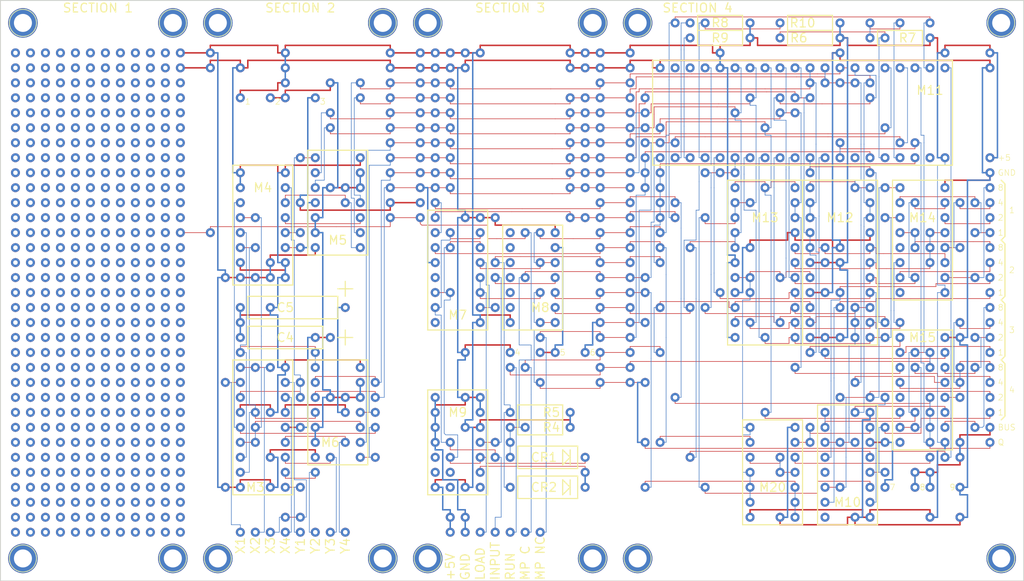
<source format=kicad_pcb>
(kicad_pcb (version 4) (host pcbnew 4.0.7)
  (layers (0 F.Cu signal) (31 B.Cu signal) (34 B.Paste user) (35 F.Paste user) (36 B.SilkS user) (37 F.SilkS user) (38 B.Mask user) (39 F.Mask user) (44 Edge.Cuts user))
  (net 0 "")
  (module PAD:PAD (layer F.Cu) (at 89.535 135.89)
    (fp_text reference REF** hide)
    (fp_text value PAD hide)
    (pad 1 thru_hole circle (at 0 0) (size 1.524 1.524) (drill 0.762) (layers *.Cu *.Mask))
  )
  (module PAD:PAD (layer F.Cu) (at 86.995 135.89)
    (fp_text reference REF** hide)
    (fp_text value PAD hide)
    (pad 1 thru_hole circle (at 0 0) (size 1.524 1.524) (drill 0.762) (layers *.Cu *.Mask))
  )
  (module PAD:PAD (layer F.Cu) (at 84.455 135.89)
    (fp_text reference REF** hide)
    (fp_text value PAD hide)
    (pad 1 thru_hole circle (at 0 0) (size 1.524 1.524) (drill 0.762) (layers *.Cu *.Mask))
  )
  (module PAD:PAD (layer F.Cu) (at 81.915 135.89)
    (fp_text reference REF** hide)
    (fp_text value PAD hide)
    (pad 1 thru_hole circle (at 0 0) (size 1.524 1.524) (drill 0.762) (layers *.Cu *.Mask))
  )
  (module PAD:PAD (layer F.Cu) (at 79.375 135.89)
    (fp_text reference REF** hide)
    (fp_text value PAD hide)
    (pad 1 thru_hole circle (at 0 0) (size 1.524 1.524) (drill 0.762) (layers *.Cu *.Mask))
  )
  (module PAD:PAD (layer F.Cu) (at 76.835 135.89)
    (fp_text reference REF** hide)
    (fp_text value PAD hide)
    (pad 1 thru_hole circle (at 0 0) (size 1.524 1.524) (drill 0.762) (layers *.Cu *.Mask))
  )
  (module PAD:PAD (layer F.Cu) (at 74.295 135.89)
    (fp_text reference REF** hide)
    (fp_text value PAD hide)
    (pad 1 thru_hole circle (at 0 0) (size 1.524 1.524) (drill 0.762) (layers *.Cu *.Mask))
  )
  (module PAD:PAD (layer F.Cu) (at 71.755 135.89)
    (fp_text reference REF** hide)
    (fp_text value PAD hide)
    (pad 1 thru_hole circle (at 0 0) (size 1.524 1.524) (drill 0.762) (layers *.Cu *.Mask))
  )
  (module PAD:PAD (layer F.Cu) (at 69.215 135.89)
    (fp_text reference REF** hide)
    (fp_text value PAD hide)
    (pad 1 thru_hole circle (at 0 0) (size 1.524 1.524) (drill 0.762) (layers *.Cu *.Mask))
  )
  (module PAD:PAD (layer F.Cu) (at 66.675 135.89)
    (fp_text reference REF** hide)
    (fp_text value PAD hide)
    (pad 1 thru_hole circle (at 0 0) (size 1.524 1.524) (drill 0.762) (layers *.Cu *.Mask))
  )
  (module PAD:PAD (layer F.Cu) (at 64.135 135.89)
    (fp_text reference REF** hide)
    (fp_text value PAD hide)
    (pad 1 thru_hole circle (at 0 0) (size 1.524 1.524) (drill 0.762) (layers *.Cu *.Mask))
  )
  (module PAD:PAD (layer F.Cu) (at 61.595 135.89)
    (fp_text reference REF** hide)
    (fp_text value PAD hide)
    (pad 1 thru_hole circle (at 0 0) (size 1.524 1.524) (drill 0.762) (layers *.Cu *.Mask))
  )
  (module PAD:PAD (layer F.Cu) (at 89.535 133.35)
    (fp_text reference REF** hide)
    (fp_text value PAD hide)
    (pad 1 thru_hole circle (at 0 0) (size 1.524 1.524) (drill 0.762) (layers *.Cu *.Mask))
  )
  (module PAD:PAD (layer F.Cu) (at 86.995 133.35)
    (fp_text reference REF** hide)
    (fp_text value PAD hide)
    (pad 1 thru_hole circle (at 0 0) (size 1.524 1.524) (drill 0.762) (layers *.Cu *.Mask))
  )
  (module PAD:PAD (layer F.Cu) (at 84.455 133.35)
    (fp_text reference REF** hide)
    (fp_text value PAD hide)
    (pad 1 thru_hole circle (at 0 0) (size 1.524 1.524) (drill 0.762) (layers *.Cu *.Mask))
  )
  (module PAD:PAD (layer F.Cu) (at 81.915 133.35)
    (fp_text reference REF** hide)
    (fp_text value PAD hide)
    (pad 1 thru_hole circle (at 0 0) (size 1.524 1.524) (drill 0.762) (layers *.Cu *.Mask))
  )
  (module PAD:PAD (layer F.Cu) (at 79.375 133.35)
    (fp_text reference REF** hide)
    (fp_text value PAD hide)
    (pad 1 thru_hole circle (at 0 0) (size 1.524 1.524) (drill 0.762) (layers *.Cu *.Mask))
  )
  (module PAD:PAD (layer F.Cu) (at 76.835 133.35)
    (fp_text reference REF** hide)
    (fp_text value PAD hide)
    (pad 1 thru_hole circle (at 0 0) (size 1.524 1.524) (drill 0.762) (layers *.Cu *.Mask))
  )
  (module PAD:PAD (layer F.Cu) (at 74.295 133.35)
    (fp_text reference REF** hide)
    (fp_text value PAD hide)
    (pad 1 thru_hole circle (at 0 0) (size 1.524 1.524) (drill 0.762) (layers *.Cu *.Mask))
  )
  (module PAD:PAD (layer F.Cu) (at 71.755 133.35)
    (fp_text reference REF** hide)
    (fp_text value PAD hide)
    (pad 1 thru_hole circle (at 0 0) (size 1.524 1.524) (drill 0.762) (layers *.Cu *.Mask))
  )
  (module PAD:PAD (layer F.Cu) (at 69.215 133.35)
    (fp_text reference REF** hide)
    (fp_text value PAD hide)
    (pad 1 thru_hole circle (at 0 0) (size 1.524 1.524) (drill 0.762) (layers *.Cu *.Mask))
  )
  (module PAD:PAD (layer F.Cu) (at 66.675 133.35)
    (fp_text reference REF** hide)
    (fp_text value PAD hide)
    (pad 1 thru_hole circle (at 0 0) (size 1.524 1.524) (drill 0.762) (layers *.Cu *.Mask))
  )
  (module PAD:PAD (layer F.Cu) (at 64.135 133.35)
    (fp_text reference REF** hide)
    (fp_text value PAD hide)
    (pad 1 thru_hole circle (at 0 0) (size 1.524 1.524) (drill 0.762) (layers *.Cu *.Mask))
  )
  (module PAD:PAD (layer F.Cu) (at 61.595 133.35)
    (fp_text reference REF** hide)
    (fp_text value PAD hide)
    (pad 1 thru_hole circle (at 0 0) (size 1.524 1.524) (drill 0.762) (layers *.Cu *.Mask))
  )
  (module PAD:PAD (layer F.Cu) (at 89.535 130.81)
    (fp_text reference REF** hide)
    (fp_text value PAD hide)
    (pad 1 thru_hole circle (at 0 0) (size 1.524 1.524) (drill 0.762) (layers *.Cu *.Mask))
  )
  (module PAD:PAD (layer F.Cu) (at 86.995 130.81)
    (fp_text reference REF** hide)
    (fp_text value PAD hide)
    (pad 1 thru_hole circle (at 0 0) (size 1.524 1.524) (drill 0.762) (layers *.Cu *.Mask))
  )
  (module PAD:PAD (layer F.Cu) (at 84.455 130.81)
    (fp_text reference REF** hide)
    (fp_text value PAD hide)
    (pad 1 thru_hole circle (at 0 0) (size 1.524 1.524) (drill 0.762) (layers *.Cu *.Mask))
  )
  (module PAD:PAD (layer F.Cu) (at 81.915 130.81)
    (fp_text reference REF** hide)
    (fp_text value PAD hide)
    (pad 1 thru_hole circle (at 0 0) (size 1.524 1.524) (drill 0.762) (layers *.Cu *.Mask))
  )
  (module PAD:PAD (layer F.Cu) (at 79.375 130.81)
    (fp_text reference REF** hide)
    (fp_text value PAD hide)
    (pad 1 thru_hole circle (at 0 0) (size 1.524 1.524) (drill 0.762) (layers *.Cu *.Mask))
  )
  (module PAD:PAD (layer F.Cu) (at 76.835 130.81)
    (fp_text reference REF** hide)
    (fp_text value PAD hide)
    (pad 1 thru_hole circle (at 0 0) (size 1.524 1.524) (drill 0.762) (layers *.Cu *.Mask))
  )
  (module PAD:PAD (layer F.Cu) (at 74.295 130.81)
    (fp_text reference REF** hide)
    (fp_text value PAD hide)
    (pad 1 thru_hole circle (at 0 0) (size 1.524 1.524) (drill 0.762) (layers *.Cu *.Mask))
  )
  (module PAD:PAD (layer F.Cu) (at 71.755 130.81)
    (fp_text reference REF** hide)
    (fp_text value PAD hide)
    (pad 1 thru_hole circle (at 0 0) (size 1.524 1.524) (drill 0.762) (layers *.Cu *.Mask))
  )
  (module PAD:PAD (layer F.Cu) (at 69.215 130.81)
    (fp_text reference REF** hide)
    (fp_text value PAD hide)
    (pad 1 thru_hole circle (at 0 0) (size 1.524 1.524) (drill 0.762) (layers *.Cu *.Mask))
  )
  (module PAD:PAD (layer F.Cu) (at 66.675 130.81)
    (fp_text reference REF** hide)
    (fp_text value PAD hide)
    (pad 1 thru_hole circle (at 0 0) (size 1.524 1.524) (drill 0.762) (layers *.Cu *.Mask))
  )
  (module PAD:PAD (layer F.Cu) (at 64.135 130.81)
    (fp_text reference REF** hide)
    (fp_text value PAD hide)
    (pad 1 thru_hole circle (at 0 0) (size 1.524 1.524) (drill 0.762) (layers *.Cu *.Mask))
  )
  (module PAD:PAD (layer F.Cu) (at 61.595 130.81)
    (fp_text reference REF** hide)
    (fp_text value PAD hide)
    (pad 1 thru_hole circle (at 0 0) (size 1.524 1.524) (drill 0.762) (layers *.Cu *.Mask))
  )
  (module PAD:PAD (layer F.Cu) (at 89.535 128.27)
    (fp_text reference REF** hide)
    (fp_text value PAD hide)
    (pad 1 thru_hole circle (at 0 0) (size 1.524 1.524) (drill 0.762) (layers *.Cu *.Mask))
  )
  (module PAD:PAD (layer F.Cu) (at 86.995 128.27)
    (fp_text reference REF** hide)
    (fp_text value PAD hide)
    (pad 1 thru_hole circle (at 0 0) (size 1.524 1.524) (drill 0.762) (layers *.Cu *.Mask))
  )
  (module PAD:PAD (layer F.Cu) (at 84.455 128.27)
    (fp_text reference REF** hide)
    (fp_text value PAD hide)
    (pad 1 thru_hole circle (at 0 0) (size 1.524 1.524) (drill 0.762) (layers *.Cu *.Mask))
  )
  (module PAD:PAD (layer F.Cu) (at 81.915 128.27)
    (fp_text reference REF** hide)
    (fp_text value PAD hide)
    (pad 1 thru_hole circle (at 0 0) (size 1.524 1.524) (drill 0.762) (layers *.Cu *.Mask))
  )
  (module PAD:PAD (layer F.Cu) (at 79.375 128.27)
    (fp_text reference REF** hide)
    (fp_text value PAD hide)
    (pad 1 thru_hole circle (at 0 0) (size 1.524 1.524) (drill 0.762) (layers *.Cu *.Mask))
  )
  (module PAD:PAD (layer F.Cu) (at 76.835 128.27)
    (fp_text reference REF** hide)
    (fp_text value PAD hide)
    (pad 1 thru_hole circle (at 0 0) (size 1.524 1.524) (drill 0.762) (layers *.Cu *.Mask))
  )
  (module PAD:PAD (layer F.Cu) (at 74.295 128.27)
    (fp_text reference REF** hide)
    (fp_text value PAD hide)
    (pad 1 thru_hole circle (at 0 0) (size 1.524 1.524) (drill 0.762) (layers *.Cu *.Mask))
  )
  (module PAD:PAD (layer F.Cu) (at 71.755 128.27)
    (fp_text reference REF** hide)
    (fp_text value PAD hide)
    (pad 1 thru_hole circle (at 0 0) (size 1.524 1.524) (drill 0.762) (layers *.Cu *.Mask))
  )
  (module PAD:PAD (layer F.Cu) (at 69.215 128.27)
    (fp_text reference REF** hide)
    (fp_text value PAD hide)
    (pad 1 thru_hole circle (at 0 0) (size 1.524 1.524) (drill 0.762) (layers *.Cu *.Mask))
  )
  (module PAD:PAD (layer F.Cu) (at 66.675 128.27)
    (fp_text reference REF** hide)
    (fp_text value PAD hide)
    (pad 1 thru_hole circle (at 0 0) (size 1.524 1.524) (drill 0.762) (layers *.Cu *.Mask))
  )
  (module PAD:PAD (layer F.Cu) (at 64.135 128.27)
    (fp_text reference REF** hide)
    (fp_text value PAD hide)
    (pad 1 thru_hole circle (at 0 0) (size 1.524 1.524) (drill 0.762) (layers *.Cu *.Mask))
  )
  (module PAD:PAD (layer F.Cu) (at 61.595 128.27)
    (fp_text reference REF** hide)
    (fp_text value PAD hide)
    (pad 1 thru_hole circle (at 0 0) (size 1.524 1.524) (drill 0.762) (layers *.Cu *.Mask))
  )
  (module PAD:PAD (layer F.Cu) (at 89.535 125.73)
    (fp_text reference REF** hide)
    (fp_text value PAD hide)
    (pad 1 thru_hole circle (at 0 0) (size 1.524 1.524) (drill 0.762) (layers *.Cu *.Mask))
  )
  (module PAD:PAD (layer F.Cu) (at 86.995 125.73)
    (fp_text reference REF** hide)
    (fp_text value PAD hide)
    (pad 1 thru_hole circle (at 0 0) (size 1.524 1.524) (drill 0.762) (layers *.Cu *.Mask))
  )
  (module PAD:PAD (layer F.Cu) (at 84.455 125.73)
    (fp_text reference REF** hide)
    (fp_text value PAD hide)
    (pad 1 thru_hole circle (at 0 0) (size 1.524 1.524) (drill 0.762) (layers *.Cu *.Mask))
  )
  (module PAD:PAD (layer F.Cu) (at 81.915 125.73)
    (fp_text reference REF** hide)
    (fp_text value PAD hide)
    (pad 1 thru_hole circle (at 0 0) (size 1.524 1.524) (drill 0.762) (layers *.Cu *.Mask))
  )
  (module PAD:PAD (layer F.Cu) (at 79.375 125.73)
    (fp_text reference REF** hide)
    (fp_text value PAD hide)
    (pad 1 thru_hole circle (at 0 0) (size 1.524 1.524) (drill 0.762) (layers *.Cu *.Mask))
  )
  (module PAD:PAD (layer F.Cu) (at 76.835 125.73)
    (fp_text reference REF** hide)
    (fp_text value PAD hide)
    (pad 1 thru_hole circle (at 0 0) (size 1.524 1.524) (drill 0.762) (layers *.Cu *.Mask))
  )
  (module PAD:PAD (layer F.Cu) (at 74.295 125.73)
    (fp_text reference REF** hide)
    (fp_text value PAD hide)
    (pad 1 thru_hole circle (at 0 0) (size 1.524 1.524) (drill 0.762) (layers *.Cu *.Mask))
  )
  (module PAD:PAD (layer F.Cu) (at 71.755 125.73)
    (fp_text reference REF** hide)
    (fp_text value PAD hide)
    (pad 1 thru_hole circle (at 0 0) (size 1.524 1.524) (drill 0.762) (layers *.Cu *.Mask))
  )
  (module PAD:PAD (layer F.Cu) (at 69.215 125.73)
    (fp_text reference REF** hide)
    (fp_text value PAD hide)
    (pad 1 thru_hole circle (at 0 0) (size 1.524 1.524) (drill 0.762) (layers *.Cu *.Mask))
  )
  (module PAD:PAD (layer F.Cu) (at 66.675 125.73)
    (fp_text reference REF** hide)
    (fp_text value PAD hide)
    (pad 1 thru_hole circle (at 0 0) (size 1.524 1.524) (drill 0.762) (layers *.Cu *.Mask))
  )
  (module PAD:PAD (layer F.Cu) (at 64.135 125.73)
    (fp_text reference REF** hide)
    (fp_text value PAD hide)
    (pad 1 thru_hole circle (at 0 0) (size 1.524 1.524) (drill 0.762) (layers *.Cu *.Mask))
  )
  (module PAD:PAD (layer F.Cu) (at 61.595 125.73)
    (fp_text reference REF** hide)
    (fp_text value PAD hide)
    (pad 1 thru_hole circle (at 0 0) (size 1.524 1.524) (drill 0.762) (layers *.Cu *.Mask))
  )
  (module PAD:PAD (layer F.Cu) (at 89.535 123.19)
    (fp_text reference REF** hide)
    (fp_text value PAD hide)
    (pad 1 thru_hole circle (at 0 0) (size 1.524 1.524) (drill 0.762) (layers *.Cu *.Mask))
  )
  (module PAD:PAD (layer F.Cu) (at 86.995 123.19)
    (fp_text reference REF** hide)
    (fp_text value PAD hide)
    (pad 1 thru_hole circle (at 0 0) (size 1.524 1.524) (drill 0.762) (layers *.Cu *.Mask))
  )
  (module PAD:PAD (layer F.Cu) (at 84.455 123.19)
    (fp_text reference REF** hide)
    (fp_text value PAD hide)
    (pad 1 thru_hole circle (at 0 0) (size 1.524 1.524) (drill 0.762) (layers *.Cu *.Mask))
  )
  (module PAD:PAD (layer F.Cu) (at 81.915 123.19)
    (fp_text reference REF** hide)
    (fp_text value PAD hide)
    (pad 1 thru_hole circle (at 0 0) (size 1.524 1.524) (drill 0.762) (layers *.Cu *.Mask))
  )
  (module PAD:PAD (layer F.Cu) (at 79.375 123.19)
    (fp_text reference REF** hide)
    (fp_text value PAD hide)
    (pad 1 thru_hole circle (at 0 0) (size 1.524 1.524) (drill 0.762) (layers *.Cu *.Mask))
  )
  (module PAD:PAD (layer F.Cu) (at 76.835 123.19)
    (fp_text reference REF** hide)
    (fp_text value PAD hide)
    (pad 1 thru_hole circle (at 0 0) (size 1.524 1.524) (drill 0.762) (layers *.Cu *.Mask))
  )
  (module PAD:PAD (layer F.Cu) (at 74.295 123.19)
    (fp_text reference REF** hide)
    (fp_text value PAD hide)
    (pad 1 thru_hole circle (at 0 0) (size 1.524 1.524) (drill 0.762) (layers *.Cu *.Mask))
  )
  (module PAD:PAD (layer F.Cu) (at 71.755 123.19)
    (fp_text reference REF** hide)
    (fp_text value PAD hide)
    (pad 1 thru_hole circle (at 0 0) (size 1.524 1.524) (drill 0.762) (layers *.Cu *.Mask))
  )
  (module PAD:PAD (layer F.Cu) (at 69.215 123.19)
    (fp_text reference REF** hide)
    (fp_text value PAD hide)
    (pad 1 thru_hole circle (at 0 0) (size 1.524 1.524) (drill 0.762) (layers *.Cu *.Mask))
  )
  (module PAD:PAD (layer F.Cu) (at 66.675 123.19)
    (fp_text reference REF** hide)
    (fp_text value PAD hide)
    (pad 1 thru_hole circle (at 0 0) (size 1.524 1.524) (drill 0.762) (layers *.Cu *.Mask))
  )
  (module PAD:PAD (layer F.Cu) (at 64.135 123.19)
    (fp_text reference REF** hide)
    (fp_text value PAD hide)
    (pad 1 thru_hole circle (at 0 0) (size 1.524 1.524) (drill 0.762) (layers *.Cu *.Mask))
  )
  (module PAD:PAD (layer F.Cu) (at 61.595 123.19)
    (fp_text reference REF** hide)
    (fp_text value PAD hide)
    (pad 1 thru_hole circle (at 0 0) (size 1.524 1.524) (drill 0.762) (layers *.Cu *.Mask))
  )
  (module PAD:PAD (layer F.Cu) (at 89.535 120.65)
    (fp_text reference REF** hide)
    (fp_text value PAD hide)
    (pad 1 thru_hole circle (at 0 0) (size 1.524 1.524) (drill 0.762) (layers *.Cu *.Mask))
  )
  (module PAD:PAD (layer F.Cu) (at 86.995 120.65)
    (fp_text reference REF** hide)
    (fp_text value PAD hide)
    (pad 1 thru_hole circle (at 0 0) (size 1.524 1.524) (drill 0.762) (layers *.Cu *.Mask))
  )
  (module PAD:PAD (layer F.Cu) (at 84.455 120.65)
    (fp_text reference REF** hide)
    (fp_text value PAD hide)
    (pad 1 thru_hole circle (at 0 0) (size 1.524 1.524) (drill 0.762) (layers *.Cu *.Mask))
  )
  (module PAD:PAD (layer F.Cu) (at 81.915 120.65)
    (fp_text reference REF** hide)
    (fp_text value PAD hide)
    (pad 1 thru_hole circle (at 0 0) (size 1.524 1.524) (drill 0.762) (layers *.Cu *.Mask))
  )
  (module PAD:PAD (layer F.Cu) (at 79.375 120.65)
    (fp_text reference REF** hide)
    (fp_text value PAD hide)
    (pad 1 thru_hole circle (at 0 0) (size 1.524 1.524) (drill 0.762) (layers *.Cu *.Mask))
  )
  (module PAD:PAD (layer F.Cu) (at 76.835 120.65)
    (fp_text reference REF** hide)
    (fp_text value PAD hide)
    (pad 1 thru_hole circle (at 0 0) (size 1.524 1.524) (drill 0.762) (layers *.Cu *.Mask))
  )
  (module PAD:PAD (layer F.Cu) (at 74.295 120.65)
    (fp_text reference REF** hide)
    (fp_text value PAD hide)
    (pad 1 thru_hole circle (at 0 0) (size 1.524 1.524) (drill 0.762) (layers *.Cu *.Mask))
  )
  (module PAD:PAD (layer F.Cu) (at 71.755 120.65)
    (fp_text reference REF** hide)
    (fp_text value PAD hide)
    (pad 1 thru_hole circle (at 0 0) (size 1.524 1.524) (drill 0.762) (layers *.Cu *.Mask))
  )
  (module PAD:PAD (layer F.Cu) (at 69.215 120.65)
    (fp_text reference REF** hide)
    (fp_text value PAD hide)
    (pad 1 thru_hole circle (at 0 0) (size 1.524 1.524) (drill 0.762) (layers *.Cu *.Mask))
  )
  (module PAD:PAD (layer F.Cu) (at 66.675 120.65)
    (fp_text reference REF** hide)
    (fp_text value PAD hide)
    (pad 1 thru_hole circle (at 0 0) (size 1.524 1.524) (drill 0.762) (layers *.Cu *.Mask))
  )
  (module PAD:PAD (layer F.Cu) (at 64.135 120.65)
    (fp_text reference REF** hide)
    (fp_text value PAD hide)
    (pad 1 thru_hole circle (at 0 0) (size 1.524 1.524) (drill 0.762) (layers *.Cu *.Mask))
  )
  (module PAD:PAD (layer F.Cu) (at 61.595 120.65)
    (fp_text reference REF** hide)
    (fp_text value PAD hide)
    (pad 1 thru_hole circle (at 0 0) (size 1.524 1.524) (drill 0.762) (layers *.Cu *.Mask))
  )
  (module PAD:PAD (layer F.Cu) (at 89.535 118.11)
    (fp_text reference REF** hide)
    (fp_text value PAD hide)
    (pad 1 thru_hole circle (at 0 0) (size 1.524 1.524) (drill 0.762) (layers *.Cu *.Mask))
  )
  (module PAD:PAD (layer F.Cu) (at 86.995 118.11)
    (fp_text reference REF** hide)
    (fp_text value PAD hide)
    (pad 1 thru_hole circle (at 0 0) (size 1.524 1.524) (drill 0.762) (layers *.Cu *.Mask))
  )
  (module PAD:PAD (layer F.Cu) (at 84.455 118.11)
    (fp_text reference REF** hide)
    (fp_text value PAD hide)
    (pad 1 thru_hole circle (at 0 0) (size 1.524 1.524) (drill 0.762) (layers *.Cu *.Mask))
  )
  (module PAD:PAD (layer F.Cu) (at 81.915 118.11)
    (fp_text reference REF** hide)
    (fp_text value PAD hide)
    (pad 1 thru_hole circle (at 0 0) (size 1.524 1.524) (drill 0.762) (layers *.Cu *.Mask))
  )
  (module PAD:PAD (layer F.Cu) (at 79.375 118.11)
    (fp_text reference REF** hide)
    (fp_text value PAD hide)
    (pad 1 thru_hole circle (at 0 0) (size 1.524 1.524) (drill 0.762) (layers *.Cu *.Mask))
  )
  (module PAD:PAD (layer F.Cu) (at 76.835 118.11)
    (fp_text reference REF** hide)
    (fp_text value PAD hide)
    (pad 1 thru_hole circle (at 0 0) (size 1.524 1.524) (drill 0.762) (layers *.Cu *.Mask))
  )
  (module PAD:PAD (layer F.Cu) (at 74.295 118.11)
    (fp_text reference REF** hide)
    (fp_text value PAD hide)
    (pad 1 thru_hole circle (at 0 0) (size 1.524 1.524) (drill 0.762) (layers *.Cu *.Mask))
  )
  (module PAD:PAD (layer F.Cu) (at 71.755 118.11)
    (fp_text reference REF** hide)
    (fp_text value PAD hide)
    (pad 1 thru_hole circle (at 0 0) (size 1.524 1.524) (drill 0.762) (layers *.Cu *.Mask))
  )
  (module PAD:PAD (layer F.Cu) (at 69.215 118.11)
    (fp_text reference REF** hide)
    (fp_text value PAD hide)
    (pad 1 thru_hole circle (at 0 0) (size 1.524 1.524) (drill 0.762) (layers *.Cu *.Mask))
  )
  (module PAD:PAD (layer F.Cu) (at 66.675 118.11)
    (fp_text reference REF** hide)
    (fp_text value PAD hide)
    (pad 1 thru_hole circle (at 0 0) (size 1.524 1.524) (drill 0.762) (layers *.Cu *.Mask))
  )
  (module PAD:PAD (layer F.Cu) (at 64.135 118.11)
    (fp_text reference REF** hide)
    (fp_text value PAD hide)
    (pad 1 thru_hole circle (at 0 0) (size 1.524 1.524) (drill 0.762) (layers *.Cu *.Mask))
  )
  (module PAD:PAD (layer F.Cu) (at 61.595 118.11)
    (fp_text reference REF** hide)
    (fp_text value PAD hide)
    (pad 1 thru_hole circle (at 0 0) (size 1.524 1.524) (drill 0.762) (layers *.Cu *.Mask))
  )
  (module PAD:PAD (layer F.Cu) (at 89.535 115.57)
    (fp_text reference REF** hide)
    (fp_text value PAD hide)
    (pad 1 thru_hole circle (at 0 0) (size 1.524 1.524) (drill 0.762) (layers *.Cu *.Mask))
  )
  (module PAD:PAD (layer F.Cu) (at 86.995 115.57)
    (fp_text reference REF** hide)
    (fp_text value PAD hide)
    (pad 1 thru_hole circle (at 0 0) (size 1.524 1.524) (drill 0.762) (layers *.Cu *.Mask))
  )
  (module PAD:PAD (layer F.Cu) (at 84.455 115.57)
    (fp_text reference REF** hide)
    (fp_text value PAD hide)
    (pad 1 thru_hole circle (at 0 0) (size 1.524 1.524) (drill 0.762) (layers *.Cu *.Mask))
  )
  (module PAD:PAD (layer F.Cu) (at 81.915 115.57)
    (fp_text reference REF** hide)
    (fp_text value PAD hide)
    (pad 1 thru_hole circle (at 0 0) (size 1.524 1.524) (drill 0.762) (layers *.Cu *.Mask))
  )
  (module PAD:PAD (layer F.Cu) (at 79.375 115.57)
    (fp_text reference REF** hide)
    (fp_text value PAD hide)
    (pad 1 thru_hole circle (at 0 0) (size 1.524 1.524) (drill 0.762) (layers *.Cu *.Mask))
  )
  (module PAD:PAD (layer F.Cu) (at 76.835 115.57)
    (fp_text reference REF** hide)
    (fp_text value PAD hide)
    (pad 1 thru_hole circle (at 0 0) (size 1.524 1.524) (drill 0.762) (layers *.Cu *.Mask))
  )
  (module PAD:PAD (layer F.Cu) (at 74.295 115.57)
    (fp_text reference REF** hide)
    (fp_text value PAD hide)
    (pad 1 thru_hole circle (at 0 0) (size 1.524 1.524) (drill 0.762) (layers *.Cu *.Mask))
  )
  (module PAD:PAD (layer F.Cu) (at 71.755 115.57)
    (fp_text reference REF** hide)
    (fp_text value PAD hide)
    (pad 1 thru_hole circle (at 0 0) (size 1.524 1.524) (drill 0.762) (layers *.Cu *.Mask))
  )
  (module PAD:PAD (layer F.Cu) (at 69.215 115.57)
    (fp_text reference REF** hide)
    (fp_text value PAD hide)
    (pad 1 thru_hole circle (at 0 0) (size 1.524 1.524) (drill 0.762) (layers *.Cu *.Mask))
  )
  (module PAD:PAD (layer F.Cu) (at 66.675 115.57)
    (fp_text reference REF** hide)
    (fp_text value PAD hide)
    (pad 1 thru_hole circle (at 0 0) (size 1.524 1.524) (drill 0.762) (layers *.Cu *.Mask))
  )
  (module PAD:PAD (layer F.Cu) (at 64.135 115.57)
    (fp_text reference REF** hide)
    (fp_text value PAD hide)
    (pad 1 thru_hole circle (at 0 0) (size 1.524 1.524) (drill 0.762) (layers *.Cu *.Mask))
  )
  (module PAD:PAD (layer F.Cu) (at 61.595 115.57)
    (fp_text reference REF** hide)
    (fp_text value PAD hide)
    (pad 1 thru_hole circle (at 0 0) (size 1.524 1.524) (drill 0.762) (layers *.Cu *.Mask))
  )
  (module PAD:PAD (layer F.Cu) (at 89.535 113.03)
    (fp_text reference REF** hide)
    (fp_text value PAD hide)
    (pad 1 thru_hole circle (at 0 0) (size 1.524 1.524) (drill 0.762) (layers *.Cu *.Mask))
  )
  (module PAD:PAD (layer F.Cu) (at 86.995 113.03)
    (fp_text reference REF** hide)
    (fp_text value PAD hide)
    (pad 1 thru_hole circle (at 0 0) (size 1.524 1.524) (drill 0.762) (layers *.Cu *.Mask))
  )
  (module PAD:PAD (layer F.Cu) (at 84.455 113.03)
    (fp_text reference REF** hide)
    (fp_text value PAD hide)
    (pad 1 thru_hole circle (at 0 0) (size 1.524 1.524) (drill 0.762) (layers *.Cu *.Mask))
  )
  (module PAD:PAD (layer F.Cu) (at 81.915 113.03)
    (fp_text reference REF** hide)
    (fp_text value PAD hide)
    (pad 1 thru_hole circle (at 0 0) (size 1.524 1.524) (drill 0.762) (layers *.Cu *.Mask))
  )
  (module PAD:PAD (layer F.Cu) (at 79.375 113.03)
    (fp_text reference REF** hide)
    (fp_text value PAD hide)
    (pad 1 thru_hole circle (at 0 0) (size 1.524 1.524) (drill 0.762) (layers *.Cu *.Mask))
  )
  (module PAD:PAD (layer F.Cu) (at 76.835 113.03)
    (fp_text reference REF** hide)
    (fp_text value PAD hide)
    (pad 1 thru_hole circle (at 0 0) (size 1.524 1.524) (drill 0.762) (layers *.Cu *.Mask))
  )
  (module PAD:PAD (layer F.Cu) (at 74.295 113.03)
    (fp_text reference REF** hide)
    (fp_text value PAD hide)
    (pad 1 thru_hole circle (at 0 0) (size 1.524 1.524) (drill 0.762) (layers *.Cu *.Mask))
  )
  (module PAD:PAD (layer F.Cu) (at 71.755 113.03)
    (fp_text reference REF** hide)
    (fp_text value PAD hide)
    (pad 1 thru_hole circle (at 0 0) (size 1.524 1.524) (drill 0.762) (layers *.Cu *.Mask))
  )
  (module PAD:PAD (layer F.Cu) (at 69.215 113.03)
    (fp_text reference REF** hide)
    (fp_text value PAD hide)
    (pad 1 thru_hole circle (at 0 0) (size 1.524 1.524) (drill 0.762) (layers *.Cu *.Mask))
  )
  (module PAD:PAD (layer F.Cu) (at 66.675 113.03)
    (fp_text reference REF** hide)
    (fp_text value PAD hide)
    (pad 1 thru_hole circle (at 0 0) (size 1.524 1.524) (drill 0.762) (layers *.Cu *.Mask))
  )
  (module PAD:PAD (layer F.Cu) (at 64.135 113.03)
    (fp_text reference REF** hide)
    (fp_text value PAD hide)
    (pad 1 thru_hole circle (at 0 0) (size 1.524 1.524) (drill 0.762) (layers *.Cu *.Mask))
  )
  (module PAD:PAD (layer F.Cu) (at 61.595 113.03)
    (fp_text reference REF** hide)
    (fp_text value PAD hide)
    (pad 1 thru_hole circle (at 0 0) (size 1.524 1.524) (drill 0.762) (layers *.Cu *.Mask))
  )
  (module PAD:PAD (layer F.Cu) (at 89.535 110.49)
    (fp_text reference REF** hide)
    (fp_text value PAD hide)
    (pad 1 thru_hole circle (at 0 0) (size 1.524 1.524) (drill 0.762) (layers *.Cu *.Mask))
  )
  (module PAD:PAD (layer F.Cu) (at 86.995 110.49)
    (fp_text reference REF** hide)
    (fp_text value PAD hide)
    (pad 1 thru_hole circle (at 0 0) (size 1.524 1.524) (drill 0.762) (layers *.Cu *.Mask))
  )
  (module PAD:PAD (layer F.Cu) (at 84.455 110.49)
    (fp_text reference REF** hide)
    (fp_text value PAD hide)
    (pad 1 thru_hole circle (at 0 0) (size 1.524 1.524) (drill 0.762) (layers *.Cu *.Mask))
  )
  (module PAD:PAD (layer F.Cu) (at 81.915 110.49)
    (fp_text reference REF** hide)
    (fp_text value PAD hide)
    (pad 1 thru_hole circle (at 0 0) (size 1.524 1.524) (drill 0.762) (layers *.Cu *.Mask))
  )
  (module PAD:PAD (layer F.Cu) (at 79.375 110.49)
    (fp_text reference REF** hide)
    (fp_text value PAD hide)
    (pad 1 thru_hole circle (at 0 0) (size 1.524 1.524) (drill 0.762) (layers *.Cu *.Mask))
  )
  (module PAD:PAD (layer F.Cu) (at 76.835 110.49)
    (fp_text reference REF** hide)
    (fp_text value PAD hide)
    (pad 1 thru_hole circle (at 0 0) (size 1.524 1.524) (drill 0.762) (layers *.Cu *.Mask))
  )
  (module PAD:PAD (layer F.Cu) (at 74.295 110.49)
    (fp_text reference REF** hide)
    (fp_text value PAD hide)
    (pad 1 thru_hole circle (at 0 0) (size 1.524 1.524) (drill 0.762) (layers *.Cu *.Mask))
  )
  (module PAD:PAD (layer F.Cu) (at 71.755 110.49)
    (fp_text reference REF** hide)
    (fp_text value PAD hide)
    (pad 1 thru_hole circle (at 0 0) (size 1.524 1.524) (drill 0.762) (layers *.Cu *.Mask))
  )
  (module PAD:PAD (layer F.Cu) (at 69.215 110.49)
    (fp_text reference REF** hide)
    (fp_text value PAD hide)
    (pad 1 thru_hole circle (at 0 0) (size 1.524 1.524) (drill 0.762) (layers *.Cu *.Mask))
  )
  (module PAD:PAD (layer F.Cu) (at 66.675 110.49)
    (fp_text reference REF** hide)
    (fp_text value PAD hide)
    (pad 1 thru_hole circle (at 0 0) (size 1.524 1.524) (drill 0.762) (layers *.Cu *.Mask))
  )
  (module PAD:PAD (layer F.Cu) (at 64.135 110.49)
    (fp_text reference REF** hide)
    (fp_text value PAD hide)
    (pad 1 thru_hole circle (at 0 0) (size 1.524 1.524) (drill 0.762) (layers *.Cu *.Mask))
  )
  (module PAD:PAD (layer F.Cu) (at 61.595 110.49)
    (fp_text reference REF** hide)
    (fp_text value PAD hide)
    (pad 1 thru_hole circle (at 0 0) (size 1.524 1.524) (drill 0.762) (layers *.Cu *.Mask))
  )
  (module PAD:PAD (layer F.Cu) (at 89.535 107.95)
    (fp_text reference REF** hide)
    (fp_text value PAD hide)
    (pad 1 thru_hole circle (at 0 0) (size 1.524 1.524) (drill 0.762) (layers *.Cu *.Mask))
  )
  (module PAD:PAD (layer F.Cu) (at 86.995 107.95)
    (fp_text reference REF** hide)
    (fp_text value PAD hide)
    (pad 1 thru_hole circle (at 0 0) (size 1.524 1.524) (drill 0.762) (layers *.Cu *.Mask))
  )
  (module PAD:PAD (layer F.Cu) (at 84.455 107.95)
    (fp_text reference REF** hide)
    (fp_text value PAD hide)
    (pad 1 thru_hole circle (at 0 0) (size 1.524 1.524) (drill 0.762) (layers *.Cu *.Mask))
  )
  (module PAD:PAD (layer F.Cu) (at 81.915 107.95)
    (fp_text reference REF** hide)
    (fp_text value PAD hide)
    (pad 1 thru_hole circle (at 0 0) (size 1.524 1.524) (drill 0.762) (layers *.Cu *.Mask))
  )
  (module PAD:PAD (layer F.Cu) (at 79.375 107.95)
    (fp_text reference REF** hide)
    (fp_text value PAD hide)
    (pad 1 thru_hole circle (at 0 0) (size 1.524 1.524) (drill 0.762) (layers *.Cu *.Mask))
  )
  (module PAD:PAD (layer F.Cu) (at 76.835 107.95)
    (fp_text reference REF** hide)
    (fp_text value PAD hide)
    (pad 1 thru_hole circle (at 0 0) (size 1.524 1.524) (drill 0.762) (layers *.Cu *.Mask))
  )
  (module PAD:PAD (layer F.Cu) (at 74.295 107.95)
    (fp_text reference REF** hide)
    (fp_text value PAD hide)
    (pad 1 thru_hole circle (at 0 0) (size 1.524 1.524) (drill 0.762) (layers *.Cu *.Mask))
  )
  (module PAD:PAD (layer F.Cu) (at 71.755 107.95)
    (fp_text reference REF** hide)
    (fp_text value PAD hide)
    (pad 1 thru_hole circle (at 0 0) (size 1.524 1.524) (drill 0.762) (layers *.Cu *.Mask))
  )
  (module PAD:PAD (layer F.Cu) (at 69.215 107.95)
    (fp_text reference REF** hide)
    (fp_text value PAD hide)
    (pad 1 thru_hole circle (at 0 0) (size 1.524 1.524) (drill 0.762) (layers *.Cu *.Mask))
  )
  (module PAD:PAD (layer F.Cu) (at 66.675 107.95)
    (fp_text reference REF** hide)
    (fp_text value PAD hide)
    (pad 1 thru_hole circle (at 0 0) (size 1.524 1.524) (drill 0.762) (layers *.Cu *.Mask))
  )
  (module PAD:PAD (layer F.Cu) (at 64.135 107.95)
    (fp_text reference REF** hide)
    (fp_text value PAD hide)
    (pad 1 thru_hole circle (at 0 0) (size 1.524 1.524) (drill 0.762) (layers *.Cu *.Mask))
  )
  (module PAD:PAD (layer F.Cu) (at 61.595 107.95)
    (fp_text reference REF** hide)
    (fp_text value PAD hide)
    (pad 1 thru_hole circle (at 0 0) (size 1.524 1.524) (drill 0.762) (layers *.Cu *.Mask))
  )
  (module PAD:PAD (layer F.Cu) (at 89.535 105.41)
    (fp_text reference REF** hide)
    (fp_text value PAD hide)
    (pad 1 thru_hole circle (at 0 0) (size 1.524 1.524) (drill 0.762) (layers *.Cu *.Mask))
  )
  (module PAD:PAD (layer F.Cu) (at 86.995 105.41)
    (fp_text reference REF** hide)
    (fp_text value PAD hide)
    (pad 1 thru_hole circle (at 0 0) (size 1.524 1.524) (drill 0.762) (layers *.Cu *.Mask))
  )
  (module PAD:PAD (layer F.Cu) (at 84.455 105.41)
    (fp_text reference REF** hide)
    (fp_text value PAD hide)
    (pad 1 thru_hole circle (at 0 0) (size 1.524 1.524) (drill 0.762) (layers *.Cu *.Mask))
  )
  (module PAD:PAD (layer F.Cu) (at 81.915 105.41)
    (fp_text reference REF** hide)
    (fp_text value PAD hide)
    (pad 1 thru_hole circle (at 0 0) (size 1.524 1.524) (drill 0.762) (layers *.Cu *.Mask))
  )
  (module PAD:PAD (layer F.Cu) (at 79.375 105.41)
    (fp_text reference REF** hide)
    (fp_text value PAD hide)
    (pad 1 thru_hole circle (at 0 0) (size 1.524 1.524) (drill 0.762) (layers *.Cu *.Mask))
  )
  (module PAD:PAD (layer F.Cu) (at 76.835 105.41)
    (fp_text reference REF** hide)
    (fp_text value PAD hide)
    (pad 1 thru_hole circle (at 0 0) (size 1.524 1.524) (drill 0.762) (layers *.Cu *.Mask))
  )
  (module PAD:PAD (layer F.Cu) (at 74.295 105.41)
    (fp_text reference REF** hide)
    (fp_text value PAD hide)
    (pad 1 thru_hole circle (at 0 0) (size 1.524 1.524) (drill 0.762) (layers *.Cu *.Mask))
  )
  (module PAD:PAD (layer F.Cu) (at 71.755 105.41)
    (fp_text reference REF** hide)
    (fp_text value PAD hide)
    (pad 1 thru_hole circle (at 0 0) (size 1.524 1.524) (drill 0.762) (layers *.Cu *.Mask))
  )
  (module PAD:PAD (layer F.Cu) (at 69.215 105.41)
    (fp_text reference REF** hide)
    (fp_text value PAD hide)
    (pad 1 thru_hole circle (at 0 0) (size 1.524 1.524) (drill 0.762) (layers *.Cu *.Mask))
  )
  (module PAD:PAD (layer F.Cu) (at 66.675 105.41)
    (fp_text reference REF** hide)
    (fp_text value PAD hide)
    (pad 1 thru_hole circle (at 0 0) (size 1.524 1.524) (drill 0.762) (layers *.Cu *.Mask))
  )
  (module PAD:PAD (layer F.Cu) (at 64.135 105.41)
    (fp_text reference REF** hide)
    (fp_text value PAD hide)
    (pad 1 thru_hole circle (at 0 0) (size 1.524 1.524) (drill 0.762) (layers *.Cu *.Mask))
  )
  (module PAD:PAD (layer F.Cu) (at 61.595 105.41)
    (fp_text reference REF** hide)
    (fp_text value PAD hide)
    (pad 1 thru_hole circle (at 0 0) (size 1.524 1.524) (drill 0.762) (layers *.Cu *.Mask))
  )
  (module PAD:PAD (layer F.Cu) (at 89.535 102.87)
    (fp_text reference REF** hide)
    (fp_text value PAD hide)
    (pad 1 thru_hole circle (at 0 0) (size 1.524 1.524) (drill 0.762) (layers *.Cu *.Mask))
  )
  (module PAD:PAD (layer F.Cu) (at 86.995 102.87)
    (fp_text reference REF** hide)
    (fp_text value PAD hide)
    (pad 1 thru_hole circle (at 0 0) (size 1.524 1.524) (drill 0.762) (layers *.Cu *.Mask))
  )
  (module PAD:PAD (layer F.Cu) (at 84.455 102.87)
    (fp_text reference REF** hide)
    (fp_text value PAD hide)
    (pad 1 thru_hole circle (at 0 0) (size 1.524 1.524) (drill 0.762) (layers *.Cu *.Mask))
  )
  (module PAD:PAD (layer F.Cu) (at 81.915 102.87)
    (fp_text reference REF** hide)
    (fp_text value PAD hide)
    (pad 1 thru_hole circle (at 0 0) (size 1.524 1.524) (drill 0.762) (layers *.Cu *.Mask))
  )
  (module PAD:PAD (layer F.Cu) (at 79.375 102.87)
    (fp_text reference REF** hide)
    (fp_text value PAD hide)
    (pad 1 thru_hole circle (at 0 0) (size 1.524 1.524) (drill 0.762) (layers *.Cu *.Mask))
  )
  (module PAD:PAD (layer F.Cu) (at 76.835 102.87)
    (fp_text reference REF** hide)
    (fp_text value PAD hide)
    (pad 1 thru_hole circle (at 0 0) (size 1.524 1.524) (drill 0.762) (layers *.Cu *.Mask))
  )
  (module PAD:PAD (layer F.Cu) (at 74.295 102.87)
    (fp_text reference REF** hide)
    (fp_text value PAD hide)
    (pad 1 thru_hole circle (at 0 0) (size 1.524 1.524) (drill 0.762) (layers *.Cu *.Mask))
  )
  (module PAD:PAD (layer F.Cu) (at 71.755 102.87)
    (fp_text reference REF** hide)
    (fp_text value PAD hide)
    (pad 1 thru_hole circle (at 0 0) (size 1.524 1.524) (drill 0.762) (layers *.Cu *.Mask))
  )
  (module PAD:PAD (layer F.Cu) (at 69.215 102.87)
    (fp_text reference REF** hide)
    (fp_text value PAD hide)
    (pad 1 thru_hole circle (at 0 0) (size 1.524 1.524) (drill 0.762) (layers *.Cu *.Mask))
  )
  (module PAD:PAD (layer F.Cu) (at 66.675 102.87)
    (fp_text reference REF** hide)
    (fp_text value PAD hide)
    (pad 1 thru_hole circle (at 0 0) (size 1.524 1.524) (drill 0.762) (layers *.Cu *.Mask))
  )
  (module PAD:PAD (layer F.Cu) (at 64.135 102.87)
    (fp_text reference REF** hide)
    (fp_text value PAD hide)
    (pad 1 thru_hole circle (at 0 0) (size 1.524 1.524) (drill 0.762) (layers *.Cu *.Mask))
  )
  (module PAD:PAD (layer F.Cu) (at 61.595 102.87)
    (fp_text reference REF** hide)
    (fp_text value PAD hide)
    (pad 1 thru_hole circle (at 0 0) (size 1.524 1.524) (drill 0.762) (layers *.Cu *.Mask))
  )
  (module PAD:PAD (layer F.Cu) (at 89.535 100.33)
    (fp_text reference REF** hide)
    (fp_text value PAD hide)
    (pad 1 thru_hole circle (at 0 0) (size 1.524 1.524) (drill 0.762) (layers *.Cu *.Mask))
  )
  (module PAD:PAD (layer F.Cu) (at 86.995 100.33)
    (fp_text reference REF** hide)
    (fp_text value PAD hide)
    (pad 1 thru_hole circle (at 0 0) (size 1.524 1.524) (drill 0.762) (layers *.Cu *.Mask))
  )
  (module PAD:PAD (layer F.Cu) (at 84.455 100.33)
    (fp_text reference REF** hide)
    (fp_text value PAD hide)
    (pad 1 thru_hole circle (at 0 0) (size 1.524 1.524) (drill 0.762) (layers *.Cu *.Mask))
  )
  (module PAD:PAD (layer F.Cu) (at 81.915 100.33)
    (fp_text reference REF** hide)
    (fp_text value PAD hide)
    (pad 1 thru_hole circle (at 0 0) (size 1.524 1.524) (drill 0.762) (layers *.Cu *.Mask))
  )
  (module PAD:PAD (layer F.Cu) (at 79.375 100.33)
    (fp_text reference REF** hide)
    (fp_text value PAD hide)
    (pad 1 thru_hole circle (at 0 0) (size 1.524 1.524) (drill 0.762) (layers *.Cu *.Mask))
  )
  (module PAD:PAD (layer F.Cu) (at 76.835 100.33)
    (fp_text reference REF** hide)
    (fp_text value PAD hide)
    (pad 1 thru_hole circle (at 0 0) (size 1.524 1.524) (drill 0.762) (layers *.Cu *.Mask))
  )
  (module PAD:PAD (layer F.Cu) (at 74.295 100.33)
    (fp_text reference REF** hide)
    (fp_text value PAD hide)
    (pad 1 thru_hole circle (at 0 0) (size 1.524 1.524) (drill 0.762) (layers *.Cu *.Mask))
  )
  (module PAD:PAD (layer F.Cu) (at 71.755 100.33)
    (fp_text reference REF** hide)
    (fp_text value PAD hide)
    (pad 1 thru_hole circle (at 0 0) (size 1.524 1.524) (drill 0.762) (layers *.Cu *.Mask))
  )
  (module PAD:PAD (layer F.Cu) (at 69.215 100.33)
    (fp_text reference REF** hide)
    (fp_text value PAD hide)
    (pad 1 thru_hole circle (at 0 0) (size 1.524 1.524) (drill 0.762) (layers *.Cu *.Mask))
  )
  (module PAD:PAD (layer F.Cu) (at 66.675 100.33)
    (fp_text reference REF** hide)
    (fp_text value PAD hide)
    (pad 1 thru_hole circle (at 0 0) (size 1.524 1.524) (drill 0.762) (layers *.Cu *.Mask))
  )
  (module PAD:PAD (layer F.Cu) (at 64.135 100.33)
    (fp_text reference REF** hide)
    (fp_text value PAD hide)
    (pad 1 thru_hole circle (at 0 0) (size 1.524 1.524) (drill 0.762) (layers *.Cu *.Mask))
  )
  (module PAD:PAD (layer F.Cu) (at 61.595 100.33)
    (fp_text reference REF** hide)
    (fp_text value PAD hide)
    (pad 1 thru_hole circle (at 0 0) (size 1.524 1.524) (drill 0.762) (layers *.Cu *.Mask))
  )
  (module PAD:PAD (layer F.Cu) (at 89.535 97.79)
    (fp_text reference REF** hide)
    (fp_text value PAD hide)
    (pad 1 thru_hole circle (at 0 0) (size 1.524 1.524) (drill 0.762) (layers *.Cu *.Mask))
  )
  (module PAD:PAD (layer F.Cu) (at 86.995 97.79)
    (fp_text reference REF** hide)
    (fp_text value PAD hide)
    (pad 1 thru_hole circle (at 0 0) (size 1.524 1.524) (drill 0.762) (layers *.Cu *.Mask))
  )
  (module PAD:PAD (layer F.Cu) (at 84.455 97.79)
    (fp_text reference REF** hide)
    (fp_text value PAD hide)
    (pad 1 thru_hole circle (at 0 0) (size 1.524 1.524) (drill 0.762) (layers *.Cu *.Mask))
  )
  (module PAD:PAD (layer F.Cu) (at 81.915 97.79)
    (fp_text reference REF** hide)
    (fp_text value PAD hide)
    (pad 1 thru_hole circle (at 0 0) (size 1.524 1.524) (drill 0.762) (layers *.Cu *.Mask))
  )
  (module PAD:PAD (layer F.Cu) (at 79.375 97.79)
    (fp_text reference REF** hide)
    (fp_text value PAD hide)
    (pad 1 thru_hole circle (at 0 0) (size 1.524 1.524) (drill 0.762) (layers *.Cu *.Mask))
  )
  (module PAD:PAD (layer F.Cu) (at 76.835 97.79)
    (fp_text reference REF** hide)
    (fp_text value PAD hide)
    (pad 1 thru_hole circle (at 0 0) (size 1.524 1.524) (drill 0.762) (layers *.Cu *.Mask))
  )
  (module PAD:PAD (layer F.Cu) (at 74.295 97.79)
    (fp_text reference REF** hide)
    (fp_text value PAD hide)
    (pad 1 thru_hole circle (at 0 0) (size 1.524 1.524) (drill 0.762) (layers *.Cu *.Mask))
  )
  (module PAD:PAD (layer F.Cu) (at 71.755 97.79)
    (fp_text reference REF** hide)
    (fp_text value PAD hide)
    (pad 1 thru_hole circle (at 0 0) (size 1.524 1.524) (drill 0.762) (layers *.Cu *.Mask))
  )
  (module PAD:PAD (layer F.Cu) (at 69.215 97.79)
    (fp_text reference REF** hide)
    (fp_text value PAD hide)
    (pad 1 thru_hole circle (at 0 0) (size 1.524 1.524) (drill 0.762) (layers *.Cu *.Mask))
  )
  (module PAD:PAD (layer F.Cu) (at 66.675 97.79)
    (fp_text reference REF** hide)
    (fp_text value PAD hide)
    (pad 1 thru_hole circle (at 0 0) (size 1.524 1.524) (drill 0.762) (layers *.Cu *.Mask))
  )
  (module PAD:PAD (layer F.Cu) (at 64.135 97.79)
    (fp_text reference REF** hide)
    (fp_text value PAD hide)
    (pad 1 thru_hole circle (at 0 0) (size 1.524 1.524) (drill 0.762) (layers *.Cu *.Mask))
  )
  (module PAD:PAD (layer F.Cu) (at 61.595 97.79)
    (fp_text reference REF** hide)
    (fp_text value PAD hide)
    (pad 1 thru_hole circle (at 0 0) (size 1.524 1.524) (drill 0.762) (layers *.Cu *.Mask))
  )
  (module PAD:PAD (layer F.Cu) (at 89.535 95.25)
    (fp_text reference REF** hide)
    (fp_text value PAD hide)
    (pad 1 thru_hole circle (at 0 0) (size 1.524 1.524) (drill 0.762) (layers *.Cu *.Mask))
  )
  (module PAD:PAD (layer F.Cu) (at 86.995 95.25)
    (fp_text reference REF** hide)
    (fp_text value PAD hide)
    (pad 1 thru_hole circle (at 0 0) (size 1.524 1.524) (drill 0.762) (layers *.Cu *.Mask))
  )
  (module PAD:PAD (layer F.Cu) (at 84.455 95.25)
    (fp_text reference REF** hide)
    (fp_text value PAD hide)
    (pad 1 thru_hole circle (at 0 0) (size 1.524 1.524) (drill 0.762) (layers *.Cu *.Mask))
  )
  (module PAD:PAD (layer F.Cu) (at 81.915 95.25)
    (fp_text reference REF** hide)
    (fp_text value PAD hide)
    (pad 1 thru_hole circle (at 0 0) (size 1.524 1.524) (drill 0.762) (layers *.Cu *.Mask))
  )
  (module PAD:PAD (layer F.Cu) (at 79.375 95.25)
    (fp_text reference REF** hide)
    (fp_text value PAD hide)
    (pad 1 thru_hole circle (at 0 0) (size 1.524 1.524) (drill 0.762) (layers *.Cu *.Mask))
  )
  (module PAD:PAD (layer F.Cu) (at 76.835 95.25)
    (fp_text reference REF** hide)
    (fp_text value PAD hide)
    (pad 1 thru_hole circle (at 0 0) (size 1.524 1.524) (drill 0.762) (layers *.Cu *.Mask))
  )
  (module PAD:PAD (layer F.Cu) (at 74.295 95.25)
    (fp_text reference REF** hide)
    (fp_text value PAD hide)
    (pad 1 thru_hole circle (at 0 0) (size 1.524 1.524) (drill 0.762) (layers *.Cu *.Mask))
  )
  (module PAD:PAD (layer F.Cu) (at 71.755 95.25)
    (fp_text reference REF** hide)
    (fp_text value PAD hide)
    (pad 1 thru_hole circle (at 0 0) (size 1.524 1.524) (drill 0.762) (layers *.Cu *.Mask))
  )
  (module PAD:PAD (layer F.Cu) (at 69.215 95.25)
    (fp_text reference REF** hide)
    (fp_text value PAD hide)
    (pad 1 thru_hole circle (at 0 0) (size 1.524 1.524) (drill 0.762) (layers *.Cu *.Mask))
  )
  (module PAD:PAD (layer F.Cu) (at 66.675 95.25)
    (fp_text reference REF** hide)
    (fp_text value PAD hide)
    (pad 1 thru_hole circle (at 0 0) (size 1.524 1.524) (drill 0.762) (layers *.Cu *.Mask))
  )
  (module PAD:PAD (layer F.Cu) (at 64.135 95.25)
    (fp_text reference REF** hide)
    (fp_text value PAD hide)
    (pad 1 thru_hole circle (at 0 0) (size 1.524 1.524) (drill 0.762) (layers *.Cu *.Mask))
  )
  (module PAD:PAD (layer F.Cu) (at 61.595 95.25)
    (fp_text reference REF** hide)
    (fp_text value PAD hide)
    (pad 1 thru_hole circle (at 0 0) (size 1.524 1.524) (drill 0.762) (layers *.Cu *.Mask))
  )
  (module PAD:PAD (layer F.Cu) (at 89.535 92.71)
    (fp_text reference REF** hide)
    (fp_text value PAD hide)
    (pad 1 thru_hole circle (at 0 0) (size 1.524 1.524) (drill 0.762) (layers *.Cu *.Mask))
  )
  (module PAD:PAD (layer F.Cu) (at 86.995 92.71)
    (fp_text reference REF** hide)
    (fp_text value PAD hide)
    (pad 1 thru_hole circle (at 0 0) (size 1.524 1.524) (drill 0.762) (layers *.Cu *.Mask))
  )
  (module PAD:PAD (layer F.Cu) (at 84.455 92.71)
    (fp_text reference REF** hide)
    (fp_text value PAD hide)
    (pad 1 thru_hole circle (at 0 0) (size 1.524 1.524) (drill 0.762) (layers *.Cu *.Mask))
  )
  (module PAD:PAD (layer F.Cu) (at 81.915 92.71)
    (fp_text reference REF** hide)
    (fp_text value PAD hide)
    (pad 1 thru_hole circle (at 0 0) (size 1.524 1.524) (drill 0.762) (layers *.Cu *.Mask))
  )
  (module PAD:PAD (layer F.Cu) (at 79.375 92.71)
    (fp_text reference REF** hide)
    (fp_text value PAD hide)
    (pad 1 thru_hole circle (at 0 0) (size 1.524 1.524) (drill 0.762) (layers *.Cu *.Mask))
  )
  (module PAD:PAD (layer F.Cu) (at 76.835 92.71)
    (fp_text reference REF** hide)
    (fp_text value PAD hide)
    (pad 1 thru_hole circle (at 0 0) (size 1.524 1.524) (drill 0.762) (layers *.Cu *.Mask))
  )
  (module PAD:PAD (layer F.Cu) (at 74.295 92.71)
    (fp_text reference REF** hide)
    (fp_text value PAD hide)
    (pad 1 thru_hole circle (at 0 0) (size 1.524 1.524) (drill 0.762) (layers *.Cu *.Mask))
  )
  (module PAD:PAD (layer F.Cu) (at 71.755 92.71)
    (fp_text reference REF** hide)
    (fp_text value PAD hide)
    (pad 1 thru_hole circle (at 0 0) (size 1.524 1.524) (drill 0.762) (layers *.Cu *.Mask))
  )
  (module PAD:PAD (layer F.Cu) (at 69.215 92.71)
    (fp_text reference REF** hide)
    (fp_text value PAD hide)
    (pad 1 thru_hole circle (at 0 0) (size 1.524 1.524) (drill 0.762) (layers *.Cu *.Mask))
  )
  (module PAD:PAD (layer F.Cu) (at 66.675 92.71)
    (fp_text reference REF** hide)
    (fp_text value PAD hide)
    (pad 1 thru_hole circle (at 0 0) (size 1.524 1.524) (drill 0.762) (layers *.Cu *.Mask))
  )
  (module PAD:PAD (layer F.Cu) (at 64.135 92.71)
    (fp_text reference REF** hide)
    (fp_text value PAD hide)
    (pad 1 thru_hole circle (at 0 0) (size 1.524 1.524) (drill 0.762) (layers *.Cu *.Mask))
  )
  (module PAD:PAD (layer F.Cu) (at 61.595 92.71)
    (fp_text reference REF** hide)
    (fp_text value PAD hide)
    (pad 1 thru_hole circle (at 0 0) (size 1.524 1.524) (drill 0.762) (layers *.Cu *.Mask))
  )
  (module PAD:PAD (layer F.Cu) (at 89.535 90.17)
    (fp_text reference REF** hide)
    (fp_text value PAD hide)
    (pad 1 thru_hole circle (at 0 0) (size 1.524 1.524) (drill 0.762) (layers *.Cu *.Mask))
  )
  (module PAD:PAD (layer F.Cu) (at 86.995 90.17)
    (fp_text reference REF** hide)
    (fp_text value PAD hide)
    (pad 1 thru_hole circle (at 0 0) (size 1.524 1.524) (drill 0.762) (layers *.Cu *.Mask))
  )
  (module PAD:PAD (layer F.Cu) (at 84.455 90.17)
    (fp_text reference REF** hide)
    (fp_text value PAD hide)
    (pad 1 thru_hole circle (at 0 0) (size 1.524 1.524) (drill 0.762) (layers *.Cu *.Mask))
  )
  (module PAD:PAD (layer F.Cu) (at 81.915 90.17)
    (fp_text reference REF** hide)
    (fp_text value PAD hide)
    (pad 1 thru_hole circle (at 0 0) (size 1.524 1.524) (drill 0.762) (layers *.Cu *.Mask))
  )
  (module PAD:PAD (layer F.Cu) (at 79.375 90.17)
    (fp_text reference REF** hide)
    (fp_text value PAD hide)
    (pad 1 thru_hole circle (at 0 0) (size 1.524 1.524) (drill 0.762) (layers *.Cu *.Mask))
  )
  (module PAD:PAD (layer F.Cu) (at 76.835 90.17)
    (fp_text reference REF** hide)
    (fp_text value PAD hide)
    (pad 1 thru_hole circle (at 0 0) (size 1.524 1.524) (drill 0.762) (layers *.Cu *.Mask))
  )
  (module PAD:PAD (layer F.Cu) (at 74.295 90.17)
    (fp_text reference REF** hide)
    (fp_text value PAD hide)
    (pad 1 thru_hole circle (at 0 0) (size 1.524 1.524) (drill 0.762) (layers *.Cu *.Mask))
  )
  (module PAD:PAD (layer F.Cu) (at 71.755 90.17)
    (fp_text reference REF** hide)
    (fp_text value PAD hide)
    (pad 1 thru_hole circle (at 0 0) (size 1.524 1.524) (drill 0.762) (layers *.Cu *.Mask))
  )
  (module PAD:PAD (layer F.Cu) (at 69.215 90.17)
    (fp_text reference REF** hide)
    (fp_text value PAD hide)
    (pad 1 thru_hole circle (at 0 0) (size 1.524 1.524) (drill 0.762) (layers *.Cu *.Mask))
  )
  (module PAD:PAD (layer F.Cu) (at 66.675 90.17)
    (fp_text reference REF** hide)
    (fp_text value PAD hide)
    (pad 1 thru_hole circle (at 0 0) (size 1.524 1.524) (drill 0.762) (layers *.Cu *.Mask))
  )
  (module PAD:PAD (layer F.Cu) (at 64.135 90.17)
    (fp_text reference REF** hide)
    (fp_text value PAD hide)
    (pad 1 thru_hole circle (at 0 0) (size 1.524 1.524) (drill 0.762) (layers *.Cu *.Mask))
  )
  (module PAD:PAD (layer F.Cu) (at 61.595 90.17)
    (fp_text reference REF** hide)
    (fp_text value PAD hide)
    (pad 1 thru_hole circle (at 0 0) (size 1.524 1.524) (drill 0.762) (layers *.Cu *.Mask))
  )
  (module PAD:PAD (layer F.Cu) (at 89.535 87.63)
    (fp_text reference REF** hide)
    (fp_text value PAD hide)
    (pad 1 thru_hole circle (at 0 0) (size 1.524 1.524) (drill 0.762) (layers *.Cu *.Mask))
  )
  (module PAD:PAD (layer F.Cu) (at 86.995 87.63)
    (fp_text reference REF** hide)
    (fp_text value PAD hide)
    (pad 1 thru_hole circle (at 0 0) (size 1.524 1.524) (drill 0.762) (layers *.Cu *.Mask))
  )
  (module PAD:PAD (layer F.Cu) (at 84.455 87.63)
    (fp_text reference REF** hide)
    (fp_text value PAD hide)
    (pad 1 thru_hole circle (at 0 0) (size 1.524 1.524) (drill 0.762) (layers *.Cu *.Mask))
  )
  (module PAD:PAD (layer F.Cu) (at 81.915 87.63)
    (fp_text reference REF** hide)
    (fp_text value PAD hide)
    (pad 1 thru_hole circle (at 0 0) (size 1.524 1.524) (drill 0.762) (layers *.Cu *.Mask))
  )
  (module PAD:PAD (layer F.Cu) (at 79.375 87.63)
    (fp_text reference REF** hide)
    (fp_text value PAD hide)
    (pad 1 thru_hole circle (at 0 0) (size 1.524 1.524) (drill 0.762) (layers *.Cu *.Mask))
  )
  (module PAD:PAD (layer F.Cu) (at 76.835 87.63)
    (fp_text reference REF** hide)
    (fp_text value PAD hide)
    (pad 1 thru_hole circle (at 0 0) (size 1.524 1.524) (drill 0.762) (layers *.Cu *.Mask))
  )
  (module PAD:PAD (layer F.Cu) (at 74.295 87.63)
    (fp_text reference REF** hide)
    (fp_text value PAD hide)
    (pad 1 thru_hole circle (at 0 0) (size 1.524 1.524) (drill 0.762) (layers *.Cu *.Mask))
  )
  (module PAD:PAD (layer F.Cu) (at 71.755 87.63)
    (fp_text reference REF** hide)
    (fp_text value PAD hide)
    (pad 1 thru_hole circle (at 0 0) (size 1.524 1.524) (drill 0.762) (layers *.Cu *.Mask))
  )
  (module PAD:PAD (layer F.Cu) (at 69.215 87.63)
    (fp_text reference REF** hide)
    (fp_text value PAD hide)
    (pad 1 thru_hole circle (at 0 0) (size 1.524 1.524) (drill 0.762) (layers *.Cu *.Mask))
  )
  (module PAD:PAD (layer F.Cu) (at 66.675 87.63)
    (fp_text reference REF** hide)
    (fp_text value PAD hide)
    (pad 1 thru_hole circle (at 0 0) (size 1.524 1.524) (drill 0.762) (layers *.Cu *.Mask))
  )
  (module PAD:PAD (layer F.Cu) (at 64.135 87.63)
    (fp_text reference REF** hide)
    (fp_text value PAD hide)
    (pad 1 thru_hole circle (at 0 0) (size 1.524 1.524) (drill 0.762) (layers *.Cu *.Mask))
  )
  (module PAD:PAD (layer F.Cu) (at 61.595 87.63)
    (fp_text reference REF** hide)
    (fp_text value PAD hide)
    (pad 1 thru_hole circle (at 0 0) (size 1.524 1.524) (drill 0.762) (layers *.Cu *.Mask))
  )
  (module PAD:PAD (layer F.Cu) (at 89.535 85.09)
    (fp_text reference REF** hide)
    (fp_text value PAD hide)
    (pad 1 thru_hole circle (at 0 0) (size 1.524 1.524) (drill 0.762) (layers *.Cu *.Mask))
  )
  (module PAD:PAD (layer F.Cu) (at 86.995 85.09)
    (fp_text reference REF** hide)
    (fp_text value PAD hide)
    (pad 1 thru_hole circle (at 0 0) (size 1.524 1.524) (drill 0.762) (layers *.Cu *.Mask))
  )
  (module PAD:PAD (layer F.Cu) (at 84.455 85.09)
    (fp_text reference REF** hide)
    (fp_text value PAD hide)
    (pad 1 thru_hole circle (at 0 0) (size 1.524 1.524) (drill 0.762) (layers *.Cu *.Mask))
  )
  (module PAD:PAD (layer F.Cu) (at 81.915 85.09)
    (fp_text reference REF** hide)
    (fp_text value PAD hide)
    (pad 1 thru_hole circle (at 0 0) (size 1.524 1.524) (drill 0.762) (layers *.Cu *.Mask))
  )
  (module PAD:PAD (layer F.Cu) (at 79.375 85.09)
    (fp_text reference REF** hide)
    (fp_text value PAD hide)
    (pad 1 thru_hole circle (at 0 0) (size 1.524 1.524) (drill 0.762) (layers *.Cu *.Mask))
  )
  (module PAD:PAD (layer F.Cu) (at 76.835 85.09)
    (fp_text reference REF** hide)
    (fp_text value PAD hide)
    (pad 1 thru_hole circle (at 0 0) (size 1.524 1.524) (drill 0.762) (layers *.Cu *.Mask))
  )
  (module PAD:PAD (layer F.Cu) (at 74.295 85.09)
    (fp_text reference REF** hide)
    (fp_text value PAD hide)
    (pad 1 thru_hole circle (at 0 0) (size 1.524 1.524) (drill 0.762) (layers *.Cu *.Mask))
  )
  (module PAD:PAD (layer F.Cu) (at 71.755 85.09)
    (fp_text reference REF** hide)
    (fp_text value PAD hide)
    (pad 1 thru_hole circle (at 0 0) (size 1.524 1.524) (drill 0.762) (layers *.Cu *.Mask))
  )
  (module PAD:PAD (layer F.Cu) (at 69.215 85.09)
    (fp_text reference REF** hide)
    (fp_text value PAD hide)
    (pad 1 thru_hole circle (at 0 0) (size 1.524 1.524) (drill 0.762) (layers *.Cu *.Mask))
  )
  (module PAD:PAD (layer F.Cu) (at 66.675 85.09)
    (fp_text reference REF** hide)
    (fp_text value PAD hide)
    (pad 1 thru_hole circle (at 0 0) (size 1.524 1.524) (drill 0.762) (layers *.Cu *.Mask))
  )
  (module PAD:PAD (layer F.Cu) (at 64.135 85.09)
    (fp_text reference REF** hide)
    (fp_text value PAD hide)
    (pad 1 thru_hole circle (at 0 0) (size 1.524 1.524) (drill 0.762) (layers *.Cu *.Mask))
  )
  (module PAD:PAD (layer F.Cu) (at 61.595 85.09)
    (fp_text reference REF** hide)
    (fp_text value PAD hide)
    (pad 1 thru_hole circle (at 0 0) (size 1.524 1.524) (drill 0.762) (layers *.Cu *.Mask))
  )
  (module PAD:PAD (layer F.Cu) (at 89.535 82.55)
    (fp_text reference REF** hide)
    (fp_text value PAD hide)
    (pad 1 thru_hole circle (at 0 0) (size 1.524 1.524) (drill 0.762) (layers *.Cu *.Mask))
  )
  (module PAD:PAD (layer F.Cu) (at 86.995 82.55)
    (fp_text reference REF** hide)
    (fp_text value PAD hide)
    (pad 1 thru_hole circle (at 0 0) (size 1.524 1.524) (drill 0.762) (layers *.Cu *.Mask))
  )
  (module PAD:PAD (layer F.Cu) (at 84.455 82.55)
    (fp_text reference REF** hide)
    (fp_text value PAD hide)
    (pad 1 thru_hole circle (at 0 0) (size 1.524 1.524) (drill 0.762) (layers *.Cu *.Mask))
  )
  (module PAD:PAD (layer F.Cu) (at 81.915 82.55)
    (fp_text reference REF** hide)
    (fp_text value PAD hide)
    (pad 1 thru_hole circle (at 0 0) (size 1.524 1.524) (drill 0.762) (layers *.Cu *.Mask))
  )
  (module PAD:PAD (layer F.Cu) (at 79.375 82.55)
    (fp_text reference REF** hide)
    (fp_text value PAD hide)
    (pad 1 thru_hole circle (at 0 0) (size 1.524 1.524) (drill 0.762) (layers *.Cu *.Mask))
  )
  (module PAD:PAD (layer F.Cu) (at 76.835 82.55)
    (fp_text reference REF** hide)
    (fp_text value PAD hide)
    (pad 1 thru_hole circle (at 0 0) (size 1.524 1.524) (drill 0.762) (layers *.Cu *.Mask))
  )
  (module PAD:PAD (layer F.Cu) (at 74.295 82.55)
    (fp_text reference REF** hide)
    (fp_text value PAD hide)
    (pad 1 thru_hole circle (at 0 0) (size 1.524 1.524) (drill 0.762) (layers *.Cu *.Mask))
  )
  (module PAD:PAD (layer F.Cu) (at 71.755 82.55)
    (fp_text reference REF** hide)
    (fp_text value PAD hide)
    (pad 1 thru_hole circle (at 0 0) (size 1.524 1.524) (drill 0.762) (layers *.Cu *.Mask))
  )
  (module PAD:PAD (layer F.Cu) (at 69.215 82.55)
    (fp_text reference REF** hide)
    (fp_text value PAD hide)
    (pad 1 thru_hole circle (at 0 0) (size 1.524 1.524) (drill 0.762) (layers *.Cu *.Mask))
  )
  (module PAD:PAD (layer F.Cu) (at 66.675 82.55)
    (fp_text reference REF** hide)
    (fp_text value PAD hide)
    (pad 1 thru_hole circle (at 0 0) (size 1.524 1.524) (drill 0.762) (layers *.Cu *.Mask))
  )
  (module PAD:PAD (layer F.Cu) (at 64.135 82.55)
    (fp_text reference REF** hide)
    (fp_text value PAD hide)
    (pad 1 thru_hole circle (at 0 0) (size 1.524 1.524) (drill 0.762) (layers *.Cu *.Mask))
  )
  (module PAD:PAD (layer F.Cu) (at 61.595 82.55)
    (fp_text reference REF** hide)
    (fp_text value PAD hide)
    (pad 1 thru_hole circle (at 0 0) (size 1.524 1.524) (drill 0.762) (layers *.Cu *.Mask))
  )
  (module PAD:PAD (layer F.Cu) (at 89.535 80.01)
    (fp_text reference REF** hide)
    (fp_text value PAD hide)
    (pad 1 thru_hole circle (at 0 0) (size 1.524 1.524) (drill 0.762) (layers *.Cu *.Mask))
  )
  (module PAD:PAD (layer F.Cu) (at 86.995 80.01)
    (fp_text reference REF** hide)
    (fp_text value PAD hide)
    (pad 1 thru_hole circle (at 0 0) (size 1.524 1.524) (drill 0.762) (layers *.Cu *.Mask))
  )
  (module PAD:PAD (layer F.Cu) (at 84.455 80.01)
    (fp_text reference REF** hide)
    (fp_text value PAD hide)
    (pad 1 thru_hole circle (at 0 0) (size 1.524 1.524) (drill 0.762) (layers *.Cu *.Mask))
  )
  (module PAD:PAD (layer F.Cu) (at 81.915 80.01)
    (fp_text reference REF** hide)
    (fp_text value PAD hide)
    (pad 1 thru_hole circle (at 0 0) (size 1.524 1.524) (drill 0.762) (layers *.Cu *.Mask))
  )
  (module PAD:PAD (layer F.Cu) (at 79.375 80.01)
    (fp_text reference REF** hide)
    (fp_text value PAD hide)
    (pad 1 thru_hole circle (at 0 0) (size 1.524 1.524) (drill 0.762) (layers *.Cu *.Mask))
  )
  (module PAD:PAD (layer F.Cu) (at 76.835 80.01)
    (fp_text reference REF** hide)
    (fp_text value PAD hide)
    (pad 1 thru_hole circle (at 0 0) (size 1.524 1.524) (drill 0.762) (layers *.Cu *.Mask))
  )
  (module PAD:PAD (layer F.Cu) (at 74.295 80.01)
    (fp_text reference REF** hide)
    (fp_text value PAD hide)
    (pad 1 thru_hole circle (at 0 0) (size 1.524 1.524) (drill 0.762) (layers *.Cu *.Mask))
  )
  (module PAD:PAD (layer F.Cu) (at 71.755 80.01)
    (fp_text reference REF** hide)
    (fp_text value PAD hide)
    (pad 1 thru_hole circle (at 0 0) (size 1.524 1.524) (drill 0.762) (layers *.Cu *.Mask))
  )
  (module PAD:PAD (layer F.Cu) (at 69.215 80.01)
    (fp_text reference REF** hide)
    (fp_text value PAD hide)
    (pad 1 thru_hole circle (at 0 0) (size 1.524 1.524) (drill 0.762) (layers *.Cu *.Mask))
  )
  (module PAD:PAD (layer F.Cu) (at 66.675 80.01)
    (fp_text reference REF** hide)
    (fp_text value PAD hide)
    (pad 1 thru_hole circle (at 0 0) (size 1.524 1.524) (drill 0.762) (layers *.Cu *.Mask))
  )
  (module PAD:PAD (layer F.Cu) (at 64.135 80.01)
    (fp_text reference REF** hide)
    (fp_text value PAD hide)
    (pad 1 thru_hole circle (at 0 0) (size 1.524 1.524) (drill 0.762) (layers *.Cu *.Mask))
  )
  (module PAD:PAD (layer F.Cu) (at 61.595 80.01)
    (fp_text reference REF** hide)
    (fp_text value PAD hide)
    (pad 1 thru_hole circle (at 0 0) (size 1.524 1.524) (drill 0.762) (layers *.Cu *.Mask))
  )
  (module PAD:PAD (layer F.Cu) (at 89.535 77.47)
    (fp_text reference REF** hide)
    (fp_text value PAD hide)
    (pad 1 thru_hole circle (at 0 0) (size 1.524 1.524) (drill 0.762) (layers *.Cu *.Mask))
  )
  (module PAD:PAD (layer F.Cu) (at 86.995 77.47)
    (fp_text reference REF** hide)
    (fp_text value PAD hide)
    (pad 1 thru_hole circle (at 0 0) (size 1.524 1.524) (drill 0.762) (layers *.Cu *.Mask))
  )
  (module PAD:PAD (layer F.Cu) (at 84.455 77.47)
    (fp_text reference REF** hide)
    (fp_text value PAD hide)
    (pad 1 thru_hole circle (at 0 0) (size 1.524 1.524) (drill 0.762) (layers *.Cu *.Mask))
  )
  (module PAD:PAD (layer F.Cu) (at 81.915 77.47)
    (fp_text reference REF** hide)
    (fp_text value PAD hide)
    (pad 1 thru_hole circle (at 0 0) (size 1.524 1.524) (drill 0.762) (layers *.Cu *.Mask))
  )
  (module PAD:PAD (layer F.Cu) (at 79.375 77.47)
    (fp_text reference REF** hide)
    (fp_text value PAD hide)
    (pad 1 thru_hole circle (at 0 0) (size 1.524 1.524) (drill 0.762) (layers *.Cu *.Mask))
  )
  (module PAD:PAD (layer F.Cu) (at 76.835 77.47)
    (fp_text reference REF** hide)
    (fp_text value PAD hide)
    (pad 1 thru_hole circle (at 0 0) (size 1.524 1.524) (drill 0.762) (layers *.Cu *.Mask))
  )
  (module PAD:PAD (layer F.Cu) (at 74.295 77.47)
    (fp_text reference REF** hide)
    (fp_text value PAD hide)
    (pad 1 thru_hole circle (at 0 0) (size 1.524 1.524) (drill 0.762) (layers *.Cu *.Mask))
  )
  (module PAD:PAD (layer F.Cu) (at 71.755 77.47)
    (fp_text reference REF** hide)
    (fp_text value PAD hide)
    (pad 1 thru_hole circle (at 0 0) (size 1.524 1.524) (drill 0.762) (layers *.Cu *.Mask))
  )
  (module PAD:PAD (layer F.Cu) (at 69.215 77.47)
    (fp_text reference REF** hide)
    (fp_text value PAD hide)
    (pad 1 thru_hole circle (at 0 0) (size 1.524 1.524) (drill 0.762) (layers *.Cu *.Mask))
  )
  (module PAD:PAD (layer F.Cu) (at 66.675 77.47)
    (fp_text reference REF** hide)
    (fp_text value PAD hide)
    (pad 1 thru_hole circle (at 0 0) (size 1.524 1.524) (drill 0.762) (layers *.Cu *.Mask))
  )
  (module PAD:PAD (layer F.Cu) (at 64.135 77.47)
    (fp_text reference REF** hide)
    (fp_text value PAD hide)
    (pad 1 thru_hole circle (at 0 0) (size 1.524 1.524) (drill 0.762) (layers *.Cu *.Mask))
  )
  (module PAD:PAD (layer F.Cu) (at 61.595 77.47)
    (fp_text reference REF** hide)
    (fp_text value PAD hide)
    (pad 1 thru_hole circle (at 0 0) (size 1.524 1.524) (drill 0.762) (layers *.Cu *.Mask))
  )
  (module PAD:PAD (layer F.Cu) (at 89.535 74.93)
    (fp_text reference REF** hide)
    (fp_text value PAD hide)
    (pad 1 thru_hole circle (at 0 0) (size 1.524 1.524) (drill 0.762) (layers *.Cu *.Mask))
  )
  (module PAD:PAD (layer F.Cu) (at 86.995 74.93)
    (fp_text reference REF** hide)
    (fp_text value PAD hide)
    (pad 1 thru_hole circle (at 0 0) (size 1.524 1.524) (drill 0.762) (layers *.Cu *.Mask))
  )
  (module PAD:PAD (layer F.Cu) (at 84.455 74.93)
    (fp_text reference REF** hide)
    (fp_text value PAD hide)
    (pad 1 thru_hole circle (at 0 0) (size 1.524 1.524) (drill 0.762) (layers *.Cu *.Mask))
  )
  (module PAD:PAD (layer F.Cu) (at 81.915 74.93)
    (fp_text reference REF** hide)
    (fp_text value PAD hide)
    (pad 1 thru_hole circle (at 0 0) (size 1.524 1.524) (drill 0.762) (layers *.Cu *.Mask))
  )
  (module PAD:PAD (layer F.Cu) (at 79.375 74.93)
    (fp_text reference REF** hide)
    (fp_text value PAD hide)
    (pad 1 thru_hole circle (at 0 0) (size 1.524 1.524) (drill 0.762) (layers *.Cu *.Mask))
  )
  (module PAD:PAD (layer F.Cu) (at 76.835 74.93)
    (fp_text reference REF** hide)
    (fp_text value PAD hide)
    (pad 1 thru_hole circle (at 0 0) (size 1.524 1.524) (drill 0.762) (layers *.Cu *.Mask))
  )
  (module PAD:PAD (layer F.Cu) (at 74.295 74.93)
    (fp_text reference REF** hide)
    (fp_text value PAD hide)
    (pad 1 thru_hole circle (at 0 0) (size 1.524 1.524) (drill 0.762) (layers *.Cu *.Mask))
  )
  (module PAD:PAD (layer F.Cu) (at 71.755 74.93)
    (fp_text reference REF** hide)
    (fp_text value PAD hide)
    (pad 1 thru_hole circle (at 0 0) (size 1.524 1.524) (drill 0.762) (layers *.Cu *.Mask))
  )
  (module PAD:PAD (layer F.Cu) (at 69.215 74.93)
    (fp_text reference REF** hide)
    (fp_text value PAD hide)
    (pad 1 thru_hole circle (at 0 0) (size 1.524 1.524) (drill 0.762) (layers *.Cu *.Mask))
  )
  (module PAD:PAD (layer F.Cu) (at 66.675 74.93)
    (fp_text reference REF** hide)
    (fp_text value PAD hide)
    (pad 1 thru_hole circle (at 0 0) (size 1.524 1.524) (drill 0.762) (layers *.Cu *.Mask))
  )
  (module PAD:PAD (layer F.Cu) (at 64.135 74.93)
    (fp_text reference REF** hide)
    (fp_text value PAD hide)
    (pad 1 thru_hole circle (at 0 0) (size 1.524 1.524) (drill 0.762) (layers *.Cu *.Mask))
  )
  (module PAD:PAD (layer F.Cu) (at 61.595 74.93)
    (fp_text reference REF** hide)
    (fp_text value PAD hide)
    (pad 1 thru_hole circle (at 0 0) (size 1.524 1.524) (drill 0.762) (layers *.Cu *.Mask))
  )
  (module PAD:PAD (layer F.Cu) (at 89.535 72.39)
    (fp_text reference REF** hide)
    (fp_text value PAD hide)
    (pad 1 thru_hole circle (at 0 0) (size 1.524 1.524) (drill 0.762) (layers *.Cu *.Mask))
  )
  (module PAD:PAD (layer F.Cu) (at 86.995 72.39)
    (fp_text reference REF** hide)
    (fp_text value PAD hide)
    (pad 1 thru_hole circle (at 0 0) (size 1.524 1.524) (drill 0.762) (layers *.Cu *.Mask))
  )
  (module PAD:PAD (layer F.Cu) (at 84.455 72.39)
    (fp_text reference REF** hide)
    (fp_text value PAD hide)
    (pad 1 thru_hole circle (at 0 0) (size 1.524 1.524) (drill 0.762) (layers *.Cu *.Mask))
  )
  (module PAD:PAD (layer F.Cu) (at 81.915 72.39)
    (fp_text reference REF** hide)
    (fp_text value PAD hide)
    (pad 1 thru_hole circle (at 0 0) (size 1.524 1.524) (drill 0.762) (layers *.Cu *.Mask))
  )
  (module PAD:PAD (layer F.Cu) (at 79.375 72.39)
    (fp_text reference REF** hide)
    (fp_text value PAD hide)
    (pad 1 thru_hole circle (at 0 0) (size 1.524 1.524) (drill 0.762) (layers *.Cu *.Mask))
  )
  (module PAD:PAD (layer F.Cu) (at 76.835 72.39)
    (fp_text reference REF** hide)
    (fp_text value PAD hide)
    (pad 1 thru_hole circle (at 0 0) (size 1.524 1.524) (drill 0.762) (layers *.Cu *.Mask))
  )
  (module PAD:PAD (layer F.Cu) (at 74.295 72.39)
    (fp_text reference REF** hide)
    (fp_text value PAD hide)
    (pad 1 thru_hole circle (at 0 0) (size 1.524 1.524) (drill 0.762) (layers *.Cu *.Mask))
  )
  (module PAD:PAD (layer F.Cu) (at 71.755 72.39)
    (fp_text reference REF** hide)
    (fp_text value PAD hide)
    (pad 1 thru_hole circle (at 0 0) (size 1.524 1.524) (drill 0.762) (layers *.Cu *.Mask))
  )
  (module PAD:PAD (layer F.Cu) (at 69.215 72.39)
    (fp_text reference REF** hide)
    (fp_text value PAD hide)
    (pad 1 thru_hole circle (at 0 0) (size 1.524 1.524) (drill 0.762) (layers *.Cu *.Mask))
  )
  (module PAD:PAD (layer F.Cu) (at 66.675 72.39)
    (fp_text reference REF** hide)
    (fp_text value PAD hide)
    (pad 1 thru_hole circle (at 0 0) (size 1.524 1.524) (drill 0.762) (layers *.Cu *.Mask))
  )
  (module PAD:PAD (layer F.Cu) (at 64.135 72.39)
    (fp_text reference REF** hide)
    (fp_text value PAD hide)
    (pad 1 thru_hole circle (at 0 0) (size 1.524 1.524) (drill 0.762) (layers *.Cu *.Mask))
  )
  (module PAD:PAD (layer F.Cu) (at 61.595 72.39)
    (fp_text reference REF** hide)
    (fp_text value PAD hide)
    (pad 1 thru_hole circle (at 0 0) (size 1.524 1.524) (drill 0.762) (layers *.Cu *.Mask))
  )
  (module PAD:PAD (layer F.Cu) (at 89.535 69.85)
    (fp_text reference REF** hide)
    (fp_text value PAD hide)
    (pad 1 thru_hole circle (at 0 0) (size 1.524 1.524) (drill 0.762) (layers *.Cu *.Mask))
  )
  (module PAD:PAD (layer F.Cu) (at 86.995 69.85)
    (fp_text reference REF** hide)
    (fp_text value PAD hide)
    (pad 1 thru_hole circle (at 0 0) (size 1.524 1.524) (drill 0.762) (layers *.Cu *.Mask))
  )
  (module PAD:PAD (layer F.Cu) (at 84.455 69.85)
    (fp_text reference REF** hide)
    (fp_text value PAD hide)
    (pad 1 thru_hole circle (at 0 0) (size 1.524 1.524) (drill 0.762) (layers *.Cu *.Mask))
  )
  (module PAD:PAD (layer F.Cu) (at 81.915 69.85)
    (fp_text reference REF** hide)
    (fp_text value PAD hide)
    (pad 1 thru_hole circle (at 0 0) (size 1.524 1.524) (drill 0.762) (layers *.Cu *.Mask))
  )
  (module PAD:PAD (layer F.Cu) (at 79.375 69.85)
    (fp_text reference REF** hide)
    (fp_text value PAD hide)
    (pad 1 thru_hole circle (at 0 0) (size 1.524 1.524) (drill 0.762) (layers *.Cu *.Mask))
  )
  (module PAD:PAD (layer F.Cu) (at 76.835 69.85)
    (fp_text reference REF** hide)
    (fp_text value PAD hide)
    (pad 1 thru_hole circle (at 0 0) (size 1.524 1.524) (drill 0.762) (layers *.Cu *.Mask))
  )
  (module PAD:PAD (layer F.Cu) (at 74.295 69.85)
    (fp_text reference REF** hide)
    (fp_text value PAD hide)
    (pad 1 thru_hole circle (at 0 0) (size 1.524 1.524) (drill 0.762) (layers *.Cu *.Mask))
  )
  (module PAD:PAD (layer F.Cu) (at 71.755 69.85)
    (fp_text reference REF** hide)
    (fp_text value PAD hide)
    (pad 1 thru_hole circle (at 0 0) (size 1.524 1.524) (drill 0.762) (layers *.Cu *.Mask))
  )
  (module PAD:PAD (layer F.Cu) (at 69.215 69.85)
    (fp_text reference REF** hide)
    (fp_text value PAD hide)
    (pad 1 thru_hole circle (at 0 0) (size 1.524 1.524) (drill 0.762) (layers *.Cu *.Mask))
  )
  (module PAD:PAD (layer F.Cu) (at 66.675 69.85)
    (fp_text reference REF** hide)
    (fp_text value PAD hide)
    (pad 1 thru_hole circle (at 0 0) (size 1.524 1.524) (drill 0.762) (layers *.Cu *.Mask))
  )
  (module PAD:PAD (layer F.Cu) (at 64.135 69.85)
    (fp_text reference REF** hide)
    (fp_text value PAD hide)
    (pad 1 thru_hole circle (at 0 0) (size 1.524 1.524) (drill 0.762) (layers *.Cu *.Mask))
  )
  (module PAD:PAD (layer F.Cu) (at 61.595 69.85)
    (fp_text reference REF** hide)
    (fp_text value PAD hide)
    (pad 1 thru_hole circle (at 0 0) (size 1.524 1.524) (drill 0.762) (layers *.Cu *.Mask))
  )
  (module PAD:PAD (layer F.Cu) (at 89.535 67.31)
    (fp_text reference REF** hide)
    (fp_text value PAD hide)
    (pad 1 thru_hole circle (at 0 0) (size 1.524 1.524) (drill 0.762) (layers *.Cu *.Mask))
  )
  (module PAD:PAD (layer F.Cu) (at 86.995 67.31)
    (fp_text reference REF** hide)
    (fp_text value PAD hide)
    (pad 1 thru_hole circle (at 0 0) (size 1.524 1.524) (drill 0.762) (layers *.Cu *.Mask))
  )
  (module PAD:PAD (layer F.Cu) (at 84.455 67.31)
    (fp_text reference REF** hide)
    (fp_text value PAD hide)
    (pad 1 thru_hole circle (at 0 0) (size 1.524 1.524) (drill 0.762) (layers *.Cu *.Mask))
  )
  (module PAD:PAD (layer F.Cu) (at 81.915 67.31)
    (fp_text reference REF** hide)
    (fp_text value PAD hide)
    (pad 1 thru_hole circle (at 0 0) (size 1.524 1.524) (drill 0.762) (layers *.Cu *.Mask))
  )
  (module PAD:PAD (layer F.Cu) (at 79.375 67.31)
    (fp_text reference REF** hide)
    (fp_text value PAD hide)
    (pad 1 thru_hole circle (at 0 0) (size 1.524 1.524) (drill 0.762) (layers *.Cu *.Mask))
  )
  (module PAD:PAD (layer F.Cu) (at 76.835 67.31)
    (fp_text reference REF** hide)
    (fp_text value PAD hide)
    (pad 1 thru_hole circle (at 0 0) (size 1.524 1.524) (drill 0.762) (layers *.Cu *.Mask))
  )
  (module PAD:PAD (layer F.Cu) (at 74.295 67.31)
    (fp_text reference REF** hide)
    (fp_text value PAD hide)
    (pad 1 thru_hole circle (at 0 0) (size 1.524 1.524) (drill 0.762) (layers *.Cu *.Mask))
  )
  (module PAD:PAD (layer F.Cu) (at 71.755 67.31)
    (fp_text reference REF** hide)
    (fp_text value PAD hide)
    (pad 1 thru_hole circle (at 0 0) (size 1.524 1.524) (drill 0.762) (layers *.Cu *.Mask))
  )
  (module PAD:PAD (layer F.Cu) (at 69.215 67.31)
    (fp_text reference REF** hide)
    (fp_text value PAD hide)
    (pad 1 thru_hole circle (at 0 0) (size 1.524 1.524) (drill 0.762) (layers *.Cu *.Mask))
  )
  (module PAD:PAD (layer F.Cu) (at 66.675 67.31)
    (fp_text reference REF** hide)
    (fp_text value PAD hide)
    (pad 1 thru_hole circle (at 0 0) (size 1.524 1.524) (drill 0.762) (layers *.Cu *.Mask))
  )
  (module PAD:PAD (layer F.Cu) (at 64.135 67.31)
    (fp_text reference REF** hide)
    (fp_text value PAD hide)
    (pad 1 thru_hole circle (at 0 0) (size 1.524 1.524) (drill 0.762) (layers *.Cu *.Mask))
  )
  (module PAD:PAD (layer F.Cu) (at 61.595 67.31)
    (fp_text reference REF** hide)
    (fp_text value PAD hide)
    (pad 1 thru_hole circle (at 0 0) (size 1.524 1.524) (drill 0.762) (layers *.Cu *.Mask))
  )
  (module PAD:PAD (layer F.Cu) (at 89.535 64.77)
    (fp_text reference REF** hide)
    (fp_text value PAD hide)
    (pad 1 thru_hole circle (at 0 0) (size 1.524 1.524) (drill 0.762) (layers *.Cu *.Mask))
  )
  (module PAD:PAD (layer F.Cu) (at 86.995 64.77)
    (fp_text reference REF** hide)
    (fp_text value PAD hide)
    (pad 1 thru_hole circle (at 0 0) (size 1.524 1.524) (drill 0.762) (layers *.Cu *.Mask))
  )
  (module PAD:PAD (layer F.Cu) (at 84.455 64.77)
    (fp_text reference REF** hide)
    (fp_text value PAD hide)
    (pad 1 thru_hole circle (at 0 0) (size 1.524 1.524) (drill 0.762) (layers *.Cu *.Mask))
  )
  (module PAD:PAD (layer F.Cu) (at 81.915 64.77)
    (fp_text reference REF** hide)
    (fp_text value PAD hide)
    (pad 1 thru_hole circle (at 0 0) (size 1.524 1.524) (drill 0.762) (layers *.Cu *.Mask))
  )
  (module PAD:PAD (layer F.Cu) (at 79.375 64.77)
    (fp_text reference REF** hide)
    (fp_text value PAD hide)
    (pad 1 thru_hole circle (at 0 0) (size 1.524 1.524) (drill 0.762) (layers *.Cu *.Mask))
  )
  (module PAD:PAD (layer F.Cu) (at 76.835 64.77)
    (fp_text reference REF** hide)
    (fp_text value PAD hide)
    (pad 1 thru_hole circle (at 0 0) (size 1.524 1.524) (drill 0.762) (layers *.Cu *.Mask))
  )
  (module PAD:PAD (layer F.Cu) (at 74.295 64.77)
    (fp_text reference REF** hide)
    (fp_text value PAD hide)
    (pad 1 thru_hole circle (at 0 0) (size 1.524 1.524) (drill 0.762) (layers *.Cu *.Mask))
  )
  (module PAD:PAD (layer F.Cu) (at 71.755 64.77)
    (fp_text reference REF** hide)
    (fp_text value PAD hide)
    (pad 1 thru_hole circle (at 0 0) (size 1.524 1.524) (drill 0.762) (layers *.Cu *.Mask))
  )
  (module PAD:PAD (layer F.Cu) (at 69.215 64.77)
    (fp_text reference REF** hide)
    (fp_text value PAD hide)
    (pad 1 thru_hole circle (at 0 0) (size 1.524 1.524) (drill 0.762) (layers *.Cu *.Mask))
  )
  (module PAD:PAD (layer F.Cu) (at 66.675 64.77)
    (fp_text reference REF** hide)
    (fp_text value PAD hide)
    (pad 1 thru_hole circle (at 0 0) (size 1.524 1.524) (drill 0.762) (layers *.Cu *.Mask))
  )
  (module PAD:PAD (layer F.Cu) (at 64.135 64.77)
    (fp_text reference REF** hide)
    (fp_text value PAD hide)
    (pad 1 thru_hole circle (at 0 0) (size 1.524 1.524) (drill 0.762) (layers *.Cu *.Mask))
  )
  (module PAD:PAD (layer F.Cu) (at 61.595 64.77)
    (fp_text reference REF** hide)
    (fp_text value PAD hide)
    (pad 1 thru_hole circle (at 0 0) (size 1.524 1.524) (drill 0.762) (layers *.Cu *.Mask))
  )
  (module PAD:PAD (layer F.Cu) (at 89.535 62.23)
    (fp_text reference REF** hide)
    (fp_text value PAD hide)
    (pad 1 thru_hole circle (at 0 0) (size 1.524 1.524) (drill 0.762) (layers *.Cu *.Mask))
  )
  (module PAD:PAD (layer F.Cu) (at 86.995 62.23)
    (fp_text reference REF** hide)
    (fp_text value PAD hide)
    (pad 1 thru_hole circle (at 0 0) (size 1.524 1.524) (drill 0.762) (layers *.Cu *.Mask))
  )
  (module PAD:PAD (layer F.Cu) (at 84.455 62.23)
    (fp_text reference REF** hide)
    (fp_text value PAD hide)
    (pad 1 thru_hole circle (at 0 0) (size 1.524 1.524) (drill 0.762) (layers *.Cu *.Mask))
  )
  (module PAD:PAD (layer F.Cu) (at 81.915 62.23)
    (fp_text reference REF** hide)
    (fp_text value PAD hide)
    (pad 1 thru_hole circle (at 0 0) (size 1.524 1.524) (drill 0.762) (layers *.Cu *.Mask))
  )
  (module PAD:PAD (layer F.Cu) (at 79.375 62.23)
    (fp_text reference REF** hide)
    (fp_text value PAD hide)
    (pad 1 thru_hole circle (at 0 0) (size 1.524 1.524) (drill 0.762) (layers *.Cu *.Mask))
  )
  (module PAD:PAD (layer F.Cu) (at 76.835 62.23)
    (fp_text reference REF** hide)
    (fp_text value PAD hide)
    (pad 1 thru_hole circle (at 0 0) (size 1.524 1.524) (drill 0.762) (layers *.Cu *.Mask))
  )
  (module PAD:PAD (layer F.Cu) (at 74.295 62.23)
    (fp_text reference REF** hide)
    (fp_text value PAD hide)
    (pad 1 thru_hole circle (at 0 0) (size 1.524 1.524) (drill 0.762) (layers *.Cu *.Mask))
  )
  (module PAD:PAD (layer F.Cu) (at 71.755 62.23)
    (fp_text reference REF** hide)
    (fp_text value PAD hide)
    (pad 1 thru_hole circle (at 0 0) (size 1.524 1.524) (drill 0.762) (layers *.Cu *.Mask))
  )
  (module PAD:PAD (layer F.Cu) (at 69.215 62.23)
    (fp_text reference REF** hide)
    (fp_text value PAD hide)
    (pad 1 thru_hole circle (at 0 0) (size 1.524 1.524) (drill 0.762) (layers *.Cu *.Mask))
  )
  (module PAD:PAD (layer F.Cu) (at 66.675 62.23)
    (fp_text reference REF** hide)
    (fp_text value PAD hide)
    (pad 1 thru_hole circle (at 0 0) (size 1.524 1.524) (drill 0.762) (layers *.Cu *.Mask))
  )
  (module PAD:PAD (layer F.Cu) (at 64.135 62.23)
    (fp_text reference REF** hide)
    (fp_text value PAD hide)
    (pad 1 thru_hole circle (at 0 0) (size 1.524 1.524) (drill 0.762) (layers *.Cu *.Mask))
  )
  (module PAD:PAD (layer F.Cu) (at 61.595 62.23)
    (fp_text reference REF** hide)
    (fp_text value PAD hide)
    (pad 1 thru_hole circle (at 0 0) (size 1.524 1.524) (drill 0.762) (layers *.Cu *.Mask))
  )
  (module PAD:PAD (layer F.Cu) (at 89.535 59.69)
    (fp_text reference REF** hide)
    (fp_text value PAD hide)
    (pad 1 thru_hole circle (at 0 0) (size 1.524 1.524) (drill 0.762) (layers *.Cu *.Mask))
  )
  (module PAD:PAD (layer F.Cu) (at 86.995 59.69)
    (fp_text reference REF** hide)
    (fp_text value PAD hide)
    (pad 1 thru_hole circle (at 0 0) (size 1.524 1.524) (drill 0.762) (layers *.Cu *.Mask))
  )
  (module PAD:PAD (layer F.Cu) (at 84.455 59.69)
    (fp_text reference REF** hide)
    (fp_text value PAD hide)
    (pad 1 thru_hole circle (at 0 0) (size 1.524 1.524) (drill 0.762) (layers *.Cu *.Mask))
  )
  (module PAD:PAD (layer F.Cu) (at 81.915 59.69)
    (fp_text reference REF** hide)
    (fp_text value PAD hide)
    (pad 1 thru_hole circle (at 0 0) (size 1.524 1.524) (drill 0.762) (layers *.Cu *.Mask))
  )
  (module PAD:PAD (layer F.Cu) (at 79.375 59.69)
    (fp_text reference REF** hide)
    (fp_text value PAD hide)
    (pad 1 thru_hole circle (at 0 0) (size 1.524 1.524) (drill 0.762) (layers *.Cu *.Mask))
  )
  (module PAD:PAD (layer F.Cu) (at 76.835 59.69)
    (fp_text reference REF** hide)
    (fp_text value PAD hide)
    (pad 1 thru_hole circle (at 0 0) (size 1.524 1.524) (drill 0.762) (layers *.Cu *.Mask))
  )
  (module PAD:PAD (layer F.Cu) (at 74.295 59.69)
    (fp_text reference REF** hide)
    (fp_text value PAD hide)
    (pad 1 thru_hole circle (at 0 0) (size 1.524 1.524) (drill 0.762) (layers *.Cu *.Mask))
  )
  (module PAD:PAD (layer F.Cu) (at 71.755 59.69)
    (fp_text reference REF** hide)
    (fp_text value PAD hide)
    (pad 1 thru_hole circle (at 0 0) (size 1.524 1.524) (drill 0.762) (layers *.Cu *.Mask))
  )
  (module PAD:PAD (layer F.Cu) (at 69.215 59.69)
    (fp_text reference REF** hide)
    (fp_text value PAD hide)
    (pad 1 thru_hole circle (at 0 0) (size 1.524 1.524) (drill 0.762) (layers *.Cu *.Mask))
  )
  (module PAD:PAD (layer F.Cu) (at 66.675 59.69)
    (fp_text reference REF** hide)
    (fp_text value PAD hide)
    (pad 1 thru_hole circle (at 0 0) (size 1.524 1.524) (drill 0.762) (layers *.Cu *.Mask))
  )
  (module PAD:PAD (layer F.Cu) (at 64.135 59.69)
    (fp_text reference REF** hide)
    (fp_text value PAD hide)
    (pad 1 thru_hole circle (at 0 0) (size 1.524 1.524) (drill 0.762) (layers *.Cu *.Mask))
  )
  (module PAD:PAD (layer F.Cu) (at 61.595 59.69)
    (fp_text reference REF** hide)
    (fp_text value PAD hide)
    (pad 1 thru_hole circle (at 0 0) (size 1.524 1.524) (drill 0.762) (layers *.Cu *.Mask))
  )
  (module PAD:PAD (layer F.Cu) (at 89.535 57.15)
    (fp_text reference REF** hide)
    (fp_text value PAD hide)
    (pad 1 thru_hole circle (at 0 0) (size 1.524 1.524) (drill 0.762) (layers *.Cu *.Mask))
  )
  (module PAD:PAD (layer F.Cu) (at 86.995 57.15)
    (fp_text reference REF** hide)
    (fp_text value PAD hide)
    (pad 1 thru_hole circle (at 0 0) (size 1.524 1.524) (drill 0.762) (layers *.Cu *.Mask))
  )
  (module PAD:PAD (layer F.Cu) (at 84.455 57.15)
    (fp_text reference REF** hide)
    (fp_text value PAD hide)
    (pad 1 thru_hole circle (at 0 0) (size 1.524 1.524) (drill 0.762) (layers *.Cu *.Mask))
  )
  (module PAD:PAD (layer F.Cu) (at 81.915 57.15)
    (fp_text reference REF** hide)
    (fp_text value PAD hide)
    (pad 1 thru_hole circle (at 0 0) (size 1.524 1.524) (drill 0.762) (layers *.Cu *.Mask))
  )
  (module PAD:PAD (layer F.Cu) (at 79.375 57.15)
    (fp_text reference REF** hide)
    (fp_text value PAD hide)
    (pad 1 thru_hole circle (at 0 0) (size 1.524 1.524) (drill 0.762) (layers *.Cu *.Mask))
  )
  (module PAD:PAD (layer F.Cu) (at 76.835 57.15)
    (fp_text reference REF** hide)
    (fp_text value PAD hide)
    (pad 1 thru_hole circle (at 0 0) (size 1.524 1.524) (drill 0.762) (layers *.Cu *.Mask))
  )
  (module PAD:PAD (layer F.Cu) (at 74.295 57.15)
    (fp_text reference REF** hide)
    (fp_text value PAD hide)
    (pad 1 thru_hole circle (at 0 0) (size 1.524 1.524) (drill 0.762) (layers *.Cu *.Mask))
  )
  (module PAD:PAD (layer F.Cu) (at 71.755 57.15)
    (fp_text reference REF** hide)
    (fp_text value PAD hide)
    (pad 1 thru_hole circle (at 0 0) (size 1.524 1.524) (drill 0.762) (layers *.Cu *.Mask))
  )
  (module PAD:PAD (layer F.Cu) (at 69.215 57.15)
    (fp_text reference REF** hide)
    (fp_text value PAD hide)
    (pad 1 thru_hole circle (at 0 0) (size 1.524 1.524) (drill 0.762) (layers *.Cu *.Mask))
  )
  (module PAD:PAD (layer F.Cu) (at 66.675 57.15)
    (fp_text reference REF** hide)
    (fp_text value PAD hide)
    (pad 1 thru_hole circle (at 0 0) (size 1.524 1.524) (drill 0.762) (layers *.Cu *.Mask))
  )
  (module PAD:PAD (layer F.Cu) (at 64.135 57.15)
    (fp_text reference REF** hide)
    (fp_text value PAD hide)
    (pad 1 thru_hole circle (at 0 0) (size 1.524 1.524) (drill 0.762) (layers *.Cu *.Mask))
  )
  (module PAD:PAD (layer F.Cu) (at 61.595 57.15)
    (fp_text reference REF** hide)
    (fp_text value PAD hide)
    (pad 1 thru_hole circle (at 0 0) (size 1.524 1.524) (drill 0.762) (layers *.Cu *.Mask))
  )
  (module PAD:PAD (layer F.Cu) (at 89.535 54.61)
    (fp_text reference REF** hide)
    (fp_text value PAD hide)
    (pad 1 thru_hole circle (at 0 0) (size 1.524 1.524) (drill 0.762) (layers *.Cu *.Mask))
  )
  (module PAD:PAD (layer F.Cu) (at 86.995 54.61)
    (fp_text reference REF** hide)
    (fp_text value PAD hide)
    (pad 1 thru_hole circle (at 0 0) (size 1.524 1.524) (drill 0.762) (layers *.Cu *.Mask))
  )
  (module PAD:PAD (layer F.Cu) (at 84.455 54.61)
    (fp_text reference REF** hide)
    (fp_text value PAD hide)
    (pad 1 thru_hole circle (at 0 0) (size 1.524 1.524) (drill 0.762) (layers *.Cu *.Mask))
  )
  (module PAD:PAD (layer F.Cu) (at 81.915 54.61)
    (fp_text reference REF** hide)
    (fp_text value PAD hide)
    (pad 1 thru_hole circle (at 0 0) (size 1.524 1.524) (drill 0.762) (layers *.Cu *.Mask))
  )
  (module PAD:PAD (layer F.Cu) (at 79.375 54.61)
    (fp_text reference REF** hide)
    (fp_text value PAD hide)
    (pad 1 thru_hole circle (at 0 0) (size 1.524 1.524) (drill 0.762) (layers *.Cu *.Mask))
  )
  (module PAD:PAD (layer F.Cu) (at 76.835 54.61)
    (fp_text reference REF** hide)
    (fp_text value PAD hide)
    (pad 1 thru_hole circle (at 0 0) (size 1.524 1.524) (drill 0.762) (layers *.Cu *.Mask))
  )
  (module PAD:PAD (layer F.Cu) (at 74.295 54.61)
    (fp_text reference REF** hide)
    (fp_text value PAD hide)
    (pad 1 thru_hole circle (at 0 0) (size 1.524 1.524) (drill 0.762) (layers *.Cu *.Mask))
  )
  (module PAD:PAD (layer F.Cu) (at 71.755 54.61)
    (fp_text reference REF** hide)
    (fp_text value PAD hide)
    (pad 1 thru_hole circle (at 0 0) (size 1.524 1.524) (drill 0.762) (layers *.Cu *.Mask))
  )
  (module PAD:PAD (layer F.Cu) (at 69.215 54.61)
    (fp_text reference REF** hide)
    (fp_text value PAD hide)
    (pad 1 thru_hole circle (at 0 0) (size 1.524 1.524) (drill 0.762) (layers *.Cu *.Mask))
  )
  (module PAD:PAD (layer F.Cu) (at 66.675 54.61)
    (fp_text reference REF** hide)
    (fp_text value PAD hide)
    (pad 1 thru_hole circle (at 0 0) (size 1.524 1.524) (drill 0.762) (layers *.Cu *.Mask))
  )
  (module PAD:PAD (layer F.Cu) (at 64.135 54.61)
    (fp_text reference REF** hide)
    (fp_text value PAD hide)
    (pad 1 thru_hole circle (at 0 0) (size 1.524 1.524) (drill 0.762) (layers *.Cu *.Mask))
  )
  (module PAD:PAD (layer F.Cu) (at 94.615 57.15)
    (fp_text reference REF** hide)
    (fp_text value PAD hide)
    (pad 1 thru_hole circle (at 0 0) (size 1.524 1.524) (drill 0.762) (layers *.Cu *.Mask))
  )
  (module PAD:PAD (layer F.Cu) (at 94.615 54.61)
    (fp_text reference REF** hide)
    (fp_text value PAD hide)
    (pad 1 thru_hole circle (at 0 0) (size 1.524 1.524) (drill 0.762) (layers *.Cu *.Mask))
  )
  (module PAD:PAD (layer F.Cu) (at 99.695 57.15)
    (fp_text reference REF** hide)
    (fp_text value PAD hide)
    (pad 1 thru_hole circle (at 0 0) (size 1.524 1.524) (drill 0.762) (layers *.Cu *.Mask))
  )
  (module PAD:PAD (layer F.Cu) (at 99.695 62.23)
    (fp_text reference REF** hide)
    (fp_text value PAD hide)
    (pad 1 thru_hole circle (at 0 0) (size 1.524 1.524) (drill 0.762) (layers *.Cu *.Mask))
  )
  (module PAD:PAD (layer F.Cu) (at 104.775 62.23)
    (fp_text reference REF** hide)
    (fp_text value PAD hide)
    (pad 1 thru_hole circle (at 0 0) (size 1.524 1.524) (drill 0.762) (layers *.Cu *.Mask))
  )
  (module PAD:PAD (layer F.Cu) (at 107.315 62.23)
    (fp_text reference REF** hide)
    (fp_text value PAD hide)
    (pad 1 thru_hole circle (at 0 0) (size 1.524 1.524) (drill 0.762) (layers *.Cu *.Mask))
  )
  (module PAD:PAD (layer F.Cu) (at 107.315 59.69)
    (fp_text reference REF** hide)
    (fp_text value PAD hide)
    (pad 1 thru_hole circle (at 0 0) (size 1.524 1.524) (drill 0.762) (layers *.Cu *.Mask))
  )
  (module PAD:PAD (layer F.Cu) (at 107.315 57.15)
    (fp_text reference REF** hide)
    (fp_text value PAD hide)
    (pad 1 thru_hole circle (at 0 0) (size 1.524 1.524) (drill 0.762) (layers *.Cu *.Mask))
  )
  (module PAD:PAD (layer F.Cu) (at 107.315 54.61)
    (fp_text reference REF** hide)
    (fp_text value PAD hide)
    (pad 1 thru_hole circle (at 0 0) (size 1.524 1.524) (drill 0.762) (layers *.Cu *.Mask))
  )
  (module PAD:PAD (layer F.Cu) (at 112.395 62.23)
    (fp_text reference REF** hide)
    (fp_text value PAD hide)
    (pad 1 thru_hole circle (at 0 0) (size 1.524 1.524) (drill 0.762) (layers *.Cu *.Mask))
  )
  (module PAD:PAD (layer F.Cu) (at 114.935 59.69)
    (fp_text reference REF** hide)
    (fp_text value PAD hide)
    (pad 1 thru_hole circle (at 0 0) (size 1.524 1.524) (drill 0.762) (layers *.Cu *.Mask))
  )
  (module PAD:PAD (layer F.Cu) (at 120.015 59.69)
    (fp_text reference REF** hide)
    (fp_text value PAD hide)
    (pad 1 thru_hole circle (at 0 0) (size 1.524 1.524) (drill 0.762) (layers *.Cu *.Mask))
  )
  (module PAD:PAD (layer F.Cu) (at 120.015 62.23)
    (fp_text reference REF** hide)
    (fp_text value PAD hide)
    (pad 1 thru_hole circle (at 0 0) (size 1.524 1.524) (drill 0.762) (layers *.Cu *.Mask))
  )
  (module PAD:PAD (layer F.Cu) (at 125.095 54.61)
    (fp_text reference REF** hide)
    (fp_text value PAD hide)
    (pad 1 thru_hole circle (at 0 0) (size 1.524 1.524) (drill 0.762) (layers *.Cu *.Mask))
  )
  (module PAD:PAD (layer F.Cu) (at 125.095 57.15)
    (fp_text reference REF** hide)
    (fp_text value PAD hide)
    (pad 1 thru_hole circle (at 0 0) (size 1.524 1.524) (drill 0.762) (layers *.Cu *.Mask))
  )
  (module PAD:PAD (layer F.Cu) (at 125.095 59.69)
    (fp_text reference REF** hide)
    (fp_text value PAD hide)
    (pad 1 thru_hole circle (at 0 0) (size 1.524 1.524) (drill 0.762) (layers *.Cu *.Mask))
  )
  (module PAD:PAD (layer F.Cu) (at 125.095 62.23)
    (fp_text reference REF** hide)
    (fp_text value PAD hide)
    (pad 1 thru_hole circle (at 0 0) (size 1.524 1.524) (drill 0.762) (layers *.Cu *.Mask))
  )
  (module PAD:PAD (layer F.Cu) (at 125.095 64.77)
    (fp_text reference REF** hide)
    (fp_text value PAD hide)
    (pad 1 thru_hole circle (at 0 0) (size 1.524 1.524) (drill 0.762) (layers *.Cu *.Mask))
  )
  (module PAD:PAD (layer F.Cu) (at 125.095 67.31)
    (fp_text reference REF** hide)
    (fp_text value PAD hide)
    (pad 1 thru_hole circle (at 0 0) (size 1.524 1.524) (drill 0.762) (layers *.Cu *.Mask))
  )
  (module PAD:PAD (layer F.Cu) (at 125.095 69.85)
    (fp_text reference REF** hide)
    (fp_text value PAD hide)
    (pad 1 thru_hole circle (at 0 0) (size 1.524 1.524) (drill 0.762) (layers *.Cu *.Mask))
  )
  (module PAD:PAD (layer F.Cu) (at 125.095 72.39)
    (fp_text reference REF** hide)
    (fp_text value PAD hide)
    (pad 1 thru_hole circle (at 0 0) (size 1.524 1.524) (drill 0.762) (layers *.Cu *.Mask))
  )
  (module PAD:PAD (layer F.Cu) (at 125.095 74.93)
    (fp_text reference REF** hide)
    (fp_text value PAD hide)
    (pad 1 thru_hole circle (at 0 0) (size 1.524 1.524) (drill 0.762) (layers *.Cu *.Mask))
  )
  (module PAD:PAD (layer F.Cu) (at 125.095 77.47)
    (fp_text reference REF** hide)
    (fp_text value PAD hide)
    (pad 1 thru_hole circle (at 0 0) (size 1.524 1.524) (drill 0.762) (layers *.Cu *.Mask))
  )
  (module PAD:PAD (layer F.Cu) (at 125.095 80.01)
    (fp_text reference REF** hide)
    (fp_text value PAD hide)
    (pad 1 thru_hole circle (at 0 0) (size 1.524 1.524) (drill 0.762) (layers *.Cu *.Mask))
  )
  (module PAD:PAD (layer F.Cu) (at 125.095 82.55)
    (fp_text reference REF** hide)
    (fp_text value PAD hide)
    (pad 1 thru_hole circle (at 0 0) (size 1.524 1.524) (drill 0.762) (layers *.Cu *.Mask))
  )
  (module PAD:PAD (layer F.Cu) (at 120.015 85.09)
    (fp_text reference REF** hide)
    (fp_text value PAD hide)
    (pad 1 thru_hole circle (at 0 0) (size 1.524 1.524) (drill 0.762) (layers *.Cu *.Mask))
  )
  (module PAD:PAD (layer F.Cu) (at 120.015 87.63)
    (fp_text reference REF** hide)
    (fp_text value PAD hide)
    (pad 1 thru_hole circle (at 0 0) (size 1.524 1.524) (drill 0.762) (layers *.Cu *.Mask))
  )
  (module PAD:PAD (layer F.Cu) (at 120.015 82.55)
    (fp_text reference REF** hide)
    (fp_text value PAD hide)
    (pad 1 thru_hole circle (at 0 0) (size 1.524 1.524) (drill 0.762) (layers *.Cu *.Mask))
  )
  (module PAD:PAD (layer F.Cu) (at 120.015 80.01)
    (fp_text reference REF** hide)
    (fp_text value PAD hide)
    (pad 1 thru_hole circle (at 0 0) (size 1.524 1.524) (drill 0.762) (layers *.Cu *.Mask))
  )
  (module PAD:PAD (layer F.Cu) (at 120.015 77.47)
    (fp_text reference REF** hide)
    (fp_text value PAD hide)
    (pad 1 thru_hole circle (at 0 0) (size 1.524 1.524) (drill 0.762) (layers *.Cu *.Mask))
  )
  (module PAD:PAD (layer F.Cu) (at 120.015 74.93)
    (fp_text reference REF** hide)
    (fp_text value PAD hide)
    (pad 1 thru_hole circle (at 0 0) (size 1.524 1.524) (drill 0.762) (layers *.Cu *.Mask))
  )
  (module PAD:PAD (layer F.Cu) (at 117.475 80.01)
    (fp_text reference REF** hide)
    (fp_text value PAD hide)
    (pad 1 thru_hole circle (at 0 0) (size 1.524 1.524) (drill 0.762) (layers *.Cu *.Mask))
  )
  (module PAD:PAD (layer F.Cu) (at 117.475 77.47)
    (fp_text reference REF** hide)
    (fp_text value PAD hide)
    (pad 1 thru_hole circle (at 0 0) (size 1.524 1.524) (drill 0.762) (layers *.Cu *.Mask))
  )
  (module PAD:PAD (layer F.Cu) (at 114.935 77.47)
    (fp_text reference REF** hide)
    (fp_text value PAD hide)
    (pad 1 thru_hole circle (at 0 0) (size 1.524 1.524) (drill 0.762) (layers *.Cu *.Mask))
  )
  (module PAD:PAD (layer F.Cu) (at 112.395 77.47)
    (fp_text reference REF** hide)
    (fp_text value PAD hide)
    (pad 1 thru_hole circle (at 0 0) (size 1.524 1.524) (drill 0.762) (layers *.Cu *.Mask))
  )
  (module PAD:PAD (layer F.Cu) (at 112.395 74.93)
    (fp_text reference REF** hide)
    (fp_text value PAD hide)
    (pad 1 thru_hole circle (at 0 0) (size 1.524 1.524) (drill 0.762) (layers *.Cu *.Mask))
  )
  (module PAD:PAD (layer F.Cu) (at 112.395 72.39)
    (fp_text reference REF** hide)
    (fp_text value PAD hide)
    (pad 1 thru_hole circle (at 0 0) (size 1.524 1.524) (drill 0.762) (layers *.Cu *.Mask))
  )
  (module PAD:PAD (layer F.Cu) (at 109.855 72.39)
    (fp_text reference REF** hide)
    (fp_text value PAD hide)
    (pad 1 thru_hole circle (at 0 0) (size 1.524 1.524) (drill 0.762) (layers *.Cu *.Mask))
  )
  (module PAD:PAD (layer F.Cu) (at 112.395 80.01)
    (fp_text reference REF** hide)
    (fp_text value PAD hide)
    (pad 1 thru_hole circle (at 0 0) (size 1.524 1.524) (drill 0.762) (layers *.Cu *.Mask))
  )
  (module PAD:PAD (layer F.Cu) (at 112.395 82.55)
    (fp_text reference REF** hide)
    (fp_text value PAD hide)
    (pad 1 thru_hole circle (at 0 0) (size 1.524 1.524) (drill 0.762) (layers *.Cu *.Mask))
  )
  (module PAD:PAD (layer F.Cu) (at 112.395 85.09)
    (fp_text reference REF** hide)
    (fp_text value PAD hide)
    (pad 1 thru_hole circle (at 0 0) (size 1.524 1.524) (drill 0.762) (layers *.Cu *.Mask))
  )
  (module PAD:PAD (layer F.Cu) (at 112.395 87.63)
    (fp_text reference REF** hide)
    (fp_text value PAD hide)
    (pad 1 thru_hole circle (at 0 0) (size 1.524 1.524) (drill 0.762) (layers *.Cu *.Mask))
  )
  (module PAD:PAD (layer F.Cu) (at 109.855 87.63)
    (fp_text reference REF** hide)
    (fp_text value PAD hide)
    (pad 1 thru_hole circle (at 0 0) (size 1.524 1.524) (drill 0.762) (layers *.Cu *.Mask))
  )
  (module PAD:PAD (layer F.Cu) (at 109.855 85.09)
    (fp_text reference REF** hide)
    (fp_text value PAD hide)
    (pad 1 thru_hole circle (at 0 0) (size 1.524 1.524) (drill 0.762) (layers *.Cu *.Mask))
  )
  (module PAD:PAD (layer F.Cu) (at 109.855 80.01)
    (fp_text reference REF** hide)
    (fp_text value PAD hide)
    (pad 1 thru_hole circle (at 0 0) (size 1.524 1.524) (drill 0.762) (layers *.Cu *.Mask))
  )
  (module PAD:PAD (layer F.Cu) (at 107.315 80.01)
    (fp_text reference REF** hide)
    (fp_text value PAD hide)
    (pad 1 thru_hole circle (at 0 0) (size 1.524 1.524) (drill 0.762) (layers *.Cu *.Mask))
  )
  (module PAD:PAD (layer F.Cu) (at 107.315 77.47)
    (fp_text reference REF** hide)
    (fp_text value PAD hide)
    (pad 1 thru_hole circle (at 0 0) (size 1.524 1.524) (drill 0.762) (layers *.Cu *.Mask))
  )
  (module PAD:PAD (layer F.Cu) (at 107.315 74.93)
    (fp_text reference REF** hide)
    (fp_text value PAD hide)
    (pad 1 thru_hole circle (at 0 0) (size 1.524 1.524) (drill 0.762) (layers *.Cu *.Mask))
  )
  (module PAD:PAD (layer F.Cu) (at 107.315 82.55)
    (fp_text reference REF** hide)
    (fp_text value PAD hide)
    (pad 1 thru_hole circle (at 0 0) (size 1.524 1.524) (drill 0.762) (layers *.Cu *.Mask))
  )
  (module PAD:PAD (layer F.Cu) (at 107.315 85.09)
    (fp_text reference REF** hide)
    (fp_text value PAD hide)
    (pad 1 thru_hole circle (at 0 0) (size 1.524 1.524) (drill 0.762) (layers *.Cu *.Mask))
  )
  (module PAD:PAD (layer F.Cu) (at 107.315 87.63)
    (fp_text reference REF** hide)
    (fp_text value PAD hide)
    (pad 1 thru_hole circle (at 0 0) (size 1.524 1.524) (drill 0.762) (layers *.Cu *.Mask))
  )
  (module PAD:PAD (layer F.Cu) (at 107.315 90.17)
    (fp_text reference REF** hide)
    (fp_text value PAD hide)
    (pad 1 thru_hole circle (at 0 0) (size 1.524 1.524) (drill 0.762) (layers *.Cu *.Mask))
  )
  (module PAD:PAD (layer F.Cu) (at 107.315 92.71)
    (fp_text reference REF** hide)
    (fp_text value PAD hide)
    (pad 1 thru_hole circle (at 0 0) (size 1.524 1.524) (drill 0.762) (layers *.Cu *.Mask))
  )
  (module PAD:PAD (layer F.Cu) (at 104.775 92.71)
    (fp_text reference REF** hide)
    (fp_text value PAD hide)
    (pad 1 thru_hole circle (at 0 0) (size 1.524 1.524) (drill 0.762) (layers *.Cu *.Mask))
  )
  (module PAD:PAD (layer F.Cu) (at 104.775 90.17)
    (fp_text reference REF** hide)
    (fp_text value PAD hide)
    (pad 1 thru_hole circle (at 0 0) (size 1.524 1.524) (drill 0.762) (layers *.Cu *.Mask))
  )
  (module PAD:PAD (layer F.Cu) (at 102.235 92.71)
    (fp_text reference REF** hide)
    (fp_text value PAD hide)
    (pad 1 thru_hole circle (at 0 0) (size 1.524 1.524) (drill 0.762) (layers *.Cu *.Mask))
  )
  (module PAD:PAD (layer F.Cu) (at 102.235 87.63)
    (fp_text reference REF** hide)
    (fp_text value PAD hide)
    (pad 1 thru_hole circle (at 0 0) (size 1.524 1.524) (drill 0.762) (layers *.Cu *.Mask))
  )
  (module PAD:PAD (layer F.Cu) (at 102.235 82.55)
    (fp_text reference REF** hide)
    (fp_text value PAD hide)
    (pad 1 thru_hole circle (at 0 0) (size 1.524 1.524) (drill 0.762) (layers *.Cu *.Mask))
  )
  (module PAD:PAD (layer F.Cu) (at 99.695 92.71)
    (fp_text reference REF** hide)
    (fp_text value PAD hide)
    (pad 1 thru_hole circle (at 0 0) (size 1.524 1.524) (drill 0.762) (layers *.Cu *.Mask))
  )
  (module PAD:PAD (layer F.Cu) (at 99.695 90.17)
    (fp_text reference REF** hide)
    (fp_text value PAD hide)
    (pad 1 thru_hole circle (at 0 0) (size 1.524 1.524) (drill 0.762) (layers *.Cu *.Mask))
  )
  (module PAD:PAD (layer F.Cu) (at 99.695 87.63)
    (fp_text reference REF** hide)
    (fp_text value PAD hide)
    (pad 1 thru_hole circle (at 0 0) (size 1.524 1.524) (drill 0.762) (layers *.Cu *.Mask))
  )
  (module PAD:PAD (layer F.Cu) (at 99.695 85.09)
    (fp_text reference REF** hide)
    (fp_text value PAD hide)
    (pad 1 thru_hole circle (at 0 0) (size 1.524 1.524) (drill 0.762) (layers *.Cu *.Mask))
  )
  (module PAD:PAD (layer F.Cu) (at 99.695 82.55)
    (fp_text reference REF** hide)
    (fp_text value PAD hide)
    (pad 1 thru_hole circle (at 0 0) (size 1.524 1.524) (drill 0.762) (layers *.Cu *.Mask))
  )
  (module PAD:PAD (layer F.Cu) (at 99.695 80.01)
    (fp_text reference REF** hide)
    (fp_text value PAD hide)
    (pad 1 thru_hole circle (at 0 0) (size 1.524 1.524) (drill 0.762) (layers *.Cu *.Mask))
  )
  (module PAD:PAD (layer F.Cu) (at 99.695 77.47)
    (fp_text reference REF** hide)
    (fp_text value PAD hide)
    (pad 1 thru_hole circle (at 0 0) (size 1.524 1.524) (drill 0.762) (layers *.Cu *.Mask))
  )
  (module PAD:PAD (layer F.Cu) (at 99.695 74.93)
    (fp_text reference REF** hide)
    (fp_text value PAD hide)
    (pad 1 thru_hole circle (at 0 0) (size 1.524 1.524) (drill 0.762) (layers *.Cu *.Mask))
  )
  (module PAD:PAD (layer F.Cu) (at 97.155 92.71)
    (fp_text reference REF** hide)
    (fp_text value PAD hide)
    (pad 1 thru_hole circle (at 0 0) (size 1.524 1.524) (drill 0.762) (layers *.Cu *.Mask))
  )
  (module PAD:PAD (layer F.Cu) (at 94.615 85.09)
    (fp_text reference REF** hide)
    (fp_text value PAD hide)
    (pad 1 thru_hole circle (at 0 0) (size 1.524 1.524) (drill 0.762) (layers *.Cu *.Mask))
  )
  (module PAD:PAD (layer F.Cu) (at 104.775 97.79)
    (fp_text reference REF** hide)
    (fp_text value PAD hide)
    (pad 1 thru_hole circle (at 0 0) (size 1.524 1.524) (drill 0.762) (layers *.Cu *.Mask))
  )
  (module PAD:PAD (layer F.Cu) (at 99.695 97.79)
    (fp_text reference REF** hide)
    (fp_text value PAD hide)
    (pad 1 thru_hole circle (at 0 0) (size 1.524 1.524) (drill 0.762) (layers *.Cu *.Mask))
  )
  (module PAD:PAD (layer F.Cu) (at 99.695 100.33)
    (fp_text reference REF** hide)
    (fp_text value PAD hide)
    (pad 1 thru_hole circle (at 0 0) (size 1.524 1.524) (drill 0.762) (layers *.Cu *.Mask))
  )
  (module PAD:PAD (layer F.Cu) (at 99.695 105.41)
    (fp_text reference REF** hide)
    (fp_text value PAD hide)
    (pad 1 thru_hole circle (at 0 0) (size 1.524 1.524) (drill 0.762) (layers *.Cu *.Mask))
  )
  (module PAD:PAD (layer F.Cu) (at 99.695 102.87)
    (fp_text reference REF** hide)
    (fp_text value PAD hide)
    (pad 1 thru_hole circle (at 0 0) (size 1.524 1.524) (drill 0.762) (layers *.Cu *.Mask))
  )
  (module PAD:PAD (layer F.Cu) (at 99.695 107.95)
    (fp_text reference REF** hide)
    (fp_text value PAD hide)
    (pad 1 thru_hole circle (at 0 0) (size 1.524 1.524) (drill 0.762) (layers *.Cu *.Mask))
  )
  (module PAD:PAD (layer F.Cu) (at 102.235 107.95)
    (fp_text reference REF** hide)
    (fp_text value PAD hide)
    (pad 1 thru_hole circle (at 0 0) (size 1.524 1.524) (drill 0.762) (layers *.Cu *.Mask))
  )
  (module PAD:PAD (layer F.Cu) (at 104.775 107.95)
    (fp_text reference REF** hide)
    (fp_text value PAD hide)
    (pad 1 thru_hole circle (at 0 0) (size 1.524 1.524) (drill 0.762) (layers *.Cu *.Mask))
  )
  (module PAD:PAD (layer F.Cu) (at 107.315 107.95)
    (fp_text reference REF** hide)
    (fp_text value PAD hide)
    (pad 1 thru_hole circle (at 0 0) (size 1.524 1.524) (drill 0.762) (layers *.Cu *.Mask))
  )
  (module PAD:PAD (layer F.Cu) (at 107.315 110.49)
    (fp_text reference REF** hide)
    (fp_text value PAD hide)
    (pad 1 thru_hole circle (at 0 0) (size 1.524 1.524) (drill 0.762) (layers *.Cu *.Mask))
  )
  (module PAD:PAD (layer F.Cu) (at 109.855 110.49)
    (fp_text reference REF** hide)
    (fp_text value PAD hide)
    (pad 1 thru_hole circle (at 0 0) (size 1.524 1.524) (drill 0.762) (layers *.Cu *.Mask))
  )
  (module PAD:PAD (layer F.Cu) (at 112.395 110.49)
    (fp_text reference REF** hide)
    (fp_text value PAD hide)
    (pad 1 thru_hole circle (at 0 0) (size 1.524 1.524) (drill 0.762) (layers *.Cu *.Mask))
  )
  (module PAD:PAD (layer F.Cu) (at 112.395 107.95)
    (fp_text reference REF** hide)
    (fp_text value PAD hide)
    (pad 1 thru_hole circle (at 0 0) (size 1.524 1.524) (drill 0.762) (layers *.Cu *.Mask))
  )
  (module PAD:PAD (layer F.Cu) (at 112.395 105.41)
    (fp_text reference REF** hide)
    (fp_text value PAD hide)
    (pad 1 thru_hole circle (at 0 0) (size 1.524 1.524) (drill 0.762) (layers *.Cu *.Mask))
  )
  (module PAD:PAD (layer F.Cu) (at 112.395 102.87)
    (fp_text reference REF** hide)
    (fp_text value PAD hide)
    (pad 1 thru_hole circle (at 0 0) (size 1.524 1.524) (drill 0.762) (layers *.Cu *.Mask))
  )
  (module PAD:PAD (layer F.Cu) (at 114.935 102.87)
    (fp_text reference REF** hide)
    (fp_text value PAD hide)
    (pad 1 thru_hole circle (at 0 0) (size 1.524 1.524) (drill 0.762) (layers *.Cu *.Mask))
  )
  (module PAD:PAD (layer F.Cu) (at 117.475 97.79)
    (fp_text reference REF** hide)
    (fp_text value PAD hide)
    (pad 1 thru_hole circle (at 0 0) (size 1.524 1.524) (drill 0.762) (layers *.Cu *.Mask))
  )
  (module PAD:PAD (layer F.Cu) (at 99.695 110.49)
    (fp_text reference REF** hide)
    (fp_text value PAD hide)
    (pad 1 thru_hole circle (at 0 0) (size 1.524 1.524) (drill 0.762) (layers *.Cu *.Mask))
  )
  (module PAD:PAD (layer F.Cu) (at 97.155 110.49)
    (fp_text reference REF** hide)
    (fp_text value PAD hide)
    (pad 1 thru_hole circle (at 0 0) (size 1.524 1.524) (drill 0.762) (layers *.Cu *.Mask))
  )
  (module PAD:PAD (layer F.Cu) (at 99.695 113.03)
    (fp_text reference REF** hide)
    (fp_text value PAD hide)
    (pad 1 thru_hole circle (at 0 0) (size 1.524 1.524) (drill 0.762) (layers *.Cu *.Mask))
  )
  (module PAD:PAD (layer F.Cu) (at 99.695 115.57)
    (fp_text reference REF** hide)
    (fp_text value PAD hide)
    (pad 1 thru_hole circle (at 0 0) (size 1.524 1.524) (drill 0.762) (layers *.Cu *.Mask))
  )
  (module PAD:PAD (layer F.Cu) (at 102.235 115.57)
    (fp_text reference REF** hide)
    (fp_text value PAD hide)
    (pad 1 thru_hole circle (at 0 0) (size 1.524 1.524) (drill 0.762) (layers *.Cu *.Mask))
  )
  (module PAD:PAD (layer F.Cu) (at 104.775 115.57)
    (fp_text reference REF** hide)
    (fp_text value PAD hide)
    (pad 1 thru_hole circle (at 0 0) (size 1.524 1.524) (drill 0.762) (layers *.Cu *.Mask))
  )
  (module PAD:PAD (layer F.Cu) (at 107.315 115.57)
    (fp_text reference REF** hide)
    (fp_text value PAD hide)
    (pad 1 thru_hole circle (at 0 0) (size 1.524 1.524) (drill 0.762) (layers *.Cu *.Mask))
  )
  (module PAD:PAD (layer F.Cu) (at 99.695 118.11)
    (fp_text reference REF** hide)
    (fp_text value PAD hide)
    (pad 1 thru_hole circle (at 0 0) (size 1.524 1.524) (drill 0.762) (layers *.Cu *.Mask))
  )
  (module PAD:PAD (layer F.Cu) (at 102.235 118.11)
    (fp_text reference REF** hide)
    (fp_text value PAD hide)
    (pad 1 thru_hole circle (at 0 0) (size 1.524 1.524) (drill 0.762) (layers *.Cu *.Mask))
  )
  (module PAD:PAD (layer F.Cu) (at 102.235 120.65)
    (fp_text reference REF** hide)
    (fp_text value PAD hide)
    (pad 1 thru_hole circle (at 0 0) (size 1.524 1.524) (drill 0.762) (layers *.Cu *.Mask))
  )
  (module PAD:PAD (layer F.Cu) (at 99.695 120.65)
    (fp_text reference REF** hide)
    (fp_text value PAD hide)
    (pad 1 thru_hole circle (at 0 0) (size 1.524 1.524) (drill 0.762) (layers *.Cu *.Mask))
  )
  (module PAD:PAD (layer F.Cu) (at 99.695 123.19)
    (fp_text reference REF** hide)
    (fp_text value PAD hide)
    (pad 1 thru_hole circle (at 0 0) (size 1.524 1.524) (drill 0.762) (layers *.Cu *.Mask))
  )
  (module PAD:PAD (layer F.Cu) (at 99.695 125.73)
    (fp_text reference REF** hide)
    (fp_text value PAD hide)
    (pad 1 thru_hole circle (at 0 0) (size 1.524 1.524) (drill 0.762) (layers *.Cu *.Mask))
  )
  (module PAD:PAD (layer F.Cu) (at 99.695 128.27)
    (fp_text reference REF** hide)
    (fp_text value PAD hide)
    (pad 1 thru_hole circle (at 0 0) (size 1.524 1.524) (drill 0.762) (layers *.Cu *.Mask))
  )
  (module PAD:PAD (layer F.Cu) (at 97.155 128.27)
    (fp_text reference REF** hide)
    (fp_text value PAD hide)
    (pad 1 thru_hole circle (at 0 0) (size 1.524 1.524) (drill 0.762) (layers *.Cu *.Mask))
  )
  (module PAD:PAD (layer F.Cu) (at 104.775 128.27)
    (fp_text reference REF** hide)
    (fp_text value PAD hide)
    (pad 1 thru_hole circle (at 0 0) (size 1.524 1.524) (drill 0.762) (layers *.Cu *.Mask))
  )
  (module PAD:PAD (layer F.Cu) (at 104.775 123.19)
    (fp_text reference REF** hide)
    (fp_text value PAD hide)
    (pad 1 thru_hole circle (at 0 0) (size 1.524 1.524) (drill 0.762) (layers *.Cu *.Mask))
  )
  (module PAD:PAD (layer F.Cu) (at 107.315 128.27)
    (fp_text reference REF** hide)
    (fp_text value PAD hide)
    (pad 1 thru_hole circle (at 0 0) (size 1.524 1.524) (drill 0.762) (layers *.Cu *.Mask))
  )
  (module PAD:PAD (layer F.Cu) (at 107.315 125.73)
    (fp_text reference REF** hide)
    (fp_text value PAD hide)
    (pad 1 thru_hole circle (at 0 0) (size 1.524 1.524) (drill 0.762) (layers *.Cu *.Mask))
  )
  (module PAD:PAD (layer F.Cu) (at 107.315 123.19)
    (fp_text reference REF** hide)
    (fp_text value PAD hide)
    (pad 1 thru_hole circle (at 0 0) (size 1.524 1.524) (drill 0.762) (layers *.Cu *.Mask))
  )
  (module PAD:PAD (layer F.Cu) (at 107.315 120.65)
    (fp_text reference REF** hide)
    (fp_text value PAD hide)
    (pad 1 thru_hole circle (at 0 0) (size 1.524 1.524) (drill 0.762) (layers *.Cu *.Mask))
  )
  (module PAD:PAD (layer F.Cu) (at 107.315 118.11)
    (fp_text reference REF** hide)
    (fp_text value PAD hide)
    (pad 1 thru_hole circle (at 0 0) (size 1.524 1.524) (drill 0.762) (layers *.Cu *.Mask))
  )
  (module PAD:PAD (layer F.Cu) (at 107.315 113.03)
    (fp_text reference REF** hide)
    (fp_text value PAD hide)
    (pad 1 thru_hole circle (at 0 0) (size 1.524 1.524) (drill 0.762) (layers *.Cu *.Mask))
  )
  (module PAD:PAD (layer F.Cu) (at 99.695 135.89)
    (fp_text reference REF** hide)
    (fp_text value PAD hide)
    (pad 1 thru_hole circle (at 0 0) (size 1.524 1.524) (drill 0.762) (layers *.Cu *.Mask))
  )
  (module PAD:PAD (layer F.Cu) (at 102.235 135.89)
    (fp_text reference REF** hide)
    (fp_text value PAD hide)
    (pad 1 thru_hole circle (at 0 0) (size 1.524 1.524) (drill 0.762) (layers *.Cu *.Mask))
  )
  (module PAD:PAD (layer F.Cu) (at 104.775 135.89)
    (fp_text reference REF** hide)
    (fp_text value PAD hide)
    (pad 1 thru_hole circle (at 0 0) (size 1.524 1.524) (drill 0.762) (layers *.Cu *.Mask))
  )
  (module PAD:PAD (layer F.Cu) (at 107.315 135.89)
    (fp_text reference REF** hide)
    (fp_text value PAD hide)
    (pad 1 thru_hole circle (at 0 0) (size 1.524 1.524) (drill 0.762) (layers *.Cu *.Mask))
  )
  (module PAD:PAD (layer F.Cu) (at 109.855 135.89)
    (fp_text reference REF** hide)
    (fp_text value PAD hide)
    (pad 1 thru_hole circle (at 0 0) (size 1.524 1.524) (drill 0.762) (layers *.Cu *.Mask))
  )
  (module PAD:PAD (layer F.Cu) (at 112.395 135.89)
    (fp_text reference REF** hide)
    (fp_text value PAD hide)
    (pad 1 thru_hole circle (at 0 0) (size 1.524 1.524) (drill 0.762) (layers *.Cu *.Mask))
  )
  (module PAD:PAD (layer F.Cu) (at 114.935 135.89)
    (fp_text reference REF** hide)
    (fp_text value PAD hide)
    (pad 1 thru_hole circle (at 0 0) (size 1.524 1.524) (drill 0.762) (layers *.Cu *.Mask))
  )
  (module PAD:PAD (layer F.Cu) (at 117.475 135.89)
    (fp_text reference REF** hide)
    (fp_text value PAD hide)
    (pad 1 thru_hole circle (at 0 0) (size 1.524 1.524) (drill 0.762) (layers *.Cu *.Mask))
  )
  (module PAD:PAD (layer F.Cu) (at 107.315 133.35)
    (fp_text reference REF** hide)
    (fp_text value PAD hide)
    (pad 1 thru_hole circle (at 0 0) (size 1.524 1.524) (drill 0.762) (layers *.Cu *.Mask))
  )
  (module PAD:PAD (layer F.Cu) (at 109.855 133.35)
    (fp_text reference REF** hide)
    (fp_text value PAD hide)
    (pad 1 thru_hole circle (at 0 0) (size 1.524 1.524) (drill 0.762) (layers *.Cu *.Mask))
  )
  (module PAD:PAD (layer F.Cu) (at 109.855 128.27)
    (fp_text reference REF** hide)
    (fp_text value PAD hide)
    (pad 1 thru_hole circle (at 0 0) (size 1.524 1.524) (drill 0.762) (layers *.Cu *.Mask))
  )
  (module PAD:PAD (layer F.Cu) (at 112.395 125.73)
    (fp_text reference REF** hide)
    (fp_text value PAD hide)
    (pad 1 thru_hole circle (at 0 0) (size 1.524 1.524) (drill 0.762) (layers *.Cu *.Mask))
  )
  (module PAD:PAD (layer F.Cu) (at 112.395 123.19)
    (fp_text reference REF** hide)
    (fp_text value PAD hide)
    (pad 1 thru_hole circle (at 0 0) (size 1.524 1.524) (drill 0.762) (layers *.Cu *.Mask))
  )
  (module PAD:PAD (layer F.Cu) (at 114.935 123.19)
    (fp_text reference REF** hide)
    (fp_text value PAD hide)
    (pad 1 thru_hole circle (at 0 0) (size 1.524 1.524) (drill 0.762) (layers *.Cu *.Mask))
  )
  (module PAD:PAD (layer F.Cu) (at 112.395 120.65)
    (fp_text reference REF** hide)
    (fp_text value PAD hide)
    (pad 1 thru_hole circle (at 0 0) (size 1.524 1.524) (drill 0.762) (layers *.Cu *.Mask))
  )
  (module PAD:PAD (layer F.Cu) (at 112.395 118.11)
    (fp_text reference REF** hide)
    (fp_text value PAD hide)
    (pad 1 thru_hole circle (at 0 0) (size 1.524 1.524) (drill 0.762) (layers *.Cu *.Mask))
  )
  (module PAD:PAD (layer F.Cu) (at 112.395 115.57)
    (fp_text reference REF** hide)
    (fp_text value PAD hide)
    (pad 1 thru_hole circle (at 0 0) (size 1.524 1.524) (drill 0.762) (layers *.Cu *.Mask))
  )
  (module PAD:PAD (layer F.Cu) (at 112.395 113.03)
    (fp_text reference REF** hide)
    (fp_text value PAD hide)
    (pad 1 thru_hole circle (at 0 0) (size 1.524 1.524) (drill 0.762) (layers *.Cu *.Mask))
  )
  (module PAD:PAD (layer F.Cu) (at 109.855 118.11)
    (fp_text reference REF** hide)
    (fp_text value PAD hide)
    (pad 1 thru_hole circle (at 0 0) (size 1.524 1.524) (drill 0.762) (layers *.Cu *.Mask))
  )
  (module PAD:PAD (layer F.Cu) (at 109.855 113.03)
    (fp_text reference REF** hide)
    (fp_text value PAD hide)
    (pad 1 thru_hole circle (at 0 0) (size 1.524 1.524) (drill 0.762) (layers *.Cu *.Mask))
  )
  (module PAD:PAD (layer F.Cu) (at 114.935 113.03)
    (fp_text reference REF** hide)
    (fp_text value PAD hide)
    (pad 1 thru_hole circle (at 0 0) (size 1.524 1.524) (drill 0.762) (layers *.Cu *.Mask))
  )
  (module PAD:PAD (layer F.Cu) (at 117.475 113.03)
    (fp_text reference REF** hide)
    (fp_text value PAD hide)
    (pad 1 thru_hole circle (at 0 0) (size 1.524 1.524) (drill 0.762) (layers *.Cu *.Mask))
  )
  (module PAD:PAD (layer F.Cu) (at 117.475 115.57)
    (fp_text reference REF** hide)
    (fp_text value PAD hide)
    (pad 1 thru_hole circle (at 0 0) (size 1.524 1.524) (drill 0.762) (layers *.Cu *.Mask))
  )
  (module PAD:PAD (layer F.Cu) (at 117.475 120.65)
    (fp_text reference REF** hide)
    (fp_text value PAD hide)
    (pad 1 thru_hole circle (at 0 0) (size 1.524 1.524) (drill 0.762) (layers *.Cu *.Mask))
  )
  (module PAD:PAD (layer F.Cu) (at 120.015 123.19)
    (fp_text reference REF** hide)
    (fp_text value PAD hide)
    (pad 1 thru_hole circle (at 0 0) (size 1.524 1.524) (drill 0.762) (layers *.Cu *.Mask))
  )
  (module PAD:PAD (layer F.Cu) (at 122.555 123.19)
    (fp_text reference REF** hide)
    (fp_text value PAD hide)
    (pad 1 thru_hole circle (at 0 0) (size 1.524 1.524) (drill 0.762) (layers *.Cu *.Mask))
  )
  (module PAD:PAD (layer F.Cu) (at 120.015 120.65)
    (fp_text reference REF** hide)
    (fp_text value PAD hide)
    (pad 1 thru_hole circle (at 0 0) (size 1.524 1.524) (drill 0.762) (layers *.Cu *.Mask))
  )
  (module PAD:PAD (layer F.Cu) (at 120.015 118.11)
    (fp_text reference REF** hide)
    (fp_text value PAD hide)
    (pad 1 thru_hole circle (at 0 0) (size 1.524 1.524) (drill 0.762) (layers *.Cu *.Mask))
  )
  (module PAD:PAD (layer F.Cu) (at 120.015 115.57)
    (fp_text reference REF** hide)
    (fp_text value PAD hide)
    (pad 1 thru_hole circle (at 0 0) (size 1.524 1.524) (drill 0.762) (layers *.Cu *.Mask))
  )
  (module PAD:PAD (layer F.Cu) (at 120.015 113.03)
    (fp_text reference REF** hide)
    (fp_text value PAD hide)
    (pad 1 thru_hole circle (at 0 0) (size 1.524 1.524) (drill 0.762) (layers *.Cu *.Mask))
  )
  (module PAD:PAD (layer F.Cu) (at 120.015 110.49)
    (fp_text reference REF** hide)
    (fp_text value PAD hide)
    (pad 1 thru_hole circle (at 0 0) (size 1.524 1.524) (drill 0.762) (layers *.Cu *.Mask))
  )
  (module PAD:PAD (layer F.Cu) (at 120.015 107.95)
    (fp_text reference REF** hide)
    (fp_text value PAD hide)
    (pad 1 thru_hole circle (at 0 0) (size 1.524 1.524) (drill 0.762) (layers *.Cu *.Mask))
  )
  (module PAD:PAD (layer F.Cu) (at 122.555 110.49)
    (fp_text reference REF** hide)
    (fp_text value PAD hide)
    (pad 1 thru_hole circle (at 0 0) (size 1.524 1.524) (drill 0.762) (layers *.Cu *.Mask))
  )
  (module PAD:PAD (layer F.Cu) (at 122.555 113.03)
    (fp_text reference REF** hide)
    (fp_text value PAD hide)
    (pad 1 thru_hole circle (at 0 0) (size 1.524 1.524) (drill 0.762) (layers *.Cu *.Mask))
  )
  (module PAD:PAD (layer F.Cu) (at 122.555 115.57)
    (fp_text reference REF** hide)
    (fp_text value PAD hide)
    (pad 1 thru_hole circle (at 0 0) (size 1.524 1.524) (drill 0.762) (layers *.Cu *.Mask))
  )
  (module PAD:PAD (layer F.Cu) (at 122.555 118.11)
    (fp_text reference REF** hide)
    (fp_text value PAD hide)
    (pad 1 thru_hole circle (at 0 0) (size 1.524 1.524) (drill 0.762) (layers *.Cu *.Mask))
  )
  (module PAD:PAD (layer F.Cu) (at 114.935 64.77)
    (fp_text reference REF** hide)
    (fp_text value PAD hide)
    (pad 1 thru_hole circle (at 0 0) (size 1.524 1.524) (drill 0.762) (layers *.Cu *.Mask))
  )
  (module PAD:PAD (layer F.Cu) (at 114.935 67.31)
    (fp_text reference REF** hide)
    (fp_text value PAD hide)
    (pad 1 thru_hole circle (at 0 0) (size 1.524 1.524) (drill 0.762) (layers *.Cu *.Mask))
  )
  (module PAD:PAD (layer F.Cu) (at 130.175 54.61)
    (fp_text reference REF** hide)
    (fp_text value PAD hide)
    (pad 1 thru_hole circle (at 0 0) (size 1.524 1.524) (drill 0.762) (layers *.Cu *.Mask))
  )
  (module PAD:PAD (layer F.Cu) (at 130.175 57.15)
    (fp_text reference REF** hide)
    (fp_text value PAD hide)
    (pad 1 thru_hole circle (at 0 0) (size 1.524 1.524) (drill 0.762) (layers *.Cu *.Mask))
  )
  (module PAD:PAD (layer F.Cu) (at 130.175 59.69)
    (fp_text reference REF** hide)
    (fp_text value PAD hide)
    (pad 1 thru_hole circle (at 0 0) (size 1.524 1.524) (drill 0.762) (layers *.Cu *.Mask))
  )
  (module PAD:PAD (layer F.Cu) (at 130.175 62.23)
    (fp_text reference REF** hide)
    (fp_text value PAD hide)
    (pad 1 thru_hole circle (at 0 0) (size 1.524 1.524) (drill 0.762) (layers *.Cu *.Mask))
  )
  (module PAD:PAD (layer F.Cu) (at 130.175 64.77)
    (fp_text reference REF** hide)
    (fp_text value PAD hide)
    (pad 1 thru_hole circle (at 0 0) (size 1.524 1.524) (drill 0.762) (layers *.Cu *.Mask))
  )
  (module PAD:PAD (layer F.Cu) (at 130.175 67.31)
    (fp_text reference REF** hide)
    (fp_text value PAD hide)
    (pad 1 thru_hole circle (at 0 0) (size 1.524 1.524) (drill 0.762) (layers *.Cu *.Mask))
  )
  (module PAD:PAD (layer F.Cu) (at 130.175 69.85)
    (fp_text reference REF** hide)
    (fp_text value PAD hide)
    (pad 1 thru_hole circle (at 0 0) (size 1.524 1.524) (drill 0.762) (layers *.Cu *.Mask))
  )
  (module PAD:PAD (layer F.Cu) (at 130.175 72.39)
    (fp_text reference REF** hide)
    (fp_text value PAD hide)
    (pad 1 thru_hole circle (at 0 0) (size 1.524 1.524) (drill 0.762) (layers *.Cu *.Mask))
  )
  (module PAD:PAD (layer F.Cu) (at 130.175 74.93)
    (fp_text reference REF** hide)
    (fp_text value PAD hide)
    (pad 1 thru_hole circle (at 0 0) (size 1.524 1.524) (drill 0.762) (layers *.Cu *.Mask))
  )
  (module PAD:PAD (layer F.Cu) (at 130.175 77.47)
    (fp_text reference REF** hide)
    (fp_text value PAD hide)
    (pad 1 thru_hole circle (at 0 0) (size 1.524 1.524) (drill 0.762) (layers *.Cu *.Mask))
  )
  (module PAD:PAD (layer F.Cu) (at 130.175 80.01)
    (fp_text reference REF** hide)
    (fp_text value PAD hide)
    (pad 1 thru_hole circle (at 0 0) (size 1.524 1.524) (drill 0.762) (layers *.Cu *.Mask))
  )
  (module PAD:PAD (layer F.Cu) (at 130.175 82.55)
    (fp_text reference REF** hide)
    (fp_text value PAD hide)
    (pad 1 thru_hole circle (at 0 0) (size 1.524 1.524) (drill 0.762) (layers *.Cu *.Mask))
  )
  (module PAD:PAD (layer F.Cu) (at 132.715 100.33)
    (fp_text reference REF** hide)
    (fp_text value PAD hide)
    (pad 1 thru_hole circle (at 0 0) (size 1.524 1.524) (drill 0.762) (layers *.Cu *.Mask))
  )
  (module PAD:PAD (layer F.Cu) (at 132.715 97.79)
    (fp_text reference REF** hide)
    (fp_text value PAD hide)
    (pad 1 thru_hole circle (at 0 0) (size 1.524 1.524) (drill 0.762) (layers *.Cu *.Mask))
  )
  (module PAD:PAD (layer F.Cu) (at 132.715 95.25)
    (fp_text reference REF** hide)
    (fp_text value PAD hide)
    (pad 1 thru_hole circle (at 0 0) (size 1.524 1.524) (drill 0.762) (layers *.Cu *.Mask))
  )
  (module PAD:PAD (layer F.Cu) (at 135.255 95.25)
    (fp_text reference REF** hide)
    (fp_text value PAD hide)
    (pad 1 thru_hole circle (at 0 0) (size 1.524 1.524) (drill 0.762) (layers *.Cu *.Mask))
  )
  (module PAD:PAD (layer F.Cu) (at 132.715 92.71)
    (fp_text reference REF** hide)
    (fp_text value PAD hide)
    (pad 1 thru_hole circle (at 0 0) (size 1.524 1.524) (drill 0.762) (layers *.Cu *.Mask))
  )
  (module PAD:PAD (layer F.Cu) (at 132.715 87.63)
    (fp_text reference REF** hide)
    (fp_text value PAD hide)
    (pad 1 thru_hole circle (at 0 0) (size 1.524 1.524) (drill 0.762) (layers *.Cu *.Mask))
  )
  (module PAD:PAD (layer F.Cu) (at 132.715 90.17)
    (fp_text reference REF** hide)
    (fp_text value PAD hide)
    (pad 1 thru_hole circle (at 0 0) (size 1.524 1.524) (drill 0.762) (layers *.Cu *.Mask))
  )
  (module PAD:PAD (layer F.Cu) (at 135.255 87.63)
    (fp_text reference REF** hide)
    (fp_text value PAD hide)
    (pad 1 thru_hole circle (at 0 0) (size 1.524 1.524) (drill 0.762) (layers *.Cu *.Mask))
  )
  (module PAD:PAD (layer F.Cu) (at 135.255 85.09)
    (fp_text reference REF** hide)
    (fp_text value PAD hide)
    (pad 1 thru_hole circle (at 0 0) (size 1.524 1.524) (drill 0.762) (layers *.Cu *.Mask))
  )
  (module PAD:PAD (layer F.Cu) (at 132.715 85.09)
    (fp_text reference REF** hide)
    (fp_text value PAD hide)
    (pad 1 thru_hole circle (at 0 0) (size 1.524 1.524) (drill 0.762) (layers *.Cu *.Mask))
  )
  (module PAD:PAD (layer F.Cu) (at 132.715 82.55)
    (fp_text reference REF** hide)
    (fp_text value PAD hide)
    (pad 1 thru_hole circle (at 0 0) (size 1.524 1.524) (drill 0.762) (layers *.Cu *.Mask))
  )
  (module PAD:PAD (layer F.Cu) (at 132.715 80.01)
    (fp_text reference REF** hide)
    (fp_text value PAD hide)
    (pad 1 thru_hole circle (at 0 0) (size 1.524 1.524) (drill 0.762) (layers *.Cu *.Mask))
  )
  (module PAD:PAD (layer F.Cu) (at 132.715 77.47)
    (fp_text reference REF** hide)
    (fp_text value PAD hide)
    (pad 1 thru_hole circle (at 0 0) (size 1.524 1.524) (drill 0.762) (layers *.Cu *.Mask))
  )
  (module PAD:PAD (layer F.Cu) (at 135.255 77.47)
    (fp_text reference REF** hide)
    (fp_text value PAD hide)
    (pad 1 thru_hole circle (at 0 0) (size 1.524 1.524) (drill 0.762) (layers *.Cu *.Mask))
  )
  (module PAD:PAD (layer F.Cu) (at 135.255 74.93)
    (fp_text reference REF** hide)
    (fp_text value PAD hide)
    (pad 1 thru_hole circle (at 0 0) (size 1.524 1.524) (drill 0.762) (layers *.Cu *.Mask))
  )
  (module PAD:PAD (layer F.Cu) (at 132.715 74.93)
    (fp_text reference REF** hide)
    (fp_text value PAD hide)
    (pad 1 thru_hole circle (at 0 0) (size 1.524 1.524) (drill 0.762) (layers *.Cu *.Mask))
  )
  (module PAD:PAD (layer F.Cu) (at 132.715 72.39)
    (fp_text reference REF** hide)
    (fp_text value PAD hide)
    (pad 1 thru_hole circle (at 0 0) (size 1.524 1.524) (drill 0.762) (layers *.Cu *.Mask))
  )
  (module PAD:PAD (layer F.Cu) (at 132.715 69.85)
    (fp_text reference REF** hide)
    (fp_text value PAD hide)
    (pad 1 thru_hole circle (at 0 0) (size 1.524 1.524) (drill 0.762) (layers *.Cu *.Mask))
  )
  (module PAD:PAD (layer F.Cu) (at 132.715 67.31)
    (fp_text reference REF** hide)
    (fp_text value PAD hide)
    (pad 1 thru_hole circle (at 0 0) (size 1.524 1.524) (drill 0.762) (layers *.Cu *.Mask))
  )
  (module PAD:PAD (layer F.Cu) (at 132.715 64.77)
    (fp_text reference REF** hide)
    (fp_text value PAD hide)
    (pad 1 thru_hole circle (at 0 0) (size 1.524 1.524) (drill 0.762) (layers *.Cu *.Mask))
  )
  (module PAD:PAD (layer F.Cu) (at 135.255 64.77)
    (fp_text reference REF** hide)
    (fp_text value PAD hide)
    (pad 1 thru_hole circle (at 0 0) (size 1.524 1.524) (drill 0.762) (layers *.Cu *.Mask))
  )
  (module PAD:PAD (layer F.Cu) (at 135.255 67.31)
    (fp_text reference REF** hide)
    (fp_text value PAD hide)
    (pad 1 thru_hole circle (at 0 0) (size 1.524 1.524) (drill 0.762) (layers *.Cu *.Mask))
  )
  (module PAD:PAD (layer F.Cu) (at 135.255 69.85)
    (fp_text reference REF** hide)
    (fp_text value PAD hide)
    (pad 1 thru_hole circle (at 0 0) (size 1.524 1.524) (drill 0.762) (layers *.Cu *.Mask))
  )
  (module PAD:PAD (layer F.Cu) (at 135.255 72.39)
    (fp_text reference REF** hide)
    (fp_text value PAD hide)
    (pad 1 thru_hole circle (at 0 0) (size 1.524 1.524) (drill 0.762) (layers *.Cu *.Mask))
  )
  (module PAD:PAD (layer F.Cu) (at 135.255 62.23)
    (fp_text reference REF** hide)
    (fp_text value PAD hide)
    (pad 1 thru_hole circle (at 0 0) (size 1.524 1.524) (drill 0.762) (layers *.Cu *.Mask))
  )
  (module PAD:PAD (layer F.Cu) (at 132.715 62.23)
    (fp_text reference REF** hide)
    (fp_text value PAD hide)
    (pad 1 thru_hole circle (at 0 0) (size 1.524 1.524) (drill 0.762) (layers *.Cu *.Mask))
  )
  (module PAD:PAD (layer F.Cu) (at 132.715 59.69)
    (fp_text reference REF** hide)
    (fp_text value PAD hide)
    (pad 1 thru_hole circle (at 0 0) (size 1.524 1.524) (drill 0.762) (layers *.Cu *.Mask))
  )
  (module PAD:PAD (layer F.Cu) (at 135.255 59.69)
    (fp_text reference REF** hide)
    (fp_text value PAD hide)
    (pad 1 thru_hole circle (at 0 0) (size 1.524 1.524) (drill 0.762) (layers *.Cu *.Mask))
  )
  (module PAD:PAD (layer F.Cu) (at 135.255 57.15)
    (fp_text reference REF** hide)
    (fp_text value PAD hide)
    (pad 1 thru_hole circle (at 0 0) (size 1.524 1.524) (drill 0.762) (layers *.Cu *.Mask))
  )
  (module PAD:PAD (layer F.Cu) (at 135.255 54.61)
    (fp_text reference REF** hide)
    (fp_text value PAD hide)
    (pad 1 thru_hole circle (at 0 0) (size 1.524 1.524) (drill 0.762) (layers *.Cu *.Mask))
  )
  (module PAD:PAD (layer F.Cu) (at 132.715 54.61)
    (fp_text reference REF** hide)
    (fp_text value PAD hide)
    (pad 1 thru_hole circle (at 0 0) (size 1.524 1.524) (drill 0.762) (layers *.Cu *.Mask))
  )
  (module PAD:PAD (layer F.Cu) (at 132.715 57.15)
    (fp_text reference REF** hide)
    (fp_text value PAD hide)
    (pad 1 thru_hole circle (at 0 0) (size 1.524 1.524) (drill 0.762) (layers *.Cu *.Mask))
  )
  (module PAD:PAD (layer F.Cu) (at 137.795 54.61)
    (fp_text reference REF** hide)
    (fp_text value PAD hide)
    (pad 1 thru_hole circle (at 0 0) (size 1.524 1.524) (drill 0.762) (layers *.Cu *.Mask))
  )
  (module PAD:PAD (layer F.Cu) (at 137.795 57.15)
    (fp_text reference REF** hide)
    (fp_text value PAD hide)
    (pad 1 thru_hole circle (at 0 0) (size 1.524 1.524) (drill 0.762) (layers *.Cu *.Mask))
  )
  (module PAD:PAD (layer F.Cu) (at 140.335 54.61)
    (fp_text reference REF** hide)
    (fp_text value PAD hide)
    (pad 1 thru_hole circle (at 0 0) (size 1.524 1.524) (drill 0.762) (layers *.Cu *.Mask))
  )
  (module PAD:PAD (layer F.Cu) (at 137.795 82.55)
    (fp_text reference REF** hide)
    (fp_text value PAD hide)
    (pad 1 thru_hole circle (at 0 0) (size 1.524 1.524) (drill 0.762) (layers *.Cu *.Mask))
  )
  (module PAD:PAD (layer F.Cu) (at 140.335 82.55)
    (fp_text reference REF** hide)
    (fp_text value PAD hide)
    (pad 1 thru_hole circle (at 0 0) (size 1.524 1.524) (drill 0.762) (layers *.Cu *.Mask))
  )
  (module PAD:PAD (layer F.Cu) (at 142.875 82.55)
    (fp_text reference REF** hide)
    (fp_text value PAD hide)
    (pad 1 thru_hole circle (at 0 0) (size 1.524 1.524) (drill 0.762) (layers *.Cu *.Mask))
  )
  (module PAD:PAD (layer F.Cu) (at 140.335 85.09)
    (fp_text reference REF** hide)
    (fp_text value PAD hide)
    (pad 1 thru_hole circle (at 0 0) (size 1.524 1.524) (drill 0.762) (layers *.Cu *.Mask))
  )
  (module PAD:PAD (layer F.Cu) (at 140.335 87.63)
    (fp_text reference REF** hide)
    (fp_text value PAD hide)
    (pad 1 thru_hole circle (at 0 0) (size 1.524 1.524) (drill 0.762) (layers *.Cu *.Mask))
  )
  (module PAD:PAD (layer F.Cu) (at 140.335 90.17)
    (fp_text reference REF** hide)
    (fp_text value PAD hide)
    (pad 1 thru_hole circle (at 0 0) (size 1.524 1.524) (drill 0.762) (layers *.Cu *.Mask))
  )
  (module PAD:PAD (layer F.Cu) (at 140.335 92.71)
    (fp_text reference REF** hide)
    (fp_text value PAD hide)
    (pad 1 thru_hole circle (at 0 0) (size 1.524 1.524) (drill 0.762) (layers *.Cu *.Mask))
  )
  (module PAD:PAD (layer F.Cu) (at 140.335 95.25)
    (fp_text reference REF** hide)
    (fp_text value PAD hide)
    (pad 1 thru_hole circle (at 0 0) (size 1.524 1.524) (drill 0.762) (layers *.Cu *.Mask))
  )
  (module PAD:PAD (layer F.Cu) (at 140.335 97.79)
    (fp_text reference REF** hide)
    (fp_text value PAD hide)
    (pad 1 thru_hole circle (at 0 0) (size 1.524 1.524) (drill 0.762) (layers *.Cu *.Mask))
  )
  (module PAD:PAD (layer F.Cu) (at 140.335 100.33)
    (fp_text reference REF** hide)
    (fp_text value PAD hide)
    (pad 1 thru_hole circle (at 0 0) (size 1.524 1.524) (drill 0.762) (layers *.Cu *.Mask))
  )
  (module PAD:PAD (layer F.Cu) (at 137.795 105.41)
    (fp_text reference REF** hide)
    (fp_text value PAD hide)
    (pad 1 thru_hole circle (at 0 0) (size 1.524 1.524) (drill 0.762) (layers *.Cu *.Mask))
  )
  (module PAD:PAD (layer F.Cu) (at 137.795 113.03)
    (fp_text reference REF** hide)
    (fp_text value PAD hide)
    (pad 1 thru_hole circle (at 0 0) (size 1.524 1.524) (drill 0.762) (layers *.Cu *.Mask))
  )
  (module PAD:PAD (layer F.Cu) (at 140.335 113.03)
    (fp_text reference REF** hide)
    (fp_text value PAD hide)
    (pad 1 thru_hole circle (at 0 0) (size 1.524 1.524) (drill 0.762) (layers *.Cu *.Mask))
  )
  (module PAD:PAD (layer F.Cu) (at 140.335 115.57)
    (fp_text reference REF** hide)
    (fp_text value PAD hide)
    (pad 1 thru_hole circle (at 0 0) (size 1.524 1.524) (drill 0.762) (layers *.Cu *.Mask))
  )
  (module PAD:PAD (layer F.Cu) (at 145.415 115.57)
    (fp_text reference REF** hide)
    (fp_text value PAD hide)
    (pad 1 thru_hole circle (at 0 0) (size 1.524 1.524) (drill 0.762) (layers *.Cu *.Mask))
  )
  (module PAD:PAD (layer F.Cu) (at 145.415 118.11)
    (fp_text reference REF** hide)
    (fp_text value PAD hide)
    (pad 1 thru_hole circle (at 0 0) (size 1.524 1.524) (drill 0.762) (layers *.Cu *.Mask))
  )
  (module PAD:PAD (layer F.Cu) (at 147.955 118.11)
    (fp_text reference REF** hide)
    (fp_text value PAD hide)
    (pad 1 thru_hole circle (at 0 0) (size 1.524 1.524) (drill 0.762) (layers *.Cu *.Mask))
  )
  (module PAD:PAD (layer F.Cu) (at 145.415 120.65)
    (fp_text reference REF** hide)
    (fp_text value PAD hide)
    (pad 1 thru_hole circle (at 0 0) (size 1.524 1.524) (drill 0.762) (layers *.Cu *.Mask))
  )
  (module PAD:PAD (layer F.Cu) (at 145.415 123.19)
    (fp_text reference REF** hide)
    (fp_text value PAD hide)
    (pad 1 thru_hole circle (at 0 0) (size 1.524 1.524) (drill 0.762) (layers *.Cu *.Mask))
  )
  (module PAD:PAD (layer F.Cu) (at 142.875 123.19)
    (fp_text reference REF** hide)
    (fp_text value PAD hide)
    (pad 1 thru_hole circle (at 0 0) (size 1.524 1.524) (drill 0.762) (layers *.Cu *.Mask))
  )
  (module PAD:PAD (layer F.Cu) (at 140.335 123.19)
    (fp_text reference REF** hide)
    (fp_text value PAD hide)
    (pad 1 thru_hole circle (at 0 0) (size 1.524 1.524) (drill 0.762) (layers *.Cu *.Mask))
  )
  (module PAD:PAD (layer F.Cu) (at 140.335 120.65)
    (fp_text reference REF** hide)
    (fp_text value PAD hide)
    (pad 1 thru_hole circle (at 0 0) (size 1.524 1.524) (drill 0.762) (layers *.Cu *.Mask))
  )
  (module PAD:PAD (layer F.Cu) (at 142.875 120.65)
    (fp_text reference REF** hide)
    (fp_text value PAD hide)
    (pad 1 thru_hole circle (at 0 0) (size 1.524 1.524) (drill 0.762) (layers *.Cu *.Mask))
  )
  (module PAD:PAD (layer F.Cu) (at 140.335 118.11)
    (fp_text reference REF** hide)
    (fp_text value PAD hide)
    (pad 1 thru_hole circle (at 0 0) (size 1.524 1.524) (drill 0.762) (layers *.Cu *.Mask))
  )
  (module PAD:PAD (layer F.Cu) (at 140.335 125.73)
    (fp_text reference REF** hide)
    (fp_text value PAD hide)
    (pad 1 thru_hole circle (at 0 0) (size 1.524 1.524) (drill 0.762) (layers *.Cu *.Mask))
  )
  (module PAD:PAD (layer F.Cu) (at 140.335 128.27)
    (fp_text reference REF** hide)
    (fp_text value PAD hide)
    (pad 1 thru_hole circle (at 0 0) (size 1.524 1.524) (drill 0.762) (layers *.Cu *.Mask))
  )
  (module PAD:PAD (layer F.Cu) (at 145.415 128.27)
    (fp_text reference REF** hide)
    (fp_text value PAD hide)
    (pad 1 thru_hole circle (at 0 0) (size 1.524 1.524) (drill 0.762) (layers *.Cu *.Mask))
  )
  (module PAD:PAD (layer F.Cu) (at 137.795 128.27)
    (fp_text reference REF** hide)
    (fp_text value PAD hide)
    (pad 1 thru_hole circle (at 0 0) (size 1.524 1.524) (drill 0.762) (layers *.Cu *.Mask))
  )
  (module PAD:PAD (layer F.Cu) (at 135.255 128.27)
    (fp_text reference REF** hide)
    (fp_text value PAD hide)
    (pad 1 thru_hole circle (at 0 0) (size 1.524 1.524) (drill 0.762) (layers *.Cu *.Mask))
  )
  (module PAD:PAD (layer F.Cu) (at 132.715 128.27)
    (fp_text reference REF** hide)
    (fp_text value PAD hide)
    (pad 1 thru_hole circle (at 0 0) (size 1.524 1.524) (drill 0.762) (layers *.Cu *.Mask))
  )
  (module PAD:PAD (layer F.Cu) (at 132.715 125.73)
    (fp_text reference REF** hide)
    (fp_text value PAD hide)
    (pad 1 thru_hole circle (at 0 0) (size 1.524 1.524) (drill 0.762) (layers *.Cu *.Mask))
  )
  (module PAD:PAD (layer F.Cu) (at 135.255 125.73)
    (fp_text reference REF** hide)
    (fp_text value PAD hide)
    (pad 1 thru_hole circle (at 0 0) (size 1.524 1.524) (drill 0.762) (layers *.Cu *.Mask))
  )
  (module PAD:PAD (layer F.Cu) (at 135.255 123.19)
    (fp_text reference REF** hide)
    (fp_text value PAD hide)
    (pad 1 thru_hole circle (at 0 0) (size 1.524 1.524) (drill 0.762) (layers *.Cu *.Mask))
  )
  (module PAD:PAD (layer F.Cu) (at 135.255 120.65)
    (fp_text reference REF** hide)
    (fp_text value PAD hide)
    (pad 1 thru_hole circle (at 0 0) (size 1.524 1.524) (drill 0.762) (layers *.Cu *.Mask))
  )
  (module PAD:PAD (layer F.Cu) (at 132.715 120.65)
    (fp_text reference REF** hide)
    (fp_text value PAD hide)
    (pad 1 thru_hole circle (at 0 0) (size 1.524 1.524) (drill 0.762) (layers *.Cu *.Mask))
  )
  (module PAD:PAD (layer F.Cu) (at 132.715 123.19)
    (fp_text reference REF** hide)
    (fp_text value PAD hide)
    (pad 1 thru_hole circle (at 0 0) (size 1.524 1.524) (drill 0.762) (layers *.Cu *.Mask))
  )
  (module PAD:PAD (layer F.Cu) (at 132.715 118.11)
    (fp_text reference REF** hide)
    (fp_text value PAD hide)
    (pad 1 thru_hole circle (at 0 0) (size 1.524 1.524) (drill 0.762) (layers *.Cu *.Mask))
  )
  (module PAD:PAD (layer F.Cu) (at 132.715 115.57)
    (fp_text reference REF** hide)
    (fp_text value PAD hide)
    (pad 1 thru_hole circle (at 0 0) (size 1.524 1.524) (drill 0.762) (layers *.Cu *.Mask))
  )
  (module PAD:PAD (layer F.Cu) (at 132.715 113.03)
    (fp_text reference REF** hide)
    (fp_text value PAD hide)
    (pad 1 thru_hole circle (at 0 0) (size 1.524 1.524) (drill 0.762) (layers *.Cu *.Mask))
  )
  (module PAD:PAD (layer F.Cu) (at 135.255 133.35)
    (fp_text reference REF** hide)
    (fp_text value PAD hide)
    (pad 1 thru_hole circle (at 0 0) (size 1.524 1.524) (drill 0.762) (layers *.Cu *.Mask))
  )
  (module PAD:PAD (layer F.Cu) (at 135.255 135.89)
    (fp_text reference REF** hide)
    (fp_text value PAD hide)
    (pad 1 thru_hole circle (at 0 0) (size 1.524 1.524) (drill 0.762) (layers *.Cu *.Mask))
  )
  (module PAD:PAD (layer F.Cu) (at 137.795 133.35)
    (fp_text reference REF** hide)
    (fp_text value PAD hide)
    (pad 1 thru_hole circle (at 0 0) (size 1.524 1.524) (drill 0.762) (layers *.Cu *.Mask))
  )
  (module PAD:PAD (layer F.Cu) (at 137.795 135.89)
    (fp_text reference REF** hide)
    (fp_text value PAD hide)
    (pad 1 thru_hole circle (at 0 0) (size 1.524 1.524) (drill 0.762) (layers *.Cu *.Mask))
  )
  (module PAD:PAD (layer F.Cu) (at 140.335 135.89)
    (fp_text reference REF** hide)
    (fp_text value PAD hide)
    (pad 1 thru_hole circle (at 0 0) (size 1.524 1.524) (drill 0.762) (layers *.Cu *.Mask))
  )
  (module PAD:PAD (layer F.Cu) (at 142.875 135.89)
    (fp_text reference REF** hide)
    (fp_text value PAD hide)
    (pad 1 thru_hole circle (at 0 0) (size 1.524 1.524) (drill 0.762) (layers *.Cu *.Mask))
  )
  (module PAD:PAD (layer F.Cu) (at 145.415 135.89)
    (fp_text reference REF** hide)
    (fp_text value PAD hide)
    (pad 1 thru_hole circle (at 0 0) (size 1.524 1.524) (drill 0.762) (layers *.Cu *.Mask))
  )
  (module PAD:PAD (layer F.Cu) (at 147.955 135.89)
    (fp_text reference REF** hide)
    (fp_text value PAD hide)
    (pad 1 thru_hole circle (at 0 0) (size 1.524 1.524) (drill 0.762) (layers *.Cu *.Mask))
  )
  (module PAD:PAD (layer F.Cu) (at 150.495 135.89)
    (fp_text reference REF** hide)
    (fp_text value PAD hide)
    (pad 1 thru_hole circle (at 0 0) (size 1.524 1.524) (drill 0.762) (layers *.Cu *.Mask))
  )
  (module PAD:PAD (layer F.Cu) (at 142.875 97.79)
    (fp_text reference REF** hide)
    (fp_text value PAD hide)
    (pad 1 thru_hole circle (at 0 0) (size 1.524 1.524) (drill 0.762) (layers *.Cu *.Mask))
  )
  (module PAD:PAD (layer F.Cu) (at 145.415 97.79)
    (fp_text reference REF** hide)
    (fp_text value PAD hide)
    (pad 1 thru_hole circle (at 0 0) (size 1.524 1.524) (drill 0.762) (layers *.Cu *.Mask))
  )
  (module PAD:PAD (layer F.Cu) (at 145.415 100.33)
    (fp_text reference REF** hide)
    (fp_text value PAD hide)
    (pad 1 thru_hole circle (at 0 0) (size 1.524 1.524) (drill 0.762) (layers *.Cu *.Mask))
  )
  (module PAD:PAD (layer F.Cu) (at 145.415 95.25)
    (fp_text reference REF** hide)
    (fp_text value PAD hide)
    (pad 1 thru_hole circle (at 0 0) (size 1.524 1.524) (drill 0.762) (layers *.Cu *.Mask))
  )
  (module PAD:PAD (layer F.Cu) (at 145.415 92.71)
    (fp_text reference REF** hide)
    (fp_text value PAD hide)
    (pad 1 thru_hole circle (at 0 0) (size 1.524 1.524) (drill 0.762) (layers *.Cu *.Mask))
  )
  (module PAD:PAD (layer F.Cu) (at 142.875 92.71)
    (fp_text reference REF** hide)
    (fp_text value PAD hide)
    (pad 1 thru_hole circle (at 0 0) (size 1.524 1.524) (drill 0.762) (layers *.Cu *.Mask))
  )
  (module PAD:PAD (layer F.Cu) (at 142.875 90.17)
    (fp_text reference REF** hide)
    (fp_text value PAD hide)
    (pad 1 thru_hole circle (at 0 0) (size 1.524 1.524) (drill 0.762) (layers *.Cu *.Mask))
  )
  (module PAD:PAD (layer F.Cu) (at 145.415 90.17)
    (fp_text reference REF** hide)
    (fp_text value PAD hide)
    (pad 1 thru_hole circle (at 0 0) (size 1.524 1.524) (drill 0.762) (layers *.Cu *.Mask))
  )
  (module PAD:PAD (layer F.Cu) (at 147.955 92.71)
    (fp_text reference REF** hide)
    (fp_text value PAD hide)
    (pad 1 thru_hole circle (at 0 0) (size 1.524 1.524) (drill 0.762) (layers *.Cu *.Mask))
  )
  (module PAD:PAD (layer F.Cu) (at 145.415 87.63)
    (fp_text reference REF** hide)
    (fp_text value PAD hide)
    (pad 1 thru_hole circle (at 0 0) (size 1.524 1.524) (drill 0.762) (layers *.Cu *.Mask))
  )
  (module PAD:PAD (layer F.Cu) (at 145.415 85.09)
    (fp_text reference REF** hide)
    (fp_text value PAD hide)
    (pad 1 thru_hole circle (at 0 0) (size 1.524 1.524) (drill 0.762) (layers *.Cu *.Mask))
  )
  (module PAD:PAD (layer F.Cu) (at 147.955 85.09)
    (fp_text reference REF** hide)
    (fp_text value PAD hide)
    (pad 1 thru_hole circle (at 0 0) (size 1.524 1.524) (drill 0.762) (layers *.Cu *.Mask))
  )
  (module PAD:PAD (layer F.Cu) (at 150.495 85.09)
    (fp_text reference REF** hide)
    (fp_text value PAD hide)
    (pad 1 thru_hole circle (at 0 0) (size 1.524 1.524) (drill 0.762) (layers *.Cu *.Mask))
  )
  (module PAD:PAD (layer F.Cu) (at 153.035 85.09)
    (fp_text reference REF** hide)
    (fp_text value PAD hide)
    (pad 1 thru_hole circle (at 0 0) (size 1.524 1.524) (drill 0.762) (layers *.Cu *.Mask))
  )
  (module PAD:PAD (layer F.Cu) (at 153.035 87.63)
    (fp_text reference REF** hide)
    (fp_text value PAD hide)
    (pad 1 thru_hole circle (at 0 0) (size 1.524 1.524) (drill 0.762) (layers *.Cu *.Mask))
  )
  (module PAD:PAD (layer F.Cu) (at 153.035 90.17)
    (fp_text reference REF** hide)
    (fp_text value PAD hide)
    (pad 1 thru_hole circle (at 0 0) (size 1.524 1.524) (drill 0.762) (layers *.Cu *.Mask))
  )
  (module PAD:PAD (layer F.Cu) (at 153.035 92.71)
    (fp_text reference REF** hide)
    (fp_text value PAD hide)
    (pad 1 thru_hole circle (at 0 0) (size 1.524 1.524) (drill 0.762) (layers *.Cu *.Mask))
  )
  (module PAD:PAD (layer F.Cu) (at 153.035 95.25)
    (fp_text reference REF** hide)
    (fp_text value PAD hide)
    (pad 1 thru_hole circle (at 0 0) (size 1.524 1.524) (drill 0.762) (layers *.Cu *.Mask))
  )
  (module PAD:PAD (layer F.Cu) (at 153.035 97.79)
    (fp_text reference REF** hide)
    (fp_text value PAD hide)
    (pad 1 thru_hole circle (at 0 0) (size 1.524 1.524) (drill 0.762) (layers *.Cu *.Mask))
  )
  (module PAD:PAD (layer F.Cu) (at 153.035 100.33)
    (fp_text reference REF** hide)
    (fp_text value PAD hide)
    (pad 1 thru_hole circle (at 0 0) (size 1.524 1.524) (drill 0.762) (layers *.Cu *.Mask))
  )
  (module PAD:PAD (layer F.Cu) (at 150.495 100.33)
    (fp_text reference REF** hide)
    (fp_text value PAD hide)
    (pad 1 thru_hole circle (at 0 0) (size 1.524 1.524) (drill 0.762) (layers *.Cu *.Mask))
  )
  (module PAD:PAD (layer F.Cu) (at 150.495 102.87)
    (fp_text reference REF** hide)
    (fp_text value PAD hide)
    (pad 1 thru_hole circle (at 0 0) (size 1.524 1.524) (drill 0.762) (layers *.Cu *.Mask))
  )
  (module PAD:PAD (layer F.Cu) (at 150.495 105.41)
    (fp_text reference REF** hide)
    (fp_text value PAD hide)
    (pad 1 thru_hole circle (at 0 0) (size 1.524 1.524) (drill 0.762) (layers *.Cu *.Mask))
  )
  (module PAD:PAD (layer F.Cu) (at 153.035 105.41)
    (fp_text reference REF** hide)
    (fp_text value PAD hide)
    (pad 1 thru_hole circle (at 0 0) (size 1.524 1.524) (drill 0.762) (layers *.Cu *.Mask))
  )
  (module PAD:PAD (layer F.Cu) (at 145.415 105.41)
    (fp_text reference REF** hide)
    (fp_text value PAD hide)
    (pad 1 thru_hole circle (at 0 0) (size 1.524 1.524) (drill 0.762) (layers *.Cu *.Mask))
  )
  (module PAD:PAD (layer F.Cu) (at 145.415 107.95)
    (fp_text reference REF** hide)
    (fp_text value PAD hide)
    (pad 1 thru_hole circle (at 0 0) (size 1.524 1.524) (drill 0.762) (layers *.Cu *.Mask))
  )
  (module PAD:PAD (layer F.Cu) (at 147.955 107.95)
    (fp_text reference REF** hide)
    (fp_text value PAD hide)
    (pad 1 thru_hole circle (at 0 0) (size 1.524 1.524) (drill 0.762) (layers *.Cu *.Mask))
  )
  (module PAD:PAD (layer F.Cu) (at 150.495 110.49)
    (fp_text reference REF** hide)
    (fp_text value PAD hide)
    (pad 1 thru_hole circle (at 0 0) (size 1.524 1.524) (drill 0.762) (layers *.Cu *.Mask))
  )
  (module PAD:PAD (layer F.Cu) (at 155.575 82.55)
    (fp_text reference REF** hide)
    (fp_text value PAD hide)
    (pad 1 thru_hole circle (at 0 0) (size 1.524 1.524) (drill 0.762) (layers *.Cu *.Mask))
  )
  (module PAD:PAD (layer F.Cu) (at 158.115 82.55)
    (fp_text reference REF** hide)
    (fp_text value PAD hide)
    (pad 1 thru_hole circle (at 0 0) (size 1.524 1.524) (drill 0.762) (layers *.Cu *.Mask))
  )
  (module PAD:PAD (layer F.Cu) (at 160.655 82.55)
    (fp_text reference REF** hide)
    (fp_text value PAD hide)
    (pad 1 thru_hole circle (at 0 0) (size 1.524 1.524) (drill 0.762) (layers *.Cu *.Mask))
  )
  (module PAD:PAD (layer F.Cu) (at 155.575 115.57)
    (fp_text reference REF** hide)
    (fp_text value PAD hide)
    (pad 1 thru_hole circle (at 0 0) (size 1.524 1.524) (drill 0.762) (layers *.Cu *.Mask))
  )
  (module PAD:PAD (layer F.Cu) (at 155.575 118.11)
    (fp_text reference REF** hide)
    (fp_text value PAD hide)
    (pad 1 thru_hole circle (at 0 0) (size 1.524 1.524) (drill 0.762) (layers *.Cu *.Mask))
  )
  (module PAD:PAD (layer F.Cu) (at 158.115 123.19)
    (fp_text reference REF** hide)
    (fp_text value PAD hide)
    (pad 1 thru_hole circle (at 0 0) (size 1.524 1.524) (drill 0.762) (layers *.Cu *.Mask))
  )
  (module PAD:PAD (layer F.Cu) (at 158.115 125.73)
    (fp_text reference REF** hide)
    (fp_text value PAD hide)
    (pad 1 thru_hole circle (at 0 0) (size 1.524 1.524) (drill 0.762) (layers *.Cu *.Mask))
  )
  (module PAD:PAD (layer F.Cu) (at 158.115 128.27)
    (fp_text reference REF** hide)
    (fp_text value PAD hide)
    (pad 1 thru_hole circle (at 0 0) (size 1.524 1.524) (drill 0.762) (layers *.Cu *.Mask))
  )
  (module PAD:PAD (layer F.Cu) (at 158.115 105.41)
    (fp_text reference REF** hide)
    (fp_text value PAD hide)
    (pad 1 thru_hole circle (at 0 0) (size 1.524 1.524) (drill 0.762) (layers *.Cu *.Mask))
  )
  (module PAD:PAD (layer F.Cu) (at 160.655 105.41)
    (fp_text reference REF** hide)
    (fp_text value PAD hide)
    (pad 1 thru_hole circle (at 0 0) (size 1.524 1.524) (drill 0.762) (layers *.Cu *.Mask))
  )
  (module PAD:PAD (layer F.Cu) (at 160.655 107.95)
    (fp_text reference REF** hide)
    (fp_text value PAD hide)
    (pad 1 thru_hole circle (at 0 0) (size 1.524 1.524) (drill 0.762) (layers *.Cu *.Mask))
  )
  (module PAD:PAD (layer F.Cu) (at 160.655 110.49)
    (fp_text reference REF** hide)
    (fp_text value PAD hide)
    (pad 1 thru_hole circle (at 0 0) (size 1.524 1.524) (drill 0.762) (layers *.Cu *.Mask))
  )
  (module PAD:PAD (layer F.Cu) (at 160.655 102.87)
    (fp_text reference REF** hide)
    (fp_text value PAD hide)
    (pad 1 thru_hole circle (at 0 0) (size 1.524 1.524) (drill 0.762) (layers *.Cu *.Mask))
  )
  (module PAD:PAD (layer F.Cu) (at 160.655 100.33)
    (fp_text reference REF** hide)
    (fp_text value PAD hide)
    (pad 1 thru_hole circle (at 0 0) (size 1.524 1.524) (drill 0.762) (layers *.Cu *.Mask))
  )
  (module PAD:PAD (layer F.Cu) (at 160.655 97.79)
    (fp_text reference REF** hide)
    (fp_text value PAD hide)
    (pad 1 thru_hole circle (at 0 0) (size 1.524 1.524) (drill 0.762) (layers *.Cu *.Mask))
  )
  (module PAD:PAD (layer F.Cu) (at 160.655 95.25)
    (fp_text reference REF** hide)
    (fp_text value PAD hide)
    (pad 1 thru_hole circle (at 0 0) (size 1.524 1.524) (drill 0.762) (layers *.Cu *.Mask))
  )
  (module PAD:PAD (layer F.Cu) (at 160.655 92.71)
    (fp_text reference REF** hide)
    (fp_text value PAD hide)
    (pad 1 thru_hole circle (at 0 0) (size 1.524 1.524) (drill 0.762) (layers *.Cu *.Mask))
  )
  (module PAD:PAD (layer F.Cu) (at 160.655 90.17)
    (fp_text reference REF** hide)
    (fp_text value PAD hide)
    (pad 1 thru_hole circle (at 0 0) (size 1.524 1.524) (drill 0.762) (layers *.Cu *.Mask))
  )
  (module PAD:PAD (layer F.Cu) (at 160.655 87.63)
    (fp_text reference REF** hide)
    (fp_text value PAD hide)
    (pad 1 thru_hole circle (at 0 0) (size 1.524 1.524) (drill 0.762) (layers *.Cu *.Mask))
  )
  (module PAD:PAD (layer F.Cu) (at 160.655 85.09)
    (fp_text reference REF** hide)
    (fp_text value PAD hide)
    (pad 1 thru_hole circle (at 0 0) (size 1.524 1.524) (drill 0.762) (layers *.Cu *.Mask))
  )
  (module PAD:PAD (layer F.Cu) (at 160.655 80.01)
    (fp_text reference REF** hide)
    (fp_text value PAD hide)
    (pad 1 thru_hole circle (at 0 0) (size 1.524 1.524) (drill 0.762) (layers *.Cu *.Mask))
  )
  (module PAD:PAD (layer F.Cu) (at 160.655 77.47)
    (fp_text reference REF** hide)
    (fp_text value PAD hide)
    (pad 1 thru_hole circle (at 0 0) (size 1.524 1.524) (drill 0.762) (layers *.Cu *.Mask))
  )
  (module PAD:PAD (layer F.Cu) (at 158.115 77.47)
    (fp_text reference REF** hide)
    (fp_text value PAD hide)
    (pad 1 thru_hole circle (at 0 0) (size 1.524 1.524) (drill 0.762) (layers *.Cu *.Mask))
  )
  (module PAD:PAD (layer F.Cu) (at 155.575 77.47)
    (fp_text reference REF** hide)
    (fp_text value PAD hide)
    (pad 1 thru_hole circle (at 0 0) (size 1.524 1.524) (drill 0.762) (layers *.Cu *.Mask))
  )
  (module PAD:PAD (layer F.Cu) (at 155.575 74.93)
    (fp_text reference REF** hide)
    (fp_text value PAD hide)
    (pad 1 thru_hole circle (at 0 0) (size 1.524 1.524) (drill 0.762) (layers *.Cu *.Mask))
  )
  (module PAD:PAD (layer F.Cu) (at 155.575 72.39)
    (fp_text reference REF** hide)
    (fp_text value PAD hide)
    (pad 1 thru_hole circle (at 0 0) (size 1.524 1.524) (drill 0.762) (layers *.Cu *.Mask))
  )
  (module PAD:PAD (layer F.Cu) (at 155.575 69.85)
    (fp_text reference REF** hide)
    (fp_text value PAD hide)
    (pad 1 thru_hole circle (at 0 0) (size 1.524 1.524) (drill 0.762) (layers *.Cu *.Mask))
  )
  (module PAD:PAD (layer F.Cu) (at 158.115 69.85)
    (fp_text reference REF** hide)
    (fp_text value PAD hide)
    (pad 1 thru_hole circle (at 0 0) (size 1.524 1.524) (drill 0.762) (layers *.Cu *.Mask))
  )
  (module PAD:PAD (layer F.Cu) (at 160.655 69.85)
    (fp_text reference REF** hide)
    (fp_text value PAD hide)
    (pad 1 thru_hole circle (at 0 0) (size 1.524 1.524) (drill 0.762) (layers *.Cu *.Mask))
  )
  (module PAD:PAD (layer F.Cu) (at 160.655 72.39)
    (fp_text reference REF** hide)
    (fp_text value PAD hide)
    (pad 1 thru_hole circle (at 0 0) (size 1.524 1.524) (drill 0.762) (layers *.Cu *.Mask))
  )
  (module PAD:PAD (layer F.Cu) (at 160.655 74.93)
    (fp_text reference REF** hide)
    (fp_text value PAD hide)
    (pad 1 thru_hole circle (at 0 0) (size 1.524 1.524) (drill 0.762) (layers *.Cu *.Mask))
  )
  (module PAD:PAD (layer F.Cu) (at 158.115 74.93)
    (fp_text reference REF** hide)
    (fp_text value PAD hide)
    (pad 1 thru_hole circle (at 0 0) (size 1.524 1.524) (drill 0.762) (layers *.Cu *.Mask))
  )
  (module PAD:PAD (layer F.Cu) (at 158.115 72.39)
    (fp_text reference REF** hide)
    (fp_text value PAD hide)
    (pad 1 thru_hole circle (at 0 0) (size 1.524 1.524) (drill 0.762) (layers *.Cu *.Mask))
  )
  (module PAD:PAD (layer F.Cu) (at 155.575 67.31)
    (fp_text reference REF** hide)
    (fp_text value PAD hide)
    (pad 1 thru_hole circle (at 0 0) (size 1.524 1.524) (drill 0.762) (layers *.Cu *.Mask))
  )
  (module PAD:PAD (layer F.Cu) (at 158.115 67.31)
    (fp_text reference REF** hide)
    (fp_text value PAD hide)
    (pad 1 thru_hole circle (at 0 0) (size 1.524 1.524) (drill 0.762) (layers *.Cu *.Mask))
  )
  (module PAD:PAD (layer F.Cu) (at 160.655 67.31)
    (fp_text reference REF** hide)
    (fp_text value PAD hide)
    (pad 1 thru_hole circle (at 0 0) (size 1.524 1.524) (drill 0.762) (layers *.Cu *.Mask))
  )
  (module PAD:PAD (layer F.Cu) (at 160.655 54.61)
    (fp_text reference REF** hide)
    (fp_text value PAD hide)
    (pad 1 thru_hole circle (at 0 0) (size 1.524 1.524) (drill 0.762) (layers *.Cu *.Mask))
  )
  (module PAD:PAD (layer F.Cu) (at 158.115 54.61)
    (fp_text reference REF** hide)
    (fp_text value PAD hide)
    (pad 1 thru_hole circle (at 0 0) (size 1.524 1.524) (drill 0.762) (layers *.Cu *.Mask))
  )
  (module PAD:PAD (layer F.Cu) (at 155.575 54.61)
    (fp_text reference REF** hide)
    (fp_text value PAD hide)
    (pad 1 thru_hole circle (at 0 0) (size 1.524 1.524) (drill 0.762) (layers *.Cu *.Mask))
  )
  (module PAD:PAD (layer F.Cu) (at 155.575 57.15)
    (fp_text reference REF** hide)
    (fp_text value PAD hide)
    (pad 1 thru_hole circle (at 0 0) (size 1.524 1.524) (drill 0.762) (layers *.Cu *.Mask))
  )
  (module PAD:PAD (layer F.Cu) (at 158.115 57.15)
    (fp_text reference REF** hide)
    (fp_text value PAD hide)
    (pad 1 thru_hole circle (at 0 0) (size 1.524 1.524) (drill 0.762) (layers *.Cu *.Mask))
  )
  (module PAD:PAD (layer F.Cu) (at 160.655 57.15)
    (fp_text reference REF** hide)
    (fp_text value PAD hide)
    (pad 1 thru_hole circle (at 0 0) (size 1.524 1.524) (drill 0.762) (layers *.Cu *.Mask))
  )
  (module PAD:PAD (layer F.Cu) (at 160.655 59.69)
    (fp_text reference REF** hide)
    (fp_text value PAD hide)
    (pad 1 thru_hole circle (at 0 0) (size 1.524 1.524) (drill 0.762) (layers *.Cu *.Mask))
  )
  (module PAD:PAD (layer F.Cu) (at 160.655 62.23)
    (fp_text reference REF** hide)
    (fp_text value PAD hide)
    (pad 1 thru_hole circle (at 0 0) (size 1.524 1.524) (drill 0.762) (layers *.Cu *.Mask))
  )
  (module PAD:PAD (layer F.Cu) (at 158.115 62.23)
    (fp_text reference REF** hide)
    (fp_text value PAD hide)
    (pad 1 thru_hole circle (at 0 0) (size 1.524 1.524) (drill 0.762) (layers *.Cu *.Mask))
  )
  (module PAD:PAD (layer F.Cu) (at 155.575 62.23)
    (fp_text reference REF** hide)
    (fp_text value PAD hide)
    (pad 1 thru_hole circle (at 0 0) (size 1.524 1.524) (drill 0.762) (layers *.Cu *.Mask))
  )
  (module PAD:PAD (layer F.Cu) (at 155.575 64.77)
    (fp_text reference REF** hide)
    (fp_text value PAD hide)
    (pad 1 thru_hole circle (at 0 0) (size 1.524 1.524) (drill 0.762) (layers *.Cu *.Mask))
  )
  (module PAD:PAD (layer F.Cu) (at 158.115 64.77)
    (fp_text reference REF** hide)
    (fp_text value PAD hide)
    (pad 1 thru_hole circle (at 0 0) (size 1.524 1.524) (drill 0.762) (layers *.Cu *.Mask))
  )
  (module PAD:PAD (layer F.Cu) (at 160.655 64.77)
    (fp_text reference REF** hide)
    (fp_text value PAD hide)
    (pad 1 thru_hole circle (at 0 0) (size 1.524 1.524) (drill 0.762) (layers *.Cu *.Mask))
  )
  (module PAD:PAD (layer F.Cu) (at 165.735 54.61)
    (fp_text reference REF** hide)
    (fp_text value PAD hide)
    (pad 1 thru_hole circle (at 0 0) (size 1.524 1.524) (drill 0.762) (layers *.Cu *.Mask))
  )
  (module PAD:PAD (layer F.Cu) (at 165.735 57.15)
    (fp_text reference REF** hide)
    (fp_text value PAD hide)
    (pad 1 thru_hole circle (at 0 0) (size 1.524 1.524) (drill 0.762) (layers *.Cu *.Mask))
  )
  (module PAD:PAD (layer F.Cu) (at 165.735 59.69)
    (fp_text reference REF** hide)
    (fp_text value PAD hide)
    (pad 1 thru_hole circle (at 0 0) (size 1.524 1.524) (drill 0.762) (layers *.Cu *.Mask))
  )
  (module PAD:PAD (layer F.Cu) (at 165.735 62.23)
    (fp_text reference REF** hide)
    (fp_text value PAD hide)
    (pad 1 thru_hole circle (at 0 0) (size 1.524 1.524) (drill 0.762) (layers *.Cu *.Mask))
  )
  (module PAD:PAD (layer F.Cu) (at 165.735 64.77)
    (fp_text reference REF** hide)
    (fp_text value PAD hide)
    (pad 1 thru_hole circle (at 0 0) (size 1.524 1.524) (drill 0.762) (layers *.Cu *.Mask))
  )
  (module PAD:PAD (layer F.Cu) (at 165.735 67.31)
    (fp_text reference REF** hide)
    (fp_text value PAD hide)
    (pad 1 thru_hole circle (at 0 0) (size 1.524 1.524) (drill 0.762) (layers *.Cu *.Mask))
  )
  (module PAD:PAD (layer F.Cu) (at 165.735 69.85)
    (fp_text reference REF** hide)
    (fp_text value PAD hide)
    (pad 1 thru_hole circle (at 0 0) (size 1.524 1.524) (drill 0.762) (layers *.Cu *.Mask))
  )
  (module PAD:PAD (layer F.Cu) (at 165.735 72.39)
    (fp_text reference REF** hide)
    (fp_text value PAD hide)
    (pad 1 thru_hole circle (at 0 0) (size 1.524 1.524) (drill 0.762) (layers *.Cu *.Mask))
  )
  (module PAD:PAD (layer F.Cu) (at 165.735 74.93)
    (fp_text reference REF** hide)
    (fp_text value PAD hide)
    (pad 1 thru_hole circle (at 0 0) (size 1.524 1.524) (drill 0.762) (layers *.Cu *.Mask))
  )
  (module PAD:PAD (layer F.Cu) (at 165.735 77.47)
    (fp_text reference REF** hide)
    (fp_text value PAD hide)
    (pad 1 thru_hole circle (at 0 0) (size 1.524 1.524) (drill 0.762) (layers *.Cu *.Mask))
  )
  (module PAD:PAD (layer F.Cu) (at 165.735 80.01)
    (fp_text reference REF** hide)
    (fp_text value PAD hide)
    (pad 1 thru_hole circle (at 0 0) (size 1.524 1.524) (drill 0.762) (layers *.Cu *.Mask))
  )
  (module PAD:PAD (layer F.Cu) (at 165.735 82.55)
    (fp_text reference REF** hide)
    (fp_text value PAD hide)
    (pad 1 thru_hole circle (at 0 0) (size 1.524 1.524) (drill 0.762) (layers *.Cu *.Mask))
  )
  (module PAD:PAD (layer F.Cu) (at 165.735 85.09)
    (fp_text reference REF** hide)
    (fp_text value PAD hide)
    (pad 1 thru_hole circle (at 0 0) (size 1.524 1.524) (drill 0.762) (layers *.Cu *.Mask))
  )
  (module PAD:PAD (layer F.Cu) (at 165.735 87.63)
    (fp_text reference REF** hide)
    (fp_text value PAD hide)
    (pad 1 thru_hole circle (at 0 0) (size 1.524 1.524) (drill 0.762) (layers *.Cu *.Mask))
  )
  (module PAD:PAD (layer F.Cu) (at 165.735 92.71)
    (fp_text reference REF** hide)
    (fp_text value PAD hide)
    (pad 1 thru_hole circle (at 0 0) (size 1.524 1.524) (drill 0.762) (layers *.Cu *.Mask))
  )
  (module PAD:PAD (layer F.Cu) (at 165.735 90.17)
    (fp_text reference REF** hide)
    (fp_text value PAD hide)
    (pad 1 thru_hole circle (at 0 0) (size 1.524 1.524) (drill 0.762) (layers *.Cu *.Mask))
  )
  (module PAD:PAD (layer F.Cu) (at 165.735 95.25)
    (fp_text reference REF** hide)
    (fp_text value PAD hide)
    (pad 1 thru_hole circle (at 0 0) (size 1.524 1.524) (drill 0.762) (layers *.Cu *.Mask))
  )
  (module PAD:PAD (layer F.Cu) (at 165.735 97.79)
    (fp_text reference REF** hide)
    (fp_text value PAD hide)
    (pad 1 thru_hole circle (at 0 0) (size 1.524 1.524) (drill 0.762) (layers *.Cu *.Mask))
  )
  (module PAD:PAD (layer F.Cu) (at 165.735 100.33)
    (fp_text reference REF** hide)
    (fp_text value PAD hide)
    (pad 1 thru_hole circle (at 0 0) (size 1.524 1.524) (drill 0.762) (layers *.Cu *.Mask))
  )
  (module PAD:PAD (layer F.Cu) (at 165.735 102.87)
    (fp_text reference REF** hide)
    (fp_text value PAD hide)
    (pad 1 thru_hole circle (at 0 0) (size 1.524 1.524) (drill 0.762) (layers *.Cu *.Mask))
  )
  (module PAD:PAD (layer F.Cu) (at 165.735 105.41)
    (fp_text reference REF** hide)
    (fp_text value PAD hide)
    (pad 1 thru_hole circle (at 0 0) (size 1.524 1.524) (drill 0.762) (layers *.Cu *.Mask))
  )
  (module PAD:PAD (layer F.Cu) (at 165.735 107.95)
    (fp_text reference REF** hide)
    (fp_text value PAD hide)
    (pad 1 thru_hole circle (at 0 0) (size 1.524 1.524) (drill 0.762) (layers *.Cu *.Mask))
  )
  (module PAD:PAD (layer F.Cu) (at 165.735 110.49)
    (fp_text reference REF** hide)
    (fp_text value PAD hide)
    (pad 1 thru_hole circle (at 0 0) (size 1.524 1.524) (drill 0.762) (layers *.Cu *.Mask))
  )
  (module PAD:PAD (layer F.Cu) (at 168.275 110.49)
    (fp_text reference REF** hide)
    (fp_text value PAD hide)
    (pad 1 thru_hole circle (at 0 0) (size 1.524 1.524) (drill 0.762) (layers *.Cu *.Mask))
  )
  (module PAD:PAD (layer F.Cu) (at 168.275 120.65)
    (fp_text reference REF** hide)
    (fp_text value PAD hide)
    (pad 1 thru_hole circle (at 0 0) (size 1.524 1.524) (drill 0.762) (layers *.Cu *.Mask))
  )
  (module PAD:PAD (layer F.Cu) (at 168.275 128.27)
    (fp_text reference REF** hide)
    (fp_text value PAD hide)
    (pad 1 thru_hole circle (at 0 0) (size 1.524 1.524) (drill 0.762) (layers *.Cu *.Mask))
  )
  (module PAD:PAD (layer F.Cu) (at 170.815 120.65)
    (fp_text reference REF** hide)
    (fp_text value PAD hide)
    (pad 1 thru_hole circle (at 0 0) (size 1.524 1.524) (drill 0.762) (layers *.Cu *.Mask))
  )
  (module PAD:PAD (layer F.Cu) (at 173.355 113.03)
    (fp_text reference REF** hide)
    (fp_text value PAD hide)
    (pad 1 thru_hole circle (at 0 0) (size 1.524 1.524) (drill 0.762) (layers *.Cu *.Mask))
  )
  (module PAD:PAD (layer F.Cu) (at 170.815 105.41)
    (fp_text reference REF** hide)
    (fp_text value PAD hide)
    (pad 1 thru_hole circle (at 0 0) (size 1.524 1.524) (drill 0.762) (layers *.Cu *.Mask))
  )
  (module PAD:PAD (layer F.Cu) (at 168.275 100.33)
    (fp_text reference REF** hide)
    (fp_text value PAD hide)
    (pad 1 thru_hole circle (at 0 0) (size 1.524 1.524) (drill 0.762) (layers *.Cu *.Mask))
  )
  (module PAD:PAD (layer F.Cu) (at 170.815 97.79)
    (fp_text reference REF** hide)
    (fp_text value PAD hide)
    (pad 1 thru_hole circle (at 0 0) (size 1.524 1.524) (drill 0.762) (layers *.Cu *.Mask))
  )
  (module PAD:PAD (layer F.Cu) (at 168.275 95.25)
    (fp_text reference REF** hide)
    (fp_text value PAD hide)
    (pad 1 thru_hole circle (at 0 0) (size 1.524 1.524) (drill 0.762) (layers *.Cu *.Mask))
  )
  (module PAD:PAD (layer F.Cu) (at 168.275 92.71)
    (fp_text reference REF** hide)
    (fp_text value PAD hide)
    (pad 1 thru_hole circle (at 0 0) (size 1.524 1.524) (drill 0.762) (layers *.Cu *.Mask))
  )
  (module PAD:PAD (layer F.Cu) (at 170.815 90.17)
    (fp_text reference REF** hide)
    (fp_text value PAD hide)
    (pad 1 thru_hole circle (at 0 0) (size 1.524 1.524) (drill 0.762) (layers *.Cu *.Mask))
  )
  (module PAD:PAD (layer F.Cu) (at 170.815 87.63)
    (fp_text reference REF** hide)
    (fp_text value PAD hide)
    (pad 1 thru_hole circle (at 0 0) (size 1.524 1.524) (drill 0.762) (layers *.Cu *.Mask))
  )
  (module PAD:PAD (layer F.Cu) (at 170.815 85.09)
    (fp_text reference REF** hide)
    (fp_text value PAD hide)
    (pad 1 thru_hole circle (at 0 0) (size 1.524 1.524) (drill 0.762) (layers *.Cu *.Mask))
  )
  (module PAD:PAD (layer F.Cu) (at 170.815 82.55)
    (fp_text reference REF** hide)
    (fp_text value PAD hide)
    (pad 1 thru_hole circle (at 0 0) (size 1.524 1.524) (drill 0.762) (layers *.Cu *.Mask))
  )
  (module PAD:PAD (layer F.Cu) (at 173.355 82.55)
    (fp_text reference REF** hide)
    (fp_text value PAD hide)
    (pad 1 thru_hole circle (at 0 0) (size 1.524 1.524) (drill 0.762) (layers *.Cu *.Mask))
  )
  (module PAD:PAD (layer F.Cu) (at 173.355 80.01)
    (fp_text reference REF** hide)
    (fp_text value PAD hide)
    (pad 1 thru_hole circle (at 0 0) (size 1.524 1.524) (drill 0.762) (layers *.Cu *.Mask))
  )
  (module PAD:PAD (layer F.Cu) (at 170.815 80.01)
    (fp_text reference REF** hide)
    (fp_text value PAD hide)
    (pad 1 thru_hole circle (at 0 0) (size 1.524 1.524) (drill 0.762) (layers *.Cu *.Mask))
  )
  (module PAD:PAD (layer F.Cu) (at 170.815 77.47)
    (fp_text reference REF** hide)
    (fp_text value PAD hide)
    (pad 1 thru_hole circle (at 0 0) (size 1.524 1.524) (drill 0.762) (layers *.Cu *.Mask))
  )
  (module PAD:PAD (layer F.Cu) (at 168.275 77.47)
    (fp_text reference REF** hide)
    (fp_text value PAD hide)
    (pad 1 thru_hole circle (at 0 0) (size 1.524 1.524) (drill 0.762) (layers *.Cu *.Mask))
  )
  (module PAD:PAD (layer F.Cu) (at 168.275 74.93)
    (fp_text reference REF** hide)
    (fp_text value PAD hide)
    (pad 1 thru_hole circle (at 0 0) (size 1.524 1.524) (drill 0.762) (layers *.Cu *.Mask))
  )
  (module PAD:PAD (layer F.Cu) (at 170.815 74.93)
    (fp_text reference REF** hide)
    (fp_text value PAD hide)
    (pad 1 thru_hole circle (at 0 0) (size 1.524 1.524) (drill 0.762) (layers *.Cu *.Mask))
  )
  (module PAD:PAD (layer F.Cu) (at 170.815 72.39)
    (fp_text reference REF** hide)
    (fp_text value PAD hide)
    (pad 1 thru_hole circle (at 0 0) (size 1.524 1.524) (drill 0.762) (layers *.Cu *.Mask))
  )
  (module PAD:PAD (layer F.Cu) (at 168.275 72.39)
    (fp_text reference REF** hide)
    (fp_text value PAD hide)
    (pad 1 thru_hole circle (at 0 0) (size 1.524 1.524) (drill 0.762) (layers *.Cu *.Mask))
  )
  (module PAD:PAD (layer F.Cu) (at 168.275 69.85)
    (fp_text reference REF** hide)
    (fp_text value PAD hide)
    (pad 1 thru_hole circle (at 0 0) (size 1.524 1.524) (drill 0.762) (layers *.Cu *.Mask))
  )
  (module PAD:PAD (layer F.Cu) (at 168.275 67.31)
    (fp_text reference REF** hide)
    (fp_text value PAD hide)
    (pad 1 thru_hole circle (at 0 0) (size 1.524 1.524) (drill 0.762) (layers *.Cu *.Mask))
  )
  (module PAD:PAD (layer F.Cu) (at 168.275 64.77)
    (fp_text reference REF** hide)
    (fp_text value PAD hide)
    (pad 1 thru_hole circle (at 0 0) (size 1.524 1.524) (drill 0.762) (layers *.Cu *.Mask))
  )
  (module PAD:PAD (layer F.Cu) (at 168.275 62.23)
    (fp_text reference REF** hide)
    (fp_text value PAD hide)
    (pad 1 thru_hole circle (at 0 0) (size 1.524 1.524) (drill 0.762) (layers *.Cu *.Mask))
  )
  (module PAD:PAD (layer F.Cu) (at 170.815 67.31)
    (fp_text reference REF** hide)
    (fp_text value PAD hide)
    (pad 1 thru_hole circle (at 0 0) (size 1.524 1.524) (drill 0.762) (layers *.Cu *.Mask))
  )
  (module PAD:PAD (layer F.Cu) (at 170.815 69.85)
    (fp_text reference REF** hide)
    (fp_text value PAD hide)
    (pad 1 thru_hole circle (at 0 0) (size 1.524 1.524) (drill 0.762) (layers *.Cu *.Mask))
  )
  (module PAD:PAD (layer F.Cu) (at 173.355 69.85)
    (fp_text reference REF** hide)
    (fp_text value PAD hide)
    (pad 1 thru_hole circle (at 0 0) (size 1.524 1.524) (drill 0.762) (layers *.Cu *.Mask))
  )
  (module PAD:PAD (layer F.Cu) (at 173.355 72.39)
    (fp_text reference REF** hide)
    (fp_text value PAD hide)
    (pad 1 thru_hole circle (at 0 0) (size 1.524 1.524) (drill 0.762) (layers *.Cu *.Mask))
  )
  (module PAD:PAD (layer F.Cu) (at 175.895 72.39)
    (fp_text reference REF** hide)
    (fp_text value PAD hide)
    (pad 1 thru_hole circle (at 0 0) (size 1.524 1.524) (drill 0.762) (layers *.Cu *.Mask))
  )
  (module PAD:PAD (layer F.Cu) (at 178.435 72.39)
    (fp_text reference REF** hide)
    (fp_text value PAD hide)
    (pad 1 thru_hole circle (at 0 0) (size 1.524 1.524) (drill 0.762) (layers *.Cu *.Mask))
  )
  (module PAD:PAD (layer F.Cu) (at 180.975 72.39)
    (fp_text reference REF** hide)
    (fp_text value PAD hide)
    (pad 1 thru_hole circle (at 0 0) (size 1.524 1.524) (drill 0.762) (layers *.Cu *.Mask))
  )
  (module PAD:PAD (layer F.Cu) (at 183.515 72.39)
    (fp_text reference REF** hide)
    (fp_text value PAD hide)
    (pad 1 thru_hole circle (at 0 0) (size 1.524 1.524) (drill 0.762) (layers *.Cu *.Mask))
  )
  (module PAD:PAD (layer F.Cu) (at 186.055 72.39)
    (fp_text reference REF** hide)
    (fp_text value PAD hide)
    (pad 1 thru_hole circle (at 0 0) (size 1.524 1.524) (drill 0.762) (layers *.Cu *.Mask))
  )
  (module PAD:PAD (layer F.Cu) (at 188.595 72.39)
    (fp_text reference REF** hide)
    (fp_text value PAD hide)
    (pad 1 thru_hole circle (at 0 0) (size 1.524 1.524) (drill 0.762) (layers *.Cu *.Mask))
  )
  (module PAD:PAD (layer F.Cu) (at 191.135 72.39)
    (fp_text reference REF** hide)
    (fp_text value PAD hide)
    (pad 1 thru_hole circle (at 0 0) (size 1.524 1.524) (drill 0.762) (layers *.Cu *.Mask))
  )
  (module PAD:PAD (layer F.Cu) (at 193.675 72.39)
    (fp_text reference REF** hide)
    (fp_text value PAD hide)
    (pad 1 thru_hole circle (at 0 0) (size 1.524 1.524) (drill 0.762) (layers *.Cu *.Mask))
  )
  (module PAD:PAD (layer F.Cu) (at 196.215 72.39)
    (fp_text reference REF** hide)
    (fp_text value PAD hide)
    (pad 1 thru_hole circle (at 0 0) (size 1.524 1.524) (drill 0.762) (layers *.Cu *.Mask))
  )
  (module PAD:PAD (layer F.Cu) (at 198.755 72.39)
    (fp_text reference REF** hide)
    (fp_text value PAD hide)
    (pad 1 thru_hole circle (at 0 0) (size 1.524 1.524) (drill 0.762) (layers *.Cu *.Mask))
  )
  (module PAD:PAD (layer F.Cu) (at 201.295 72.39)
    (fp_text reference REF** hide)
    (fp_text value PAD hide)
    (pad 1 thru_hole circle (at 0 0) (size 1.524 1.524) (drill 0.762) (layers *.Cu *.Mask))
  )
  (module PAD:PAD (layer F.Cu) (at 203.835 72.39)
    (fp_text reference REF** hide)
    (fp_text value PAD hide)
    (pad 1 thru_hole circle (at 0 0) (size 1.524 1.524) (drill 0.762) (layers *.Cu *.Mask))
  )
  (module PAD:PAD (layer F.Cu) (at 206.375 72.39)
    (fp_text reference REF** hide)
    (fp_text value PAD hide)
    (pad 1 thru_hole circle (at 0 0) (size 1.524 1.524) (drill 0.762) (layers *.Cu *.Mask))
  )
  (module PAD:PAD (layer F.Cu) (at 208.915 72.39)
    (fp_text reference REF** hide)
    (fp_text value PAD hide)
    (pad 1 thru_hole circle (at 0 0) (size 1.524 1.524) (drill 0.762) (layers *.Cu *.Mask))
  )
  (module PAD:PAD (layer F.Cu) (at 211.455 72.39)
    (fp_text reference REF** hide)
    (fp_text value PAD hide)
    (pad 1 thru_hole circle (at 0 0) (size 1.524 1.524) (drill 0.762) (layers *.Cu *.Mask))
  )
  (module PAD:PAD (layer F.Cu) (at 213.995 72.39)
    (fp_text reference REF** hide)
    (fp_text value PAD hide)
    (pad 1 thru_hole circle (at 0 0) (size 1.524 1.524) (drill 0.762) (layers *.Cu *.Mask))
  )
  (module PAD:PAD (layer F.Cu) (at 216.535 72.39)
    (fp_text reference REF** hide)
    (fp_text value PAD hide)
    (pad 1 thru_hole circle (at 0 0) (size 1.524 1.524) (drill 0.762) (layers *.Cu *.Mask))
  )
  (module PAD:PAD (layer F.Cu) (at 219.075 72.39)
    (fp_text reference REF** hide)
    (fp_text value PAD hide)
    (pad 1 thru_hole circle (at 0 0) (size 1.524 1.524) (drill 0.762) (layers *.Cu *.Mask))
  )
  (module PAD:PAD (layer F.Cu) (at 213.995 69.85)
    (fp_text reference REF** hide)
    (fp_text value PAD hide)
    (pad 1 thru_hole circle (at 0 0) (size 1.524 1.524) (drill 0.762) (layers *.Cu *.Mask))
  )
  (module PAD:PAD (layer F.Cu) (at 211.455 69.85)
    (fp_text reference REF** hide)
    (fp_text value PAD hide)
    (pad 1 thru_hole circle (at 0 0) (size 1.524 1.524) (drill 0.762) (layers *.Cu *.Mask))
  )
  (module PAD:PAD (layer F.Cu) (at 208.915 67.31)
    (fp_text reference REF** hide)
    (fp_text value PAD hide)
    (pad 1 thru_hole circle (at 0 0) (size 1.524 1.524) (drill 0.762) (layers *.Cu *.Mask))
  )
  (module PAD:PAD (layer F.Cu) (at 201.295 69.85)
    (fp_text reference REF** hide)
    (fp_text value PAD hide)
    (pad 1 thru_hole circle (at 0 0) (size 1.524 1.524) (drill 0.762) (layers *.Cu *.Mask))
  )
  (module PAD:PAD (layer F.Cu) (at 226.695 72.39)
    (fp_text reference REF** hide)
    (fp_text value PAD hide)
    (pad 1 thru_hole circle (at 0 0) (size 1.524 1.524) (drill 0.762) (layers *.Cu *.Mask))
  )
  (module PAD:PAD (layer F.Cu) (at 170.815 57.15)
    (fp_text reference REF** hide)
    (fp_text value PAD hide)
    (pad 1 thru_hole circle (at 0 0) (size 1.524 1.524) (drill 0.762) (layers *.Cu *.Mask))
  )
  (module PAD:PAD (layer F.Cu) (at 173.355 57.15)
    (fp_text reference REF** hide)
    (fp_text value PAD hide)
    (pad 1 thru_hole circle (at 0 0) (size 1.524 1.524) (drill 0.762) (layers *.Cu *.Mask))
  )
  (module PAD:PAD (layer F.Cu) (at 175.895 57.15)
    (fp_text reference REF** hide)
    (fp_text value PAD hide)
    (pad 1 thru_hole circle (at 0 0) (size 1.524 1.524) (drill 0.762) (layers *.Cu *.Mask))
  )
  (module PAD:PAD (layer F.Cu) (at 178.435 57.15)
    (fp_text reference REF** hide)
    (fp_text value PAD hide)
    (pad 1 thru_hole circle (at 0 0) (size 1.524 1.524) (drill 0.762) (layers *.Cu *.Mask))
  )
  (module PAD:PAD (layer F.Cu) (at 180.975 57.15)
    (fp_text reference REF** hide)
    (fp_text value PAD hide)
    (pad 1 thru_hole circle (at 0 0) (size 1.524 1.524) (drill 0.762) (layers *.Cu *.Mask))
  )
  (module PAD:PAD (layer F.Cu) (at 183.515 57.15)
    (fp_text reference REF** hide)
    (fp_text value PAD hide)
    (pad 1 thru_hole circle (at 0 0) (size 1.524 1.524) (drill 0.762) (layers *.Cu *.Mask))
  )
  (module PAD:PAD (layer F.Cu) (at 186.055 57.15)
    (fp_text reference REF** hide)
    (fp_text value PAD hide)
    (pad 1 thru_hole circle (at 0 0) (size 1.524 1.524) (drill 0.762) (layers *.Cu *.Mask))
  )
  (module PAD:PAD (layer F.Cu) (at 188.595 57.15)
    (fp_text reference REF** hide)
    (fp_text value PAD hide)
    (pad 1 thru_hole circle (at 0 0) (size 1.524 1.524) (drill 0.762) (layers *.Cu *.Mask))
  )
  (module PAD:PAD (layer F.Cu) (at 191.135 57.15)
    (fp_text reference REF** hide)
    (fp_text value PAD hide)
    (pad 1 thru_hole circle (at 0 0) (size 1.524 1.524) (drill 0.762) (layers *.Cu *.Mask))
  )
  (module PAD:PAD (layer F.Cu) (at 193.675 57.15)
    (fp_text reference REF** hide)
    (fp_text value PAD hide)
    (pad 1 thru_hole circle (at 0 0) (size 1.524 1.524) (drill 0.762) (layers *.Cu *.Mask))
  )
  (module PAD:PAD (layer F.Cu) (at 196.215 57.15)
    (fp_text reference REF** hide)
    (fp_text value PAD hide)
    (pad 1 thru_hole circle (at 0 0) (size 1.524 1.524) (drill 0.762) (layers *.Cu *.Mask))
  )
  (module PAD:PAD (layer F.Cu) (at 198.755 57.15)
    (fp_text reference REF** hide)
    (fp_text value PAD hide)
    (pad 1 thru_hole circle (at 0 0) (size 1.524 1.524) (drill 0.762) (layers *.Cu *.Mask))
  )
  (module PAD:PAD (layer F.Cu) (at 201.295 57.15)
    (fp_text reference REF** hide)
    (fp_text value PAD hide)
    (pad 1 thru_hole circle (at 0 0) (size 1.524 1.524) (drill 0.762) (layers *.Cu *.Mask))
  )
  (module PAD:PAD (layer F.Cu) (at 203.835 57.15)
    (fp_text reference REF** hide)
    (fp_text value PAD hide)
    (pad 1 thru_hole circle (at 0 0) (size 1.524 1.524) (drill 0.762) (layers *.Cu *.Mask))
  )
  (module PAD:PAD (layer F.Cu) (at 206.375 57.15)
    (fp_text reference REF** hide)
    (fp_text value PAD hide)
    (pad 1 thru_hole circle (at 0 0) (size 1.524 1.524) (drill 0.762) (layers *.Cu *.Mask))
  )
  (module PAD:PAD (layer F.Cu) (at 208.915 57.15)
    (fp_text reference REF** hide)
    (fp_text value PAD hide)
    (pad 1 thru_hole circle (at 0 0) (size 1.524 1.524) (drill 0.762) (layers *.Cu *.Mask))
  )
  (module PAD:PAD (layer F.Cu) (at 211.455 57.15)
    (fp_text reference REF** hide)
    (fp_text value PAD hide)
    (pad 1 thru_hole circle (at 0 0) (size 1.524 1.524) (drill 0.762) (layers *.Cu *.Mask))
  )
  (module PAD:PAD (layer F.Cu) (at 213.995 57.15)
    (fp_text reference REF** hide)
    (fp_text value PAD hide)
    (pad 1 thru_hole circle (at 0 0) (size 1.524 1.524) (drill 0.762) (layers *.Cu *.Mask))
  )
  (module PAD:PAD (layer F.Cu) (at 216.535 57.15)
    (fp_text reference REF** hide)
    (fp_text value PAD hide)
    (pad 1 thru_hole circle (at 0 0) (size 1.524 1.524) (drill 0.762) (layers *.Cu *.Mask))
  )
  (module PAD:PAD (layer F.Cu) (at 219.075 57.15)
    (fp_text reference REF** hide)
    (fp_text value PAD hide)
    (pad 1 thru_hole circle (at 0 0) (size 1.524 1.524) (drill 0.762) (layers *.Cu *.Mask))
  )
  (module PAD:PAD (layer F.Cu) (at 219.075 54.61)
    (fp_text reference REF** hide)
    (fp_text value PAD hide)
    (pad 1 thru_hole circle (at 0 0) (size 1.524 1.524) (drill 0.762) (layers *.Cu *.Mask))
  )
  (module PAD:PAD (layer F.Cu) (at 216.535 52.07)
    (fp_text reference REF** hide)
    (fp_text value PAD hide)
    (pad 1 thru_hole circle (at 0 0) (size 1.524 1.524) (drill 0.762) (layers *.Cu *.Mask))
  )
  (module PAD:PAD (layer F.Cu) (at 216.535 49.53)
    (fp_text reference REF** hide)
    (fp_text value PAD hide)
    (pad 1 thru_hole circle (at 0 0) (size 1.524 1.524) (drill 0.762) (layers *.Cu *.Mask))
  )
  (module PAD:PAD (layer F.Cu) (at 211.455 49.53)
    (fp_text reference REF** hide)
    (fp_text value PAD hide)
    (pad 1 thru_hole circle (at 0 0) (size 1.524 1.524) (drill 0.762) (layers *.Cu *.Mask))
  )
  (module PAD:PAD (layer F.Cu) (at 208.915 52.07)
    (fp_text reference REF** hide)
    (fp_text value PAD hide)
    (pad 1 thru_hole circle (at 0 0) (size 1.524 1.524) (drill 0.762) (layers *.Cu *.Mask))
  )
  (module PAD:PAD (layer F.Cu) (at 206.375 52.07)
    (fp_text reference REF** hide)
    (fp_text value PAD hide)
    (pad 1 thru_hole circle (at 0 0) (size 1.524 1.524) (drill 0.762) (layers *.Cu *.Mask))
  )
  (module PAD:PAD (layer F.Cu) (at 206.375 49.53)
    (fp_text reference REF** hide)
    (fp_text value PAD hide)
    (pad 1 thru_hole circle (at 0 0) (size 1.524 1.524) (drill 0.762) (layers *.Cu *.Mask))
  )
  (module PAD:PAD (layer F.Cu) (at 201.295 52.07)
    (fp_text reference REF** hide)
    (fp_text value PAD hide)
    (pad 1 thru_hole circle (at 0 0) (size 1.524 1.524) (drill 0.762) (layers *.Cu *.Mask))
  )
  (module PAD:PAD (layer F.Cu) (at 201.295 49.53)
    (fp_text reference REF** hide)
    (fp_text value PAD hide)
    (pad 1 thru_hole circle (at 0 0) (size 1.524 1.524) (drill 0.762) (layers *.Cu *.Mask))
  )
  (module PAD:PAD (layer F.Cu) (at 201.295 54.61)
    (fp_text reference REF** hide)
    (fp_text value PAD hide)
    (pad 1 thru_hole circle (at 0 0) (size 1.524 1.524) (drill 0.762) (layers *.Cu *.Mask))
  )
  (module PAD:PAD (layer F.Cu) (at 191.135 49.53)
    (fp_text reference REF** hide)
    (fp_text value PAD hide)
    (pad 1 thru_hole circle (at 0 0) (size 1.524 1.524) (drill 0.762) (layers *.Cu *.Mask))
  )
  (module PAD:PAD (layer F.Cu) (at 191.135 52.07)
    (fp_text reference REF** hide)
    (fp_text value PAD hide)
    (pad 1 thru_hole circle (at 0 0) (size 1.524 1.524) (drill 0.762) (layers *.Cu *.Mask))
  )
  (module PAD:PAD (layer F.Cu) (at 186.055 49.53)
    (fp_text reference REF** hide)
    (fp_text value PAD hide)
    (pad 1 thru_hole circle (at 0 0) (size 1.524 1.524) (drill 0.762) (layers *.Cu *.Mask))
  )
  (module PAD:PAD (layer F.Cu) (at 186.055 52.07)
    (fp_text reference REF** hide)
    (fp_text value PAD hide)
    (pad 1 thru_hole circle (at 0 0) (size 1.524 1.524) (drill 0.762) (layers *.Cu *.Mask))
  )
  (module PAD:PAD (layer F.Cu) (at 180.975 54.61)
    (fp_text reference REF** hide)
    (fp_text value PAD hide)
    (pad 1 thru_hole circle (at 0 0) (size 1.524 1.524) (drill 0.762) (layers *.Cu *.Mask))
  )
  (module PAD:PAD (layer F.Cu) (at 178.435 49.53)
    (fp_text reference REF** hide)
    (fp_text value PAD hide)
    (pad 1 thru_hole circle (at 0 0) (size 1.524 1.524) (drill 0.762) (layers *.Cu *.Mask))
  )
  (module PAD:PAD (layer F.Cu) (at 175.895 49.53)
    (fp_text reference REF** hide)
    (fp_text value PAD hide)
    (pad 1 thru_hole circle (at 0 0) (size 1.524 1.524) (drill 0.762) (layers *.Cu *.Mask))
  )
  (module PAD:PAD (layer F.Cu) (at 175.895 52.07)
    (fp_text reference REF** hide)
    (fp_text value PAD hide)
    (pad 1 thru_hole circle (at 0 0) (size 1.524 1.524) (drill 0.762) (layers *.Cu *.Mask))
  )
  (module PAD:PAD (layer F.Cu) (at 173.355 49.53)
    (fp_text reference REF** hide)
    (fp_text value PAD hide)
    (pad 1 thru_hole circle (at 0 0) (size 1.524 1.524) (drill 0.762) (layers *.Cu *.Mask))
  )
  (module PAD:PAD (layer F.Cu) (at 226.695 57.15)
    (fp_text reference REF** hide)
    (fp_text value PAD hide)
    (pad 1 thru_hole circle (at 0 0) (size 1.524 1.524) (drill 0.762) (layers *.Cu *.Mask))
  )
  (module PAD:PAD (layer F.Cu) (at 226.695 54.61)
    (fp_text reference REF** hide)
    (fp_text value PAD hide)
    (pad 1 thru_hole circle (at 0 0) (size 1.524 1.524) (drill 0.762) (layers *.Cu *.Mask))
  )
  (module PAD:PAD (layer F.Cu) (at 201.295 59.69)
    (fp_text reference REF** hide)
    (fp_text value PAD hide)
    (pad 1 thru_hole circle (at 0 0) (size 1.524 1.524) (drill 0.762) (layers *.Cu *.Mask))
  )
  (module PAD:PAD (layer F.Cu) (at 203.835 59.69)
    (fp_text reference REF** hide)
    (fp_text value PAD hide)
    (pad 1 thru_hole circle (at 0 0) (size 1.524 1.524) (drill 0.762) (layers *.Cu *.Mask))
  )
  (module PAD:PAD (layer F.Cu) (at 206.375 59.69)
    (fp_text reference REF** hide)
    (fp_text value PAD hide)
    (pad 1 thru_hole circle (at 0 0) (size 1.524 1.524) (drill 0.762) (layers *.Cu *.Mask))
  )
  (module PAD:PAD (layer F.Cu) (at 206.375 62.23)
    (fp_text reference REF** hide)
    (fp_text value PAD hide)
    (pad 1 thru_hole circle (at 0 0) (size 1.524 1.524) (drill 0.762) (layers *.Cu *.Mask))
  )
  (module PAD:PAD (layer F.Cu) (at 198.755 59.69)
    (fp_text reference REF** hide)
    (fp_text value PAD hide)
    (pad 1 thru_hole circle (at 0 0) (size 1.524 1.524) (drill 0.762) (layers *.Cu *.Mask))
  )
  (module PAD:PAD (layer F.Cu) (at 196.215 59.69)
    (fp_text reference REF** hide)
    (fp_text value PAD hide)
    (pad 1 thru_hole circle (at 0 0) (size 1.524 1.524) (drill 0.762) (layers *.Cu *.Mask))
  )
  (module PAD:PAD (layer F.Cu) (at 196.215 62.23)
    (fp_text reference REF** hide)
    (fp_text value PAD hide)
    (pad 1 thru_hole circle (at 0 0) (size 1.524 1.524) (drill 0.762) (layers *.Cu *.Mask))
  )
  (module PAD:PAD (layer F.Cu) (at 193.675 62.23)
    (fp_text reference REF** hide)
    (fp_text value PAD hide)
    (pad 1 thru_hole circle (at 0 0) (size 1.524 1.524) (drill 0.762) (layers *.Cu *.Mask))
  )
  (module PAD:PAD (layer F.Cu) (at 191.135 62.23)
    (fp_text reference REF** hide)
    (fp_text value PAD hide)
    (pad 1 thru_hole circle (at 0 0) (size 1.524 1.524) (drill 0.762) (layers *.Cu *.Mask))
  )
  (module PAD:PAD (layer F.Cu) (at 191.135 64.77)
    (fp_text reference REF** hide)
    (fp_text value PAD hide)
    (pad 1 thru_hole circle (at 0 0) (size 1.524 1.524) (drill 0.762) (layers *.Cu *.Mask))
  )
  (module PAD:PAD (layer F.Cu) (at 193.675 64.77)
    (fp_text reference REF** hide)
    (fp_text value PAD hide)
    (pad 1 thru_hole circle (at 0 0) (size 1.524 1.524) (drill 0.762) (layers *.Cu *.Mask))
  )
  (module PAD:PAD (layer F.Cu) (at 188.595 67.31)
    (fp_text reference REF** hide)
    (fp_text value PAD hide)
    (pad 1 thru_hole circle (at 0 0) (size 1.524 1.524) (drill 0.762) (layers *.Cu *.Mask))
  )
  (module PAD:PAD (layer F.Cu) (at 186.055 62.23)
    (fp_text reference REF** hide)
    (fp_text value PAD hide)
    (pad 1 thru_hole circle (at 0 0) (size 1.524 1.524) (drill 0.762) (layers *.Cu *.Mask))
  )
  (module PAD:PAD (layer F.Cu) (at 183.515 64.77)
    (fp_text reference REF** hide)
    (fp_text value PAD hide)
    (pad 1 thru_hole circle (at 0 0) (size 1.524 1.524) (drill 0.762) (layers *.Cu *.Mask))
  )
  (module PAD:PAD (layer F.Cu) (at 178.435 74.93)
    (fp_text reference REF** hide)
    (fp_text value PAD hide)
    (pad 1 thru_hole circle (at 0 0) (size 1.524 1.524) (drill 0.762) (layers *.Cu *.Mask))
  )
  (module PAD:PAD (layer F.Cu) (at 180.975 74.93)
    (fp_text reference REF** hide)
    (fp_text value PAD hide)
    (pad 1 thru_hole circle (at 0 0) (size 1.524 1.524) (drill 0.762) (layers *.Cu *.Mask))
  )
  (module PAD:PAD (layer F.Cu) (at 183.515 74.93)
    (fp_text reference REF** hide)
    (fp_text value PAD hide)
    (pad 1 thru_hole circle (at 0 0) (size 1.524 1.524) (drill 0.762) (layers *.Cu *.Mask))
  )
  (module PAD:PAD (layer F.Cu) (at 183.515 77.47)
    (fp_text reference REF** hide)
    (fp_text value PAD hide)
    (pad 1 thru_hole circle (at 0 0) (size 1.524 1.524) (drill 0.762) (layers *.Cu *.Mask))
  )
  (module PAD:PAD (layer F.Cu) (at 183.515 80.01)
    (fp_text reference REF** hide)
    (fp_text value PAD hide)
    (pad 1 thru_hole circle (at 0 0) (size 1.524 1.524) (drill 0.762) (layers *.Cu *.Mask))
  )
  (module PAD:PAD (layer F.Cu) (at 186.055 80.01)
    (fp_text reference REF** hide)
    (fp_text value PAD hide)
    (pad 1 thru_hole circle (at 0 0) (size 1.524 1.524) (drill 0.762) (layers *.Cu *.Mask))
  )
  (module PAD:PAD (layer F.Cu) (at 188.595 77.47)
    (fp_text reference REF** hide)
    (fp_text value PAD hide)
    (pad 1 thru_hole circle (at 0 0) (size 1.524 1.524) (drill 0.762) (layers *.Cu *.Mask))
  )
  (module PAD:PAD (layer F.Cu) (at 183.515 82.55)
    (fp_text reference REF** hide)
    (fp_text value PAD hide)
    (pad 1 thru_hole circle (at 0 0) (size 1.524 1.524) (drill 0.762) (layers *.Cu *.Mask))
  )
  (module PAD:PAD (layer F.Cu) (at 178.435 82.55)
    (fp_text reference REF** hide)
    (fp_text value PAD hide)
    (pad 1 thru_hole circle (at 0 0) (size 1.524 1.524) (drill 0.762) (layers *.Cu *.Mask))
  )
  (module PAD:PAD (layer F.Cu) (at 183.515 85.09)
    (fp_text reference REF** hide)
    (fp_text value PAD hide)
    (pad 1 thru_hole circle (at 0 0) (size 1.524 1.524) (drill 0.762) (layers *.Cu *.Mask))
  )
  (module PAD:PAD (layer F.Cu) (at 183.515 87.63)
    (fp_text reference REF** hide)
    (fp_text value PAD hide)
    (pad 1 thru_hole circle (at 0 0) (size 1.524 1.524) (drill 0.762) (layers *.Cu *.Mask))
  )
  (module PAD:PAD (layer F.Cu) (at 186.055 87.63)
    (fp_text reference REF** hide)
    (fp_text value PAD hide)
    (pad 1 thru_hole circle (at 0 0) (size 1.524 1.524) (drill 0.762) (layers *.Cu *.Mask))
  )
  (module PAD:PAD (layer F.Cu) (at 175.895 87.63)
    (fp_text reference REF** hide)
    (fp_text value PAD hide)
    (pad 1 thru_hole circle (at 0 0) (size 1.524 1.524) (drill 0.762) (layers *.Cu *.Mask))
  )
  (module PAD:PAD (layer F.Cu) (at 183.515 90.17)
    (fp_text reference REF** hide)
    (fp_text value PAD hide)
    (pad 1 thru_hole circle (at 0 0) (size 1.524 1.524) (drill 0.762) (layers *.Cu *.Mask))
  )
  (module PAD:PAD (layer F.Cu) (at 183.515 92.71)
    (fp_text reference REF** hide)
    (fp_text value PAD hide)
    (pad 1 thru_hole circle (at 0 0) (size 1.524 1.524) (drill 0.762) (layers *.Cu *.Mask))
  )
  (module PAD:PAD (layer F.Cu) (at 186.055 92.71)
    (fp_text reference REF** hide)
    (fp_text value PAD hide)
    (pad 1 thru_hole circle (at 0 0) (size 1.524 1.524) (drill 0.762) (layers *.Cu *.Mask))
  )
  (module PAD:PAD (layer F.Cu) (at 186.055 95.25)
    (fp_text reference REF** hide)
    (fp_text value PAD hide)
    (pad 1 thru_hole circle (at 0 0) (size 1.524 1.524) (drill 0.762) (layers *.Cu *.Mask))
  )
  (module PAD:PAD (layer F.Cu) (at 183.515 95.25)
    (fp_text reference REF** hide)
    (fp_text value PAD hide)
    (pad 1 thru_hole circle (at 0 0) (size 1.524 1.524) (drill 0.762) (layers *.Cu *.Mask))
  )
  (module PAD:PAD (layer F.Cu) (at 180.975 95.25)
    (fp_text reference REF** hide)
    (fp_text value PAD hide)
    (pad 1 thru_hole circle (at 0 0) (size 1.524 1.524) (drill 0.762) (layers *.Cu *.Mask))
  )
  (module PAD:PAD (layer F.Cu) (at 178.435 97.79)
    (fp_text reference REF** hide)
    (fp_text value PAD hide)
    (pad 1 thru_hole circle (at 0 0) (size 1.524 1.524) (drill 0.762) (layers *.Cu *.Mask))
  )
  (module PAD:PAD (layer F.Cu) (at 175.895 97.79)
    (fp_text reference REF** hide)
    (fp_text value PAD hide)
    (pad 1 thru_hole circle (at 0 0) (size 1.524 1.524) (drill 0.762) (layers *.Cu *.Mask))
  )
  (module PAD:PAD (layer F.Cu) (at 183.515 97.79)
    (fp_text reference REF** hide)
    (fp_text value PAD hide)
    (pad 1 thru_hole circle (at 0 0) (size 1.524 1.524) (drill 0.762) (layers *.Cu *.Mask))
  )
  (module PAD:PAD (layer F.Cu) (at 183.515 100.33)
    (fp_text reference REF** hide)
    (fp_text value PAD hide)
    (pad 1 thru_hole circle (at 0 0) (size 1.524 1.524) (drill 0.762) (layers *.Cu *.Mask))
  )
  (module PAD:PAD (layer F.Cu) (at 183.515 102.87)
    (fp_text reference REF** hide)
    (fp_text value PAD hide)
    (pad 1 thru_hole circle (at 0 0) (size 1.524 1.524) (drill 0.762) (layers *.Cu *.Mask))
  )
  (module PAD:PAD (layer F.Cu) (at 186.055 100.33)
    (fp_text reference REF** hide)
    (fp_text value PAD hide)
    (pad 1 thru_hole circle (at 0 0) (size 1.524 1.524) (drill 0.762) (layers *.Cu *.Mask))
  )
  (module PAD:PAD (layer F.Cu) (at 188.595 102.87)
    (fp_text reference REF** hide)
    (fp_text value PAD hide)
    (pad 1 thru_hole circle (at 0 0) (size 1.524 1.524) (drill 0.762) (layers *.Cu *.Mask))
  )
  (module PAD:PAD (layer F.Cu) (at 191.135 100.33)
    (fp_text reference REF** hide)
    (fp_text value PAD hide)
    (pad 1 thru_hole circle (at 0 0) (size 1.524 1.524) (drill 0.762) (layers *.Cu *.Mask))
  )
  (module PAD:PAD (layer F.Cu) (at 191.135 92.71)
    (fp_text reference REF** hide)
    (fp_text value PAD hide)
    (pad 1 thru_hole circle (at 0 0) (size 1.524 1.524) (drill 0.762) (layers *.Cu *.Mask))
  )
  (module PAD:PAD (layer F.Cu) (at 193.675 102.87)
    (fp_text reference REF** hide)
    (fp_text value PAD hide)
    (pad 1 thru_hole circle (at 0 0) (size 1.524 1.524) (drill 0.762) (layers *.Cu *.Mask))
  )
  (module PAD:PAD (layer F.Cu) (at 193.675 100.33)
    (fp_text reference REF** hide)
    (fp_text value PAD hide)
    (pad 1 thru_hole circle (at 0 0) (size 1.524 1.524) (drill 0.762) (layers *.Cu *.Mask))
  )
  (module PAD:PAD (layer F.Cu) (at 193.675 97.79)
    (fp_text reference REF** hide)
    (fp_text value PAD hide)
    (pad 1 thru_hole circle (at 0 0) (size 1.524 1.524) (drill 0.762) (layers *.Cu *.Mask))
  )
  (module PAD:PAD (layer F.Cu) (at 193.675 95.25)
    (fp_text reference REF** hide)
    (fp_text value PAD hide)
    (pad 1 thru_hole circle (at 0 0) (size 1.524 1.524) (drill 0.762) (layers *.Cu *.Mask))
  )
  (module PAD:PAD (layer F.Cu) (at 193.675 92.71)
    (fp_text reference REF** hide)
    (fp_text value PAD hide)
    (pad 1 thru_hole circle (at 0 0) (size 1.524 1.524) (drill 0.762) (layers *.Cu *.Mask))
  )
  (module PAD:PAD (layer F.Cu) (at 193.675 90.17)
    (fp_text reference REF** hide)
    (fp_text value PAD hide)
    (pad 1 thru_hole circle (at 0 0) (size 1.524 1.524) (drill 0.762) (layers *.Cu *.Mask))
  )
  (module PAD:PAD (layer F.Cu) (at 193.675 87.63)
    (fp_text reference REF** hide)
    (fp_text value PAD hide)
    (pad 1 thru_hole circle (at 0 0) (size 1.524 1.524) (drill 0.762) (layers *.Cu *.Mask))
  )
  (module PAD:PAD (layer F.Cu) (at 193.675 85.09)
    (fp_text reference REF** hide)
    (fp_text value PAD hide)
    (pad 1 thru_hole circle (at 0 0) (size 1.524 1.524) (drill 0.762) (layers *.Cu *.Mask))
  )
  (module PAD:PAD (layer F.Cu) (at 193.675 82.55)
    (fp_text reference REF** hide)
    (fp_text value PAD hide)
    (pad 1 thru_hole circle (at 0 0) (size 1.524 1.524) (drill 0.762) (layers *.Cu *.Mask))
  )
  (module PAD:PAD (layer F.Cu) (at 193.675 80.01)
    (fp_text reference REF** hide)
    (fp_text value PAD hide)
    (pad 1 thru_hole circle (at 0 0) (size 1.524 1.524) (drill 0.762) (layers *.Cu *.Mask))
  )
  (module PAD:PAD (layer F.Cu) (at 193.675 77.47)
    (fp_text reference REF** hide)
    (fp_text value PAD hide)
    (pad 1 thru_hole circle (at 0 0) (size 1.524 1.524) (drill 0.762) (layers *.Cu *.Mask))
  )
  (module PAD:PAD (layer F.Cu) (at 196.215 74.93)
    (fp_text reference REF** hide)
    (fp_text value PAD hide)
    (pad 1 thru_hole circle (at 0 0) (size 1.524 1.524) (drill 0.762) (layers *.Cu *.Mask))
  )
  (module PAD:PAD (layer F.Cu) (at 196.215 77.47)
    (fp_text reference REF** hide)
    (fp_text value PAD hide)
    (pad 1 thru_hole circle (at 0 0) (size 1.524 1.524) (drill 0.762) (layers *.Cu *.Mask))
  )
  (module PAD:PAD (layer F.Cu) (at 196.215 80.01)
    (fp_text reference REF** hide)
    (fp_text value PAD hide)
    (pad 1 thru_hole circle (at 0 0) (size 1.524 1.524) (drill 0.762) (layers *.Cu *.Mask))
  )
  (module PAD:PAD (layer F.Cu) (at 196.215 82.55)
    (fp_text reference REF** hide)
    (fp_text value PAD hide)
    (pad 1 thru_hole circle (at 0 0) (size 1.524 1.524) (drill 0.762) (layers *.Cu *.Mask))
  )
  (module PAD:PAD (layer F.Cu) (at 196.215 85.09)
    (fp_text reference REF** hide)
    (fp_text value PAD hide)
    (pad 1 thru_hole circle (at 0 0) (size 1.524 1.524) (drill 0.762) (layers *.Cu *.Mask))
  )
  (module PAD:PAD (layer F.Cu) (at 196.215 87.63)
    (fp_text reference REF** hide)
    (fp_text value PAD hide)
    (pad 1 thru_hole circle (at 0 0) (size 1.524 1.524) (drill 0.762) (layers *.Cu *.Mask))
  )
  (module PAD:PAD (layer F.Cu) (at 196.215 90.17)
    (fp_text reference REF** hide)
    (fp_text value PAD hide)
    (pad 1 thru_hole circle (at 0 0) (size 1.524 1.524) (drill 0.762) (layers *.Cu *.Mask))
  )
  (module PAD:PAD (layer F.Cu) (at 196.215 92.71)
    (fp_text reference REF** hide)
    (fp_text value PAD hide)
    (pad 1 thru_hole circle (at 0 0) (size 1.524 1.524) (drill 0.762) (layers *.Cu *.Mask))
  )
  (module PAD:PAD (layer F.Cu) (at 196.215 95.25)
    (fp_text reference REF** hide)
    (fp_text value PAD hide)
    (pad 1 thru_hole circle (at 0 0) (size 1.524 1.524) (drill 0.762) (layers *.Cu *.Mask))
  )
  (module PAD:PAD (layer F.Cu) (at 196.215 97.79)
    (fp_text reference REF** hide)
    (fp_text value PAD hide)
    (pad 1 thru_hole circle (at 0 0) (size 1.524 1.524) (drill 0.762) (layers *.Cu *.Mask))
  )
  (module PAD:PAD (layer F.Cu) (at 196.215 100.33)
    (fp_text reference REF** hide)
    (fp_text value PAD hide)
    (pad 1 thru_hole circle (at 0 0) (size 1.524 1.524) (drill 0.762) (layers *.Cu *.Mask))
  )
  (module PAD:PAD (layer F.Cu) (at 196.215 102.87)
    (fp_text reference REF** hide)
    (fp_text value PAD hide)
    (pad 1 thru_hole circle (at 0 0) (size 1.524 1.524) (drill 0.762) (layers *.Cu *.Mask))
  )
  (module PAD:PAD (layer F.Cu) (at 196.215 105.41)
    (fp_text reference REF** hide)
    (fp_text value PAD hide)
    (pad 1 thru_hole circle (at 0 0) (size 1.524 1.524) (drill 0.762) (layers *.Cu *.Mask))
  )
  (module PAD:PAD (layer F.Cu) (at 193.675 107.95)
    (fp_text reference REF** hide)
    (fp_text value PAD hide)
    (pad 1 thru_hole circle (at 0 0) (size 1.524 1.524) (drill 0.762) (layers *.Cu *.Mask))
  )
  (module PAD:PAD (layer F.Cu) (at 198.755 105.41)
    (fp_text reference REF** hide)
    (fp_text value PAD hide)
    (pad 1 thru_hole circle (at 0 0) (size 1.524 1.524) (drill 0.762) (layers *.Cu *.Mask))
  )
  (module PAD:PAD (layer F.Cu) (at 198.755 102.87)
    (fp_text reference REF** hide)
    (fp_text value PAD hide)
    (pad 1 thru_hole circle (at 0 0) (size 1.524 1.524) (drill 0.762) (layers *.Cu *.Mask))
  )
  (module PAD:PAD (layer F.Cu) (at 198.755 95.25)
    (fp_text reference REF** hide)
    (fp_text value PAD hide)
    (pad 1 thru_hole circle (at 0 0) (size 1.524 1.524) (drill 0.762) (layers *.Cu *.Mask))
  )
  (module PAD:PAD (layer F.Cu) (at 198.755 90.17)
    (fp_text reference REF** hide)
    (fp_text value PAD hide)
    (pad 1 thru_hole circle (at 0 0) (size 1.524 1.524) (drill 0.762) (layers *.Cu *.Mask))
  )
  (module PAD:PAD (layer F.Cu) (at 198.755 87.63)
    (fp_text reference REF** hide)
    (fp_text value PAD hide)
    (pad 1 thru_hole circle (at 0 0) (size 1.524 1.524) (drill 0.762) (layers *.Cu *.Mask))
  )
  (module PAD:PAD (layer F.Cu) (at 201.295 87.63)
    (fp_text reference REF** hide)
    (fp_text value PAD hide)
    (pad 1 thru_hole circle (at 0 0) (size 1.524 1.524) (drill 0.762) (layers *.Cu *.Mask))
  )
  (module PAD:PAD (layer F.Cu) (at 201.295 90.17)
    (fp_text reference REF** hide)
    (fp_text value PAD hide)
    (pad 1 thru_hole circle (at 0 0) (size 1.524 1.524) (drill 0.762) (layers *.Cu *.Mask))
  )
  (module PAD:PAD (layer F.Cu) (at 201.295 95.25)
    (fp_text reference REF** hide)
    (fp_text value PAD hide)
    (pad 1 thru_hole circle (at 0 0) (size 1.524 1.524) (drill 0.762) (layers *.Cu *.Mask))
  )
  (module PAD:PAD (layer F.Cu) (at 201.295 97.79)
    (fp_text reference REF** hide)
    (fp_text value PAD hide)
    (pad 1 thru_hole circle (at 0 0) (size 1.524 1.524) (drill 0.762) (layers *.Cu *.Mask))
  )
  (module PAD:PAD (layer F.Cu) (at 203.835 97.79)
    (fp_text reference REF** hide)
    (fp_text value PAD hide)
    (pad 1 thru_hole circle (at 0 0) (size 1.524 1.524) (drill 0.762) (layers *.Cu *.Mask))
  )
  (module PAD:PAD (layer F.Cu) (at 206.375 97.79)
    (fp_text reference REF** hide)
    (fp_text value PAD hide)
    (pad 1 thru_hole circle (at 0 0) (size 1.524 1.524) (drill 0.762) (layers *.Cu *.Mask))
  )
  (module PAD:PAD (layer F.Cu) (at 203.835 100.33)
    (fp_text reference REF** hide)
    (fp_text value PAD hide)
    (pad 1 thru_hole circle (at 0 0) (size 1.524 1.524) (drill 0.762) (layers *.Cu *.Mask))
  )
  (module PAD:PAD (layer F.Cu) (at 206.375 100.33)
    (fp_text reference REF** hide)
    (fp_text value PAD hide)
    (pad 1 thru_hole circle (at 0 0) (size 1.524 1.524) (drill 0.762) (layers *.Cu *.Mask))
  )
  (module PAD:PAD (layer F.Cu) (at 208.915 100.33)
    (fp_text reference REF** hide)
    (fp_text value PAD hide)
    (pad 1 thru_hole circle (at 0 0) (size 1.524 1.524) (drill 0.762) (layers *.Cu *.Mask))
  )
  (module PAD:PAD (layer F.Cu) (at 211.455 100.33)
    (fp_text reference REF** hide)
    (fp_text value PAD hide)
    (pad 1 thru_hole circle (at 0 0) (size 1.524 1.524) (drill 0.762) (layers *.Cu *.Mask))
  )
  (module PAD:PAD (layer F.Cu) (at 211.455 102.87)
    (fp_text reference REF** hide)
    (fp_text value PAD hide)
    (pad 1 thru_hole circle (at 0 0) (size 1.524 1.524) (drill 0.762) (layers *.Cu *.Mask))
  )
  (module PAD:PAD (layer F.Cu) (at 208.915 102.87)
    (fp_text reference REF** hide)
    (fp_text value PAD hide)
    (pad 1 thru_hole circle (at 0 0) (size 1.524 1.524) (drill 0.762) (layers *.Cu *.Mask))
  )
  (module PAD:PAD (layer F.Cu) (at 206.375 102.87)
    (fp_text reference REF** hide)
    (fp_text value PAD hide)
    (pad 1 thru_hole circle (at 0 0) (size 1.524 1.524) (drill 0.762) (layers *.Cu *.Mask))
  )
  (module PAD:PAD (layer F.Cu) (at 203.835 102.87)
    (fp_text reference REF** hide)
    (fp_text value PAD hide)
    (pad 1 thru_hole circle (at 0 0) (size 1.524 1.524) (drill 0.762) (layers *.Cu *.Mask))
  )
  (module PAD:PAD (layer F.Cu) (at 201.295 102.87)
    (fp_text reference REF** hide)
    (fp_text value PAD hide)
    (pad 1 thru_hole circle (at 0 0) (size 1.524 1.524) (drill 0.762) (layers *.Cu *.Mask))
  )
  (module PAD:PAD (layer F.Cu) (at 206.375 95.25)
    (fp_text reference REF** hide)
    (fp_text value PAD hide)
    (pad 1 thru_hole circle (at 0 0) (size 1.524 1.524) (drill 0.762) (layers *.Cu *.Mask))
  )
  (module PAD:PAD (layer F.Cu) (at 206.375 92.71)
    (fp_text reference REF** hide)
    (fp_text value PAD hide)
    (pad 1 thru_hole circle (at 0 0) (size 1.524 1.524) (drill 0.762) (layers *.Cu *.Mask))
  )
  (module PAD:PAD (layer F.Cu) (at 206.375 90.17)
    (fp_text reference REF** hide)
    (fp_text value PAD hide)
    (pad 1 thru_hole circle (at 0 0) (size 1.524 1.524) (drill 0.762) (layers *.Cu *.Mask))
  )
  (module PAD:PAD (layer F.Cu) (at 206.375 87.63)
    (fp_text reference REF** hide)
    (fp_text value PAD hide)
    (pad 1 thru_hole circle (at 0 0) (size 1.524 1.524) (drill 0.762) (layers *.Cu *.Mask))
  )
  (module PAD:PAD (layer F.Cu) (at 206.375 85.09)
    (fp_text reference REF** hide)
    (fp_text value PAD hide)
    (pad 1 thru_hole circle (at 0 0) (size 1.524 1.524) (drill 0.762) (layers *.Cu *.Mask))
  )
  (module PAD:PAD (layer F.Cu) (at 206.375 82.55)
    (fp_text reference REF** hide)
    (fp_text value PAD hide)
    (pad 1 thru_hole circle (at 0 0) (size 1.524 1.524) (drill 0.762) (layers *.Cu *.Mask))
  )
  (module PAD:PAD (layer F.Cu) (at 206.375 80.01)
    (fp_text reference REF** hide)
    (fp_text value PAD hide)
    (pad 1 thru_hole circle (at 0 0) (size 1.524 1.524) (drill 0.762) (layers *.Cu *.Mask))
  )
  (module PAD:PAD (layer F.Cu) (at 206.375 77.47)
    (fp_text reference REF** hide)
    (fp_text value PAD hide)
    (pad 1 thru_hole circle (at 0 0) (size 1.524 1.524) (drill 0.762) (layers *.Cu *.Mask))
  )
  (module PAD:PAD (layer F.Cu) (at 206.375 74.93)
    (fp_text reference REF** hide)
    (fp_text value PAD hide)
    (pad 1 thru_hole circle (at 0 0) (size 1.524 1.524) (drill 0.762) (layers *.Cu *.Mask))
  )
  (module PAD:PAD (layer F.Cu) (at 203.835 77.47)
    (fp_text reference REF** hide)
    (fp_text value PAD hide)
    (pad 1 thru_hole circle (at 0 0) (size 1.524 1.524) (drill 0.762) (layers *.Cu *.Mask))
  )
  (module PAD:PAD (layer F.Cu) (at 208.915 77.47)
    (fp_text reference REF** hide)
    (fp_text value PAD hide)
    (pad 1 thru_hole circle (at 0 0) (size 1.524 1.524) (drill 0.762) (layers *.Cu *.Mask))
  )
  (module PAD:PAD (layer F.Cu) (at 211.455 77.47)
    (fp_text reference REF** hide)
    (fp_text value PAD hide)
    (pad 1 thru_hole circle (at 0 0) (size 1.524 1.524) (drill 0.762) (layers *.Cu *.Mask))
  )
  (module PAD:PAD (layer F.Cu) (at 211.455 80.01)
    (fp_text reference REF** hide)
    (fp_text value PAD hide)
    (pad 1 thru_hole circle (at 0 0) (size 1.524 1.524) (drill 0.762) (layers *.Cu *.Mask))
  )
  (module PAD:PAD (layer F.Cu) (at 213.995 80.01)
    (fp_text reference REF** hide)
    (fp_text value PAD hide)
    (pad 1 thru_hole circle (at 0 0) (size 1.524 1.524) (drill 0.762) (layers *.Cu *.Mask))
  )
  (module PAD:PAD (layer F.Cu) (at 211.455 82.55)
    (fp_text reference REF** hide)
    (fp_text value PAD hide)
    (pad 1 thru_hole circle (at 0 0) (size 1.524 1.524) (drill 0.762) (layers *.Cu *.Mask))
  )
  (module PAD:PAD (layer F.Cu) (at 208.915 82.55)
    (fp_text reference REF** hide)
    (fp_text value PAD hide)
    (pad 1 thru_hole circle (at 0 0) (size 1.524 1.524) (drill 0.762) (layers *.Cu *.Mask))
  )
  (module PAD:PAD (layer F.Cu) (at 211.455 85.09)
    (fp_text reference REF** hide)
    (fp_text value PAD hide)
    (pad 1 thru_hole circle (at 0 0) (size 1.524 1.524) (drill 0.762) (layers *.Cu *.Mask))
  )
  (module PAD:PAD (layer F.Cu) (at 213.995 85.09)
    (fp_text reference REF** hide)
    (fp_text value PAD hide)
    (pad 1 thru_hole circle (at 0 0) (size 1.524 1.524) (drill 0.762) (layers *.Cu *.Mask))
  )
  (module PAD:PAD (layer F.Cu) (at 216.535 85.09)
    (fp_text reference REF** hide)
    (fp_text value PAD hide)
    (pad 1 thru_hole circle (at 0 0) (size 1.524 1.524) (drill 0.762) (layers *.Cu *.Mask))
  )
  (module PAD:PAD (layer F.Cu) (at 219.075 85.09)
    (fp_text reference REF** hide)
    (fp_text value PAD hide)
    (pad 1 thru_hole circle (at 0 0) (size 1.524 1.524) (drill 0.762) (layers *.Cu *.Mask))
  )
  (module PAD:PAD (layer F.Cu) (at 221.615 87.63)
    (fp_text reference REF** hide)
    (fp_text value PAD hide)
    (pad 1 thru_hole circle (at 0 0) (size 1.524 1.524) (drill 0.762) (layers *.Cu *.Mask))
  )
  (module PAD:PAD (layer F.Cu) (at 219.075 87.63)
    (fp_text reference REF** hide)
    (fp_text value PAD hide)
    (pad 1 thru_hole circle (at 0 0) (size 1.524 1.524) (drill 0.762) (layers *.Cu *.Mask))
  )
  (module PAD:PAD (layer F.Cu) (at 216.535 87.63)
    (fp_text reference REF** hide)
    (fp_text value PAD hide)
    (pad 1 thru_hole circle (at 0 0) (size 1.524 1.524) (drill 0.762) (layers *.Cu *.Mask))
  )
  (module PAD:PAD (layer F.Cu) (at 213.995 87.63)
    (fp_text reference REF** hide)
    (fp_text value PAD hide)
    (pad 1 thru_hole circle (at 0 0) (size 1.524 1.524) (drill 0.762) (layers *.Cu *.Mask))
  )
  (module PAD:PAD (layer F.Cu) (at 211.455 87.63)
    (fp_text reference REF** hide)
    (fp_text value PAD hide)
    (pad 1 thru_hole circle (at 0 0) (size 1.524 1.524) (drill 0.762) (layers *.Cu *.Mask))
  )
  (module PAD:PAD (layer F.Cu) (at 211.455 90.17)
    (fp_text reference REF** hide)
    (fp_text value PAD hide)
    (pad 1 thru_hole circle (at 0 0) (size 1.524 1.524) (drill 0.762) (layers *.Cu *.Mask))
  )
  (module PAD:PAD (layer F.Cu) (at 211.455 92.71)
    (fp_text reference REF** hide)
    (fp_text value PAD hide)
    (pad 1 thru_hole circle (at 0 0) (size 1.524 1.524) (drill 0.762) (layers *.Cu *.Mask))
  )
  (module PAD:PAD (layer F.Cu) (at 211.455 95.25)
    (fp_text reference REF** hide)
    (fp_text value PAD hide)
    (pad 1 thru_hole circle (at 0 0) (size 1.524 1.524) (drill 0.762) (layers *.Cu *.Mask))
  )
  (module PAD:PAD (layer F.Cu) (at 213.995 92.71)
    (fp_text reference REF** hide)
    (fp_text value PAD hide)
    (pad 1 thru_hole circle (at 0 0) (size 1.524 1.524) (drill 0.762) (layers *.Cu *.Mask))
  )
  (module PAD:PAD (layer F.Cu) (at 216.535 90.17)
    (fp_text reference REF** hide)
    (fp_text value PAD hide)
    (pad 1 thru_hole circle (at 0 0) (size 1.524 1.524) (drill 0.762) (layers *.Cu *.Mask))
  )
  (module PAD:PAD (layer F.Cu) (at 219.075 90.17)
    (fp_text reference REF** hide)
    (fp_text value PAD hide)
    (pad 1 thru_hole circle (at 0 0) (size 1.524 1.524) (drill 0.762) (layers *.Cu *.Mask))
  )
  (module PAD:PAD (layer F.Cu) (at 219.075 92.71)
    (fp_text reference REF** hide)
    (fp_text value PAD hide)
    (pad 1 thru_hole circle (at 0 0) (size 1.524 1.524) (drill 0.762) (layers *.Cu *.Mask))
  )
  (module PAD:PAD (layer F.Cu) (at 219.075 95.25)
    (fp_text reference REF** hide)
    (fp_text value PAD hide)
    (pad 1 thru_hole circle (at 0 0) (size 1.524 1.524) (drill 0.762) (layers *.Cu *.Mask))
  )
  (module PAD:PAD (layer F.Cu) (at 224.155 85.09)
    (fp_text reference REF** hide)
    (fp_text value PAD hide)
    (pad 1 thru_hole circle (at 0 0) (size 1.524 1.524) (drill 0.762) (layers *.Cu *.Mask))
  )
  (module PAD:PAD (layer F.Cu) (at 226.695 85.09)
    (fp_text reference REF** hide)
    (fp_text value PAD hide)
    (pad 1 thru_hole circle (at 0 0) (size 1.524 1.524) (drill 0.762) (layers *.Cu *.Mask))
  )
  (module PAD:PAD (layer F.Cu) (at 226.695 82.55)
    (fp_text reference REF** hide)
    (fp_text value PAD hide)
    (pad 1 thru_hole circle (at 0 0) (size 1.524 1.524) (drill 0.762) (layers *.Cu *.Mask))
  )
  (module PAD:PAD (layer F.Cu) (at 226.695 80.01)
    (fp_text reference REF** hide)
    (fp_text value PAD hide)
    (pad 1 thru_hole circle (at 0 0) (size 1.524 1.524) (drill 0.762) (layers *.Cu *.Mask))
  )
  (module PAD:PAD (layer F.Cu) (at 226.695 77.47)
    (fp_text reference REF** hide)
    (fp_text value PAD hide)
    (pad 1 thru_hole circle (at 0 0) (size 1.524 1.524) (drill 0.762) (layers *.Cu *.Mask))
  )
  (module PAD:PAD (layer F.Cu) (at 226.695 74.93)
    (fp_text reference REF** hide)
    (fp_text value PAD hide)
    (pad 1 thru_hole circle (at 0 0) (size 1.524 1.524) (drill 0.762) (layers *.Cu *.Mask))
  )
  (module PAD:PAD (layer F.Cu) (at 224.155 80.01)
    (fp_text reference REF** hide)
    (fp_text value PAD hide)
    (pad 1 thru_hole circle (at 0 0) (size 1.524 1.524) (drill 0.762) (layers *.Cu *.Mask))
  )
  (module PAD:PAD (layer F.Cu) (at 221.615 80.01)
    (fp_text reference REF** hide)
    (fp_text value PAD hide)
    (pad 1 thru_hole circle (at 0 0) (size 1.524 1.524) (drill 0.762) (layers *.Cu *.Mask))
  )
  (module PAD:PAD (layer F.Cu) (at 219.075 80.01)
    (fp_text reference REF** hide)
    (fp_text value PAD hide)
    (pad 1 thru_hole circle (at 0 0) (size 1.524 1.524) (drill 0.762) (layers *.Cu *.Mask))
  )
  (module PAD:PAD (layer F.Cu) (at 219.075 77.47)
    (fp_text reference REF** hide)
    (fp_text value PAD hide)
    (pad 1 thru_hole circle (at 0 0) (size 1.524 1.524) (drill 0.762) (layers *.Cu *.Mask))
  )
  (module PAD:PAD (layer F.Cu) (at 219.075 82.55)
    (fp_text reference REF** hide)
    (fp_text value PAD hide)
    (pad 1 thru_hole circle (at 0 0) (size 1.524 1.524) (drill 0.762) (layers *.Cu *.Mask))
  )
  (module PAD:PAD (layer F.Cu) (at 226.695 87.63)
    (fp_text reference REF** hide)
    (fp_text value PAD hide)
    (pad 1 thru_hole circle (at 0 0) (size 1.524 1.524) (drill 0.762) (layers *.Cu *.Mask))
  )
  (module PAD:PAD (layer F.Cu) (at 226.695 90.17)
    (fp_text reference REF** hide)
    (fp_text value PAD hide)
    (pad 1 thru_hole circle (at 0 0) (size 1.524 1.524) (drill 0.762) (layers *.Cu *.Mask))
  )
  (module PAD:PAD (layer F.Cu) (at 224.155 92.71)
    (fp_text reference REF** hide)
    (fp_text value PAD hide)
    (pad 1 thru_hole circle (at 0 0) (size 1.524 1.524) (drill 0.762) (layers *.Cu *.Mask))
  )
  (module PAD:PAD (layer F.Cu) (at 226.695 92.71)
    (fp_text reference REF** hide)
    (fp_text value PAD hide)
    (pad 1 thru_hole circle (at 0 0) (size 1.524 1.524) (drill 0.762) (layers *.Cu *.Mask))
  )
  (module PAD:PAD (layer F.Cu) (at 226.695 95.25)
    (fp_text reference REF** hide)
    (fp_text value PAD hide)
    (pad 1 thru_hole circle (at 0 0) (size 1.524 1.524) (drill 0.762) (layers *.Cu *.Mask))
  )
  (module PAD:PAD (layer F.Cu) (at 226.695 97.79)
    (fp_text reference REF** hide)
    (fp_text value PAD hide)
    (pad 1 thru_hole circle (at 0 0) (size 1.524 1.524) (drill 0.762) (layers *.Cu *.Mask))
  )
  (module PAD:PAD (layer F.Cu) (at 226.695 100.33)
    (fp_text reference REF** hide)
    (fp_text value PAD hide)
    (pad 1 thru_hole circle (at 0 0) (size 1.524 1.524) (drill 0.762) (layers *.Cu *.Mask))
  )
  (module PAD:PAD (layer F.Cu) (at 221.615 100.33)
    (fp_text reference REF** hide)
    (fp_text value PAD hide)
    (pad 1 thru_hole circle (at 0 0) (size 1.524 1.524) (drill 0.762) (layers *.Cu *.Mask))
  )
  (module PAD:PAD (layer F.Cu) (at 219.075 102.87)
    (fp_text reference REF** hide)
    (fp_text value PAD hide)
    (pad 1 thru_hole circle (at 0 0) (size 1.524 1.524) (drill 0.762) (layers *.Cu *.Mask))
  )
  (module PAD:PAD (layer F.Cu) (at 221.615 102.87)
    (fp_text reference REF** hide)
    (fp_text value PAD hide)
    (pad 1 thru_hole circle (at 0 0) (size 1.524 1.524) (drill 0.762) (layers *.Cu *.Mask))
  )
  (module PAD:PAD (layer F.Cu) (at 224.155 102.87)
    (fp_text reference REF** hide)
    (fp_text value PAD hide)
    (pad 1 thru_hole circle (at 0 0) (size 1.524 1.524) (drill 0.762) (layers *.Cu *.Mask))
  )
  (module PAD:PAD (layer F.Cu) (at 226.695 102.87)
    (fp_text reference REF** hide)
    (fp_text value PAD hide)
    (pad 1 thru_hole circle (at 0 0) (size 1.524 1.524) (drill 0.762) (layers *.Cu *.Mask))
  )
  (module PAD:PAD (layer F.Cu) (at 226.695 105.41)
    (fp_text reference REF** hide)
    (fp_text value PAD hide)
    (pad 1 thru_hole circle (at 0 0) (size 1.524 1.524) (drill 0.762) (layers *.Cu *.Mask))
  )
  (module PAD:PAD (layer F.Cu) (at 226.695 107.95)
    (fp_text reference REF** hide)
    (fp_text value PAD hide)
    (pad 1 thru_hole circle (at 0 0) (size 1.524 1.524) (drill 0.762) (layers *.Cu *.Mask))
  )
  (module PAD:PAD (layer F.Cu) (at 224.155 107.95)
    (fp_text reference REF** hide)
    (fp_text value PAD hide)
    (pad 1 thru_hole circle (at 0 0) (size 1.524 1.524) (drill 0.762) (layers *.Cu *.Mask))
  )
  (module PAD:PAD (layer F.Cu) (at 221.615 107.95)
    (fp_text reference REF** hide)
    (fp_text value PAD hide)
    (pad 1 thru_hole circle (at 0 0) (size 1.524 1.524) (drill 0.762) (layers *.Cu *.Mask))
  )
  (module PAD:PAD (layer F.Cu) (at 219.075 107.95)
    (fp_text reference REF** hide)
    (fp_text value PAD hide)
    (pad 1 thru_hole circle (at 0 0) (size 1.524 1.524) (drill 0.762) (layers *.Cu *.Mask))
  )
  (module PAD:PAD (layer F.Cu) (at 219.075 105.41)
    (fp_text reference REF** hide)
    (fp_text value PAD hide)
    (pad 1 thru_hole circle (at 0 0) (size 1.524 1.524) (drill 0.762) (layers *.Cu *.Mask))
  )
  (module PAD:PAD (layer F.Cu) (at 216.535 105.41)
    (fp_text reference REF** hide)
    (fp_text value PAD hide)
    (pad 1 thru_hole circle (at 0 0) (size 1.524 1.524) (drill 0.762) (layers *.Cu *.Mask))
  )
  (module PAD:PAD (layer F.Cu) (at 213.995 105.41)
    (fp_text reference REF** hide)
    (fp_text value PAD hide)
    (pad 1 thru_hole circle (at 0 0) (size 1.524 1.524) (drill 0.762) (layers *.Cu *.Mask))
  )
  (module PAD:PAD (layer F.Cu) (at 211.455 105.41)
    (fp_text reference REF** hide)
    (fp_text value PAD hide)
    (pad 1 thru_hole circle (at 0 0) (size 1.524 1.524) (drill 0.762) (layers *.Cu *.Mask))
  )
  (module PAD:PAD (layer F.Cu) (at 211.455 107.95)
    (fp_text reference REF** hide)
    (fp_text value PAD hide)
    (pad 1 thru_hole circle (at 0 0) (size 1.524 1.524) (drill 0.762) (layers *.Cu *.Mask))
  )
  (module PAD:PAD (layer F.Cu) (at 213.995 107.95)
    (fp_text reference REF** hide)
    (fp_text value PAD hide)
    (pad 1 thru_hole circle (at 0 0) (size 1.524 1.524) (drill 0.762) (layers *.Cu *.Mask))
  )
  (module PAD:PAD (layer F.Cu) (at 216.535 107.95)
    (fp_text reference REF** hide)
    (fp_text value PAD hide)
    (pad 1 thru_hole circle (at 0 0) (size 1.524 1.524) (drill 0.762) (layers *.Cu *.Mask))
  )
  (module PAD:PAD (layer F.Cu) (at 211.455 110.49)
    (fp_text reference REF** hide)
    (fp_text value PAD hide)
    (pad 1 thru_hole circle (at 0 0) (size 1.524 1.524) (drill 0.762) (layers *.Cu *.Mask))
  )
  (module PAD:PAD (layer F.Cu) (at 219.075 110.49)
    (fp_text reference REF** hide)
    (fp_text value PAD hide)
    (pad 1 thru_hole circle (at 0 0) (size 1.524 1.524) (drill 0.762) (layers *.Cu *.Mask))
  )
  (module PAD:PAD (layer F.Cu) (at 221.615 110.49)
    (fp_text reference REF** hide)
    (fp_text value PAD hide)
    (pad 1 thru_hole circle (at 0 0) (size 1.524 1.524) (drill 0.762) (layers *.Cu *.Mask))
  )
  (module PAD:PAD (layer F.Cu) (at 226.695 110.49)
    (fp_text reference REF** hide)
    (fp_text value PAD hide)
    (pad 1 thru_hole circle (at 0 0) (size 1.524 1.524) (drill 0.762) (layers *.Cu *.Mask))
  )
  (module PAD:PAD (layer F.Cu) (at 221.615 113.03)
    (fp_text reference REF** hide)
    (fp_text value PAD hide)
    (pad 1 thru_hole circle (at 0 0) (size 1.524 1.524) (drill 0.762) (layers *.Cu *.Mask))
  )
  (module PAD:PAD (layer F.Cu) (at 219.075 113.03)
    (fp_text reference REF** hide)
    (fp_text value PAD hide)
    (pad 1 thru_hole circle (at 0 0) (size 1.524 1.524) (drill 0.762) (layers *.Cu *.Mask))
  )
  (module PAD:PAD (layer F.Cu) (at 219.075 115.57)
    (fp_text reference REF** hide)
    (fp_text value PAD hide)
    (pad 1 thru_hole circle (at 0 0) (size 1.524 1.524) (drill 0.762) (layers *.Cu *.Mask))
  )
  (module PAD:PAD (layer F.Cu) (at 219.075 118.11)
    (fp_text reference REF** hide)
    (fp_text value PAD hide)
    (pad 1 thru_hole circle (at 0 0) (size 1.524 1.524) (drill 0.762) (layers *.Cu *.Mask))
  )
  (module PAD:PAD (layer F.Cu) (at 219.075 120.65)
    (fp_text reference REF** hide)
    (fp_text value PAD hide)
    (pad 1 thru_hole circle (at 0 0) (size 1.524 1.524) (drill 0.762) (layers *.Cu *.Mask))
  )
  (module PAD:PAD (layer F.Cu) (at 219.075 123.19)
    (fp_text reference REF** hide)
    (fp_text value PAD hide)
    (pad 1 thru_hole circle (at 0 0) (size 1.524 1.524) (drill 0.762) (layers *.Cu *.Mask))
  )
  (module PAD:PAD (layer F.Cu) (at 221.615 123.19)
    (fp_text reference REF** hide)
    (fp_text value PAD hide)
    (pad 1 thru_hole circle (at 0 0) (size 1.524 1.524) (drill 0.762) (layers *.Cu *.Mask))
  )
  (module PAD:PAD (layer F.Cu) (at 221.615 120.65)
    (fp_text reference REF** hide)
    (fp_text value PAD hide)
    (pad 1 thru_hole circle (at 0 0) (size 1.524 1.524) (drill 0.762) (layers *.Cu *.Mask))
  )
  (module PAD:PAD (layer F.Cu) (at 224.155 118.11)
    (fp_text reference REF** hide)
    (fp_text value PAD hide)
    (pad 1 thru_hole circle (at 0 0) (size 1.524 1.524) (drill 0.762) (layers *.Cu *.Mask))
  )
  (module PAD:PAD (layer F.Cu) (at 226.695 118.11)
    (fp_text reference REF** hide)
    (fp_text value PAD hide)
    (pad 1 thru_hole circle (at 0 0) (size 1.524 1.524) (drill 0.762) (layers *.Cu *.Mask))
  )
  (module PAD:PAD (layer F.Cu) (at 226.695 120.65)
    (fp_text reference REF** hide)
    (fp_text value PAD hide)
    (pad 1 thru_hole circle (at 0 0) (size 1.524 1.524) (drill 0.762) (layers *.Cu *.Mask))
  )
  (module PAD:PAD (layer F.Cu) (at 226.695 115.57)
    (fp_text reference REF** hide)
    (fp_text value PAD hide)
    (pad 1 thru_hole circle (at 0 0) (size 1.524 1.524) (drill 0.762) (layers *.Cu *.Mask))
  )
  (module PAD:PAD (layer F.Cu) (at 226.695 113.03)
    (fp_text reference REF** hide)
    (fp_text value PAD hide)
    (pad 1 thru_hole circle (at 0 0) (size 1.524 1.524) (drill 0.762) (layers *.Cu *.Mask))
  )
  (module PAD:PAD (layer F.Cu) (at 216.535 120.65)
    (fp_text reference REF** hide)
    (fp_text value PAD hide)
    (pad 1 thru_hole circle (at 0 0) (size 1.524 1.524) (drill 0.762) (layers *.Cu *.Mask))
  )
  (module PAD:PAD (layer F.Cu) (at 216.535 123.19)
    (fp_text reference REF** hide)
    (fp_text value PAD hide)
    (pad 1 thru_hole circle (at 0 0) (size 1.524 1.524) (drill 0.762) (layers *.Cu *.Mask))
  )
  (module PAD:PAD (layer F.Cu) (at 216.535 125.73)
    (fp_text reference REF** hide)
    (fp_text value PAD hide)
    (pad 1 thru_hole circle (at 0 0) (size 1.524 1.524) (drill 0.762) (layers *.Cu *.Mask))
  )
  (module PAD:PAD (layer F.Cu) (at 216.535 128.27)
    (fp_text reference REF** hide)
    (fp_text value PAD hide)
    (pad 1 thru_hole circle (at 0 0) (size 1.524 1.524) (drill 0.762) (layers *.Cu *.Mask))
  )
  (module PAD:PAD (layer F.Cu) (at 213.995 125.73)
    (fp_text reference REF** hide)
    (fp_text value PAD hide)
    (pad 1 thru_hole circle (at 0 0) (size 1.524 1.524) (drill 0.762) (layers *.Cu *.Mask))
  )
  (module PAD:PAD (layer F.Cu) (at 213.995 128.27)
    (fp_text reference REF** hide)
    (fp_text value PAD hide)
    (pad 1 thru_hole circle (at 0 0) (size 1.524 1.524) (drill 0.762) (layers *.Cu *.Mask))
  )
  (module PAD:PAD (layer F.Cu) (at 216.535 133.35)
    (fp_text reference REF** hide)
    (fp_text value PAD hide)
    (pad 1 thru_hole circle (at 0 0) (size 1.524 1.524) (drill 0.762) (layers *.Cu *.Mask))
  )
  (module PAD:PAD (layer F.Cu) (at 221.615 133.35)
    (fp_text reference REF** hide)
    (fp_text value PAD hide)
    (pad 1 thru_hole circle (at 0 0) (size 1.524 1.524) (drill 0.762) (layers *.Cu *.Mask))
  )
  (module PAD:PAD (layer F.Cu) (at 221.615 128.27)
    (fp_text reference REF** hide)
    (fp_text value PAD hide)
    (pad 1 thru_hole circle (at 0 0) (size 1.524 1.524) (drill 0.762) (layers *.Cu *.Mask))
  )
  (module PAD:PAD (layer F.Cu) (at 208.915 125.73)
    (fp_text reference REF** hide)
    (fp_text value PAD hide)
    (pad 1 thru_hole circle (at 0 0) (size 1.524 1.524) (drill 0.762) (layers *.Cu *.Mask))
  )
  (module PAD:PAD (layer F.Cu) (at 208.915 128.27)
    (fp_text reference REF** hide)
    (fp_text value PAD hide)
    (pad 1 thru_hole circle (at 0 0) (size 1.524 1.524) (drill 0.762) (layers *.Cu *.Mask))
  )
  (module PAD:PAD (layer F.Cu) (at 206.375 125.73)
    (fp_text reference REF** hide)
    (fp_text value PAD hide)
    (pad 1 thru_hole circle (at 0 0) (size 1.524 1.524) (drill 0.762) (layers *.Cu *.Mask))
  )
  (module PAD:PAD (layer F.Cu) (at 206.375 128.27)
    (fp_text reference REF** hide)
    (fp_text value PAD hide)
    (pad 1 thru_hole circle (at 0 0) (size 1.524 1.524) (drill 0.762) (layers *.Cu *.Mask))
  )
  (module PAD:PAD (layer F.Cu) (at 206.375 130.81)
    (fp_text reference REF** hide)
    (fp_text value PAD hide)
    (pad 1 thru_hole circle (at 0 0) (size 1.524 1.524) (drill 0.762) (layers *.Cu *.Mask))
  )
  (module PAD:PAD (layer F.Cu) (at 206.375 133.35)
    (fp_text reference REF** hide)
    (fp_text value PAD hide)
    (pad 1 thru_hole circle (at 0 0) (size 1.524 1.524) (drill 0.762) (layers *.Cu *.Mask))
  )
  (module PAD:PAD (layer F.Cu) (at 206.375 123.19)
    (fp_text reference REF** hide)
    (fp_text value PAD hide)
    (pad 1 thru_hole circle (at 0 0) (size 1.524 1.524) (drill 0.762) (layers *.Cu *.Mask))
  )
  (module PAD:PAD (layer F.Cu) (at 206.375 120.65)
    (fp_text reference REF** hide)
    (fp_text value PAD hide)
    (pad 1 thru_hole circle (at 0 0) (size 1.524 1.524) (drill 0.762) (layers *.Cu *.Mask))
  )
  (module PAD:PAD (layer F.Cu) (at 208.915 120.65)
    (fp_text reference REF** hide)
    (fp_text value PAD hide)
    (pad 1 thru_hole circle (at 0 0) (size 1.524 1.524) (drill 0.762) (layers *.Cu *.Mask))
  )
  (module PAD:PAD (layer F.Cu) (at 211.455 120.65)
    (fp_text reference REF** hide)
    (fp_text value PAD hide)
    (pad 1 thru_hole circle (at 0 0) (size 1.524 1.524) (drill 0.762) (layers *.Cu *.Mask))
  )
  (module PAD:PAD (layer F.Cu) (at 211.455 118.11)
    (fp_text reference REF** hide)
    (fp_text value PAD hide)
    (pad 1 thru_hole circle (at 0 0) (size 1.524 1.524) (drill 0.762) (layers *.Cu *.Mask))
  )
  (module PAD:PAD (layer F.Cu) (at 211.455 115.57)
    (fp_text reference REF** hide)
    (fp_text value PAD hide)
    (pad 1 thru_hole circle (at 0 0) (size 1.524 1.524) (drill 0.762) (layers *.Cu *.Mask))
  )
  (module PAD:PAD (layer F.Cu) (at 211.455 113.03)
    (fp_text reference REF** hide)
    (fp_text value PAD hide)
    (pad 1 thru_hole circle (at 0 0) (size 1.524 1.524) (drill 0.762) (layers *.Cu *.Mask))
  )
  (module PAD:PAD (layer F.Cu) (at 203.835 133.35)
    (fp_text reference REF** hide)
    (fp_text value PAD hide)
    (pad 1 thru_hole circle (at 0 0) (size 1.524 1.524) (drill 0.762) (layers *.Cu *.Mask))
  )
  (module PAD:PAD (layer F.Cu) (at 198.755 133.35)
    (fp_text reference REF** hide)
    (fp_text value PAD hide)
    (pad 1 thru_hole circle (at 0 0) (size 1.524 1.524) (drill 0.762) (layers *.Cu *.Mask))
  )
  (module PAD:PAD (layer F.Cu) (at 198.755 130.81)
    (fp_text reference REF** hide)
    (fp_text value PAD hide)
    (pad 1 thru_hole circle (at 0 0) (size 1.524 1.524) (drill 0.762) (layers *.Cu *.Mask))
  )
  (module PAD:PAD (layer F.Cu) (at 198.755 128.27)
    (fp_text reference REF** hide)
    (fp_text value PAD hide)
    (pad 1 thru_hole circle (at 0 0) (size 1.524 1.524) (drill 0.762) (layers *.Cu *.Mask))
  )
  (module PAD:PAD (layer F.Cu) (at 201.295 128.27)
    (fp_text reference REF** hide)
    (fp_text value PAD hide)
    (pad 1 thru_hole circle (at 0 0) (size 1.524 1.524) (drill 0.762) (layers *.Cu *.Mask))
  )
  (module PAD:PAD (layer F.Cu) (at 198.755 125.73)
    (fp_text reference REF** hide)
    (fp_text value PAD hide)
    (pad 1 thru_hole circle (at 0 0) (size 1.524 1.524) (drill 0.762) (layers *.Cu *.Mask))
  )
  (module PAD:PAD (layer F.Cu) (at 198.755 123.19)
    (fp_text reference REF** hide)
    (fp_text value PAD hide)
    (pad 1 thru_hole circle (at 0 0) (size 1.524 1.524) (drill 0.762) (layers *.Cu *.Mask))
  )
  (module PAD:PAD (layer F.Cu) (at 198.755 120.65)
    (fp_text reference REF** hide)
    (fp_text value PAD hide)
    (pad 1 thru_hole circle (at 0 0) (size 1.524 1.524) (drill 0.762) (layers *.Cu *.Mask))
  )
  (module PAD:PAD (layer F.Cu) (at 198.755 118.11)
    (fp_text reference REF** hide)
    (fp_text value PAD hide)
    (pad 1 thru_hole circle (at 0 0) (size 1.524 1.524) (drill 0.762) (layers *.Cu *.Mask))
  )
  (module PAD:PAD (layer F.Cu) (at 198.755 115.57)
    (fp_text reference REF** hide)
    (fp_text value PAD hide)
    (pad 1 thru_hole circle (at 0 0) (size 1.524 1.524) (drill 0.762) (layers *.Cu *.Mask))
  )
  (module PAD:PAD (layer F.Cu) (at 201.295 113.03)
    (fp_text reference REF** hide)
    (fp_text value PAD hide)
    (pad 1 thru_hole circle (at 0 0) (size 1.524 1.524) (drill 0.762) (layers *.Cu *.Mask))
  )
  (module PAD:PAD (layer F.Cu) (at 203.835 110.49)
    (fp_text reference REF** hide)
    (fp_text value PAD hide)
    (pad 1 thru_hole circle (at 0 0) (size 1.524 1.524) (drill 0.762) (layers *.Cu *.Mask))
  )
  (module PAD:PAD (layer F.Cu) (at 203.835 115.57)
    (fp_text reference REF** hide)
    (fp_text value PAD hide)
    (pad 1 thru_hole circle (at 0 0) (size 1.524 1.524) (drill 0.762) (layers *.Cu *.Mask))
  )
  (module PAD:PAD (layer F.Cu) (at 206.375 115.57)
    (fp_text reference REF** hide)
    (fp_text value PAD hide)
    (pad 1 thru_hole circle (at 0 0) (size 1.524 1.524) (drill 0.762) (layers *.Cu *.Mask))
  )
  (module PAD:PAD (layer F.Cu) (at 206.375 113.03)
    (fp_text reference REF** hide)
    (fp_text value PAD hide)
    (pad 1 thru_hole circle (at 0 0) (size 1.524 1.524) (drill 0.762) (layers *.Cu *.Mask))
  )
  (module PAD:PAD (layer F.Cu) (at 208.915 113.03)
    (fp_text reference REF** hide)
    (fp_text value PAD hide)
    (pad 1 thru_hole circle (at 0 0) (size 1.524 1.524) (drill 0.762) (layers *.Cu *.Mask))
  )
  (module PAD:PAD (layer F.Cu) (at 206.375 118.11)
    (fp_text reference REF** hide)
    (fp_text value PAD hide)
    (pad 1 thru_hole circle (at 0 0) (size 1.524 1.524) (drill 0.762) (layers *.Cu *.Mask))
  )
  (module PAD:PAD (layer F.Cu) (at 203.835 120.65)
    (fp_text reference REF** hide)
    (fp_text value PAD hide)
    (pad 1 thru_hole circle (at 0 0) (size 1.524 1.524) (drill 0.762) (layers *.Cu *.Mask))
  )
  (module PAD:PAD (layer F.Cu) (at 201.295 120.65)
    (fp_text reference REF** hide)
    (fp_text value PAD hide)
    (pad 1 thru_hole circle (at 0 0) (size 1.524 1.524) (drill 0.762) (layers *.Cu *.Mask))
  )
  (module PAD:PAD (layer F.Cu) (at 196.215 118.11)
    (fp_text reference REF** hide)
    (fp_text value PAD hide)
    (pad 1 thru_hole circle (at 0 0) (size 1.524 1.524) (drill 0.762) (layers *.Cu *.Mask))
  )
  (module PAD:PAD (layer F.Cu) (at 193.675 118.11)
    (fp_text reference REF** hide)
    (fp_text value PAD hide)
    (pad 1 thru_hole circle (at 0 0) (size 1.524 1.524) (drill 0.762) (layers *.Cu *.Mask))
  )
  (module PAD:PAD (layer F.Cu) (at 193.675 120.65)
    (fp_text reference REF** hide)
    (fp_text value PAD hide)
    (pad 1 thru_hole circle (at 0 0) (size 1.524 1.524) (drill 0.762) (layers *.Cu *.Mask))
  )
  (module PAD:PAD (layer F.Cu) (at 193.675 123.19)
    (fp_text reference REF** hide)
    (fp_text value PAD hide)
    (pad 1 thru_hole circle (at 0 0) (size 1.524 1.524) (drill 0.762) (layers *.Cu *.Mask))
  )
  (module PAD:PAD (layer F.Cu) (at 193.675 125.73)
    (fp_text reference REF** hide)
    (fp_text value PAD hide)
    (pad 1 thru_hole circle (at 0 0) (size 1.524 1.524) (drill 0.762) (layers *.Cu *.Mask))
  )
  (module PAD:PAD (layer F.Cu) (at 193.675 128.27)
    (fp_text reference REF** hide)
    (fp_text value PAD hide)
    (pad 1 thru_hole circle (at 0 0) (size 1.524 1.524) (drill 0.762) (layers *.Cu *.Mask))
  )
  (module PAD:PAD (layer F.Cu) (at 193.675 130.81)
    (fp_text reference REF** hide)
    (fp_text value PAD hide)
    (pad 1 thru_hole circle (at 0 0) (size 1.524 1.524) (drill 0.762) (layers *.Cu *.Mask))
  )
  (module PAD:PAD (layer F.Cu) (at 193.675 133.35)
    (fp_text reference REF** hide)
    (fp_text value PAD hide)
    (pad 1 thru_hole circle (at 0 0) (size 1.524 1.524) (drill 0.762) (layers *.Cu *.Mask))
  )
  (module PAD:PAD (layer F.Cu) (at 191.135 133.35)
    (fp_text reference REF** hide)
    (fp_text value PAD hide)
    (pad 1 thru_hole circle (at 0 0) (size 1.524 1.524) (drill 0.762) (layers *.Cu *.Mask))
  )
  (module PAD:PAD (layer F.Cu) (at 196.215 120.65)
    (fp_text reference REF** hide)
    (fp_text value PAD hide)
    (pad 1 thru_hole circle (at 0 0) (size 1.524 1.524) (drill 0.762) (layers *.Cu *.Mask))
  )
  (module PAD:PAD (layer F.Cu) (at 191.135 123.19)
    (fp_text reference REF** hide)
    (fp_text value PAD hide)
    (pad 1 thru_hole circle (at 0 0) (size 1.524 1.524) (drill 0.762) (layers *.Cu *.Mask))
  )
  (module PAD:PAD (layer F.Cu) (at 191.135 125.73)
    (fp_text reference REF** hide)
    (fp_text value PAD hide)
    (pad 1 thru_hole circle (at 0 0) (size 1.524 1.524) (drill 0.762) (layers *.Cu *.Mask))
  )
  (module PAD:PAD (layer F.Cu) (at 188.595 115.57)
    (fp_text reference REF** hide)
    (fp_text value PAD hide)
    (pad 1 thru_hole circle (at 0 0) (size 1.524 1.524) (drill 0.762) (layers *.Cu *.Mask))
  )
  (module PAD:PAD (layer F.Cu) (at 186.055 118.11)
    (fp_text reference REF** hide)
    (fp_text value PAD hide)
    (pad 1 thru_hole circle (at 0 0) (size 1.524 1.524) (drill 0.762) (layers *.Cu *.Mask))
  )
  (module PAD:PAD (layer F.Cu) (at 186.055 120.65)
    (fp_text reference REF** hide)
    (fp_text value PAD hide)
    (pad 1 thru_hole circle (at 0 0) (size 1.524 1.524) (drill 0.762) (layers *.Cu *.Mask))
  )
  (module PAD:PAD (layer F.Cu) (at 186.055 123.19)
    (fp_text reference REF** hide)
    (fp_text value PAD hide)
    (pad 1 thru_hole circle (at 0 0) (size 1.524 1.524) (drill 0.762) (layers *.Cu *.Mask))
  )
  (module PAD:PAD (layer F.Cu) (at 186.055 125.73)
    (fp_text reference REF** hide)
    (fp_text value PAD hide)
    (pad 1 thru_hole circle (at 0 0) (size 1.524 1.524) (drill 0.762) (layers *.Cu *.Mask))
  )
  (module PAD:PAD (layer F.Cu) (at 186.055 128.27)
    (fp_text reference REF** hide)
    (fp_text value PAD hide)
    (pad 1 thru_hole circle (at 0 0) (size 1.524 1.524) (drill 0.762) (layers *.Cu *.Mask))
  )
  (module PAD:PAD (layer F.Cu) (at 186.055 130.81)
    (fp_text reference REF** hide)
    (fp_text value PAD hide)
    (pad 1 thru_hole circle (at 0 0) (size 1.524 1.524) (drill 0.762) (layers *.Cu *.Mask))
  )
  (module PAD:PAD (layer F.Cu) (at 186.055 133.35)
    (fp_text reference REF** hide)
    (fp_text value PAD hide)
    (pad 1 thru_hole circle (at 0 0) (size 1.524 1.524) (drill 0.762) (layers *.Cu *.Mask))
  )
  (module PAD:PAD (layer F.Cu) (at 178.435 128.27)
    (fp_text reference REF** hide)
    (fp_text value PAD hide)
    (pad 1 thru_hole circle (at 0 0) (size 1.524 1.524) (drill 0.762) (layers *.Cu *.Mask))
  )
  (module PAD:PAD (layer F.Cu) (at 175.895 123.19)
    (fp_text reference REF** hide)
    (fp_text value PAD hide)
    (pad 1 thru_hole circle (at 0 0) (size 1.524 1.524) (drill 0.762) (layers *.Cu *.Mask))
  )
  (module PAD:PAD (layer F.Cu) (at 208.915 118.11)
    (fp_text reference REF** hide)
    (fp_text value PAD hide)
    (pad 1 thru_hole circle (at 0 0) (size 1.524 1.524) (drill 0.762) (layers *.Cu *.Mask))
  )
  (module PAD:PAD (layer F.Cu) (at 213.995 118.11)
    (fp_text reference REF** hide)
    (fp_text value PAD hide)
    (pad 1 thru_hole circle (at 0 0) (size 1.524 1.524) (drill 0.762) (layers *.Cu *.Mask))
  )
  (module PAD:PAD (layer F.Cu) (at 216.535 118.11)
    (fp_text reference REF** hide)
    (fp_text value PAD hide)
    (pad 1 thru_hole circle (at 0 0) (size 1.524 1.524) (drill 0.762) (layers *.Cu *.Mask))
  )
  (module PAD:PAD (layer F.Cu) (at 216.535 115.57)
    (fp_text reference REF** hide)
    (fp_text value PAD hide)
    (pad 1 thru_hole circle (at 0 0) (size 1.524 1.524) (drill 0.762) (layers *.Cu *.Mask))
  )
  (module PAD:PAD (layer F.Cu) (at 213.995 115.57)
    (fp_text reference REF** hide)
    (fp_text value PAD hide)
    (pad 1 thru_hole circle (at 0 0) (size 1.524 1.524) (drill 0.762) (layers *.Cu *.Mask))
  )
  (module PAD:PAD (layer F.Cu) (at 216.535 113.03)
    (fp_text reference REF** hide)
    (fp_text value PAD hide)
    (pad 1 thru_hole circle (at 0 0) (size 1.524 1.524) (drill 0.762) (layers *.Cu *.Mask))
  )
  (module PAD:PAD (layer F.Cu) (at 61.595 54.61)
    (fp_text reference REF** hide)
    (fp_text value PAD hide)
    (pad 1 thru_hole circle (at 0 0) (size 1.524 1.524) (drill 0.762) (layers *.Cu *.Mask))
  )
  (module PAD:PAD (layer F.Cu) (at 137.795 118.11)
    (fp_text reference REF** hide)
    (fp_text value PAD hide)
    (pad 1 thru_hole circle (at 0 0) (size 1.524 1.524) (drill 0.762) (layers *.Cu *.Mask))
  )
  (module PAD:PAD (layer F.Cu) (at 120.015 72.39)
    (fp_text reference REF** hide)
    (fp_text value PAD hide)
    (pad 1 thru_hole circle (at 0 0) (size 1.524 1.524) (drill 0.762) (layers *.Cu *.Mask))
  )
  (module PAD:PAD (layer F.Cu) (at 150.495 95.25)
    (fp_text reference REF** hide)
    (fp_text value PAD hide)
    (pad 1 thru_hole circle (at 0 0) (size 1.524 1.524) (drill 0.762) (layers *.Cu *.Mask))
  )
  (module PAD:PAD (layer F.Cu) (at 150.495 90.17)
    (fp_text reference REF** hide)
    (fp_text value PAD hide)
    (pad 1 thru_hole circle (at 0 0) (size 1.524 1.524) (drill 0.762) (layers *.Cu *.Mask))
  )
  (module mounting:1pin (layer F.Cu) (at 95.885 49.53)
    (fp_text reference REF** hide)
    (fp_text value 1pin hide)
    (pad 1 thru_hole circle (at 0 0) (size 5 5) (drill 3.048) (layers *.Cu *.Mask))
  )
  (module mounting:1pin (layer F.Cu) (at 88.265 49.53)
    (fp_text reference REF** hide)
    (fp_text value 1pin hide)
    (pad 1 thru_hole circle (at 0 0) (size 5 5) (drill 3.048) (layers *.Cu *.Mask))
  )
  (module mounting:1pin (layer F.Cu) (at 95.885 140.335)
    (fp_text reference REF** hide)
    (fp_text value 1pin hide)
    (pad 1 thru_hole circle (at 0 0) (size 5 5) (drill 3.048) (layers *.Cu *.Mask))
  )
  (module mounting:1pin (layer F.Cu) (at 88.265 140.335)
    (fp_text reference REF** hide)
    (fp_text value 1pin hide)
    (pad 1 thru_hole circle (at 0 0) (size 5 5) (drill 3.048) (layers *.Cu *.Mask))
  )
  (module mounting:1pin (layer F.Cu) (at 62.865 49.53)
    (fp_text reference REF** hide)
    (fp_text value 1pin hide)
    (pad 1 thru_hole circle (at 0 0) (size 5 5) (drill 3.048) (layers *.Cu *.Mask))
  )
  (module mounting:1pin (layer F.Cu) (at 62.865 140.335)
    (fp_text reference REF** hide)
    (fp_text value 1pin hide)
    (pad 1 thru_hole circle (at 0 0) (size 5 5) (drill 3.048) (layers *.Cu *.Mask))
  )
  (module mounting:1pin (layer F.Cu) (at 123.825 49.53)
    (fp_text reference REF** hide)
    (fp_text value 1pin hide)
    (pad 1 thru_hole circle (at 0 0) (size 5 5) (drill 3.048) (layers *.Cu *.Mask))
  )
  (module mounting:1pin (layer F.Cu) (at 131.445 49.53)
    (fp_text reference REF** hide)
    (fp_text value 1pin hide)
    (pad 1 thru_hole circle (at 0 0) (size 5 5) (drill 3.048) (layers *.Cu *.Mask))
  )
  (module mounting:1pin (layer F.Cu) (at 123.825 140.335)
    (fp_text reference REF** hide)
    (fp_text value 1pin hide)
    (pad 1 thru_hole circle (at 0 0) (size 5 5) (drill 3.048) (layers *.Cu *.Mask))
  )
  (module mounting:1pin (layer F.Cu) (at 131.445 140.335)
    (fp_text reference REF** hide)
    (fp_text value 1pin hide)
    (pad 1 thru_hole circle (at 0 0) (size 5 5) (drill 3.048) (layers *.Cu *.Mask))
  )
  (module mounting:1pin (layer F.Cu) (at 159.385 140.335)
    (fp_text reference REF** hide)
    (fp_text value 1pin hide)
    (pad 1 thru_hole circle (at 0 0) (size 5 5) (drill 3.048) (layers *.Cu *.Mask))
  )
  (module mounting:1pin (layer F.Cu) (at 167.005 140.335)
    (fp_text reference REF** hide)
    (fp_text value 1pin hide)
    (pad 1 thru_hole circle (at 0 0) (size 5 5) (drill 3.048) (layers *.Cu *.Mask))
  )
  (module mounting:1pin (layer F.Cu) (at 159.385 49.53)
    (fp_text reference REF** hide)
    (fp_text value 1pin hide)
    (pad 1 thru_hole circle (at 0 0) (size 5 5) (drill 3.048) (layers *.Cu *.Mask))
  )
  (module mounting:1pin (layer F.Cu) (at 167.005 49.53)
    (fp_text reference REF** hide)
    (fp_text value 1pin hide)
    (pad 1 thru_hole circle (at 0 0) (size 5 5) (drill 3.048) (layers *.Cu *.Mask))
  )
  (module mounting:1pin (layer F.Cu) (at 228.6 49.53)
    (fp_text reference REF** hide)
    (fp_text value 1pin hide)
    (pad 1 thru_hole circle (at 0 0) (size 5 5) (drill 3.048) (layers *.Cu *.Mask))
  )
  (module mounting:1pin (layer F.Cu) (at 228.6 140.335)
    (fp_text reference REF** hide)
    (fp_text value 1pin hide)
    (pad 1 thru_hole circle (at 0 0) (size 5 5) (drill 3.048) (layers *.Cu *.Mask))
  )
  (gr_line (start 59.055 144.145) (end 232.41 144.145) (angle 90) (layer Edge.Cuts) (width 0.15))
  (gr_line (start 59.055 144.145) (end 59.055 45.72) (angle 90) (layer Edge.Cuts) (width 0.15))
  (gr_line (start 232.41 45.72) (end 232.41 144.145) (angle 90) (layer Edge.Cuts) (width 0.15))
  (gr_line (start 59.055 45.72) (end 232.41 45.72) (angle 90) (layer Edge.Cuts) (width 0.15))
  (gr_text "SECTION 1" (at 75.565 46.99) (layer F.SilkS) (effects (font (size 1.5 1.5) (thickness 0.2))))
  (gr_text "SECTION 2" (at 109.855 46.99) (layer F.SilkS) (effects (font (size 1.5 1.5) (thickness 0.2))))
  (gr_text "SECTION 3" (at 145.415 46.99) (layer F.SilkS) (effects (font (size 1.5 1.5) (thickness 0.2))))
  (gr_text "SECTION 4" (at 177.165 46.99) (layer F.SilkS) (effects (font (size 1.5 1.5) (thickness 0.2))))
  (gr_text 1 (at 229.87 81.28) (layer F.SilkS) (effects (font (size 1 1) (thickness 0.1)) (justify left)))
  (gr_text 2 (at 229.87 91.44) (layer F.SilkS) (effects (font (size 1 1) (thickness 0.1)) (justify left)))
  (gr_text 3 (at 229.87 101.6) (layer F.SilkS) (effects (font (size 1 1) (thickness 0.1)) (justify left)))
  (gr_text 4 (at 229.87 111.76) (layer F.SilkS) (effects (font (size 1 1) (thickness 0.1)) (justify left)))
  (gr_line (start 229.235 116.205) (end 228.6 116.84) (angle 90) (layer F.SilkS) (width 0.2))
  (gr_line (start 229.235 107.315) (end 229.235 116.205) (angle 90) (layer F.SilkS) (width 0.2))
  (gr_line (start 228.6 106.68) (end 229.235 107.315) (angle 90) (layer F.SilkS) (width 0.2))
  (gr_line (start 229.235 106.045) (end 228.6 106.68) (angle 90) (layer F.SilkS) (width 0.2))
  (gr_line (start 229.235 97.155) (end 229.235 106.045) (angle 90) (layer F.SilkS) (width 0.2))
  (gr_line (start 228.6 96.52) (end 229.235 97.155) (angle 90) (layer F.SilkS) (width 0.2))
  (gr_line (start 229.235 95.885) (end 228.6 96.52) (angle 90) (layer F.SilkS) (width 0.2))
  (gr_line (start 229.235 86.995) (end 229.235 95.885) (angle 90) (layer F.SilkS) (width 0.2))
  (gr_line (start 228.6 86.36) (end 229.235 86.995) (angle 90) (layer F.SilkS) (width 0.2))
  (gr_line (start 229.235 76.835) (end 228.6 76.2) (angle 90) (layer F.SilkS) (width 0.2))
  (gr_line (start 229.235 77.47) (end 229.235 76.835) (angle 90) (layer F.SilkS) (width 0.2))
  (gr_line (start 229.235 85.725) (end 229.235 77.47) (angle 90) (layer F.SilkS) (width 0.2))
  (gr_line (start 228.6 86.36) (end 229.235 85.725) (angle 90) (layer F.SilkS) (width 0.2))
  (gr_text +5 (at 227.965 72.39) (layer F.SilkS) (effects (font (size 1 1) (thickness 0.1)) (justify left)))
  (gr_text GND (at 227.965 74.93) (layer F.SilkS) (effects (font (size 1 1) (thickness 0.1)) (justify left)))
  (gr_text 8 (at 227.965 77.47) (layer F.SilkS) (effects (font (size 1 1) (thickness 0.1)) (justify left)))
  (gr_text 4 (at 227.965 80.01) (layer F.SilkS) (effects (font (size 1 1) (thickness 0.1)) (justify left)))
  (gr_text 2 (at 227.965 82.55) (layer F.SilkS) (effects (font (size 1 1) (thickness 0.1)) (justify left)))
  (gr_text 1 (at 227.965 85.09) (layer F.SilkS) (effects (font (size 1 1) (thickness 0.1)) (justify left)))
  (gr_text 8 (at 227.965 87.63) (layer F.SilkS) (effects (font (size 1 1) (thickness 0.1)) (justify left)))
  (gr_text 4 (at 227.965 90.17) (layer F.SilkS) (effects (font (size 1 1) (thickness 0.1)) (justify left)))
  (gr_text 2 (at 227.965 92.71) (layer F.SilkS) (effects (font (size 1 1) (thickness 0.1)) (justify left)))
  (gr_text 1 (at 227.965 95.25) (layer F.SilkS) (effects (font (size 1 1) (thickness 0.1)) (justify left)))
  (gr_text 8 (at 227.965 97.79) (layer F.SilkS) (effects (font (size 1 1) (thickness 0.1)) (justify left)))
  (gr_text 4 (at 227.965 100.33) (layer F.SilkS) (effects (font (size 1 1) (thickness 0.1)) (justify left)))
  (gr_text 2 (at 227.965 102.87) (layer F.SilkS) (effects (font (size 1 1) (thickness 0.1)) (justify left)))
  (gr_text 1 (at 227.965 105.41) (layer F.SilkS) (effects (font (size 1 1) (thickness 0.1)) (justify left)))
  (gr_text 8 (at 227.965 107.95) (layer F.SilkS) (effects (font (size 1 1) (thickness 0.1)) (justify left)))
  (gr_text 4 (at 227.965 110.49) (layer F.SilkS) (effects (font (size 1 1) (thickness 0.1)) (justify left)))
  (gr_text 2 (at 227.965 113.03) (layer F.SilkS) (effects (font (size 1 1) (thickness 0.1)) (justify left)))
  (gr_text 1 (at 227.965 115.57) (layer F.SilkS) (effects (font (size 1 1) (thickness 0.1)) (justify left)))
  (gr_text BUS (at 227.965 118.11) (layer F.SilkS) (effects (font (size 1 1) (thickness 0.1)) (justify left)))
  (gr_text Q (at 227.965 120.65) (layer F.SilkS) (effects (font (size 1 1) (thickness 0.1)) (justify left)))
  (gr_text 9 (at 220.345 128.27) (layer F.SilkS) (effects (font (size 1 1) (thickness 0.1))))
  (gr_text 8 (at 215.265 128.27) (layer F.SilkS) (effects (font (size 1 1) (thickness 0.1))))
  (gr_text 7 (at 210.185 128.27) (layer F.SilkS) (effects (font (size 1 1) (thickness 0.1))))
  (gr_text 6 (at 159.385 105.41) (layer F.SilkS) (effects (font (size 1 1) (thickness 0.1))))
  (gr_text 5 (at 154.305 105.41) (layer F.SilkS) (effects (font (size 1 1) (thickness 0.1))))
  (gr_text 4 (at 146.685 105.41) (layer F.SilkS) (effects (font (size 1 1) (thickness 0.1))))
  (gr_text 3 (at 113.665 62.865) (layer F.SilkS) (effects (font (size 1 1) (thickness 0.1))))
  (gr_text 1 (at 100.965 62.865) (layer F.SilkS) (effects (font (size 1 1) (thickness 0.1))))
  (gr_text 2 (at 106.045 62.865) (layer F.SilkS) (effects (font (size 1 1) (thickness 0.1))))
  (gr_text +5V (at 135.255 144.145 90) (layer F.SilkS) (effects (font (size 1.5 1.5) (thickness 0.2)) (justify left)))
  (gr_text GND (at 137.795 144.145 90) (layer F.SilkS) (effects (font (size 1.5 1.5) (thickness 0.2)) (justify left)))
  (gr_text LOAD (at 140.335 144.145 90) (layer F.SilkS) (effects (font (size 1.5 1.5) (thickness 0.2)) (justify left)))
  (gr_text INPUT (at 142.875 144.145 90) (layer F.SilkS) (effects (font (size 1.5 1.5) (thickness 0.2)) (justify left)))
  (gr_text RUN (at 145.415 144.145 90) (layer F.SilkS) (effects (font (size 1.5 1.5) (thickness 0.2)) (justify left)))
  (gr_text "MP C" (at 147.955 144.145 90) (layer F.SilkS) (effects (font (size 1.5 1.5) (thickness 0.2)) (justify left)))
  (gr_text "MP NC" (at 150.495 144.145 90) (layer F.SilkS) (effects (font (size 1.5 1.5) (thickness 0.2)) (justify left)))
  (gr_text Y4 (at 117.475 139.7 90) (layer F.SilkS) (effects (font (size 1.5 1.5) (thickness 0.2)) (justify left)))
  (gr_text Y3 (at 114.935 139.7 90) (layer F.SilkS) (effects (font (size 1.5 1.5) (thickness 0.2)) (justify left)))
  (gr_text Y2 (at 112.395 139.7 90) (layer F.SilkS) (effects (font (size 1.5 1.5) (thickness 0.2)) (justify left)))
  (gr_text Y1 (at 109.855 139.7 90) (layer F.SilkS) (effects (font (size 1.5 1.5) (thickness 0.2)) (justify left)))
  (gr_text X4 (at 107.315 139.7 90) (layer F.SilkS) (effects (font (size 1.5 1.5) (thickness 0.2)) (justify left)))
  (gr_text X3 (at 104.775 139.7 90) (layer F.SilkS) (effects (font (size 1.5 1.5) (thickness 0.2)) (justify left)))
  (gr_text X2 (at 102.235 139.7 90) (layer F.SilkS) (effects (font (size 1.5 1.5) (thickness 0.2)) (justify left)))
  (gr_text X1 (at 99.695 139.7 90) (layer F.SilkS) (effects (font (size 1.5 1.5) (thickness 0.2)) (justify left)))
  (gr_text R9 (at 180.975 52.07) (layer F.SilkS) (effects (font (size 1.5 1.5) (thickness 0.2))))
  (gr_text R8 (at 180.975 49.53) (layer F.SilkS) (effects (font (size 1.5 1.5) (thickness 0.2))))
  (gr_text R10 (at 194.945 49.53) (layer F.SilkS) (effects (font (size 1.5 1.5) (thickness 0.2))))
  (gr_text R6 (at 194.31 52.07) (layer F.SilkS) (effects (font (size 1.5 1.5) (thickness 0.2))))
  (gr_line (start 207.645 53.34) (end 210.185 53.34) (angle 90) (layer F.SilkS) (width 0.2))
  (gr_line (start 207.645 50.8) (end 207.645 53.34) (angle 90) (layer F.SilkS) (width 0.2))
  (gr_line (start 210.185 50.8) (end 207.645 50.8) (angle 90) (layer F.SilkS) (width 0.2))
  (gr_text R7 (at 212.725 52.07) (layer F.SilkS) (effects (font (size 1.5 1.5) (thickness 0.2))))
  (gr_text M11 (at 216.535 60.96) (layer F.SilkS) (effects (font (size 1.5 1.5) (thickness 0.2))))
  (gr_text M13 (at 188.595 82.55) (layer F.SilkS) (effects (font (size 1.5 1.5) (thickness 0.2))))
  (gr_text M12 (at 201.295 82.55) (layer F.SilkS) (effects (font (size 1.5 1.5) (thickness 0.2))))
  (gr_text M14 (at 215.265 82.55) (layer F.SilkS) (effects (font (size 1.5 1.5) (thickness 0.2))))
  (gr_text M15 (at 215.265 102.87) (layer F.SilkS) (effects (font (size 1.5 1.5) (thickness 0.2))))
  (gr_text M10 (at 202.565 130.81) (layer F.SilkS) (effects (font (size 1.5 1.5) (thickness 0.2))))
  (gr_text M20 (at 189.865 128.27) (layer F.SilkS) (effects (font (size 1.5 1.5) (thickness 0.2))))
  (gr_text M8 (at 150.495 97.79) (layer F.SilkS) (effects (font (size 1.5 1.5) (thickness 0.2))))
  (gr_text M7 (at 136.525 99.06) (layer F.SilkS) (effects (font (size 1.5 1.5) (thickness 0.2))))
  (gr_line (start 144.145 101.6) (end 144.145 83.82) (angle 90) (layer F.SilkS) (width 0.2))
  (gr_line (start 154.305 101.6) (end 144.145 101.6) (angle 90) (layer F.SilkS) (width 0.2))
  (gr_line (start 154.305 83.82) (end 154.305 101.6) (angle 90) (layer F.SilkS) (width 0.2))
  (gr_line (start 144.145 83.82) (end 154.305 83.82) (angle 90) (layer F.SilkS) (width 0.2))
  (gr_line (start 131.445 81.28) (end 131.445 101.6) (angle 90) (layer F.SilkS) (width 0.2))
  (gr_line (start 141.605 81.28) (end 131.445 81.28) (angle 90) (layer F.SilkS) (width 0.2))
  (gr_line (start 141.605 101.6) (end 141.605 81.28) (angle 90) (layer F.SilkS) (width 0.2))
  (gr_line (start 131.445 101.6) (end 141.605 101.6) (angle 90) (layer F.SilkS) (width 0.2))
  (gr_text R5 (at 152.4 115.57) (layer F.SilkS) (effects (font (size 1.5 1.5) (thickness 0.2))))
  (gr_text R4 (at 152.4 118.11) (layer F.SilkS) (effects (font (size 1.5 1.5) (thickness 0.2))))
  (gr_text CR2 (at 151.13 128.27) (layer F.SilkS) (effects (font (size 1.5 1.5) (thickness 0.2))))
  (gr_text CR1 (at 151.13 123.19) (layer F.SilkS) (effects (font (size 1.5 1.5) (thickness 0.2))))
  (gr_text M9 (at 136.525 115.57) (layer F.SilkS) (effects (font (size 1.5 1.5) (thickness 0.2))))
  (gr_text M6 (at 114.935 120.65) (layer F.SilkS) (effects (font (size 1.5 1.5) (thickness 0.2))))
  (gr_text M3 (at 102.235 128.27) (layer F.SilkS) (effects (font (size 1.5 1.5) (thickness 0.2))))
  (gr_text M4 (at 103.505 77.47) (layer F.SilkS) (effects (font (size 1.5 1.5) (thickness 0.2))))
  (gr_line (start 111.125 88.9) (end 111.125 71.12) (angle 90) (layer F.SilkS) (width 0.2))
  (gr_text M5 (at 116.205 86.36) (layer F.SilkS) (effects (font (size 1.5 1.5) (thickness 0.2))))
  (gr_text C5 (at 107.315 97.79) (layer F.SilkS) (effects (font (size 1.5 1.5) (thickness 0.2))))
  (gr_text C4 (at 107.315 102.87) (layer F.SilkS) (effects (font (size 1.5 1.5) (thickness 0.2))))
  (gr_line (start 184.785 53.34) (end 184.785 50.8) (angle 90) (layer F.SilkS) (width 0.2))
  (gr_line (start 177.165 53.34) (end 184.785 53.34) (angle 90) (layer F.SilkS) (width 0.2))
  (gr_line (start 177.165 50.8) (end 177.165 53.34) (angle 90) (layer F.SilkS) (width 0.2))
  (gr_line (start 177.165 50.8) (end 177.165 48.26) (angle 90) (layer F.SilkS) (width 0.2))
  (gr_line (start 184.785 50.8) (end 177.165 50.8) (angle 90) (layer F.SilkS) (width 0.2))
  (gr_line (start 184.785 48.26) (end 184.785 50.8) (angle 90) (layer F.SilkS) (width 0.2))
  (gr_line (start 177.165 48.26) (end 184.785 48.26) (angle 90) (layer F.SilkS) (width 0.2))
  (gr_line (start 200.025 48.26) (end 200.025 50.8) (angle 90) (layer F.SilkS) (width 0.2))
  (gr_line (start 192.405 48.26) (end 200.025 48.26) (angle 90) (layer F.SilkS) (width 0.2))
  (gr_line (start 192.405 50.8) (end 192.405 48.26) (angle 90) (layer F.SilkS) (width 0.2))
  (gr_line (start 200.025 50.8) (end 192.405 50.8) (angle 90) (layer F.SilkS) (width 0.2))
  (gr_line (start 200.025 53.34) (end 200.025 50.8) (angle 90) (layer F.SilkS) (width 0.2))
  (gr_line (start 192.405 53.34) (end 200.025 53.34) (angle 90) (layer F.SilkS) (width 0.2))
  (gr_line (start 192.405 50.8) (end 192.405 53.34) (angle 90) (layer F.SilkS) (width 0.2))
  (gr_line (start 215.265 50.8) (end 210.185 50.8) (angle 90) (layer F.SilkS) (width 0.2))
  (gr_line (start 215.265 53.34) (end 215.265 50.8) (angle 90) (layer F.SilkS) (width 0.2))
  (gr_line (start 210.185 53.34) (end 215.265 53.34) (angle 90) (layer F.SilkS) (width 0.2))
  (gr_line (start 220.345 55.88) (end 169.545 55.88) (angle 90) (layer F.SilkS) (width 0.2))
  (gr_line (start 220.345 73.66) (end 220.345 55.88) (angle 90) (layer F.SilkS) (width 0.2))
  (gr_line (start 169.545 73.66) (end 220.345 73.66) (angle 90) (layer F.SilkS) (width 0.2))
  (gr_line (start 169.545 55.88) (end 169.545 73.66) (angle 90) (layer F.SilkS) (width 0.2))
  (gr_line (start 210.185 96.52) (end 210.185 76.2) (angle 90) (layer F.SilkS) (width 0.2))
  (gr_line (start 220.345 96.52) (end 210.185 96.52) (angle 90) (layer F.SilkS) (width 0.2))
  (gr_line (start 220.345 76.2) (end 220.345 96.52) (angle 90) (layer F.SilkS) (width 0.2))
  (gr_line (start 210.185 76.2) (end 220.345 76.2) (angle 90) (layer F.SilkS) (width 0.2))
  (gr_line (start 182.245 104.14) (end 194.945 104.14) (angle 90) (layer F.SilkS) (width 0.2))
  (gr_line (start 182.245 76.2) (end 182.245 104.14) (angle 90) (layer F.SilkS) (width 0.2))
  (gr_line (start 194.945 76.2) (end 182.245 76.2) (angle 90) (layer F.SilkS) (width 0.2))
  (gr_line (start 194.945 104.14) (end 207.645 104.14) (angle 90) (layer F.SilkS) (width 0.2))
  (gr_line (start 194.945 76.2) (end 194.945 104.14) (angle 90) (layer F.SilkS) (width 0.2))
  (gr_line (start 207.645 76.2) (end 194.945 76.2) (angle 90) (layer F.SilkS) (width 0.2))
  (gr_line (start 207.645 104.14) (end 207.645 76.2) (angle 90) (layer F.SilkS) (width 0.2))
  (gr_line (start 220.345 101.6) (end 220.345 104.14) (angle 90) (layer F.SilkS) (width 0.2))
  (gr_line (start 210.185 101.6) (end 220.345 101.6) (angle 90) (layer F.SilkS) (width 0.2))
  (gr_line (start 210.185 104.14) (end 210.185 101.6) (angle 90) (layer F.SilkS) (width 0.2))
  (gr_line (start 210.185 104.14) (end 210.185 121.92) (angle 90) (layer F.SilkS) (width 0.2))
  (gr_line (start 220.345 121.92) (end 220.345 104.14) (angle 90) (layer F.SilkS) (width 0.2))
  (gr_line (start 210.185 121.92) (end 220.345 121.92) (angle 90) (layer F.SilkS) (width 0.2))
  (gr_line (start 197.485 134.62) (end 197.485 114.3) (angle 90) (layer F.SilkS) (width 0.2))
  (gr_line (start 207.645 134.62) (end 197.485 134.62) (angle 90) (layer F.SilkS) (width 0.2))
  (gr_line (start 207.645 114.3) (end 207.645 134.62) (angle 90) (layer F.SilkS) (width 0.2))
  (gr_line (start 197.485 114.3) (end 207.645 114.3) (angle 90) (layer F.SilkS) (width 0.2))
  (gr_line (start 184.785 134.62) (end 184.785 116.84) (angle 90) (layer F.SilkS) (width 0.2))
  (gr_line (start 194.945 134.62) (end 184.785 134.62) (angle 90) (layer F.SilkS) (width 0.2))
  (gr_line (start 194.945 116.84) (end 194.945 134.62) (angle 90) (layer F.SilkS) (width 0.2))
  (gr_line (start 184.785 116.84) (end 194.945 116.84) (angle 90) (layer F.SilkS) (width 0.2))
  (gr_line (start 154.305 114.3) (end 154.305 116.84) (angle 90) (layer F.SilkS) (width 0.2))
  (gr_line (start 146.685 114.3) (end 154.305 114.3) (angle 90) (layer F.SilkS) (width 0.2))
  (gr_line (start 146.685 116.84) (end 146.685 114.3) (angle 90) (layer F.SilkS) (width 0.2))
  (gr_line (start 154.305 116.84) (end 146.685 116.84) (angle 90) (layer F.SilkS) (width 0.2))
  (gr_line (start 154.305 119.38) (end 154.305 116.84) (angle 90) (layer F.SilkS) (width 0.2))
  (gr_line (start 146.685 119.38) (end 154.305 119.38) (angle 90) (layer F.SilkS) (width 0.2))
  (gr_line (start 146.685 116.84) (end 146.685 119.38) (angle 90) (layer F.SilkS) (width 0.2))
  (gr_line (start 155.575 128.27) (end 154.305 127) (angle 90) (layer F.SilkS) (width 0.2))
  (gr_line (start 155.575 127) (end 155.575 129.54) (angle 90) (layer F.SilkS) (width 0.2))
  (gr_line (start 154.305 129.54) (end 155.575 128.27) (angle 90) (layer F.SilkS) (width 0.2))
  (gr_line (start 154.305 127) (end 154.305 129.54) (angle 90) (layer F.SilkS) (width 0.2))
  (gr_line (start 154.305 124.46) (end 155.575 123.19) (angle 90) (layer F.SilkS) (width 0.2))
  (gr_line (start 154.305 121.92) (end 154.305 124.46) (angle 90) (layer F.SilkS) (width 0.2))
  (gr_line (start 155.575 123.19) (end 154.305 121.92) (angle 90) (layer F.SilkS) (width 0.2))
  (gr_line (start 155.575 121.92) (end 155.575 124.46) (angle 90) (layer F.SilkS) (width 0.2))
  (gr_line (start 156.845 126.365) (end 146.685 126.365) (angle 90) (layer F.SilkS) (width 0.2))
  (gr_line (start 156.845 130.175) (end 156.845 126.365) (angle 90) (layer F.SilkS) (width 0.2))
  (gr_line (start 146.685 130.175) (end 156.845 130.175) (angle 90) (layer F.SilkS) (width 0.2))
  (gr_line (start 146.685 126.365) (end 146.685 130.175) (angle 90) (layer F.SilkS) (width 0.2))
  (gr_line (start 146.685 125.095) (end 146.685 121.285) (angle 90) (layer F.SilkS) (width 0.2))
  (gr_line (start 156.845 125.095) (end 146.685 125.095) (angle 90) (layer F.SilkS) (width 0.2))
  (gr_line (start 156.845 121.285) (end 156.845 125.095) (angle 90) (layer F.SilkS) (width 0.2))
  (gr_line (start 146.685 121.285) (end 156.845 121.285) (angle 90) (layer F.SilkS) (width 0.2))
  (gr_line (start 131.445 129.54) (end 131.445 111.76) (angle 90) (layer F.SilkS) (width 0.2))
  (gr_line (start 141.605 129.54) (end 131.445 129.54) (angle 90) (layer F.SilkS) (width 0.2))
  (gr_line (start 141.605 111.76) (end 141.605 129.54) (angle 90) (layer F.SilkS) (width 0.2))
  (gr_line (start 131.445 111.76) (end 141.605 111.76) (angle 90) (layer F.SilkS) (width 0.2))
  (gr_line (start 111.125 124.46) (end 111.125 106.68) (angle 90) (layer F.SilkS) (width 0.2))
  (gr_line (start 121.285 124.46) (end 111.125 124.46) (angle 90) (layer F.SilkS) (width 0.2))
  (gr_line (start 121.285 106.68) (end 121.285 124.46) (angle 90) (layer F.SilkS) (width 0.2))
  (gr_line (start 111.125 106.68) (end 121.285 106.68) (angle 90) (layer F.SilkS) (width 0.2))
  (gr_line (start 98.425 129.54) (end 98.425 106.68) (angle 90) (layer F.SilkS) (width 0.2))
  (gr_line (start 108.585 129.54) (end 98.425 129.54) (angle 90) (layer F.SilkS) (width 0.2))
  (gr_line (start 108.585 106.68) (end 108.585 129.54) (angle 90) (layer F.SilkS) (width 0.2))
  (gr_line (start 98.425 106.68) (end 108.585 106.68) (angle 90) (layer F.SilkS) (width 0.2))
  (gr_line (start 116.205 102.87) (end 118.745 102.87) (angle 90) (layer F.SilkS) (width 0.2))
  (gr_line (start 117.475 101.6) (end 117.475 104.14) (angle 90) (layer F.SilkS) (width 0.2))
  (gr_line (start 116.205 94.615) (end 118.745 94.615) (angle 90) (layer F.SilkS) (width 0.2))
  (gr_line (start 117.475 93.345) (end 117.475 95.885) (angle 90) (layer F.SilkS) (width 0.2))
  (gr_line (start 100.965 100.965) (end 113.665 100.965) (angle 90) (layer F.SilkS) (width 0.2))
  (gr_line (start 100.965 104.775) (end 100.965 100.965) (angle 90) (layer F.SilkS) (width 0.2))
  (gr_line (start 113.665 104.775) (end 100.965 104.775) (angle 90) (layer F.SilkS) (width 0.2))
  (gr_line (start 113.665 100.965) (end 113.665 104.775) (angle 90) (layer F.SilkS) (width 0.2))
  (gr_line (start 116.205 95.885) (end 100.965 95.885) (angle 90) (layer F.SilkS) (width 0.2))
  (gr_line (start 116.205 99.695) (end 116.205 95.885) (angle 90) (layer F.SilkS) (width 0.2))
  (gr_line (start 100.965 99.695) (end 116.205 99.695) (angle 90) (layer F.SilkS) (width 0.2))
  (gr_line (start 100.965 95.885) (end 100.965 99.695) (angle 90) (layer F.SilkS) (width 0.2))
  (gr_line (start 121.285 88.9) (end 111.125 88.9) (angle 90) (layer F.SilkS) (width 0.2))
  (gr_line (start 121.285 71.12) (end 121.285 88.9) (angle 90) (layer F.SilkS) (width 0.2))
  (gr_line (start 111.125 71.12) (end 121.285 71.12) (angle 90) (layer F.SilkS) (width 0.2))
  (gr_line (start 98.425 93.98) (end 98.425 73.66) (angle 90) (layer F.SilkS) (width 0.2))
  (gr_line (start 108.585 93.98) (end 98.425 93.98) (angle 90) (layer F.SilkS) (width 0.2))
  (gr_line (start 108.585 73.66) (end 108.585 93.98) (angle 90) (layer F.SilkS) (width 0.2))
  (gr_line (start 98.425 73.66) (end 108.585 73.66) (angle 90) (layer F.SilkS) (width 0.2))
  (segment (start 112.395 105.41) (end 112.395 107.95) (width 0.1) (layer B.Cu) (net 0))
  (segment (start 120.015 123.19) (end 122.555 123.19) (width 0.1) (layer F.Cu) (net 0))
  (segment (start 99.695 120.65) (end 102.235 120.65) (width 0.1) (layer F.Cu) (net 0))
  (segment (start 206.375 49.53) (end 206.375 50.546) (width 0.1) (layer F.Cu) (net 0))
  (segment (start 211.455 50.546) (end 211.455 49.53) (width 0.1) (layer F.Cu) (net 0))
  (segment (start 206.375 50.546) (end 211.455 50.546) (width 0.1) (layer F.Cu) (net 0))
  (segment (start 191.135 52.07) (end 191.135 51.054) (width 0.1) (layer F.Cu) (net 0))
  (segment (start 208.915 51.054) (end 208.915 52.07) (width 0.1) (layer F.Cu) (net 0))
  (segment (start 191.135 51.054) (end 208.915 51.054) (width 0.1) (layer F.Cu) (net 0))
  (segment (start 178.435 49.53) (end 178.435 50.546) (width 0.1) (layer F.Cu) (net 0))
  (segment (start 191.135 50.546) (end 191.135 49.53) (width 0.1) (layer F.Cu) (net 0))
  (segment (start 178.435 50.546) (end 191.135 50.546) (width 0.1) (layer F.Cu) (net 0))
  (segment (start 216.535 49.53) (end 216.535 48.514) (width 0.1) (layer F.Cu) (net 0))
  (segment (start 173.355 48.514) (end 173.355 49.53) (width 0.1) (layer F.Cu) (net 0))
  (segment (start 216.535 48.514) (end 173.355 48.514) (width 0.1) (layer F.Cu) (net 0))
  (segment (start 135.255 67.31) (end 135.255 68.326) (width 0.1) (layer F.Cu) (net 0))
  (segment (start 155.575 68.326) (end 153.035 68.326) (width 0.1) (layer F.Cu) (net 0))
  (segment (start 155.575 68.326) (end 155.575 67.31) (width 0.1) (layer F.Cu) (net 0))
  (segment (start 135.255 68.326) (end 153.035 68.326) (width 0.1) (layer F.Cu) (net 0))
  (segment (start 153.035 65.786) (end 135.255 65.786) (width 0.1) (layer F.Cu) (net 0))
  (segment (start 155.575 64.77) (end 155.575 65.786) (width 0.1) (layer F.Cu) (net 0))
  (segment (start 153.035 65.786) (end 155.575 65.786) (width 0.1) (layer F.Cu) (net 0))
  (segment (start 135.255 65.786) (end 135.255 64.77) (width 0.1) (layer F.Cu) (net 0))
  (segment (start 135.255 62.23) (end 135.255 63.246) (width 0.1) (layer F.Cu) (net 0))
  (segment (start 155.575 63.246) (end 155.575 62.23) (width 0.1) (layer F.Cu) (net 0))
  (segment (start 153.035 63.246) (end 155.575 63.246) (width 0.1) (layer F.Cu) (net 0))
  (segment (start 135.255 63.246) (end 153.035 63.246) (width 0.1) (layer F.Cu) (net 0))
  (segment (start 135.255 59.69) (end 135.255 60.706) (width 0.1) (layer F.Cu) (net 0))
  (segment (start 160.655 60.706) (end 152.273 60.706) (width 0.1) (layer F.Cu) (net 0))
  (segment (start 160.655 60.706) (end 160.655 59.69) (width 0.1) (layer F.Cu) (net 0))
  (segment (start 135.255 60.706) (end 152.273 60.706) (width 0.1) (layer F.Cu) (net 0))
  (segment (start 160.655 59.69) (end 165.735 59.69) (width 0.1) (layer F.Cu) (net 0))
  (segment (start 160.655 62.23) (end 165.735 62.23) (width 0.1) (layer F.Cu) (net 0))
  (segment (start 158.115 62.23) (end 160.655 62.23) (width 0.1) (layer F.Cu) (net 0))
  (segment (start 155.575 62.23) (end 158.115 62.23) (width 0.1) (layer F.Cu) (net 0))
  (segment (start 160.655 64.77) (end 165.735 64.77) (width 0.1) (layer F.Cu) (net 0))
  (segment (start 158.115 64.77) (end 160.655 64.77) (width 0.1) (layer F.Cu) (net 0))
  (segment (start 155.575 64.77) (end 158.115 64.77) (width 0.1) (layer F.Cu) (net 0))
  (segment (start 158.115 67.31) (end 155.575 67.31) (width 0.1) (layer F.Cu) (net 0))
  (segment (start 160.655 67.31) (end 158.115 67.31) (width 0.1) (layer F.Cu) (net 0))
  (segment (start 165.735 67.31) (end 160.655 67.31) (width 0.1) (layer F.Cu) (net 0))
  (segment (start 160.655 69.85) (end 165.735 69.85) (width 0.1) (layer F.Cu) (net 0))
  (segment (start 158.115 69.85) (end 160.655 69.85) (width 0.1) (layer F.Cu) (net 0))
  (segment (start 155.575 69.85) (end 158.115 69.85) (width 0.1) (layer F.Cu) (net 0))
  (segment (start 169.799 68.834) (end 166.751 68.834) (width 0.1) (layer F.Cu) (net 0))
  (segment (start 171.831 66.294) (end 171.831 66.802) (width 0.1) (layer F.Cu) (net 0))
  (segment (start 188.595 67.31) (end 188.595 66.294) (width 0.1) (layer F.Cu) (net 0))
  (segment (start 188.595 66.294) (end 181.483 66.294) (width 0.1) (layer F.Cu) (net 0))
  (segment (start 171.831 66.802) (end 171.831 68.834) (width 0.1) (layer F.Cu) (net 0))
  (segment (start 169.799 68.834) (end 171.831 68.834) (width 0.1) (layer F.Cu) (net 0))
  (segment (start 181.483 66.294) (end 171.831 66.294) (width 0.1) (layer F.Cu) (net 0))
  (segment (start 166.751 72.39) (end 165.735 72.39) (width 0.1) (layer F.Cu) (net 0))
  (segment (start 166.751 68.834) (end 166.751 72.39) (width 0.1) (layer F.Cu) (net 0))
  (segment (start 170.815 67.31) (end 170.815 68.326) (width 0.1) (layer F.Cu) (net 0))
  (segment (start 170.815 68.326) (end 165.735 68.326) (width 0.1) (layer F.Cu) (net 0))
  (segment (start 165.735 68.326) (end 165.735 69.85) (width 0.1) (layer F.Cu) (net 0))
  (segment (start 168.275 67.31) (end 169.799 67.31) (width 0.1) (layer F.Cu) (net 0))
  (segment (start 169.799 63.754) (end 169.799 65.024) (width 0.1) (layer F.Cu) (net 0))
  (segment (start 183.515 63.754) (end 183.515 64.77) (width 0.1) (layer F.Cu) (net 0))
  (segment (start 183.515 63.754) (end 180.467 63.754) (width 0.1) (layer F.Cu) (net 0))
  (segment (start 180.467 63.754) (end 169.799 63.754) (width 0.1) (layer F.Cu) (net 0))
  (segment (start 169.799 67.31) (end 169.799 65.024) (width 0.1) (layer F.Cu) (net 0))
  (segment (start 168.275 64.77) (end 169.291 64.77) (width 0.1) (layer F.Cu) (net 0))
  (segment (start 169.291 63.246) (end 169.291 64.77) (width 0.1) (layer F.Cu) (net 0))
  (segment (start 186.055 63.246) (end 186.055 62.23) (width 0.1) (layer F.Cu) (net 0))
  (segment (start 186.055 63.246) (end 180.721 63.246) (width 0.1) (layer F.Cu) (net 0))
  (segment (start 180.721 63.246) (end 169.291 63.246) (width 0.1) (layer F.Cu) (net 0))
  (segment (start 165.735 67.31) (end 167.259 67.31) (width 0.1) (layer F.Cu) (net 0))
  (segment (start 168.275 63.246) (end 168.275 62.23) (width 0.1) (layer F.Cu) (net 0))
  (segment (start 167.259 63.246) (end 168.275 63.246) (width 0.1) (layer F.Cu) (net 0))
  (segment (start 167.259 67.31) (end 167.259 63.246) (width 0.1) (layer F.Cu) (net 0))
  (segment (start 188.595 60.706) (end 167.259 60.706) (width 0.1) (layer F.Cu) (net 0))
  (segment (start 167.259 60.706) (end 167.259 61.214) (width 0.1) (layer F.Cu) (net 0))
  (segment (start 167.259 61.214) (end 166.751 61.214) (width 0.1) (layer F.Cu) (net 0))
  (segment (start 166.751 61.214) (end 166.751 64.77) (width 0.1) (layer F.Cu) (net 0))
  (segment (start 166.751 64.77) (end 165.735 64.77) (width 0.1) (layer F.Cu) (net 0))
  (segment (start 196.215 59.69) (end 196.215 60.706) (width 0.1) (layer F.Cu) (net 0))
  (segment (start 196.215 60.706) (end 188.595 60.706) (width 0.1) (layer F.Cu) (net 0))
  (segment (start 188.849 61.214) (end 168.275 61.214) (width 0.1) (layer F.Cu) (net 0))
  (segment (start 193.675 61.214) (end 188.849 61.214) (width 0.1) (layer F.Cu) (net 0))
  (segment (start 193.675 62.23) (end 193.675 61.214) (width 0.1) (layer F.Cu) (net 0))
  (segment (start 168.275 61.214) (end 168.275 62.23) (width 0.1) (layer F.Cu) (net 0))
  (segment (start 175.387 58.674) (end 193.929 58.674) (width 0.1) (layer F.Cu) (net 0))
  (segment (start 198.755 58.674) (end 198.755 59.69) (width 0.1) (layer F.Cu) (net 0))
  (segment (start 198.755 58.674) (end 193.929 58.674) (width 0.1) (layer F.Cu) (net 0))
  (segment (start 165.735 62.23) (end 165.735 60.706) (width 0.1) (layer F.Cu) (net 0))
  (segment (start 166.751 58.674) (end 175.387 58.674) (width 0.1) (layer F.Cu) (net 0))
  (segment (start 166.751 60.706) (end 166.751 58.674) (width 0.1) (layer F.Cu) (net 0))
  (segment (start 165.735 60.706) (end 166.751 60.706) (width 0.1) (layer F.Cu) (net 0))
  (segment (start 190.373 58.166) (end 176.149 58.166) (width 0.1) (layer F.Cu) (net 0))
  (segment (start 165.735 58.166) (end 176.149 58.166) (width 0.1) (layer F.Cu) (net 0))
  (segment (start 165.735 59.69) (end 165.735 58.166) (width 0.1) (layer F.Cu) (net 0))
  (segment (start 201.295 58.166) (end 201.295 57.15) (width 0.1) (layer F.Cu) (net 0))
  (segment (start 201.295 58.166) (end 197.485 58.166) (width 0.1) (layer F.Cu) (net 0))
  (segment (start 190.373 58.166) (end 197.485 58.166) (width 0.1) (layer F.Cu) (net 0))
  (segment (start 201.295 59.69) (end 203.835 59.69) (width 0.1) (layer F.Cu) (net 0))
  (segment (start 201.295 59.69) (end 198.755 59.69) (width 0.1) (layer F.Cu) (net 0))
  (segment (start 206.375 59.69) (end 206.375 58.42) (width 0.1) (layer F.Cu) (net 0))
  (segment (start 202.565 57.15) (end 201.295 57.15) (width 0.1) (layer F.Cu) (net 0))
  (segment (start 202.565 58.42) (end 202.565 57.15) (width 0.1) (layer F.Cu) (net 0))
  (segment (start 206.375 58.42) (end 202.565 58.42) (width 0.1) (layer F.Cu) (net 0))
  (segment (start 198.247 63.246) (end 206.375 63.246) (width 0.1) (layer F.Cu) (net 0))
  (segment (start 191.135 63.246) (end 198.247 63.246) (width 0.1) (layer F.Cu) (net 0))
  (segment (start 191.135 62.23) (end 191.135 63.246) (width 0.1) (layer F.Cu) (net 0))
  (segment (start 206.375 63.246) (end 206.375 62.23) (width 0.1) (layer F.Cu) (net 0))
  (segment (start 203.327 71.374) (end 206.375 71.374) (width 0.1) (layer F.Cu) (net 0))
  (segment (start 168.275 71.374) (end 203.327 71.374) (width 0.1) (layer F.Cu) (net 0))
  (segment (start 168.275 72.39) (end 168.275 71.374) (width 0.1) (layer F.Cu) (net 0))
  (segment (start 206.375 71.374) (end 206.375 72.39) (width 0.1) (layer F.Cu) (net 0))
  (segment (start 170.815 67.31) (end 170.815 65.786) (width 0.1) (layer F.Cu) (net 0))
  (segment (start 191.135 65.786) (end 181.737 65.786) (width 0.1) (layer F.Cu) (net 0))
  (segment (start 191.135 65.786) (end 191.135 64.77) (width 0.1) (layer F.Cu) (net 0))
  (segment (start 170.815 65.786) (end 181.737 65.786) (width 0.1) (layer F.Cu) (net 0))
  (segment (start 199.263 68.326) (end 175.133 68.326) (width 0.1) (layer F.Cu) (net 0))
  (segment (start 208.915 68.326) (end 199.263 68.326) (width 0.1) (layer F.Cu) (net 0))
  (segment (start 208.915 67.31) (end 208.915 68.326) (width 0.1) (layer F.Cu) (net 0))
  (segment (start 172.339 69.85) (end 172.339 68.326) (width 0.1) (layer F.Cu) (net 0))
  (segment (start 172.339 68.326) (end 175.133 68.326) (width 0.1) (layer F.Cu) (net 0))
  (segment (start 172.339 69.85) (end 170.815 69.85) (width 0.1) (layer F.Cu) (net 0))
  (segment (start 178.435 68.834) (end 199.263 68.834) (width 0.1) (layer F.Cu) (net 0))
  (segment (start 211.455 68.834) (end 199.263 68.834) (width 0.1) (layer F.Cu) (net 0))
  (segment (start 211.455 69.85) (end 211.455 68.834) (width 0.1) (layer F.Cu) (net 0))
  (segment (start 173.355 68.834) (end 178.435 68.834) (width 0.1) (layer F.Cu) (net 0))
  (segment (start 173.355 68.834) (end 173.355 69.85) (width 0.1) (layer F.Cu) (net 0))
  (segment (start 193.675 62.23) (end 196.215 62.23) (width 0.1) (layer F.Cu) (net 0))
  (segment (start 191.135 64.77) (end 193.675 64.77) (width 0.1) (layer F.Cu) (net 0))
  (segment (start 170.815 69.85) (end 168.275 69.85) (width 0.1) (layer F.Cu) (net 0))
  (segment (start 132.715 95.25) (end 135.255 95.25) (width 0.1) (layer F.Cu) (net 0))
  (segment (start 141.605 83.82) (end 141.605 86.106) (width 0.1) (layer F.Cu) (net 0))
  (segment (start 147.955 86.106) (end 143.129 86.106) (width 0.1) (layer F.Cu) (net 0))
  (segment (start 147.955 85.09) (end 147.955 86.106) (width 0.1) (layer F.Cu) (net 0))
  (segment (start 130.175 83.566) (end 130.429 83.82) (width 0.1) (layer F.Cu) (net 0))
  (segment (start 130.429 83.82) (end 141.605 83.82) (width 0.1) (layer F.Cu) (net 0))
  (segment (start 130.175 83.566) (end 130.175 82.55) (width 0.1) (layer F.Cu) (net 0))
  (segment (start 141.605 86.106) (end 143.129 86.106) (width 0.1) (layer F.Cu) (net 0))
  (segment (start 135.255 69.85) (end 135.255 70.866) (width 0.1) (layer F.Cu) (net 0))
  (segment (start 155.575 70.866) (end 152.527 70.866) (width 0.1) (layer F.Cu) (net 0))
  (segment (start 155.575 70.866) (end 155.575 69.85) (width 0.1) (layer F.Cu) (net 0))
  (segment (start 135.255 70.866) (end 152.527 70.866) (width 0.1) (layer F.Cu) (net 0))
  (segment (start 135.255 72.39) (end 135.255 73.406) (width 0.1) (layer F.Cu) (net 0))
  (segment (start 155.575 73.406) (end 152.527 73.406) (width 0.1) (layer F.Cu) (net 0))
  (segment (start 155.575 73.406) (end 155.575 72.39) (width 0.1) (layer F.Cu) (net 0))
  (segment (start 135.255 73.406) (end 152.527 73.406) (width 0.1) (layer F.Cu) (net 0))
  (segment (start 135.255 74.93) (end 135.255 75.946) (width 0.1) (layer F.Cu) (net 0))
  (segment (start 155.575 75.946) (end 152.527 75.946) (width 0.1) (layer F.Cu) (net 0))
  (segment (start 155.575 75.946) (end 155.575 74.93) (width 0.1) (layer F.Cu) (net 0))
  (segment (start 135.255 75.946) (end 152.527 75.946) (width 0.1) (layer F.Cu) (net 0))
  (segment (start 135.255 77.47) (end 135.255 78.486) (width 0.1) (layer F.Cu) (net 0))
  (segment (start 155.575 78.486) (end 152.527 78.486) (width 0.1) (layer F.Cu) (net 0))
  (segment (start 155.575 78.486) (end 155.575 77.47) (width 0.1) (layer F.Cu) (net 0))
  (segment (start 135.255 78.486) (end 152.527 78.486) (width 0.1) (layer F.Cu) (net 0))
  (segment (start 158.115 72.39) (end 155.575 72.39) (width 0.1) (layer F.Cu) (net 0))
  (segment (start 160.655 72.39) (end 158.115 72.39) (width 0.1) (layer F.Cu) (net 0))
  (segment (start 165.735 72.39) (end 160.655 72.39) (width 0.1) (layer F.Cu) (net 0))
  (segment (start 160.655 74.93) (end 165.735 74.93) (width 0.1) (layer F.Cu) (net 0))
  (segment (start 158.115 74.93) (end 160.655 74.93) (width 0.1) (layer F.Cu) (net 0))
  (segment (start 155.575 74.93) (end 158.115 74.93) (width 0.1) (layer F.Cu) (net 0))
  (segment (start 158.115 77.47) (end 155.575 77.47) (width 0.1) (layer F.Cu) (net 0))
  (segment (start 160.655 77.47) (end 158.115 77.47) (width 0.1) (layer F.Cu) (net 0))
  (segment (start 165.735 77.47) (end 160.655 77.47) (width 0.1) (layer F.Cu) (net 0))
  (segment (start 160.655 85.09) (end 165.735 85.09) (width 0.1) (layer F.Cu) (net 0))
  (segment (start 156.083 86.106) (end 160.655 86.106) (width 0.1) (layer F.Cu) (net 0))
  (segment (start 150.495 86.106) (end 156.083 86.106) (width 0.1) (layer F.Cu) (net 0))
  (segment (start 150.495 85.09) (end 150.495 86.106) (width 0.1) (layer F.Cu) (net 0))
  (segment (start 160.655 86.106) (end 160.655 85.09) (width 0.1) (layer F.Cu) (net 0))
  (segment (start 160.655 80.01) (end 160.655 81.026) (width 0.1) (layer F.Cu) (net 0))
  (segment (start 132.715 81.026) (end 147.447 81.026) (width 0.1) (layer F.Cu) (net 0))
  (segment (start 132.715 81.026) (end 132.715 80.01) (width 0.1) (layer F.Cu) (net 0))
  (segment (start 160.655 81.026) (end 147.447 81.026) (width 0.1) (layer F.Cu) (net 0))
  (segment (start 158.115 82.55) (end 160.655 82.55) (width 0.1) (layer F.Cu) (net 0))
  (segment (start 155.575 82.55) (end 158.115 82.55) (width 0.1) (layer F.Cu) (net 0))
  (segment (start 145.669 81.534) (end 155.575 81.534) (width 0.1) (layer F.Cu) (net 0))
  (segment (start 132.715 81.534) (end 145.669 81.534) (width 0.1) (layer F.Cu) (net 0))
  (segment (start 132.715 82.55) (end 132.715 81.534) (width 0.1) (layer F.Cu) (net 0))
  (segment (start 155.575 81.534) (end 155.575 82.55) (width 0.1) (layer F.Cu) (net 0))
  (segment (start 135.255 85.09) (end 135.255 86.106) (width 0.1) (layer F.Cu) (net 0))
  (segment (start 140.335 86.106) (end 140.335 85.09) (width 0.1) (layer F.Cu) (net 0))
  (segment (start 135.255 86.106) (end 140.335 86.106) (width 0.1) (layer F.Cu) (net 0))
  (segment (start 135.255 87.63) (end 135.255 86.614) (width 0.1) (layer F.Cu) (net 0))
  (segment (start 140.335 86.614) (end 140.335 87.63) (width 0.1) (layer F.Cu) (net 0))
  (segment (start 135.255 86.614) (end 140.335 86.614) (width 0.1) (layer F.Cu) (net 0))
  (segment (start 142.875 88.646) (end 132.715 88.646) (width 0.1) (layer F.Cu) (net 0))
  (segment (start 160.655 87.63) (end 160.655 88.646) (width 0.1) (layer F.Cu) (net 0))
  (segment (start 160.655 88.646) (end 159.131 88.646) (width 0.1) (layer F.Cu) (net 0))
  (segment (start 142.875 88.646) (end 146.939 88.646) (width 0.1) (layer F.Cu) (net 0))
  (segment (start 159.131 88.646) (end 146.939 88.646) (width 0.1) (layer F.Cu) (net 0))
  (segment (start 132.715 88.646) (end 132.715 87.63) (width 0.1) (layer F.Cu) (net 0))
  (segment (start 165.735 87.63) (end 160.655 87.63) (width 0.1) (layer F.Cu) (net 0))
  (segment (start 160.655 90.17) (end 165.735 90.17) (width 0.1) (layer F.Cu) (net 0))
  (segment (start 147.193 89.154) (end 160.655 89.154) (width 0.1) (layer F.Cu) (net 0))
  (segment (start 142.875 89.154) (end 147.193 89.154) (width 0.1) (layer F.Cu) (net 0))
  (segment (start 142.875 90.17) (end 142.875 89.154) (width 0.1) (layer F.Cu) (net 0))
  (segment (start 160.655 89.154) (end 160.655 90.17) (width 0.1) (layer F.Cu) (net 0))
  (segment (start 150.495 90.17) (end 150.495 91.186) (width 0.1) (layer F.Cu) (net 0))
  (segment (start 140.335 91.186) (end 140.335 90.17) (width 0.1) (layer F.Cu) (net 0))
  (segment (start 150.495 91.186) (end 140.335 91.186) (width 0.1) (layer F.Cu) (net 0))
  (segment (start 150.495 90.17) (end 153.035 90.17) (width 0.1) (layer F.Cu) (net 0))
  (segment (start 142.875 92.71) (end 142.875 93.726) (width 0.1) (layer F.Cu) (net 0))
  (segment (start 153.035 93.726) (end 153.035 92.71) (width 0.1) (layer F.Cu) (net 0))
  (segment (start 142.875 93.726) (end 153.035 93.726) (width 0.1) (layer F.Cu) (net 0))
  (segment (start 150.495 95.25) (end 150.495 96.266) (width 0.1) (layer F.Cu) (net 0))
  (segment (start 140.335 96.266) (end 140.335 95.25) (width 0.1) (layer F.Cu) (net 0))
  (segment (start 143.383 96.266) (end 140.335 96.266) (width 0.1) (layer F.Cu) (net 0))
  (segment (start 150.495 96.266) (end 143.383 96.266) (width 0.1) (layer F.Cu) (net 0))
  (segment (start 160.655 92.71) (end 160.655 91.694) (width 0.1) (layer F.Cu) (net 0))
  (segment (start 147.955 91.694) (end 147.955 92.71) (width 0.1) (layer F.Cu) (net 0))
  (segment (start 160.655 91.694) (end 147.955 91.694) (width 0.1) (layer F.Cu) (net 0))
  (segment (start 153.035 95.25) (end 153.035 96.266) (width 0.1) (layer F.Cu) (net 0))
  (segment (start 160.655 96.266) (end 160.655 95.25) (width 0.1) (layer F.Cu) (net 0))
  (segment (start 153.035 96.266) (end 160.655 96.266) (width 0.1) (layer F.Cu) (net 0))
  (segment (start 191.135 92.71) (end 192.151 92.71) (width 0.1) (layer F.Cu) (net 0))
  (segment (start 196.215 91.694) (end 196.215 92.71) (width 0.1) (layer F.Cu) (net 0))
  (segment (start 192.151 91.694) (end 196.215 91.694) (width 0.1) (layer F.Cu) (net 0))
  (segment (start 192.151 92.71) (end 192.151 91.694) (width 0.1) (layer F.Cu) (net 0))
  (segment (start 186.055 92.71) (end 186.055 91.694) (width 0.1) (layer F.Cu) (net 0))
  (segment (start 191.135 91.694) (end 191.135 92.71) (width 0.1) (layer F.Cu) (net 0))
  (segment (start 186.055 91.694) (end 191.135 91.694) (width 0.1) (layer F.Cu) (net 0))
  (segment (start 183.515 92.71) (end 186.055 92.71) (width 0.1) (layer F.Cu) (net 0))
  (segment (start 186.309 98.806) (end 192.913 98.806) (width 0.1) (layer F.Cu) (net 0))
  (segment (start 178.435 98.806) (end 186.309 98.806) (width 0.1) (layer F.Cu) (net 0))
  (segment (start 178.435 97.79) (end 178.435 98.806) (width 0.1) (layer F.Cu) (net 0))
  (segment (start 192.913 98.806) (end 192.913 97.79) (width 0.1) (layer F.Cu) (net 0))
  (segment (start 192.913 97.79) (end 193.675 97.79) (width 0.1) (layer F.Cu) (net 0))
  (segment (start 170.815 97.79) (end 170.815 96.774) (width 0.1) (layer F.Cu) (net 0))
  (segment (start 182.499 97.79) (end 183.515 97.79) (width 0.1) (layer F.Cu) (net 0))
  (segment (start 182.499 96.774) (end 182.499 97.79) (width 0.1) (layer F.Cu) (net 0))
  (segment (start 170.815 96.774) (end 182.499 96.774) (width 0.1) (layer F.Cu) (net 0))
  (segment (start 165.735 97.79) (end 165.735 98.806) (width 0.1) (layer F.Cu) (net 0))
  (segment (start 175.895 98.806) (end 175.895 97.79) (width 0.1) (layer F.Cu) (net 0))
  (segment (start 165.735 98.806) (end 175.895 98.806) (width 0.1) (layer F.Cu) (net 0))
  (segment (start 160.655 97.79) (end 165.735 97.79) (width 0.1) (layer F.Cu) (net 0))
  (segment (start 160.655 95.25) (end 165.735 95.25) (width 0.1) (layer F.Cu) (net 0))
  (segment (start 160.655 92.71) (end 165.735 92.71) (width 0.1) (layer F.Cu) (net 0))
  (segment (start 165.735 95.25) (end 168.275 95.25) (width 0.1) (layer F.Cu) (net 0))
  (segment (start 165.735 92.71) (end 168.275 92.71) (width 0.1) (layer F.Cu) (net 0))
  (segment (start 165.735 90.17) (end 165.735 89.154) (width 0.1) (layer F.Cu) (net 0))
  (segment (start 165.735 89.154) (end 170.815 89.154) (width 0.1) (layer F.Cu) (net 0))
  (segment (start 170.815 89.154) (end 170.815 90.17) (width 0.1) (layer F.Cu) (net 0))
  (segment (start 165.735 87.63) (end 165.735 86.614) (width 0.1) (layer F.Cu) (net 0))
  (segment (start 170.815 86.614) (end 170.815 87.63) (width 0.1) (layer F.Cu) (net 0))
  (segment (start 165.735 86.614) (end 170.815 86.614) (width 0.1) (layer F.Cu) (net 0))
  (segment (start 165.735 85.09) (end 165.735 84.074) (width 0.1) (layer F.Cu) (net 0))
  (segment (start 165.735 84.074) (end 170.815 84.074) (width 0.1) (layer F.Cu) (net 0))
  (segment (start 170.815 84.074) (end 170.815 85.09) (width 0.1) (layer F.Cu) (net 0))
  (segment (start 160.655 82.55) (end 165.735 82.55) (width 0.1) (layer F.Cu) (net 0))
  (segment (start 160.655 80.01) (end 165.735 80.01) (width 0.1) (layer F.Cu) (net 0))
  (segment (start 165.735 82.55) (end 165.735 81.534) (width 0.1) (layer F.Cu) (net 0))
  (segment (start 173.355 81.534) (end 173.355 82.55) (width 0.1) (layer F.Cu) (net 0))
  (segment (start 165.735 81.534) (end 173.355 81.534) (width 0.1) (layer F.Cu) (net 0))
  (segment (start 165.735 80.01) (end 165.735 78.994) (width 0.1) (layer F.Cu) (net 0))
  (segment (start 173.355 78.994) (end 173.355 80.01) (width 0.1) (layer F.Cu) (net 0))
  (segment (start 165.735 78.994) (end 173.355 78.994) (width 0.1) (layer F.Cu) (net 0))
  (segment (start 175.895 87.63) (end 175.895 86.614) (width 0.1) (layer F.Cu) (net 0))
  (segment (start 183.515 86.614) (end 180.975 86.614) (width 0.1) (layer F.Cu) (net 0))
  (segment (start 183.515 86.614) (end 183.515 87.63) (width 0.1) (layer F.Cu) (net 0))
  (segment (start 175.895 86.614) (end 180.975 86.614) (width 0.1) (layer F.Cu) (net 0))
  (segment (start 178.435 82.55) (end 178.435 83.566) (width 0.1) (layer F.Cu) (net 0))
  (segment (start 183.515 83.566) (end 180.975 83.566) (width 0.1) (layer F.Cu) (net 0))
  (segment (start 183.515 83.566) (end 183.515 82.55) (width 0.1) (layer F.Cu) (net 0))
  (segment (start 178.435 83.566) (end 180.975 83.566) (width 0.1) (layer F.Cu) (net 0))
  (segment (start 192.405 73.406) (end 170.815 73.406) (width 0.1) (layer F.Cu) (net 0))
  (segment (start 213.995 72.39) (end 213.995 73.406) (width 0.1) (layer F.Cu) (net 0))
  (segment (start 207.391 73.406) (end 203.073 73.406) (width 0.1) (layer F.Cu) (net 0))
  (segment (start 213.995 73.406) (end 207.391 73.406) (width 0.1) (layer F.Cu) (net 0))
  (segment (start 192.405 73.406) (end 203.073 73.406) (width 0.1) (layer F.Cu) (net 0))
  (segment (start 170.815 73.406) (end 170.815 74.93) (width 0.1) (layer F.Cu) (net 0))
  (segment (start 180.975 74.93) (end 183.515 74.93) (width 0.1) (layer F.Cu) (net 0))
  (segment (start 178.435 74.93) (end 180.975 74.93) (width 0.1) (layer F.Cu) (net 0))
  (segment (start 196.215 74.93) (end 196.215 73.914) (width 0.1) (layer F.Cu) (net 0))
  (segment (start 206.375 73.914) (end 203.073 73.914) (width 0.1) (layer F.Cu) (net 0))
  (segment (start 206.375 73.914) (end 206.375 74.93) (width 0.1) (layer F.Cu) (net 0))
  (segment (start 196.215 73.914) (end 203.073 73.914) (width 0.1) (layer F.Cu) (net 0))
  (segment (start 183.515 80.01) (end 186.055 80.01) (width 0.1) (layer F.Cu) (net 0))
  (segment (start 183.515 77.47) (end 183.515 76.454) (width 0.1) (layer F.Cu) (net 0))
  (segment (start 188.595 76.454) (end 188.595 77.47) (width 0.1) (layer F.Cu) (net 0))
  (segment (start 183.515 76.454) (end 188.595 76.454) (width 0.1) (layer F.Cu) (net 0))
  (segment (start 188.595 77.47) (end 189.611 77.47) (width 0.1) (layer F.Cu) (net 0))
  (segment (start 193.675 76.454) (end 193.675 77.47) (width 0.1) (layer F.Cu) (net 0))
  (segment (start 189.611 76.454) (end 193.675 76.454) (width 0.1) (layer F.Cu) (net 0))
  (segment (start 189.611 77.47) (end 189.611 76.454) (width 0.1) (layer F.Cu) (net 0))
  (segment (start 196.215 77.47) (end 196.215 76.454) (width 0.1) (layer F.Cu) (net 0))
  (segment (start 203.835 76.454) (end 201.295 76.454) (width 0.1) (layer F.Cu) (net 0))
  (segment (start 203.835 76.454) (end 203.835 77.47) (width 0.1) (layer F.Cu) (net 0))
  (segment (start 196.215 76.454) (end 201.295 76.454) (width 0.1) (layer F.Cu) (net 0))
  (segment (start 213.995 69.85) (end 213.995 70.866) (width 0.1) (layer F.Cu) (net 0))
  (segment (start 201.295 70.866) (end 201.295 69.85) (width 0.1) (layer F.Cu) (net 0))
  (segment (start 213.995 70.866) (end 201.295 70.866) (width 0.1) (layer F.Cu) (net 0))
  (segment (start 219.075 113.03) (end 221.615 113.03) (width 0.1) (layer F.Cu) (net 0))
  (segment (start 213.741 112.014) (end 226.695 112.014) (width 0.1) (layer F.Cu) (net 0))
  (segment (start 206.375 112.014) (end 213.741 112.014) (width 0.1) (layer F.Cu) (net 0))
  (segment (start 206.375 113.03) (end 206.375 112.014) (width 0.1) (layer F.Cu) (net 0))
  (segment (start 226.695 112.014) (end 226.695 113.03) (width 0.1) (layer F.Cu) (net 0))
  (segment (start 213.741 111.506) (end 221.615 111.506) (width 0.1) (layer F.Cu) (net 0))
  (segment (start 211.455 111.506) (end 213.741 111.506) (width 0.1) (layer F.Cu) (net 0))
  (segment (start 211.455 110.49) (end 211.455 111.506) (width 0.1) (layer F.Cu) (net 0))
  (segment (start 221.615 111.506) (end 221.615 110.49) (width 0.1) (layer F.Cu) (net 0))
  (segment (start 219.075 110.49) (end 217.297 110.49) (width 0.1) (layer F.Cu) (net 0))
  (segment (start 203.835 109.474) (end 213.487 109.474) (width 0.1) (layer F.Cu) (net 0))
  (segment (start 203.835 109.474) (end 203.835 110.49) (width 0.1) (layer F.Cu) (net 0))
  (segment (start 217.297 109.474) (end 213.487 109.474) (width 0.1) (layer F.Cu) (net 0))
  (segment (start 217.297 110.49) (end 217.297 109.474) (width 0.1) (layer F.Cu) (net 0))
  (segment (start 213.995 107.95) (end 213.995 108.966) (width 0.1) (layer F.Cu) (net 0))
  (segment (start 226.695 109.474) (end 226.695 110.49) (width 0.1) (layer F.Cu) (net 0))
  (segment (start 217.805 109.474) (end 226.695 109.474) (width 0.1) (layer F.Cu) (net 0))
  (segment (start 217.805 108.966) (end 217.805 109.474) (width 0.1) (layer F.Cu) (net 0))
  (segment (start 213.995 108.966) (end 217.805 108.966) (width 0.1) (layer F.Cu) (net 0))
  (segment (start 209.931 106.934) (end 175.133 106.934) (width 0.1) (layer F.Cu) (net 0))
  (segment (start 165.735 107.95) (end 165.735 106.934) (width 0.1) (layer F.Cu) (net 0))
  (segment (start 165.735 106.934) (end 168.529 106.934) (width 0.1) (layer F.Cu) (net 0))
  (segment (start 175.133 106.934) (end 168.529 106.934) (width 0.1) (layer F.Cu) (net 0))
  (segment (start 216.535 106.934) (end 209.931 106.934) (width 0.1) (layer F.Cu) (net 0))
  (segment (start 216.535 106.934) (end 216.535 107.95) (width 0.1) (layer F.Cu) (net 0))
  (segment (start 210.439 106.426) (end 198.755 106.426) (width 0.1) (layer F.Cu) (net 0))
  (segment (start 219.075 106.426) (end 210.439 106.426) (width 0.1) (layer F.Cu) (net 0))
  (segment (start 219.075 105.41) (end 219.075 106.426) (width 0.1) (layer F.Cu) (net 0))
  (segment (start 198.755 106.426) (end 198.755 105.41) (width 0.1) (layer F.Cu) (net 0))
  (segment (start 219.075 107.95) (end 219.075 108.966) (width 0.1) (layer F.Cu) (net 0))
  (segment (start 224.155 108.966) (end 224.155 107.95) (width 0.1) (layer F.Cu) (net 0))
  (segment (start 219.075 108.966) (end 224.155 108.966) (width 0.1) (layer F.Cu) (net 0))
  (segment (start 221.615 107.95) (end 221.615 106.934) (width 0.1) (layer F.Cu) (net 0))
  (segment (start 226.695 106.934) (end 226.695 107.95) (width 0.1) (layer F.Cu) (net 0))
  (segment (start 221.615 106.934) (end 226.695 106.934) (width 0.1) (layer F.Cu) (net 0))
  (segment (start 211.455 105.41) (end 212.471 105.41) (width 0.1) (layer F.Cu) (net 0))
  (segment (start 226.695 104.394) (end 226.695 105.41) (width 0.1) (layer F.Cu) (net 0))
  (segment (start 212.471 104.394) (end 226.695 104.394) (width 0.1) (layer F.Cu) (net 0))
  (segment (start 212.471 105.41) (end 212.471 104.394) (width 0.1) (layer F.Cu) (net 0))
  (segment (start 213.995 105.41) (end 216.535 105.41) (width 0.1) (layer F.Cu) (net 0))
  (segment (start 221.615 100.33) (end 221.615 101.346) (width 0.1) (layer F.Cu) (net 0))
  (segment (start 226.695 101.346) (end 226.695 100.33) (width 0.1) (layer F.Cu) (net 0))
  (segment (start 221.615 101.346) (end 226.695 101.346) (width 0.1) (layer F.Cu) (net 0))
  (segment (start 224.155 102.87) (end 226.695 102.87) (width 0.1) (layer F.Cu) (net 0))
  (segment (start 226.695 95.25) (end 226.695 96.266) (width 0.1) (layer F.Cu) (net 0))
  (segment (start 201.295 96.774) (end 207.391 96.774) (width 0.1) (layer F.Cu) (net 0))
  (segment (start 207.391 96.774) (end 207.391 96.266) (width 0.1) (layer F.Cu) (net 0))
  (segment (start 207.391 96.266) (end 213.233 96.266) (width 0.1) (layer F.Cu) (net 0))
  (segment (start 201.295 96.774) (end 201.295 97.79) (width 0.1) (layer F.Cu) (net 0))
  (segment (start 226.695 96.266) (end 213.233 96.266) (width 0.1) (layer F.Cu) (net 0))
  (segment (start 223.901 86.614) (end 226.695 86.614) (width 0.1) (layer F.Cu) (net 0))
  (segment (start 213.995 86.614) (end 223.901 86.614) (width 0.1) (layer F.Cu) (net 0))
  (segment (start 213.995 87.63) (end 213.995 86.614) (width 0.1) (layer F.Cu) (net 0))
  (segment (start 226.695 86.614) (end 226.695 87.63) (width 0.1) (layer F.Cu) (net 0))
  (segment (start 224.155 85.09) (end 226.695 85.09) (width 0.1) (layer F.Cu) (net 0))
  (segment (start 219.075 82.55) (end 219.075 83.566) (width 0.1) (layer F.Cu) (net 0))
  (segment (start 226.695 83.566) (end 226.695 82.55) (width 0.1) (layer F.Cu) (net 0))
  (segment (start 219.075 83.566) (end 226.695 83.566) (width 0.1) (layer F.Cu) (net 0))
  (segment (start 221.615 80.01) (end 221.615 81.026) (width 0.1) (layer F.Cu) (net 0))
  (segment (start 226.695 81.026) (end 226.695 80.01) (width 0.1) (layer F.Cu) (net 0))
  (segment (start 221.615 81.026) (end 226.695 81.026) (width 0.1) (layer F.Cu) (net 0))
  (segment (start 213.995 80.01) (end 213.995 81.026) (width 0.1) (layer F.Cu) (net 0))
  (segment (start 219.075 81.026) (end 219.075 80.01) (width 0.1) (layer F.Cu) (net 0))
  (segment (start 213.995 81.026) (end 219.075 81.026) (width 0.1) (layer F.Cu) (net 0))
  (segment (start 224.155 80.01) (end 224.155 78.994) (width 0.1) (layer F.Cu) (net 0))
  (segment (start 211.455 78.994) (end 211.455 80.01) (width 0.1) (layer F.Cu) (net 0))
  (segment (start 224.155 78.994) (end 211.455 78.994) (width 0.1) (layer F.Cu) (net 0))
  (segment (start 203.835 77.47) (end 206.375 77.47) (width 0.1) (layer F.Cu) (net 0))
  (segment (start 208.915 77.47) (end 211.455 77.47) (width 0.1) (layer F.Cu) (net 0))
  (segment (start 208.915 82.55) (end 211.455 82.55) (width 0.1) (layer F.Cu) (net 0))
  (segment (start 216.535 85.09) (end 219.075 85.09) (width 0.1) (layer F.Cu) (net 0))
  (segment (start 211.455 85.09) (end 213.995 85.09) (width 0.1) (layer F.Cu) (net 0))
  (segment (start 219.075 87.63) (end 221.615 87.63) (width 0.1) (layer F.Cu) (net 0))
  (segment (start 208.661 88.646) (end 219.075 88.646) (width 0.1) (layer F.Cu) (net 0))
  (segment (start 207.391 87.63) (end 207.391 88.646) (width 0.1) (layer F.Cu) (net 0))
  (segment (start 207.391 88.646) (end 208.661 88.646) (width 0.1) (layer F.Cu) (net 0))
  (segment (start 206.375 87.63) (end 207.391 87.63) (width 0.1) (layer F.Cu) (net 0))
  (segment (start 219.075 88.646) (end 219.075 90.17) (width 0.1) (layer F.Cu) (net 0))
  (segment (start 198.755 87.63) (end 198.755 88.646) (width 0.1) (layer F.Cu) (net 0))
  (segment (start 206.375 88.646) (end 206.375 87.63) (width 0.1) (layer F.Cu) (net 0))
  (segment (start 198.755 88.646) (end 206.375 88.646) (width 0.1) (layer F.Cu) (net 0))
  (segment (start 193.675 87.63) (end 193.675 88.646) (width 0.1) (layer F.Cu) (net 0))
  (segment (start 197.739 87.63) (end 198.755 87.63) (width 0.1) (layer F.Cu) (net 0))
  (segment (start 197.739 88.646) (end 197.739 87.63) (width 0.1) (layer F.Cu) (net 0))
  (segment (start 193.675 88.646) (end 197.739 88.646) (width 0.1) (layer F.Cu) (net 0))
  (segment (start 206.375 90.17) (end 206.375 91.186) (width 0.1) (layer F.Cu) (net 0))
  (segment (start 193.675 91.186) (end 193.675 90.17) (width 0.1) (layer F.Cu) (net 0))
  (segment (start 206.375 91.186) (end 193.675 91.186) (width 0.1) (layer F.Cu) (net 0))
  (segment (start 209.169 91.186) (end 207.391 91.186) (width 0.1) (layer F.Cu) (net 0))
  (segment (start 216.535 91.186) (end 209.169 91.186) (width 0.1) (layer F.Cu) (net 0))
  (segment (start 216.535 90.17) (end 216.535 91.186) (width 0.1) (layer F.Cu) (net 0))
  (segment (start 207.391 90.17) (end 206.375 90.17) (width 0.1) (layer F.Cu) (net 0))
  (segment (start 207.391 91.186) (end 207.391 90.17) (width 0.1) (layer F.Cu) (net 0))
  (segment (start 226.695 90.17) (end 226.695 91.694) (width 0.1) (layer F.Cu) (net 0))
  (segment (start 211.455 91.694) (end 211.455 92.71) (width 0.1) (layer F.Cu) (net 0))
  (segment (start 226.695 91.694) (end 211.455 91.694) (width 0.1) (layer F.Cu) (net 0))
  (segment (start 221.107 93.726) (end 226.695 93.726) (width 0.1) (layer F.Cu) (net 0))
  (segment (start 217.551 94.234) (end 217.551 93.726) (width 0.1) (layer F.Cu) (net 0))
  (segment (start 217.551 93.726) (end 221.107 93.726) (width 0.1) (layer F.Cu) (net 0))
  (segment (start 201.295 95.25) (end 201.295 94.234) (width 0.1) (layer F.Cu) (net 0))
  (segment (start 201.295 94.234) (end 208.915 94.234) (width 0.1) (layer F.Cu) (net 0))
  (segment (start 208.915 94.234) (end 217.551 94.234) (width 0.1) (layer F.Cu) (net 0))
  (segment (start 226.695 93.726) (end 226.695 92.71) (width 0.1) (layer F.Cu) (net 0))
  (segment (start 219.075 92.71) (end 224.155 92.71) (width 0.1) (layer F.Cu) (net 0))
  (segment (start 206.375 92.71) (end 207.391 92.71) (width 0.1) (layer F.Cu) (net 0))
  (segment (start 213.995 93.726) (end 213.995 92.71) (width 0.1) (layer F.Cu) (net 0))
  (segment (start 207.391 93.726) (end 213.995 93.726) (width 0.1) (layer F.Cu) (net 0))
  (segment (start 207.391 92.71) (end 207.391 93.726) (width 0.1) (layer F.Cu) (net 0))
  (segment (start 203.327 93.726) (end 206.375 93.726) (width 0.1) (layer F.Cu) (net 0))
  (segment (start 193.675 93.726) (end 203.327 93.726) (width 0.1) (layer F.Cu) (net 0))
  (segment (start 193.675 92.71) (end 193.675 93.726) (width 0.1) (layer F.Cu) (net 0))
  (segment (start 206.375 93.726) (end 206.375 92.71) (width 0.1) (layer F.Cu) (net 0))
  (segment (start 183.515 97.79) (end 183.515 96.774) (width 0.1) (layer F.Cu) (net 0))
  (segment (start 183.515 96.774) (end 196.215 96.774) (width 0.1) (layer F.Cu) (net 0))
  (segment (start 196.215 96.774) (end 196.215 97.79) (width 0.1) (layer F.Cu) (net 0))
  (segment (start 193.675 95.25) (end 192.659 95.25) (width 0.1) (layer F.Cu) (net 0))
  (segment (start 180.975 96.266) (end 180.975 95.25) (width 0.1) (layer F.Cu) (net 0))
  (segment (start 192.659 96.266) (end 180.975 96.266) (width 0.1) (layer F.Cu) (net 0))
  (segment (start 192.659 95.25) (end 192.659 96.266) (width 0.1) (layer F.Cu) (net 0))
  (segment (start 193.675 95.25) (end 193.675 96.266) (width 0.1) (layer F.Cu) (net 0))
  (segment (start 206.375 96.266) (end 206.375 95.25) (width 0.1) (layer F.Cu) (net 0))
  (segment (start 193.675 96.266) (end 206.375 96.266) (width 0.1) (layer F.Cu) (net 0))
  (segment (start 203.835 97.79) (end 206.375 97.79) (width 0.1) (layer F.Cu) (net 0))
  (segment (start 193.675 97.79) (end 193.675 98.806) (width 0.1) (layer F.Cu) (net 0))
  (segment (start 203.835 98.806) (end 203.835 97.79) (width 0.1) (layer F.Cu) (net 0))
  (segment (start 193.675 98.806) (end 203.835 98.806) (width 0.1) (layer F.Cu) (net 0))
  (segment (start 191.135 100.33) (end 191.135 99.314) (width 0.1) (layer F.Cu) (net 0))
  (segment (start 196.215 99.314) (end 196.215 100.33) (width 0.1) (layer F.Cu) (net 0))
  (segment (start 191.135 99.314) (end 196.215 99.314) (width 0.1) (layer F.Cu) (net 0))
  (segment (start 183.515 100.33) (end 183.515 99.314) (width 0.1) (layer F.Cu) (net 0))
  (segment (start 190.119 100.33) (end 191.135 100.33) (width 0.1) (layer F.Cu) (net 0))
  (segment (start 190.119 99.314) (end 190.119 100.33) (width 0.1) (layer F.Cu) (net 0))
  (segment (start 183.515 99.314) (end 190.119 99.314) (width 0.1) (layer F.Cu) (net 0))
  (segment (start 193.675 100.33) (end 192.659 100.33) (width 0.1) (layer F.Cu) (net 0))
  (segment (start 186.055 101.346) (end 186.055 100.33) (width 0.1) (layer F.Cu) (net 0))
  (segment (start 192.659 101.346) (end 186.055 101.346) (width 0.1) (layer F.Cu) (net 0))
  (segment (start 192.659 100.33) (end 192.659 101.346) (width 0.1) (layer F.Cu) (net 0))
  (segment (start 193.675 100.33) (end 193.675 101.346) (width 0.1) (layer F.Cu) (net 0))
  (segment (start 206.375 101.346) (end 201.549 101.346) (width 0.1) (layer F.Cu) (net 0))
  (segment (start 206.375 101.346) (end 206.375 100.33) (width 0.1) (layer F.Cu) (net 0))
  (segment (start 193.675 101.346) (end 201.549 101.346) (width 0.1) (layer F.Cu) (net 0))
  (segment (start 208.915 100.33) (end 208.915 99.314) (width 0.1) (layer F.Cu) (net 0))
  (segment (start 208.915 99.314) (end 197.231 99.314) (width 0.1) (layer F.Cu) (net 0))
  (segment (start 197.231 99.314) (end 197.231 100.33) (width 0.1) (layer F.Cu) (net 0))
  (segment (start 197.231 100.33) (end 196.215 100.33) (width 0.1) (layer F.Cu) (net 0))
  (segment (start 211.455 100.33) (end 211.455 101.346) (width 0.1) (layer F.Cu) (net 0))
  (segment (start 207.391 100.33) (end 206.375 100.33) (width 0.1) (layer F.Cu) (net 0))
  (segment (start 207.391 101.346) (end 207.391 100.33) (width 0.1) (layer F.Cu) (net 0))
  (segment (start 211.455 101.346) (end 207.391 101.346) (width 0.1) (layer F.Cu) (net 0))
  (segment (start 202.311 104.394) (end 211.455 104.394) (width 0.1) (layer F.Cu) (net 0))
  (segment (start 196.215 104.394) (end 202.311 104.394) (width 0.1) (layer F.Cu) (net 0))
  (segment (start 196.215 105.41) (end 196.215 104.394) (width 0.1) (layer F.Cu) (net 0))
  (segment (start 211.455 104.394) (end 211.455 102.87) (width 0.1) (layer F.Cu) (net 0))
  (segment (start 206.375 102.87) (end 206.375 103.886) (width 0.1) (layer F.Cu) (net 0))
  (segment (start 193.675 103.886) (end 202.311 103.886) (width 0.1) (layer F.Cu) (net 0))
  (segment (start 193.675 103.886) (end 193.675 102.87) (width 0.1) (layer F.Cu) (net 0))
  (segment (start 206.375 103.886) (end 202.311 103.886) (width 0.1) (layer F.Cu) (net 0))
  (segment (start 206.375 102.87) (end 208.915 102.87) (width 0.1) (layer F.Cu) (net 0))
  (segment (start 192.405 103.886) (end 192.659 103.886) (width 0.1) (layer F.Cu) (net 0))
  (segment (start 192.659 103.886) (end 192.659 102.87) (width 0.1) (layer F.Cu) (net 0))
  (segment (start 192.659 102.87) (end 193.675 102.87) (width 0.1) (layer F.Cu) (net 0))
  (segment (start 188.595 102.87) (end 188.595 103.886) (width 0.1) (layer F.Cu) (net 0))
  (segment (start 192.405 103.886) (end 188.595 103.886) (width 0.1) (layer F.Cu) (net 0))
  (segment (start 201.549 108.966) (end 193.675 108.966) (width 0.1) (layer F.Cu) (net 0))
  (segment (start 211.455 108.966) (end 201.549 108.966) (width 0.1) (layer F.Cu) (net 0))
  (segment (start 211.455 107.95) (end 211.455 108.966) (width 0.1) (layer F.Cu) (net 0))
  (segment (start 193.675 108.966) (end 193.675 107.95) (width 0.1) (layer F.Cu) (net 0))
  (segment (start 206.375 116.586) (end 188.595 116.586) (width 0.1) (layer F.Cu) (net 0))
  (segment (start 211.455 115.57) (end 211.455 116.586) (width 0.1) (layer F.Cu) (net 0))
  (segment (start 206.375 116.586) (end 209.677 116.586) (width 0.1) (layer F.Cu) (net 0))
  (segment (start 209.677 116.586) (end 211.455 116.586) (width 0.1) (layer F.Cu) (net 0))
  (segment (start 188.595 116.586) (end 188.595 115.57) (width 0.1) (layer F.Cu) (net 0))
  (segment (start 206.375 117.094) (end 198.755 117.094) (width 0.1) (layer F.Cu) (net 0))
  (segment (start 213.995 115.57) (end 213.995 117.094) (width 0.1) (layer F.Cu) (net 0))
  (segment (start 206.375 117.094) (end 209.677 117.094) (width 0.1) (layer F.Cu) (net 0))
  (segment (start 209.677 117.094) (end 213.995 117.094) (width 0.1) (layer F.Cu) (net 0))
  (segment (start 198.755 117.094) (end 198.755 118.11) (width 0.1) (layer F.Cu) (net 0))
  (segment (start 210.185 114.554) (end 219.075 114.554) (width 0.1) (layer F.Cu) (net 0))
  (segment (start 203.835 114.554) (end 210.185 114.554) (width 0.1) (layer F.Cu) (net 0))
  (segment (start 203.835 115.57) (end 203.835 114.554) (width 0.1) (layer F.Cu) (net 0))
  (segment (start 219.075 114.554) (end 219.075 115.57) (width 0.1) (layer F.Cu) (net 0))
  (segment (start 216.535 120.65) (end 216.535 121.666) (width 0.1) (layer F.Cu) (net 0))
  (segment (start 226.695 121.666) (end 226.695 120.65) (width 0.1) (layer F.Cu) (net 0))
  (segment (start 216.535 121.666) (end 226.695 121.666) (width 0.1) (layer F.Cu) (net 0))
  (segment (start 215.265 122.174) (end 219.075 122.174) (width 0.1) (layer F.Cu) (net 0))
  (segment (start 207.645 121.666) (end 207.645 122.174) (width 0.1) (layer F.Cu) (net 0))
  (segment (start 207.645 122.174) (end 215.265 122.174) (width 0.1) (layer F.Cu) (net 0))
  (segment (start 194.945 121.666) (end 189.357 121.666) (width 0.1) (layer F.Cu) (net 0))
  (segment (start 168.275 121.666) (end 189.357 121.666) (width 0.1) (layer F.Cu) (net 0))
  (segment (start 168.275 120.65) (end 168.275 121.666) (width 0.1) (layer F.Cu) (net 0))
  (segment (start 194.945 121.666) (end 207.645 121.666) (width 0.1) (layer F.Cu) (net 0))
  (segment (start 219.075 122.174) (end 219.075 123.19) (width 0.1) (layer F.Cu) (net 0))
  (segment (start 206.375 123.19) (end 206.375 122.174) (width 0.1) (layer F.Cu) (net 0))
  (segment (start 175.895 122.174) (end 175.895 123.19) (width 0.1) (layer F.Cu) (net 0))
  (segment (start 194.945 122.174) (end 186.055 122.174) (width 0.1) (layer F.Cu) (net 0))
  (segment (start 186.055 122.174) (end 175.895 122.174) (width 0.1) (layer F.Cu) (net 0))
  (segment (start 206.375 122.174) (end 194.945 122.174) (width 0.1) (layer F.Cu) (net 0))
  (segment (start 206.375 120.65) (end 208.915 120.65) (width 0.25) (layer F.Cu) (net 0))
  (segment (start 201.295 120.65) (end 203.835 120.65) (width 0.1) (layer F.Cu) (net 0))
  (segment (start 198.755 120.65) (end 201.295 120.65) (width 0.1) (layer F.Cu) (net 0))
  (segment (start 193.675 120.65) (end 196.215 120.65) (width 0.1) (layer F.Cu) (net 0))
  (segment (start 206.375 118.11) (end 206.375 119.126) (width 0.1) (layer F.Cu) (net 0))
  (segment (start 196.215 119.126) (end 196.215 118.11) (width 0.1) (layer F.Cu) (net 0))
  (segment (start 206.375 119.126) (end 196.215 119.126) (width 0.1) (layer F.Cu) (net 0))
  (segment (start 211.709 119.126) (end 208.915 119.126) (width 0.1) (layer F.Cu) (net 0))
  (segment (start 215.011 116.586) (end 215.011 119.126) (width 0.1) (layer F.Cu) (net 0))
  (segment (start 215.011 119.126) (end 211.709 119.126) (width 0.1) (layer F.Cu) (net 0))
  (segment (start 226.695 116.586) (end 217.551 116.586) (width 0.1) (layer F.Cu) (net 0))
  (segment (start 226.695 115.57) (end 226.695 116.586) (width 0.1) (layer F.Cu) (net 0))
  (segment (start 217.551 116.586) (end 215.011 116.586) (width 0.1) (layer F.Cu) (net 0))
  (segment (start 208.915 119.126) (end 208.915 118.11) (width 0.1) (layer F.Cu) (net 0))
  (segment (start 213.995 118.11) (end 211.455 118.11) (width 0.1) (layer F.Cu) (net 0))
  (segment (start 219.075 118.11) (end 219.075 117.094) (width 0.1) (layer F.Cu) (net 0))
  (segment (start 224.155 117.094) (end 224.155 118.11) (width 0.1) (layer F.Cu) (net 0))
  (segment (start 219.075 117.094) (end 224.155 117.094) (width 0.1) (layer F.Cu) (net 0))
  (segment (start 193.675 123.19) (end 193.675 124.206) (width 0.1) (layer F.Cu) (net 0))
  (segment (start 216.535 124.206) (end 216.535 123.19) (width 0.1) (layer F.Cu) (net 0))
  (segment (start 194.691 124.206) (end 216.535 124.206) (width 0.1) (layer F.Cu) (net 0))
  (segment (start 193.675 124.206) (end 194.691 124.206) (width 0.1) (layer F.Cu) (net 0))
  (segment (start 206.375 125.73) (end 208.915 125.73) (width 0.1) (layer F.Cu) (net 0))
  (segment (start 202.819 127.254) (end 206.375 127.254) (width 0.1) (layer F.Cu) (net 0))
  (segment (start 178.435 129.286) (end 197.485 129.286) (width 0.1) (layer F.Cu) (net 0))
  (segment (start 197.485 129.286) (end 197.485 127.254) (width 0.1) (layer F.Cu) (net 0))
  (segment (start 197.485 127.254) (end 202.819 127.254) (width 0.1) (layer F.Cu) (net 0))
  (segment (start 178.435 128.27) (end 178.435 129.286) (width 0.1) (layer F.Cu) (net 0))
  (segment (start 206.375 127.254) (end 206.375 128.27) (width 0.1) (layer F.Cu) (net 0))
  (segment (start 198.755 128.27) (end 201.295 128.27) (width 0.1) (layer F.Cu) (net 0))
  (segment (start 193.675 128.27) (end 193.675 127.254) (width 0.1) (layer F.Cu) (net 0))
  (segment (start 168.275 127.254) (end 168.275 128.27) (width 0.1) (layer F.Cu) (net 0))
  (segment (start 190.373 127.254) (end 168.275 127.254) (width 0.1) (layer F.Cu) (net 0))
  (segment (start 193.675 127.254) (end 190.373 127.254) (width 0.1) (layer F.Cu) (net 0))
  (segment (start 186.055 123.19) (end 186.055 124.206) (width 0.1) (layer F.Cu) (net 0))
  (segment (start 191.135 124.206) (end 191.135 123.19) (width 0.1) (layer F.Cu) (net 0))
  (segment (start 186.055 124.206) (end 191.135 124.206) (width 0.1) (layer F.Cu) (net 0))
  (segment (start 191.135 125.73) (end 193.675 125.73) (width 0.1) (layer F.Cu) (net 0))
  (segment (start 170.815 120.65) (end 170.815 119.634) (width 0.1) (layer F.Cu) (net 0))
  (segment (start 186.055 119.634) (end 186.055 120.65) (width 0.1) (layer F.Cu) (net 0))
  (segment (start 170.815 119.634) (end 186.055 119.634) (width 0.1) (layer F.Cu) (net 0))
  (segment (start 199.263 114.046) (end 216.535 114.046) (width 0.1) (layer F.Cu) (net 0))
  (segment (start 179.705 114.046) (end 199.263 114.046) (width 0.1) (layer F.Cu) (net 0))
  (segment (start 174.371 114.046) (end 176.657 114.046) (width 0.1) (layer F.Cu) (net 0))
  (segment (start 173.355 114.046) (end 174.371 114.046) (width 0.1) (layer F.Cu) (net 0))
  (segment (start 173.355 113.03) (end 173.355 114.046) (width 0.1) (layer F.Cu) (net 0))
  (segment (start 176.657 114.046) (end 179.705 114.046) (width 0.1) (layer F.Cu) (net 0))
  (segment (start 216.535 114.046) (end 216.535 113.03) (width 0.1) (layer F.Cu) (net 0))
  (segment (start 201.295 113.03) (end 206.375 113.03) (width 0.1) (layer F.Cu) (net 0))
  (segment (start 160.655 107.95) (end 160.655 109.22) (width 0.1) (layer F.Cu) (net 0))
  (segment (start 145.415 109.22) (end 145.415 107.95) (width 0.1) (layer F.Cu) (net 0))
  (segment (start 160.655 109.22) (end 145.415 109.22) (width 0.1) (layer F.Cu) (net 0))
  (segment (start 147.955 107.95) (end 147.955 106.68) (width 0.1) (layer F.Cu) (net 0))
  (segment (start 160.655 106.68) (end 160.655 105.41) (width 0.1) (layer F.Cu) (net 0))
  (segment (start 147.955 106.68) (end 160.655 106.68) (width 0.1) (layer F.Cu) (net 0))
  (segment (start 153.035 97.79) (end 153.035 98.806) (width 0.1) (layer F.Cu) (net 0))
  (segment (start 160.655 98.806) (end 160.655 97.79) (width 0.1) (layer F.Cu) (net 0))
  (segment (start 153.035 98.806) (end 160.655 98.806) (width 0.1) (layer F.Cu) (net 0))
  (segment (start 140.335 97.79) (end 142.875 97.79) (width 0.1) (layer F.Cu) (net 0))
  (segment (start 140.335 100.33) (end 140.335 99.06) (width 0.25) (layer F.Cu) (net 0))
  (segment (start 145.415 99.06) (end 145.415 100.33) (width 0.25) (layer F.Cu) (net 0))
  (segment (start 140.335 99.06) (end 145.415 99.06) (width 0.25) (layer F.Cu) (net 0))
  (segment (start 150.495 100.33) (end 153.035 100.33) (width 0.1) (layer F.Cu) (net 0))
  (segment (start 150.495 102.87) (end 150.495 101.854) (width 0.1) (layer F.Cu) (net 0))
  (segment (start 160.655 101.854) (end 160.655 102.87) (width 0.1) (layer F.Cu) (net 0))
  (segment (start 150.495 101.854) (end 160.655 101.854) (width 0.1) (layer F.Cu) (net 0))
  (segment (start 165.735 100.33) (end 168.275 100.33) (width 0.1) (layer F.Cu) (net 0))
  (segment (start 160.655 100.33) (end 165.735 100.33) (width 0.1) (layer F.Cu) (net 0))
  (segment (start 165.735 102.87) (end 160.655 102.87) (width 0.1) (layer F.Cu) (net 0))
  (segment (start 165.735 105.41) (end 160.655 105.41) (width 0.1) (layer F.Cu) (net 0))
  (segment (start 165.735 105.41) (end 165.735 104.394) (width 0.1) (layer F.Cu) (net 0))
  (segment (start 170.815 104.394) (end 170.815 105.41) (width 0.1) (layer F.Cu) (net 0))
  (segment (start 165.735 104.394) (end 170.815 104.394) (width 0.1) (layer F.Cu) (net 0))
  (segment (start 160.655 107.95) (end 165.735 107.95) (width 0.1) (layer F.Cu) (net 0))
  (segment (start 160.655 110.49) (end 160.655 111.506) (width 0.1) (layer F.Cu) (net 0))
  (segment (start 150.495 111.506) (end 150.495 110.49) (width 0.1) (layer F.Cu) (net 0))
  (segment (start 160.655 111.506) (end 150.495 111.506) (width 0.1) (layer F.Cu) (net 0))
  (segment (start 165.735 110.49) (end 160.655 110.49) (width 0.1) (layer F.Cu) (net 0))
  (segment (start 168.275 110.49) (end 165.735 110.49) (width 0.1) (layer F.Cu) (net 0))
  (segment (start 140.335 120.65) (end 142.875 120.65) (width 0.1) (layer F.Cu) (net 0))
  (segment (start 145.415 118.11) (end 147.955 118.11) (width 0.1) (layer F.Cu) (net 0))
  (segment (start 142.875 123.19) (end 142.875 122.174) (width 0.1) (layer F.Cu) (net 0))
  (segment (start 135.255 121.92) (end 135.255 120.65) (width 0.1) (layer F.Cu) (net 0))
  (segment (start 142.875 121.92) (end 135.255 121.92) (width 0.1) (layer F.Cu) (net 0))
  (segment (start 142.875 122.174) (end 142.875 121.92) (width 0.1) (layer F.Cu) (net 0))
  (segment (start 158.115 123.19) (end 158.115 124.206) (width 0.1) (layer F.Cu) (net 0))
  (segment (start 141.351 123.19) (end 140.335 123.19) (width 0.1) (layer F.Cu) (net 0))
  (segment (start 141.351 124.206) (end 141.351 123.19) (width 0.1) (layer F.Cu) (net 0))
  (segment (start 158.115 124.206) (end 141.351 124.206) (width 0.1) (layer F.Cu) (net 0))
  (segment (start 140.335 125.73) (end 140.335 124.714) (width 0.1) (layer F.Cu) (net 0))
  (segment (start 158.115 124.714) (end 158.115 125.73) (width 0.1) (layer F.Cu) (net 0))
  (segment (start 140.335 124.714) (end 158.115 124.714) (width 0.1) (layer F.Cu) (net 0))
  (segment (start 135.255 123.19) (end 135.255 124.206) (width 0.1) (layer F.Cu) (net 0))
  (segment (start 140.335 124.206) (end 140.335 123.19) (width 0.1) (layer F.Cu) (net 0))
  (segment (start 135.255 124.206) (end 140.335 124.206) (width 0.1) (layer F.Cu) (net 0))
  (segment (start 107.315 133.35) (end 109.855 133.35) (width 0.1) (layer F.Cu) (net 0))
  (segment (start 107.315 128.27) (end 109.855 128.27) (width 0.1) (layer F.Cu) (net 0))
  (segment (start 107.315 125.73) (end 107.315 126.746) (width 0.1) (layer F.Cu) (net 0))
  (segment (start 112.395 126.746) (end 112.395 125.73) (width 0.1) (layer F.Cu) (net 0))
  (segment (start 107.315 126.746) (end 112.395 126.746) (width 0.1) (layer F.Cu) (net 0))
  (segment (start 107.315 123.19) (end 107.315 124.206) (width 0.1) (layer F.Cu) (net 0))
  (segment (start 114.935 124.206) (end 114.935 123.19) (width 0.1) (layer F.Cu) (net 0))
  (segment (start 107.315 124.206) (end 114.935 124.206) (width 0.1) (layer F.Cu) (net 0))
  (segment (start 107.315 120.65) (end 107.315 119.634) (width 0.1) (layer F.Cu) (net 0))
  (segment (start 117.475 119.634) (end 117.475 120.65) (width 0.1) (layer F.Cu) (net 0))
  (segment (start 107.315 119.634) (end 117.475 119.634) (width 0.1) (layer F.Cu) (net 0))
  (segment (start 122.555 118.11) (end 122.555 119.126) (width 0.1) (layer F.Cu) (net 0))
  (segment (start 99.695 119.126) (end 99.695 118.11) (width 0.1) (layer F.Cu) (net 0))
  (segment (start 121.031 119.126) (end 99.695 119.126) (width 0.1) (layer F.Cu) (net 0))
  (segment (start 122.555 119.126) (end 121.031 119.126) (width 0.1) (layer F.Cu) (net 0))
  (segment (start 102.235 118.11) (end 102.235 117.094) (width 0.1) (layer F.Cu) (net 0))
  (segment (start 120.015 117.094) (end 120.015 118.11) (width 0.1) (layer F.Cu) (net 0))
  (segment (start 102.235 117.094) (end 120.015 117.094) (width 0.1) (layer F.Cu) (net 0))
  (segment (start 102.235 115.57) (end 102.235 116.586) (width 0.1) (layer F.Cu) (net 0))
  (segment (start 112.395 116.586) (end 112.395 115.57) (width 0.1) (layer F.Cu) (net 0))
  (segment (start 102.235 116.586) (end 112.395 116.586) (width 0.1) (layer F.Cu) (net 0))
  (segment (start 120.015 115.57) (end 122.555 115.57) (width 0.1) (layer F.Cu) (net 0))
  (segment (start 112.395 110.49) (end 112.395 109.474) (width 0.1) (layer F.Cu) (net 0))
  (segment (start 122.555 109.474) (end 122.555 110.49) (width 0.1) (layer F.Cu) (net 0))
  (segment (start 112.395 109.474) (end 122.555 109.474) (width 0.1) (layer F.Cu) (net 0))
  (segment (start 112.395 113.03) (end 112.395 112.014) (width 0.1) (layer F.Cu) (net 0))
  (segment (start 122.555 112.014) (end 122.555 113.03) (width 0.1) (layer F.Cu) (net 0))
  (segment (start 112.395 112.014) (end 122.555 112.014) (width 0.1) (layer F.Cu) (net 0))
  (segment (start 99.695 113.03) (end 99.695 112.014) (width 0.1) (layer F.Cu) (net 0))
  (segment (start 109.855 112.014) (end 109.855 113.03) (width 0.1) (layer F.Cu) (net 0))
  (segment (start 99.695 112.014) (end 109.855 112.014) (width 0.1) (layer F.Cu) (net 0))
  (segment (start 97.155 110.49) (end 99.695 110.49) (width 0.1) (layer F.Cu) (net 0))
  (segment (start 102.235 107.95) (end 104.775 107.95) (width 0.1) (layer F.Cu) (net 0))
  (segment (start 99.695 107.95) (end 102.235 107.95) (width 0.1) (layer F.Cu) (net 0))
  (segment (start 112.395 105.41) (end 112.395 104.394) (width 0.1) (layer F.Cu) (net 0))
  (segment (start 99.695 104.394) (end 99.695 105.41) (width 0.1) (layer F.Cu) (net 0))
  (segment (start 112.395 104.394) (end 99.695 104.394) (width 0.1) (layer F.Cu) (net 0))
  (segment (start 117.475 80.01) (end 117.475 78.74) (width 0.1) (layer F.Cu) (net 0))
  (segment (start 107.315 78.74) (end 107.315 80.01) (width 0.1) (layer F.Cu) (net 0))
  (segment (start 117.475 78.74) (end 107.315 78.74) (width 0.1) (layer F.Cu) (net 0))
  (segment (start 109.855 72.39) (end 112.395 72.39) (width 0.1) (layer F.Cu) (net 0))
  (segment (start 114.935 67.31) (end 114.935 68.326) (width 0.1) (layer F.Cu) (net 0))
  (segment (start 125.095 68.326) (end 125.095 67.31) (width 0.1) (layer F.Cu) (net 0))
  (segment (start 114.935 68.326) (end 125.095 68.326) (width 0.1) (layer F.Cu) (net 0))
  (segment (start 114.935 64.77) (end 114.935 65.786) (width 0.1) (layer F.Cu) (net 0))
  (segment (start 125.095 65.786) (end 125.095 64.77) (width 0.1) (layer F.Cu) (net 0))
  (segment (start 114.935 65.786) (end 125.095 65.786) (width 0.1) (layer F.Cu) (net 0))
  (segment (start 120.015 62.23) (end 120.015 63.246) (width 0.1) (layer F.Cu) (net 0))
  (segment (start 125.095 63.246) (end 125.095 62.23) (width 0.1) (layer F.Cu) (net 0))
  (segment (start 120.015 63.246) (end 125.095 63.246) (width 0.1) (layer F.Cu) (net 0))
  (segment (start 120.015 59.69) (end 120.015 60.706) (width 0.1) (layer F.Cu) (net 0))
  (segment (start 125.095 60.706) (end 125.095 59.69) (width 0.1) (layer F.Cu) (net 0))
  (segment (start 120.015 60.706) (end 125.095 60.706) (width 0.1) (layer F.Cu) (net 0))
  (segment (start 130.175 59.69) (end 125.095 59.69) (width 0.1) (layer F.Cu) (net 0))
  (segment (start 132.715 59.69) (end 130.175 59.69) (width 0.1) (layer F.Cu) (net 0))
  (segment (start 135.255 59.69) (end 132.715 59.69) (width 0.1) (layer F.Cu) (net 0))
  (segment (start 132.715 62.23) (end 135.255 62.23) (width 0.1) (layer F.Cu) (net 0))
  (segment (start 130.175 62.23) (end 132.715 62.23) (width 0.1) (layer F.Cu) (net 0))
  (segment (start 125.095 62.23) (end 130.175 62.23) (width 0.1) (layer F.Cu) (net 0))
  (segment (start 130.175 64.77) (end 125.095 64.77) (width 0.1) (layer F.Cu) (net 0))
  (segment (start 132.715 64.77) (end 130.175 64.77) (width 0.1) (layer F.Cu) (net 0))
  (segment (start 135.255 64.77) (end 132.715 64.77) (width 0.1) (layer F.Cu) (net 0))
  (segment (start 132.715 67.31) (end 135.255 67.31) (width 0.1) (layer F.Cu) (net 0))
  (segment (start 130.175 67.31) (end 132.715 67.31) (width 0.1) (layer F.Cu) (net 0))
  (segment (start 125.095 67.31) (end 130.175 67.31) (width 0.1) (layer F.Cu) (net 0))
  (segment (start 130.175 69.85) (end 125.095 69.85) (width 0.1) (layer F.Cu) (net 0))
  (segment (start 132.715 69.85) (end 130.175 69.85) (width 0.1) (layer F.Cu) (net 0))
  (segment (start 135.255 69.85) (end 132.715 69.85) (width 0.1) (layer F.Cu) (net 0))
  (segment (start 132.715 72.39) (end 135.255 72.39) (width 0.1) (layer F.Cu) (net 0))
  (segment (start 130.175 72.39) (end 132.715 72.39) (width 0.1) (layer F.Cu) (net 0))
  (segment (start 125.095 72.39) (end 130.175 72.39) (width 0.1) (layer F.Cu) (net 0))
  (segment (start 132.715 74.93) (end 135.255 74.93) (width 0.1) (layer F.Cu) (net 0))
  (segment (start 130.175 74.93) (end 132.715 74.93) (width 0.1) (layer F.Cu) (net 0))
  (segment (start 125.095 74.93) (end 130.175 74.93) (width 0.1) (layer F.Cu) (net 0))
  (segment (start 130.175 77.47) (end 125.095 77.47) (width 0.1) (layer F.Cu) (net 0))
  (segment (start 132.715 77.47) (end 130.175 77.47) (width 0.1) (layer F.Cu) (net 0))
  (segment (start 135.255 77.47) (end 132.715 77.47) (width 0.1) (layer F.Cu) (net 0))
  (segment (start 125.095 82.55) (end 130.175 82.55) (width 0.1) (layer F.Cu) (net 0))
  (segment (start 102.235 92.71) (end 104.775 92.71) (width 0.25) (layer F.Cu) (net 0))
  (segment (start 99.695 92.71) (end 102.235 92.71) (width 0.25) (layer F.Cu) (net 0))
  (segment (start 97.155 92.71) (end 99.695 92.71) (width 0.25) (layer F.Cu) (net 0))
  (segment (start 102.235 87.63) (end 99.695 87.63) (width 0.1) (layer F.Cu) (net 0))
  (segment (start 109.855 87.63) (end 107.315 87.63) (width 0.1) (layer F.Cu) (net 0))
  (segment (start 107.315 85.09) (end 109.855 85.09) (width 0.1) (layer F.Cu) (net 0))
  (segment (start 125.095 82.55) (end 125.095 84.074) (width 0.1) (layer F.Cu) (net 0))
  (segment (start 94.615 84.074) (end 94.615 85.09) (width 0.1) (layer F.Cu) (net 0))
  (segment (start 115.951 84.074) (end 94.615 84.074) (width 0.1) (layer F.Cu) (net 0))
  (segment (start 125.095 84.074) (end 115.951 84.074) (width 0.1) (layer F.Cu) (net 0))
  (segment (start 107.315 82.55) (end 107.315 83.566) (width 0.1) (layer F.Cu) (net 0))
  (segment (start 120.015 83.566) (end 120.015 82.55) (width 0.1) (layer F.Cu) (net 0))
  (segment (start 107.315 83.566) (end 120.015 83.566) (width 0.1) (layer F.Cu) (net 0))
  (segment (start 99.695 82.55) (end 102.235 82.55) (width 0.1) (layer F.Cu) (net 0))
  (segment (start 89.535 85.09) (end 94.615 85.09) (width 0.1) (layer F.Cu) (net 0))
  (segment (start 191.135 133.35) (end 191.135 134.62) (width 0.25) (layer F.Cu) (net 0))
  (segment (start 202.565 133.35) (end 203.835 133.35) (width 0.25) (layer F.Cu) (net 0))
  (segment (start 202.565 134.62) (end 202.565 133.35) (width 0.25) (layer F.Cu) (net 0))
  (segment (start 191.135 134.62) (end 202.565 134.62) (width 0.25) (layer F.Cu) (net 0))
  (segment (start 206.375 133.35) (end 205.105 133.35) (width 0.25) (layer F.Cu) (net 0))
  (segment (start 186.055 132.08) (end 186.055 133.35) (width 0.25) (layer F.Cu) (net 0))
  (segment (start 205.105 132.08) (end 186.055 132.08) (width 0.25) (layer F.Cu) (net 0))
  (segment (start 205.105 133.35) (end 205.105 132.08) (width 0.25) (layer F.Cu) (net 0))
  (segment (start 206.375 133.35) (end 206.375 132.08) (width 0.25) (layer F.Cu) (net 0))
  (segment (start 216.535 132.08) (end 216.535 133.35) (width 0.25) (layer F.Cu) (net 0))
  (segment (start 206.375 132.08) (end 216.535 132.08) (width 0.25) (layer F.Cu) (net 0))
  (segment (start 203.835 133.35) (end 203.835 134.62) (width 0.25) (layer F.Cu) (net 0))
  (segment (start 203.835 134.62) (end 221.615 134.62) (width 0.25) (layer F.Cu) (net 0))
  (segment (start 221.615 134.62) (end 221.615 133.35) (width 0.25) (layer F.Cu) (net 0))
  (segment (start 216.535 125.73) (end 213.995 125.73) (width 0.25) (layer F.Cu) (net 0))
  (segment (start 221.615 123.19) (end 221.615 124.46) (width 0.25) (layer F.Cu) (net 0))
  (segment (start 217.805 125.73) (end 216.535 125.73) (width 0.25) (layer F.Cu) (net 0))
  (segment (start 217.805 124.46) (end 217.805 125.73) (width 0.25) (layer F.Cu) (net 0))
  (segment (start 221.615 124.46) (end 217.805 124.46) (width 0.25) (layer F.Cu) (net 0))
  (segment (start 221.615 120.65) (end 221.615 119.38) (width 0.25) (layer F.Cu) (net 0))
  (segment (start 226.695 119.38) (end 226.695 118.11) (width 0.25) (layer F.Cu) (net 0))
  (segment (start 221.615 119.38) (end 226.695 119.38) (width 0.25) (layer F.Cu) (net 0))
  (segment (start 219.075 102.87) (end 221.615 102.87) (width 0.25) (layer F.Cu) (net 0))
  (segment (start 198.755 102.87) (end 201.295 102.87) (width 0.25) (layer F.Cu) (net 0))
  (segment (start 198.755 102.87) (end 196.215 102.87) (width 0.25) (layer F.Cu) (net 0))
  (segment (start 198.755 95.25) (end 196.215 95.25) (width 0.25) (layer F.Cu) (net 0))
  (segment (start 201.295 90.17) (end 198.755 90.17) (width 0.25) (layer F.Cu) (net 0))
  (segment (start 201.295 87.63) (end 201.295 86.36) (width 0.25) (layer F.Cu) (net 0))
  (segment (start 206.375 86.36) (end 206.375 85.09) (width 0.25) (layer F.Cu) (net 0))
  (segment (start 201.295 86.36) (end 206.375 86.36) (width 0.25) (layer F.Cu) (net 0))
  (segment (start 197.485 86.36) (end 200.025 86.36) (width 0.25) (layer F.Cu) (net 0))
  (segment (start 193.675 86.36) (end 197.485 86.36) (width 0.25) (layer F.Cu) (net 0))
  (segment (start 193.675 85.09) (end 193.675 86.36) (width 0.25) (layer F.Cu) (net 0))
  (segment (start 200.025 87.63) (end 201.295 87.63) (width 0.25) (layer F.Cu) (net 0))
  (segment (start 200.025 86.36) (end 200.025 87.63) (width 0.25) (layer F.Cu) (net 0))
  (segment (start 198.755 90.17) (end 196.215 90.17) (width 0.25) (layer F.Cu) (net 0))
  (segment (start 193.675 85.09) (end 192.405 85.09) (width 0.25) (layer F.Cu) (net 0))
  (segment (start 186.055 86.36) (end 186.055 87.63) (width 0.25) (layer F.Cu) (net 0))
  (segment (start 192.405 86.36) (end 186.055 86.36) (width 0.25) (layer F.Cu) (net 0))
  (segment (start 192.405 85.09) (end 192.405 86.36) (width 0.25) (layer F.Cu) (net 0))
  (segment (start 226.695 74.93) (end 226.695 76.2) (width 0.25) (layer F.Cu) (net 0))
  (segment (start 219.075 76.2) (end 219.075 77.47) (width 0.25) (layer F.Cu) (net 0))
  (segment (start 226.695 76.2) (end 219.075 76.2) (width 0.25) (layer F.Cu) (net 0))
  (segment (start 226.695 57.15) (end 226.695 55.88) (width 0.25) (layer F.Cu) (net 0))
  (segment (start 201.295 55.88) (end 201.295 54.61) (width 0.25) (layer F.Cu) (net 0))
  (segment (start 226.695 55.88) (end 201.295 55.88) (width 0.25) (layer F.Cu) (net 0))
  (segment (start 219.075 54.61) (end 219.075 53.34) (width 0.25) (layer F.Cu) (net 0))
  (segment (start 226.695 53.34) (end 226.695 54.61) (width 0.25) (layer F.Cu) (net 0))
  (segment (start 219.075 53.34) (end 226.695 53.34) (width 0.25) (layer F.Cu) (net 0))
  (segment (start 216.535 52.07) (end 217.805 52.07) (width 0.25) (layer F.Cu) (net 0))
  (segment (start 217.805 54.61) (end 219.075 54.61) (width 0.25) (layer F.Cu) (net 0))
  (segment (start 217.805 52.07) (end 217.805 54.61) (width 0.25) (layer F.Cu) (net 0))
  (segment (start 201.295 52.07) (end 202.565 52.07) (width 0.25) (layer F.Cu) (net 0))
  (segment (start 216.535 53.34) (end 216.535 52.07) (width 0.25) (layer F.Cu) (net 0))
  (segment (start 202.565 53.34) (end 216.535 53.34) (width 0.25) (layer F.Cu) (net 0))
  (segment (start 202.565 52.07) (end 202.565 53.34) (width 0.25) (layer F.Cu) (net 0))
  (segment (start 186.055 52.07) (end 187.325 52.07) (width 0.25) (layer F.Cu) (net 0))
  (segment (start 201.295 53.34) (end 201.295 52.07) (width 0.25) (layer F.Cu) (net 0))
  (segment (start 187.325 53.34) (end 201.295 53.34) (width 0.25) (layer F.Cu) (net 0))
  (segment (start 187.325 52.07) (end 187.325 53.34) (width 0.25) (layer F.Cu) (net 0))
  (segment (start 170.815 57.15) (end 170.815 55.88) (width 0.25) (layer F.Cu) (net 0))
  (segment (start 170.815 55.88) (end 200.025 55.88) (width 0.25) (layer F.Cu) (net 0))
  (segment (start 200.025 55.88) (end 200.025 54.61) (width 0.25) (layer F.Cu) (net 0))
  (segment (start 200.025 54.61) (end 201.295 54.61) (width 0.25) (layer F.Cu) (net 0))
  (segment (start 180.975 54.61) (end 180.975 53.34) (width 0.25) (layer F.Cu) (net 0))
  (segment (start 186.055 53.34) (end 186.055 52.07) (width 0.25) (layer F.Cu) (net 0))
  (segment (start 180.975 53.34) (end 186.055 53.34) (width 0.25) (layer F.Cu) (net 0))
  (segment (start 180.975 54.61) (end 179.705 54.61) (width 0.25) (layer F.Cu) (net 0))
  (segment (start 165.735 53.34) (end 165.735 54.61) (width 0.25) (layer F.Cu) (net 0))
  (segment (start 179.705 53.34) (end 165.735 53.34) (width 0.25) (layer F.Cu) (net 0))
  (segment (start 179.705 54.61) (end 179.705 53.34) (width 0.25) (layer F.Cu) (net 0))
  (segment (start 165.735 57.15) (end 165.735 55.88) (width 0.25) (layer F.Cu) (net 0))
  (segment (start 169.545 57.15) (end 170.815 57.15) (width 0.25) (layer F.Cu) (net 0))
  (segment (start 169.545 55.88) (end 169.545 57.15) (width 0.25) (layer F.Cu) (net 0))
  (segment (start 165.735 55.88) (end 169.545 55.88) (width 0.25) (layer F.Cu) (net 0))
  (segment (start 158.115 57.15) (end 155.575 57.15) (width 0.25) (layer F.Cu) (net 0))
  (segment (start 160.655 57.15) (end 158.115 57.15) (width 0.25) (layer F.Cu) (net 0))
  (segment (start 165.735 57.15) (end 160.655 57.15) (width 0.25) (layer F.Cu) (net 0))
  (segment (start 160.655 54.61) (end 165.735 54.61) (width 0.25) (layer F.Cu) (net 0))
  (segment (start 158.115 54.61) (end 160.655 54.61) (width 0.25) (layer F.Cu) (net 0))
  (segment (start 155.575 54.61) (end 158.115 54.61) (width 0.25) (layer F.Cu) (net 0))
  (segment (start 137.795 57.15) (end 137.795 55.88) (width 0.25) (layer F.Cu) (net 0))
  (segment (start 137.795 55.88) (end 155.575 55.88) (width 0.25) (layer F.Cu) (net 0))
  (segment (start 155.575 55.88) (end 155.575 57.15) (width 0.25) (layer F.Cu) (net 0))
  (segment (start 155.575 54.61) (end 155.575 53.34) (width 0.25) (layer F.Cu) (net 0))
  (segment (start 140.335 53.34) (end 140.335 54.61) (width 0.25) (layer F.Cu) (net 0))
  (segment (start 155.575 53.34) (end 140.335 53.34) (width 0.25) (layer F.Cu) (net 0))
  (segment (start 132.715 57.15) (end 130.175 57.15) (width 0.25) (layer F.Cu) (net 0))
  (segment (start 135.255 57.15) (end 132.715 57.15) (width 0.25) (layer F.Cu) (net 0))
  (segment (start 137.795 57.15) (end 135.255 57.15) (width 0.25) (layer F.Cu) (net 0))
  (segment (start 137.795 54.61) (end 140.335 54.61) (width 0.25) (layer F.Cu) (net 0))
  (segment (start 135.255 54.61) (end 137.795 54.61) (width 0.25) (layer F.Cu) (net 0))
  (segment (start 132.715 54.61) (end 135.255 54.61) (width 0.25) (layer F.Cu) (net 0))
  (segment (start 130.175 54.61) (end 132.715 54.61) (width 0.25) (layer F.Cu) (net 0))
  (segment (start 142.875 82.55) (end 142.875 83.82) (width 0.25) (layer F.Cu) (net 0))
  (segment (start 153.035 83.82) (end 153.035 85.09) (width 0.25) (layer F.Cu) (net 0))
  (segment (start 142.875 83.82) (end 153.035 83.82) (width 0.25) (layer F.Cu) (net 0))
  (segment (start 140.335 82.55) (end 142.875 82.55) (width 0.25) (layer F.Cu) (net 0))
  (segment (start 137.795 82.55) (end 140.335 82.55) (width 0.25) (layer F.Cu) (net 0))
  (segment (start 150.495 105.41) (end 153.035 105.41) (width 0.25) (layer F.Cu) (net 0))
  (segment (start 137.795 105.41) (end 137.795 104.14) (width 0.25) (layer F.Cu) (net 0))
  (segment (start 145.415 104.14) (end 145.415 105.41) (width 0.25) (layer F.Cu) (net 0))
  (segment (start 137.795 104.14) (end 145.415 104.14) (width 0.25) (layer F.Cu) (net 0))
  (segment (start 140.335 118.11) (end 140.335 116.84) (width 0.25) (layer F.Cu) (net 0))
  (segment (start 155.575 116.84) (end 155.575 118.11) (width 0.25) (layer F.Cu) (net 0))
  (segment (start 140.335 116.84) (end 155.575 116.84) (width 0.25) (layer F.Cu) (net 0))
  (segment (start 137.795 118.11) (end 140.335 118.11) (width 0.25) (layer F.Cu) (net 0))
  (segment (start 137.795 113.03) (end 137.795 114.3) (width 0.25) (layer F.Cu) (net 0))
  (segment (start 132.715 114.3) (end 132.715 113.03) (width 0.25) (layer F.Cu) (net 0))
  (segment (start 137.795 114.3) (end 132.715 114.3) (width 0.25) (layer F.Cu) (net 0))
  (segment (start 140.335 113.03) (end 137.795 113.03) (width 0.25) (layer F.Cu) (net 0))
  (segment (start 137.795 128.27) (end 137.795 127) (width 0.25) (layer F.Cu) (net 0))
  (segment (start 132.715 127) (end 132.715 128.27) (width 0.25) (layer F.Cu) (net 0))
  (segment (start 137.795 127) (end 132.715 127) (width 0.25) (layer F.Cu) (net 0))
  (segment (start 99.695 128.27) (end 99.695 127) (width 0.25) (layer F.Cu) (net 0))
  (segment (start 104.775 127) (end 104.775 128.27) (width 0.25) (layer F.Cu) (net 0))
  (segment (start 99.695 127) (end 104.775 127) (width 0.25) (layer F.Cu) (net 0))
  (segment (start 97.155 128.27) (end 99.695 128.27) (width 0.25) (layer F.Cu) (net 0))
  (segment (start 104.775 123.19) (end 104.775 121.92) (width 0.25) (layer F.Cu) (net 0))
  (segment (start 112.395 121.92) (end 112.395 123.19) (width 0.25) (layer F.Cu) (net 0))
  (segment (start 104.775 121.92) (end 112.395 121.92) (width 0.25) (layer F.Cu) (net 0))
  (segment (start 107.315 118.11) (end 109.855 118.11) (width 0.25) (layer F.Cu) (net 0))
  (segment (start 104.775 115.57) (end 104.775 114.3) (width 0.25) (layer F.Cu) (net 0))
  (segment (start 99.695 114.3) (end 99.695 115.57) (width 0.25) (layer F.Cu) (net 0))
  (segment (start 104.775 114.3) (end 99.695 114.3) (width 0.25) (layer F.Cu) (net 0))
  (segment (start 117.475 115.57) (end 117.475 114.3) (width 0.25) (layer F.Cu) (net 0))
  (segment (start 107.315 114.3) (end 107.315 115.57) (width 0.25) (layer F.Cu) (net 0))
  (segment (start 117.475 114.3) (end 107.315 114.3) (width 0.25) (layer F.Cu) (net 0))
  (segment (start 117.475 113.03) (end 114.935 113.03) (width 0.25) (layer F.Cu) (net 0))
  (segment (start 120.015 113.03) (end 117.475 113.03) (width 0.25) (layer F.Cu) (net 0))
  (segment (start 107.315 107.95) (end 107.315 106.68) (width 0.25) (layer F.Cu) (net 0))
  (segment (start 120.015 106.68) (end 120.015 107.95) (width 0.25) (layer F.Cu) (net 0))
  (segment (start 107.315 106.68) (end 120.015 106.68) (width 0.25) (layer F.Cu) (net 0))
  (segment (start 112.395 102.87) (end 114.935 102.87) (width 0.25) (layer F.Cu) (net 0))
  (segment (start 99.695 100.33) (end 99.695 99.06) (width 0.25) (layer F.Cu) (net 0))
  (segment (start 104.775 99.06) (end 104.775 97.79) (width 0.25) (layer F.Cu) (net 0))
  (segment (start 99.695 99.06) (end 104.775 99.06) (width 0.25) (layer F.Cu) (net 0))
  (segment (start 107.315 92.71) (end 107.315 91.44) (width 0.25) (layer F.Cu) (net 0))
  (segment (start 99.695 91.44) (end 99.695 90.17) (width 0.25) (layer F.Cu) (net 0))
  (segment (start 107.315 91.44) (end 99.695 91.44) (width 0.25) (layer F.Cu) (net 0))
  (segment (start 112.395 87.63) (end 112.395 88.9) (width 0.25) (layer F.Cu) (net 0))
  (segment (start 104.775 88.9) (end 104.775 90.17) (width 0.25) (layer F.Cu) (net 0))
  (segment (start 112.395 88.9) (end 104.775 88.9) (width 0.25) (layer F.Cu) (net 0))
  (segment (start 125.095 80.01) (end 130.175 80.01) (width 0.25) (layer F.Cu) (net 0))
  (segment (start 109.855 80.01) (end 109.855 81.28) (width 0.25) (layer F.Cu) (net 0))
  (segment (start 125.095 81.28) (end 125.095 80.01) (width 0.25) (layer F.Cu) (net 0))
  (segment (start 109.855 81.28) (end 125.095 81.28) (width 0.25) (layer F.Cu) (net 0))
  (segment (start 117.475 77.47) (end 114.935 77.47) (width 0.25) (layer F.Cu) (net 0))
  (segment (start 120.015 77.47) (end 117.475 77.47) (width 0.25) (layer F.Cu) (net 0))
  (segment (start 112.395 73.66) (end 120.015 73.66) (width 0.25) (layer F.Cu) (net 0))
  (segment (start 107.315 73.66) (end 112.395 73.66) (width 0.25) (layer F.Cu) (net 0))
  (segment (start 107.315 74.93) (end 107.315 73.66) (width 0.25) (layer F.Cu) (net 0))
  (segment (start 120.015 73.66) (end 120.015 72.39) (width 0.25) (layer F.Cu) (net 0))
  (segment (start 99.695 74.93) (end 99.695 73.66) (width 0.25) (layer F.Cu) (net 0))
  (segment (start 106.045 74.93) (end 107.315 74.93) (width 0.25) (layer F.Cu) (net 0))
  (segment (start 106.045 73.66) (end 106.045 74.93) (width 0.25) (layer F.Cu) (net 0))
  (segment (start 99.695 73.66) (end 106.045 73.66) (width 0.25) (layer F.Cu) (net 0))
  (segment (start 107.315 62.23) (end 107.315 60.96) (width 0.25) (layer F.Cu) (net 0))
  (segment (start 114.935 60.96) (end 114.935 59.69) (width 0.25) (layer F.Cu) (net 0))
  (segment (start 107.315 60.96) (end 114.935 60.96) (width 0.25) (layer F.Cu) (net 0))
  (segment (start 104.775 62.23) (end 107.315 62.23) (width 0.25) (layer F.Cu) (net 0))
  (segment (start 99.695 62.23) (end 99.695 60.96) (width 0.25) (layer F.Cu) (net 0))
  (segment (start 106.045 59.69) (end 107.315 59.69) (width 0.25) (layer F.Cu) (net 0))
  (segment (start 106.045 60.96) (end 106.045 59.69) (width 0.25) (layer F.Cu) (net 0))
  (segment (start 99.695 60.96) (end 106.045 60.96) (width 0.25) (layer F.Cu) (net 0))
  (segment (start 125.095 57.15) (end 130.175 57.15) (width 0.25) (layer F.Cu) (net 0))
  (segment (start 125.095 54.61) (end 130.175 54.61) (width 0.25) (layer F.Cu) (net 0))
  (segment (start 107.315 54.61) (end 106.045 54.61) (width 0.25) (layer F.Cu) (net 0))
  (segment (start 94.615 53.34) (end 94.615 54.61) (width 0.25) (layer F.Cu) (net 0))
  (segment (start 106.045 53.34) (end 94.615 53.34) (width 0.25) (layer F.Cu) (net 0))
  (segment (start 106.045 54.61) (end 106.045 53.34) (width 0.25) (layer F.Cu) (net 0))
  (segment (start 125.095 54.61) (end 125.095 53.34) (width 0.25) (layer F.Cu) (net 0))
  (segment (start 107.315 53.34) (end 107.315 54.61) (width 0.25) (layer F.Cu) (net 0))
  (segment (start 125.095 53.34) (end 107.315 53.34) (width 0.25) (layer F.Cu) (net 0))
  (segment (start 99.695 57.15) (end 100.965 57.15) (width 0.25) (layer F.Cu) (net 0))
  (segment (start 125.095 55.88) (end 125.095 57.15) (width 0.25) (layer F.Cu) (net 0))
  (segment (start 100.965 55.88) (end 125.095 55.88) (width 0.25) (layer F.Cu) (net 0))
  (segment (start 100.965 57.15) (end 100.965 55.88) (width 0.25) (layer F.Cu) (net 0))
  (segment (start 94.615 57.15) (end 94.615 55.88) (width 0.25) (layer F.Cu) (net 0))
  (segment (start 99.695 55.88) (end 99.695 57.15) (width 0.25) (layer F.Cu) (net 0))
  (segment (start 94.615 55.88) (end 99.695 55.88) (width 0.25) (layer F.Cu) (net 0))
  (segment (start 89.535 57.15) (end 94.615 57.15) (width 0.25) (layer F.Cu) (net 0))
  (segment (start 89.535 54.61) (end 94.615 54.61) (width 0.25) (layer F.Cu) (net 0))
  (segment (start 141.351 129.54) (end 141.351 101.854) (width 0.1) (layer B.Cu) (net 0))
  (segment (start 141.351 95.25) (end 140.335 95.25) (width 0.1) (layer B.Cu) (net 0))
  (segment (start 141.351 95.25) (end 141.351 101.854) (width 0.1) (layer B.Cu) (net 0))
  (segment (start 140.335 135.89) (end 141.351 135.89) (width 0.1) (layer B.Cu) (net 0))
  (segment (start 141.351 135.89) (end 141.351 129.54) (width 0.1) (layer B.Cu) (net 0))
  (segment (start 142.875 97.79) (end 141.859 97.79) (width 0.1) (layer B.Cu) (net 0))
  (segment (start 141.859 97.79) (end 141.859 93.98) (width 0.1) (layer B.Cu) (net 0))
  (segment (start 141.859 93.98) (end 141.351 93.98) (width 0.1) (layer B.Cu) (net 0))
  (segment (start 141.351 93.98) (end 141.351 90.17) (width 0.1) (layer B.Cu) (net 0))
  (segment (start 141.351 90.17) (end 140.335 90.17) (width 0.1) (layer B.Cu) (net 0))
  (segment (start 140.335 92.71) (end 140.335 95.25) (width 0.1) (layer B.Cu) (net 0))
  (segment (start 143.891 112.268) (end 143.891 101.854) (width 0.1) (layer B.Cu) (net 0))
  (segment (start 143.891 120.65) (end 143.891 112.268) (width 0.1) (layer B.Cu) (net 0))
  (segment (start 142.875 120.65) (end 143.891 120.65) (width 0.1) (layer B.Cu) (net 0))
  (segment (start 143.891 92.71) (end 143.891 101.854) (width 0.1) (layer B.Cu) (net 0))
  (segment (start 143.891 92.71) (end 142.875 92.71) (width 0.1) (layer B.Cu) (net 0))
  (segment (start 144.399 102.87) (end 144.399 112.522) (width 0.1) (layer B.Cu) (net 0))
  (segment (start 145.415 114.3) (end 144.399 114.3) (width 0.1) (layer B.Cu) (net 0))
  (segment (start 144.399 114.3) (end 144.399 112.522) (width 0.1) (layer B.Cu) (net 0))
  (segment (start 145.415 115.57) (end 145.415 114.3) (width 0.1) (layer B.Cu) (net 0))
  (segment (start 144.399 90.17) (end 144.399 102.87) (width 0.1) (layer B.Cu) (net 0))
  (segment (start 144.399 90.17) (end 142.875 90.17) (width 0.1) (layer B.Cu) (net 0))
  (segment (start 146.939 101.346) (end 146.939 92.71) (width 0.1) (layer B.Cu) (net 0))
  (segment (start 146.939 106.68) (end 148.971 106.68) (width 0.1) (layer B.Cu) (net 0))
  (segment (start 148.971 106.68) (end 148.971 104.14) (width 0.1) (layer B.Cu) (net 0))
  (segment (start 148.971 104.14) (end 146.939 104.14) (width 0.1) (layer B.Cu) (net 0))
  (segment (start 146.939 104.14) (end 146.939 101.346) (width 0.1) (layer B.Cu) (net 0))
  (segment (start 147.955 118.11) (end 146.939 118.11) (width 0.1) (layer B.Cu) (net 0))
  (segment (start 146.939 118.11) (end 146.939 113.792) (width 0.1) (layer B.Cu) (net 0))
  (segment (start 146.939 113.792) (end 146.939 106.68) (width 0.1) (layer B.Cu) (net 0))
  (segment (start 146.939 92.71) (end 147.955 92.71) (width 0.1) (layer B.Cu) (net 0))
  (segment (start 150.495 85.09) (end 149.479 85.09) (width 0.1) (layer B.Cu) (net 0))
  (segment (start 149.479 90.17) (end 150.495 90.17) (width 0.1) (layer B.Cu) (net 0))
  (segment (start 149.479 85.09) (end 149.479 90.17) (width 0.1) (layer B.Cu) (net 0))
  (segment (start 148.971 100.076) (end 148.971 85.09) (width 0.1) (layer B.Cu) (net 0))
  (segment (start 148.971 85.09) (end 147.955 85.09) (width 0.1) (layer B.Cu) (net 0))
  (segment (start 149.479 107.188) (end 149.479 101.6) (width 0.1) (layer B.Cu) (net 0))
  (segment (start 149.479 110.49) (end 149.479 107.188) (width 0.1) (layer B.Cu) (net 0))
  (segment (start 150.495 110.49) (end 149.479 110.49) (width 0.1) (layer B.Cu) (net 0))
  (segment (start 148.971 101.6) (end 148.971 100.076) (width 0.1) (layer B.Cu) (net 0))
  (segment (start 149.479 101.6) (end 148.971 101.6) (width 0.1) (layer B.Cu) (net 0))
  (segment (start 150.495 100.33) (end 149.479 100.33) (width 0.1) (layer B.Cu) (net 0))
  (segment (start 149.479 95.25) (end 150.495 95.25) (width 0.1) (layer B.Cu) (net 0))
  (segment (start 149.479 100.33) (end 149.479 95.25) (width 0.1) (layer B.Cu) (net 0))
  (segment (start 151.511 115.57) (end 151.511 102.87) (width 0.1) (layer B.Cu) (net 0))
  (segment (start 151.511 135.89) (end 151.511 128.778) (width 0.1) (layer B.Cu) (net 0))
  (segment (start 151.511 128.778) (end 151.511 115.57) (width 0.1) (layer B.Cu) (net 0))
  (segment (start 150.495 135.89) (end 151.511 135.89) (width 0.1) (layer B.Cu) (net 0))
  (segment (start 151.511 102.87) (end 150.495 102.87) (width 0.1) (layer B.Cu) (net 0))
  (segment (start 147.955 135.89) (end 148.971 135.89) (width 0.1) (layer B.Cu) (net 0))
  (segment (start 148.971 107.95) (end 148.971 112.522) (width 0.1) (layer B.Cu) (net 0))
  (segment (start 148.971 107.95) (end 147.955 107.95) (width 0.1) (layer B.Cu) (net 0))
  (segment (start 148.971 135.89) (end 148.971 112.522) (width 0.1) (layer B.Cu) (net 0))
  (segment (start 146.431 113.538) (end 146.431 107.95) (width 0.1) (layer B.Cu) (net 0))
  (segment (start 146.431 107.95) (end 145.415 107.95) (width 0.1) (layer B.Cu) (net 0))
  (segment (start 145.415 135.89) (end 146.431 135.89) (width 0.1) (layer B.Cu) (net 0))
  (segment (start 146.431 128.778) (end 146.431 113.538) (width 0.1) (layer B.Cu) (net 0))
  (segment (start 146.431 135.89) (end 146.431 128.778) (width 0.1) (layer B.Cu) (net 0))
  (segment (start 144.399 124.46) (end 144.399 115.57) (width 0.1) (layer B.Cu) (net 0))
  (segment (start 144.399 128.27) (end 144.399 124.46) (width 0.1) (layer B.Cu) (net 0))
  (segment (start 145.415 128.27) (end 144.399 128.27) (width 0.1) (layer B.Cu) (net 0))
  (segment (start 144.399 115.57) (end 145.415 115.57) (width 0.1) (layer B.Cu) (net 0))
  (segment (start 145.415 120.65) (end 145.415 118.11) (width 0.1) (layer B.Cu) (net 0))
  (segment (start 145.415 123.19) (end 145.415 120.65) (width 0.1) (layer B.Cu) (net 0))
  (segment (start 142.875 135.89) (end 142.875 133.35) (width 0.1) (layer B.Cu) (net 0))
  (segment (start 143.891 123.19) (end 142.875 123.19) (width 0.1) (layer B.Cu) (net 0))
  (segment (start 143.891 133.35) (end 143.891 123.19) (width 0.1) (layer B.Cu) (net 0))
  (segment (start 142.875 133.35) (end 143.891 133.35) (width 0.1) (layer B.Cu) (net 0))
  (segment (start 135.255 123.19) (end 136.525 123.19) (width 0.1) (layer B.Cu) (net 0))
  (segment (start 134.239 96.52) (end 135.255 96.52) (width 0.1) (layer B.Cu) (net 0))
  (segment (start 135.255 96.52) (end 135.255 95.25) (width 0.1) (layer B.Cu) (net 0))
  (segment (start 134.239 102.362) (end 134.239 96.52) (width 0.1) (layer B.Cu) (net 0))
  (segment (start 134.239 119.126) (end 134.239 102.362) (width 0.1) (layer B.Cu) (net 0))
  (segment (start 134.493 119.38) (end 134.239 119.126) (width 0.1) (layer B.Cu) (net 0))
  (segment (start 136.525 119.38) (end 134.493 119.38) (width 0.1) (layer B.Cu) (net 0))
  (segment (start 136.525 123.19) (end 136.525 119.38) (width 0.1) (layer B.Cu) (net 0))
  (segment (start 133.731 102.362) (end 133.731 120.65) (width 0.1) (layer B.Cu) (net 0))
  (segment (start 133.731 120.65) (end 135.255 120.65) (width 0.1) (layer B.Cu) (net 0))
  (segment (start 132.715 97.79) (end 132.715 99.06) (width 0.1) (layer B.Cu) (net 0))
  (segment (start 133.731 99.06) (end 133.731 102.362) (width 0.1) (layer B.Cu) (net 0))
  (segment (start 132.715 99.06) (end 133.731 99.06) (width 0.1) (layer B.Cu) (net 0))
  (segment (start 133.731 90.932) (end 133.731 97.79) (width 0.1) (layer B.Cu) (net 0))
  (segment (start 135.255 86.36) (end 133.731 86.36) (width 0.1) (layer B.Cu) (net 0))
  (segment (start 133.731 86.36) (end 133.731 90.932) (width 0.1) (layer B.Cu) (net 0))
  (segment (start 135.255 85.09) (end 135.255 86.36) (width 0.1) (layer B.Cu) (net 0))
  (segment (start 133.731 97.79) (end 132.715 97.79) (width 0.1) (layer B.Cu) (net 0))
  (segment (start 135.255 87.63) (end 134.239 87.63) (width 0.1) (layer B.Cu) (net 0))
  (segment (start 134.239 95.25) (end 135.255 95.25) (width 0.1) (layer B.Cu) (net 0))
  (segment (start 134.239 87.63) (end 134.239 95.25) (width 0.1) (layer B.Cu) (net 0))
  (segment (start 130.175 77.47) (end 131.445 77.47) (width 0.25) (layer B.Cu) (net 0))
  (segment (start 131.445 77.47) (end 131.445 90.17) (width 0.25) (layer B.Cu) (net 0))
  (segment (start 131.445 90.17) (end 132.715 90.17) (width 0.25) (layer B.Cu) (net 0))
  (segment (start 132.715 85.09) (end 133.731 85.09) (width 0.1) (layer B.Cu) (net 0))
  (segment (start 133.731 85.09) (end 133.731 80.01) (width 0.1) (layer B.Cu) (net 0))
  (segment (start 133.731 80.01) (end 132.715 80.01) (width 0.1) (layer B.Cu) (net 0))
  (segment (start 118.491 69.342) (end 118.491 59.69) (width 0.1) (layer B.Cu) (net 0))
  (segment (start 120.015 85.09) (end 118.999 85.09) (width 0.1) (layer B.Cu) (net 0))
  (segment (start 118.491 79.248) (end 118.491 78.486) (width 0.1) (layer B.Cu) (net 0))
  (segment (start 118.999 79.248) (end 118.491 79.248) (width 0.1) (layer B.Cu) (net 0))
  (segment (start 118.999 85.09) (end 118.999 79.248) (width 0.1) (layer B.Cu) (net 0))
  (segment (start 118.491 69.342) (end 118.491 78.486) (width 0.1) (layer B.Cu) (net 0))
  (segment (start 118.491 59.69) (end 120.015 59.69) (width 0.1) (layer B.Cu) (net 0))
  (segment (start 118.999 76.2) (end 118.999 62.23) (width 0.1) (layer B.Cu) (net 0))
  (segment (start 120.015 78.74) (end 118.999 78.74) (width 0.1) (layer B.Cu) (net 0))
  (segment (start 118.999 78.74) (end 118.999 76.2) (width 0.1) (layer B.Cu) (net 0))
  (segment (start 120.015 80.01) (end 120.015 78.74) (width 0.1) (layer B.Cu) (net 0))
  (segment (start 118.999 62.23) (end 120.015 62.23) (width 0.1) (layer B.Cu) (net 0))
  (segment (start 120.015 77.47) (end 120.015 74.93) (width 0.25) (layer B.Cu) (net 0))
  (segment (start 117.475 80.01) (end 118.491 80.01) (width 0.1) (layer B.Cu) (net 0))
  (segment (start 118.491 87.63) (end 120.015 87.63) (width 0.1) (layer B.Cu) (net 0))
  (segment (start 118.491 80.01) (end 118.491 87.63) (width 0.1) (layer B.Cu) (net 0))
  (segment (start 108.839 106.426) (end 108.839 92.202) (width 0.1) (layer B.Cu) (net 0))
  (segment (start 109.855 109.22) (end 108.839 109.22) (width 0.1) (layer B.Cu) (net 0))
  (segment (start 108.839 109.22) (end 108.839 106.426) (width 0.1) (layer B.Cu) (net 0))
  (segment (start 109.855 110.49) (end 109.855 109.22) (width 0.1) (layer B.Cu) (net 0))
  (segment (start 108.331 77.47) (end 108.331 86.36) (width 0.1) (layer B.Cu) (net 0))
  (segment (start 108.331 86.36) (end 108.839 86.36) (width 0.1) (layer B.Cu) (net 0))
  (segment (start 108.839 86.36) (end 108.839 92.202) (width 0.1) (layer B.Cu) (net 0))
  (segment (start 108.331 77.47) (end 107.315 77.47) (width 0.1) (layer B.Cu) (net 0))
  (segment (start 109.855 72.39) (end 108.839 72.39) (width 0.1) (layer B.Cu) (net 0))
  (segment (start 108.839 85.09) (end 109.855 85.09) (width 0.1) (layer B.Cu) (net 0))
  (segment (start 108.839 72.39) (end 108.839 85.09) (width 0.1) (layer B.Cu) (net 0))
  (segment (start 112.395 77.47) (end 112.395 76.2) (width 0.1) (layer B.Cu) (net 0))
  (segment (start 113.919 67.31) (end 114.935 67.31) (width 0.1) (layer B.Cu) (net 0))
  (segment (start 113.919 76.2) (end 113.919 67.31) (width 0.1) (layer B.Cu) (net 0))
  (segment (start 112.395 76.2) (end 113.919 76.2) (width 0.1) (layer B.Cu) (net 0))
  (segment (start 114.935 64.77) (end 113.411 64.77) (width 0.1) (layer B.Cu) (net 0))
  (segment (start 113.411 74.93) (end 112.395 74.93) (width 0.1) (layer B.Cu) (net 0))
  (segment (start 113.411 64.77) (end 113.411 74.93) (width 0.1) (layer B.Cu) (net 0))
  (segment (start 121.031 75.946) (end 121.031 71.12) (width 0.1) (layer B.Cu) (net 0))
  (segment (start 121.031 71.12) (end 125.095 71.12) (width 0.1) (layer B.Cu) (net 0))
  (segment (start 125.095 71.12) (end 125.095 69.85) (width 0.1) (layer B.Cu) (net 0))
  (segment (start 121.031 75.946) (end 121.031 105.918) (width 0.1) (layer B.Cu) (net 0))
  (segment (start 121.031 120.65) (end 121.031 105.918) (width 0.1) (layer B.Cu) (net 0))
  (segment (start 120.015 120.65) (end 121.031 120.65) (width 0.1) (layer B.Cu) (net 0))
  (segment (start 121.539 75.946) (end 121.539 73.66) (width 0.1) (layer B.Cu) (net 0))
  (segment (start 122.555 115.57) (end 121.539 115.57) (width 0.1) (layer B.Cu) (net 0))
  (segment (start 121.539 115.57) (end 121.539 105.918) (width 0.1) (layer B.Cu) (net 0))
  (segment (start 121.539 75.946) (end 121.539 105.918) (width 0.1) (layer B.Cu) (net 0))
  (segment (start 125.095 73.66) (end 125.095 72.39) (width 0.1) (layer B.Cu) (net 0))
  (segment (start 121.539 73.66) (end 125.095 73.66) (width 0.1) (layer B.Cu) (net 0))
  (segment (start 123.571 77.47) (end 123.571 76.2) (width 0.1) (layer B.Cu) (net 0))
  (segment (start 122.555 110.49) (end 123.571 110.49) (width 0.1) (layer B.Cu) (net 0))
  (segment (start 123.571 110.49) (end 123.571 105.918) (width 0.1) (layer B.Cu) (net 0))
  (segment (start 123.571 77.47) (end 123.571 105.918) (width 0.1) (layer B.Cu) (net 0))
  (segment (start 125.095 76.2) (end 125.095 74.93) (width 0.1) (layer B.Cu) (net 0))
  (segment (start 123.571 76.2) (end 125.095 76.2) (width 0.1) (layer B.Cu) (net 0))
  (segment (start 124.079 105.918) (end 124.079 77.47) (width 0.1) (layer B.Cu) (net 0))
  (segment (start 124.079 77.47) (end 125.095 77.47) (width 0.1) (layer B.Cu) (net 0))
  (segment (start 122.555 113.03) (end 124.079 113.03) (width 0.1) (layer B.Cu) (net 0))
  (segment (start 124.079 113.03) (end 124.079 105.918) (width 0.1) (layer B.Cu) (net 0))
  (segment (start 117.475 115.57) (end 116.205 115.57) (width 0.25) (layer B.Cu) (net 0))
  (segment (start 116.205 97.79) (end 117.475 97.79) (width 0.25) (layer B.Cu) (net 0))
  (segment (start 116.205 115.57) (end 116.205 97.79) (width 0.25) (layer B.Cu) (net 0))
  (segment (start 120.015 113.03) (end 120.015 110.49) (width 0.25) (layer B.Cu) (net 0))
  (segment (start 107.315 113.03) (end 108.331 113.03) (width 0.1) (layer B.Cu) (net 0))
  (segment (start 108.331 135.89) (end 107.315 135.89) (width 0.1) (layer B.Cu) (net 0))
  (segment (start 108.331 135.89) (end 108.331 131.318) (width 0.1) (layer B.Cu) (net 0))
  (segment (start 108.331 124.46) (end 108.331 131.318) (width 0.1) (layer B.Cu) (net 0))
  (segment (start 108.331 113.03) (end 108.331 124.46) (width 0.1) (layer B.Cu) (net 0))
  (segment (start 109.855 110.49) (end 109.855 113.03) (width 0.1) (layer B.Cu) (net 0))
  (segment (start 108.839 125.73) (end 108.839 110.49) (width 0.1) (layer B.Cu) (net 0))
  (segment (start 108.839 110.49) (end 107.315 110.49) (width 0.1) (layer B.Cu) (net 0))
  (segment (start 110.871 131.318) (end 110.871 127) (width 0.1) (layer B.Cu) (net 0))
  (segment (start 110.871 133.35) (end 110.871 131.318) (width 0.1) (layer B.Cu) (net 0))
  (segment (start 109.855 133.35) (end 110.871 133.35) (width 0.1) (layer B.Cu) (net 0))
  (segment (start 108.839 127) (end 108.839 125.73) (width 0.1) (layer B.Cu) (net 0))
  (segment (start 110.871 127) (end 108.839 127) (width 0.1) (layer B.Cu) (net 0))
  (segment (start 103.251 95.758) (end 103.251 82.55) (width 0.1) (layer B.Cu) (net 0))
  (segment (start 103.251 102.616) (end 103.251 114.046) (width 0.1) (layer B.Cu) (net 0))
  (segment (start 103.251 118.11) (end 103.251 114.046) (width 0.1) (layer B.Cu) (net 0))
  (segment (start 102.235 118.11) (end 103.251 118.11) (width 0.1) (layer B.Cu) (net 0))
  (segment (start 103.251 95.758) (end 103.251 102.616) (width 0.1) (layer B.Cu) (net 0))
  (segment (start 103.251 82.55) (end 102.235 82.55) (width 0.1) (layer B.Cu) (net 0))
  (segment (start 98.679 101.854) (end 98.679 80.01) (width 0.1) (layer B.Cu) (net 0))
  (segment (start 98.679 80.01) (end 99.695 80.01) (width 0.1) (layer B.Cu) (net 0))
  (segment (start 98.679 101.854) (end 98.679 109.22) (width 0.1) (layer B.Cu) (net 0))
  (segment (start 98.679 118.11) (end 98.679 109.22) (width 0.1) (layer B.Cu) (net 0))
  (segment (start 99.695 118.11) (end 98.679 118.11) (width 0.1) (layer B.Cu) (net 0))
  (segment (start 99.695 85.09) (end 100.711 85.09) (width 0.1) (layer B.Cu) (net 0))
  (segment (start 99.695 104.14) (end 100.711 104.14) (width 0.1) (layer B.Cu) (net 0))
  (segment (start 100.711 104.14) (end 100.711 102.108) (width 0.1) (layer B.Cu) (net 0))
  (segment (start 99.695 104.14) (end 99.695 105.41) (width 0.1) (layer B.Cu) (net 0))
  (segment (start 100.711 85.09) (end 100.711 102.108) (width 0.1) (layer B.Cu) (net 0))
  (segment (start 101.219 102.362) (end 101.219 87.63) (width 0.1) (layer B.Cu) (net 0))
  (segment (start 101.219 106.172) (end 101.219 113.538) (width 0.1) (layer B.Cu) (net 0))
  (segment (start 102.235 114.3) (end 101.219 114.3) (width 0.1) (layer B.Cu) (net 0))
  (segment (start 101.219 114.3) (end 101.219 113.538) (width 0.1) (layer B.Cu) (net 0))
  (segment (start 102.235 115.57) (end 102.235 114.3) (width 0.1) (layer B.Cu) (net 0))
  (segment (start 101.219 102.362) (end 101.219 106.172) (width 0.1) (layer B.Cu) (net 0))
  (segment (start 101.219 87.63) (end 102.235 87.63) (width 0.1) (layer B.Cu) (net 0))
  (segment (start 100.711 113.792) (end 100.711 105.41) (width 0.1) (layer B.Cu) (net 0))
  (segment (start 99.695 123.19) (end 100.711 123.19) (width 0.1) (layer B.Cu) (net 0))
  (segment (start 100.711 123.19) (end 100.711 119.38) (width 0.1) (layer B.Cu) (net 0))
  (segment (start 100.711 113.792) (end 100.711 119.38) (width 0.1) (layer B.Cu) (net 0))
  (segment (start 100.711 105.41) (end 99.695 105.41) (width 0.1) (layer B.Cu) (net 0))
  (segment (start 97.155 110.49) (end 98.171 110.49) (width 0.1) (layer B.Cu) (net 0))
  (segment (start 99.695 134.62) (end 99.695 135.89) (width 0.1) (layer B.Cu) (net 0))
  (segment (start 98.171 134.62) (end 99.695 134.62) (width 0.1) (layer B.Cu) (net 0))
  (segment (start 98.171 110.49) (end 98.171 134.62) (width 0.1) (layer B.Cu) (net 0))
  (segment (start 99.695 125.73) (end 101.219 125.73) (width 0.1) (layer B.Cu) (net 0))
  (segment (start 101.219 115.57) (end 102.235 115.57) (width 0.1) (layer B.Cu) (net 0))
  (segment (start 101.219 125.73) (end 101.219 115.57) (width 0.1) (layer B.Cu) (net 0))
  (segment (start 102.235 120.65) (end 102.235 118.11) (width 0.1) (layer B.Cu) (net 0))
  (segment (start 102.235 135.89) (end 103.759 135.89) (width 0.1) (layer B.Cu) (net 0))
  (segment (start 103.759 135.89) (end 103.759 107.95) (width 0.1) (layer B.Cu) (net 0))
  (segment (start 103.759 107.95) (end 104.775 107.95) (width 0.1) (layer B.Cu) (net 0))
  (segment (start 108.839 131.318) (end 108.839 128.27) (width 0.1) (layer B.Cu) (net 0))
  (segment (start 108.839 135.89) (end 108.839 131.318) (width 0.1) (layer B.Cu) (net 0))
  (segment (start 109.855 135.89) (end 108.839 135.89) (width 0.1) (layer B.Cu) (net 0))
  (segment (start 108.839 128.27) (end 109.855 128.27) (width 0.1) (layer B.Cu) (net 0))
  (segment (start 111.379 131.318) (end 111.379 125.73) (width 0.1) (layer B.Cu) (net 0))
  (segment (start 111.379 135.89) (end 111.379 131.318) (width 0.1) (layer B.Cu) (net 0))
  (segment (start 112.395 135.89) (end 111.379 135.89) (width 0.1) (layer B.Cu) (net 0))
  (segment (start 111.379 125.73) (end 112.395 125.73) (width 0.1) (layer B.Cu) (net 0))
  (segment (start 122.555 123.19) (end 121.539 123.19) (width 0.1) (layer B.Cu) (net 0))
  (segment (start 121.539 118.11) (end 122.555 118.11) (width 0.1) (layer B.Cu) (net 0))
  (segment (start 121.539 123.19) (end 121.539 118.11) (width 0.1) (layer B.Cu) (net 0))
  (segment (start 116.459 131.572) (end 116.459 120.65) (width 0.1) (layer B.Cu) (net 0))
  (segment (start 116.459 135.89) (end 116.459 131.572) (width 0.1) (layer B.Cu) (net 0))
  (segment (start 117.475 135.89) (end 116.459 135.89) (width 0.1) (layer B.Cu) (net 0))
  (segment (start 116.459 120.65) (end 117.475 120.65) (width 0.1) (layer B.Cu) (net 0))
  (segment (start 115.951 131.572) (end 115.951 123.19) (width 0.1) (layer B.Cu) (net 0))
  (segment (start 115.951 135.89) (end 115.951 131.572) (width 0.1) (layer B.Cu) (net 0))
  (segment (start 114.935 135.89) (end 115.951 135.89) (width 0.1) (layer B.Cu) (net 0))
  (segment (start 115.951 123.19) (end 114.935 123.19) (width 0.1) (layer B.Cu) (net 0))
  (segment (start 104.775 135.89) (end 106.299 135.89) (width 0.1) (layer B.Cu) (net 0))
  (segment (start 106.299 133.35) (end 107.315 133.35) (width 0.1) (layer B.Cu) (net 0))
  (segment (start 106.299 135.89) (end 106.299 133.35) (width 0.1) (layer B.Cu) (net 0))
  (segment (start 213.995 80.01) (end 212.979 80.01) (width 0.1) (layer B.Cu) (net 0))
  (segment (start 212.979 80.01) (end 212.979 92.71) (width 0.1) (layer B.Cu) (net 0))
  (segment (start 212.979 92.71) (end 213.995 92.71) (width 0.1) (layer B.Cu) (net 0))
  (segment (start 206.375 74.93) (end 207.391 74.93) (width 0.1) (layer B.Cu) (net 0))
  (segment (start 207.391 90.17) (end 207.391 88.646) (width 0.1) (layer B.Cu) (net 0))
  (segment (start 207.391 90.17) (end 206.375 90.17) (width 0.1) (layer B.Cu) (net 0))
  (segment (start 207.391 74.93) (end 207.391 88.646) (width 0.1) (layer B.Cu) (net 0))
  (segment (start 207.899 88.9) (end 207.899 77.47) (width 0.1) (layer B.Cu) (net 0))
  (segment (start 207.899 93.472) (end 207.899 88.9) (width 0.1) (layer B.Cu) (net 0))
  (segment (start 207.899 93.726) (end 207.899 94.742) (width 0.1) (layer B.Cu) (net 0))
  (segment (start 207.899 100.33) (end 207.899 94.742) (width 0.1) (layer B.Cu) (net 0))
  (segment (start 208.915 100.33) (end 207.899 100.33) (width 0.1) (layer B.Cu) (net 0))
  (segment (start 207.899 93.472) (end 207.899 93.726) (width 0.1) (layer B.Cu) (net 0))
  (segment (start 207.899 77.47) (end 208.915 77.47) (width 0.1) (layer B.Cu) (net 0))
  (segment (start 209.931 98.298) (end 209.931 82.55) (width 0.1) (layer B.Cu) (net 0))
  (segment (start 209.931 102.87) (end 209.931 98.298) (width 0.1) (layer B.Cu) (net 0))
  (segment (start 208.915 102.87) (end 209.931 102.87) (width 0.1) (layer B.Cu) (net 0))
  (segment (start 209.931 82.55) (end 208.915 82.55) (width 0.1) (layer B.Cu) (net 0))
  (segment (start 210.439 98.298) (end 210.439 90.17) (width 0.1) (layer B.Cu) (net 0))
  (segment (start 210.439 100.33) (end 210.439 98.298) (width 0.1) (layer B.Cu) (net 0))
  (segment (start 211.455 100.33) (end 210.439 100.33) (width 0.1) (layer B.Cu) (net 0))
  (segment (start 210.439 90.17) (end 211.455 90.17) (width 0.1) (layer B.Cu) (net 0))
  (segment (start 207.391 96.52) (end 207.391 95.25) (width 0.1) (layer B.Cu) (net 0))
  (segment (start 207.391 95.25) (end 206.375 95.25) (width 0.1) (layer B.Cu) (net 0))
  (segment (start 207.899 104.14) (end 207.899 101.346) (width 0.1) (layer B.Cu) (net 0))
  (segment (start 207.899 113.03) (end 207.899 104.14) (width 0.1) (layer B.Cu) (net 0))
  (segment (start 206.375 113.03) (end 207.899 113.03) (width 0.1) (layer B.Cu) (net 0))
  (segment (start 207.391 101.346) (end 207.391 96.52) (width 0.1) (layer B.Cu) (net 0))
  (segment (start 207.899 101.346) (end 207.391 101.346) (width 0.1) (layer B.Cu) (net 0))
  (segment (start 206.375 130.81) (end 207.391 130.81) (width 0.1) (layer B.Cu) (net 0))
  (segment (start 208.915 114.3) (end 208.915 113.03) (width 0.1) (layer B.Cu) (net 0))
  (segment (start 207.391 114.3) (end 208.915 114.3) (width 0.1) (layer B.Cu) (net 0))
  (segment (start 207.391 130.81) (end 207.391 114.3) (width 0.1) (layer B.Cu) (net 0))
  (segment (start 208.915 125.73) (end 207.899 125.73) (width 0.1) (layer B.Cu) (net 0))
  (segment (start 207.899 118.11) (end 208.915 118.11) (width 0.1) (layer B.Cu) (net 0))
  (segment (start 207.899 125.73) (end 207.899 118.11) (width 0.1) (layer B.Cu) (net 0))
  (segment (start 198.755 130.81) (end 200.279 130.81) (width 0.1) (layer B.Cu) (net 0))
  (segment (start 193.675 130.81) (end 193.675 128.27) (width 0.1) (layer B.Cu) (net 0))
  (segment (start 193.675 133.35) (end 193.675 130.81) (width 0.1) (layer B.Cu) (net 0))
  (segment (start 191.135 125.73) (end 191.135 123.19) (width 0.1) (layer B.Cu) (net 0))
  (segment (start 186.055 95.25) (end 186.055 92.71) (width 0.1) (layer B.Cu) (net 0))
  (segment (start 179.959 91.948) (end 179.959 77.47) (width 0.1) (layer B.Cu) (net 0))
  (segment (start 179.959 95.25) (end 180.975 95.25) (width 0.1) (layer B.Cu) (net 0))
  (segment (start 179.959 95.25) (end 179.959 91.948) (width 0.1) (layer B.Cu) (net 0))
  (segment (start 180.975 72.39) (end 179.959 72.39) (width 0.1) (layer B.Cu) (net 0))
  (segment (start 179.959 72.39) (end 179.959 77.47) (width 0.1) (layer B.Cu) (net 0))
  (segment (start 179.451 92.202) (end 179.451 77.47) (width 0.1) (layer B.Cu) (net 0))
  (segment (start 179.451 74.93) (end 179.451 77.47) (width 0.1) (layer B.Cu) (net 0))
  (segment (start 178.435 74.93) (end 179.451 74.93) (width 0.1) (layer B.Cu) (net 0))
  (segment (start 179.451 97.79) (end 179.451 92.202) (width 0.1) (layer B.Cu) (net 0))
  (segment (start 179.451 97.79) (end 178.435 97.79) (width 0.1) (layer B.Cu) (net 0))
  (segment (start 178.435 82.55) (end 177.419 82.55) (width 0.1) (layer B.Cu) (net 0))
  (segment (start 177.419 128.27) (end 178.435 128.27) (width 0.1) (layer B.Cu) (net 0))
  (segment (start 177.419 128.27) (end 177.419 121.158) (width 0.1) (layer B.Cu) (net 0))
  (segment (start 177.419 96.52) (end 177.419 121.158) (width 0.1) (layer B.Cu) (net 0))
  (segment (start 177.419 82.55) (end 177.419 96.52) (width 0.1) (layer B.Cu) (net 0))
  (segment (start 177.419 81.28) (end 177.419 76.454) (width 0.1) (layer B.Cu) (net 0))
  (segment (start 174.879 96.266) (end 174.879 86.36) (width 0.1) (layer B.Cu) (net 0))
  (segment (start 174.879 97.79) (end 174.879 96.266) (width 0.1) (layer B.Cu) (net 0))
  (segment (start 174.879 97.79) (end 175.895 97.79) (width 0.1) (layer B.Cu) (net 0))
  (segment (start 176.911 81.28) (end 177.419 81.28) (width 0.1) (layer B.Cu) (net 0))
  (segment (start 176.911 86.36) (end 176.911 81.28) (width 0.1) (layer B.Cu) (net 0))
  (segment (start 174.879 86.36) (end 176.911 86.36) (width 0.1) (layer B.Cu) (net 0))
  (segment (start 179.451 72.39) (end 179.451 60.706) (width 0.1) (layer B.Cu) (net 0))
  (segment (start 179.451 57.15) (end 179.451 60.706) (width 0.1) (layer B.Cu) (net 0))
  (segment (start 178.435 57.15) (end 179.451 57.15) (width 0.1) (layer B.Cu) (net 0))
  (segment (start 179.451 73.66) (end 177.419 73.66) (width 0.1) (layer B.Cu) (net 0))
  (segment (start 177.419 73.66) (end 177.419 76.454) (width 0.1) (layer B.Cu) (net 0))
  (segment (start 179.451 72.39) (end 179.451 73.66) (width 0.1) (layer B.Cu) (net 0))
  (segment (start 176.911 96.266) (end 176.911 87.63) (width 0.1) (layer B.Cu) (net 0))
  (segment (start 175.895 123.19) (end 176.911 123.19) (width 0.1) (layer B.Cu) (net 0))
  (segment (start 176.911 96.266) (end 176.911 123.19) (width 0.1) (layer B.Cu) (net 0))
  (segment (start 176.911 87.63) (end 175.895 87.63) (width 0.1) (layer B.Cu) (net 0))
  (segment (start 174.371 96.266) (end 174.371 84.328) (width 0.1) (layer B.Cu) (net 0))
  (segment (start 174.371 80.01) (end 174.371 84.328) (width 0.1) (layer B.Cu) (net 0))
  (segment (start 173.355 80.01) (end 174.371 80.01) (width 0.1) (layer B.Cu) (net 0))
  (segment (start 174.371 113.03) (end 173.355 113.03) (width 0.1) (layer B.Cu) (net 0))
  (segment (start 174.371 113.03) (end 174.371 97.79) (width 0.1) (layer B.Cu) (net 0))
  (segment (start 174.371 96.266) (end 174.371 97.79) (width 0.1) (layer B.Cu) (net 0))
  (segment (start 171.831 102.87) (end 171.831 92.202) (width 0.1) (layer B.Cu) (net 0))
  (segment (start 171.831 87.63) (end 171.831 92.202) (width 0.1) (layer B.Cu) (net 0))
  (segment (start 170.815 87.63) (end 171.831 87.63) (width 0.1) (layer B.Cu) (net 0))
  (segment (start 171.831 120.65) (end 171.831 102.87) (width 0.1) (layer B.Cu) (net 0))
  (segment (start 171.831 120.65) (end 170.815 120.65) (width 0.1) (layer B.Cu) (net 0))
  (segment (start 168.275 128.27) (end 169.291 128.27) (width 0.1) (layer B.Cu) (net 0))
  (segment (start 169.291 128.27) (end 169.291 106.426) (width 0.1) (layer B.Cu) (net 0))
  (segment (start 169.291 95.25) (end 168.275 95.25) (width 0.1) (layer B.Cu) (net 0))
  (segment (start 169.291 95.25) (end 169.291 106.426) (width 0.1) (layer B.Cu) (net 0))
  (segment (start 166.751 83.058) (end 166.751 98.806) (width 0.1) (layer B.Cu) (net 0))
  (segment (start 166.751 78.74) (end 168.275 78.74) (width 0.1) (layer B.Cu) (net 0))
  (segment (start 168.275 77.47) (end 168.275 78.74) (width 0.1) (layer B.Cu) (net 0))
  (segment (start 166.751 83.058) (end 166.751 78.74) (width 0.1) (layer B.Cu) (net 0))
  (segment (start 166.751 102.87) (end 166.751 98.806) (width 0.1) (layer B.Cu) (net 0))
  (segment (start 166.751 102.87) (end 165.735 102.87) (width 0.1) (layer B.Cu) (net 0))
  (segment (start 167.259 98.806) (end 167.259 83.058) (width 0.1) (layer B.Cu) (net 0))
  (segment (start 169.291 69.85) (end 169.291 81.28) (width 0.1) (layer B.Cu) (net 0))
  (segment (start 169.291 81.28) (end 167.259 81.28) (width 0.1) (layer B.Cu) (net 0))
  (segment (start 167.259 81.28) (end 167.259 83.058) (width 0.1) (layer B.Cu) (net 0))
  (segment (start 168.275 69.85) (end 169.291 69.85) (width 0.1) (layer B.Cu) (net 0))
  (segment (start 167.259 100.33) (end 167.259 98.806) (width 0.1) (layer B.Cu) (net 0))
  (segment (start 167.259 100.33) (end 168.275 100.33) (width 0.1) (layer B.Cu) (net 0))
  (segment (start 170.815 105.41) (end 169.799 105.41) (width 0.1) (layer B.Cu) (net 0))
  (segment (start 169.799 97.79) (end 170.815 97.79) (width 0.1) (layer B.Cu) (net 0))
  (segment (start 169.799 105.41) (end 169.799 97.79) (width 0.1) (layer B.Cu) (net 0))
  (segment (start 165.735 72.39) (end 166.751 72.39) (width 0.1) (layer B.Cu) (net 0))
  (segment (start 166.751 64.77) (end 168.275 64.77) (width 0.1) (layer B.Cu) (net 0))
  (segment (start 166.751 72.39) (end 166.751 64.77) (width 0.1) (layer B.Cu) (net 0))
  (segment (start 165.735 74.93) (end 167.005 74.93) (width 0.1) (layer B.Cu) (net 0))
  (segment (start 167.005 74.93) (end 167.259 74.93) (width 0.1) (layer B.Cu) (net 0))
  (segment (start 167.259 74.93) (end 167.259 67.31) (width 0.1) (layer B.Cu) (net 0))
  (segment (start 167.259 67.31) (end 168.275 67.31) (width 0.1) (layer B.Cu) (net 0))
  (segment (start 168.275 74.93) (end 168.275 72.39) (width 0.1) (layer B.Cu) (net 0))
  (segment (start 168.275 77.47) (end 168.275 74.93) (width 0.1) (layer B.Cu) (net 0))
  (segment (start 168.275 92.71) (end 169.291 92.71) (width 0.1) (layer B.Cu) (net 0))
  (segment (start 169.799 72.39) (end 170.815 72.39) (width 0.1) (layer B.Cu) (net 0))
  (segment (start 169.799 83.312) (end 169.799 72.39) (width 0.1) (layer B.Cu) (net 0))
  (segment (start 169.291 83.312) (end 169.799 83.312) (width 0.1) (layer B.Cu) (net 0))
  (segment (start 169.291 92.71) (end 169.291 83.312) (width 0.1) (layer B.Cu) (net 0))
  (segment (start 170.815 90.17) (end 169.799 90.17) (width 0.1) (layer B.Cu) (net 0))
  (segment (start 170.815 83.82) (end 170.815 82.55) (width 0.1) (layer B.Cu) (net 0))
  (segment (start 169.799 83.82) (end 170.815 83.82) (width 0.1) (layer B.Cu) (net 0))
  (segment (start 169.799 90.17) (end 169.799 83.82) (width 0.1) (layer B.Cu) (net 0))
  (segment (start 170.815 77.47) (end 170.815 74.93) (width 0.1) (layer B.Cu) (net 0))
  (segment (start 170.815 80.01) (end 170.815 77.47) (width 0.1) (layer B.Cu) (net 0))
  (segment (start 170.815 82.55) (end 170.815 80.01) (width 0.1) (layer B.Cu) (net 0))
  (segment (start 170.815 85.09) (end 171.831 85.09) (width 0.1) (layer B.Cu) (net 0))
  (segment (start 171.831 85.09) (end 171.831 73.914) (width 0.1) (layer B.Cu) (net 0))
  (segment (start 171.831 73.914) (end 171.831 68.58) (width 0.1) (layer B.Cu) (net 0))
  (segment (start 172.339 49.53) (end 172.339 59.182) (width 0.1) (layer B.Cu) (net 0))
  (segment (start 172.339 49.53) (end 173.355 49.53) (width 0.1) (layer B.Cu) (net 0))
  (segment (start 172.339 68.58) (end 172.339 59.182) (width 0.1) (layer B.Cu) (net 0))
  (segment (start 171.831 68.58) (end 172.339 68.58) (width 0.1) (layer B.Cu) (net 0))
  (segment (start 172.339 73.914) (end 172.339 82.55) (width 0.1) (layer B.Cu) (net 0))
  (segment (start 172.339 82.55) (end 173.355 82.55) (width 0.1) (layer B.Cu) (net 0))
  (segment (start 173.355 69.85) (end 172.339 69.85) (width 0.1) (layer B.Cu) (net 0))
  (segment (start 172.339 69.85) (end 172.339 73.914) (width 0.1) (layer B.Cu) (net 0))
  (segment (start 177.419 58.928) (end 177.419 72.39) (width 0.1) (layer B.Cu) (net 0))
  (segment (start 177.419 49.53) (end 177.419 58.928) (width 0.1) (layer B.Cu) (net 0))
  (segment (start 178.435 49.53) (end 177.419 49.53) (width 0.1) (layer B.Cu) (net 0))
  (segment (start 177.419 72.39) (end 178.435 72.39) (width 0.1) (layer B.Cu) (net 0))
  (segment (start 174.879 54.102) (end 174.879 67.056) (width 0.1) (layer B.Cu) (net 0))
  (segment (start 174.879 52.07) (end 174.879 54.102) (width 0.1) (layer B.Cu) (net 0))
  (segment (start 175.895 52.07) (end 174.879 52.07) (width 0.1) (layer B.Cu) (net 0))
  (segment (start 174.879 72.39) (end 174.879 67.056) (width 0.1) (layer B.Cu) (net 0))
  (segment (start 174.879 72.39) (end 175.895 72.39) (width 0.1) (layer B.Cu) (net 0))
  (segment (start 174.371 68.072) (end 174.371 54.102) (width 0.1) (layer B.Cu) (net 0))
  (segment (start 175.895 49.53) (end 174.371 49.53) (width 0.1) (layer B.Cu) (net 0))
  (segment (start 174.371 54.102) (end 174.371 49.53) (width 0.1) (layer B.Cu) (net 0))
  (segment (start 174.371 72.39) (end 174.371 68.072) (width 0.1) (layer B.Cu) (net 0))
  (segment (start 174.371 72.39) (end 173.355 72.39) (width 0.1) (layer B.Cu) (net 0))
  (segment (start 198.755 57.15) (end 198.755 59.69) (width 0.1) (layer B.Cu) (net 0))
  (segment (start 196.215 59.69) (end 196.215 57.15) (width 0.1) (layer B.Cu) (net 0))
  (segment (start 197.231 70.104) (end 197.231 59.69) (width 0.1) (layer B.Cu) (net 0))
  (segment (start 196.215 80.01) (end 197.231 80.01) (width 0.1) (layer B.Cu) (net 0))
  (segment (start 197.231 70.104) (end 197.231 73.152) (width 0.1) (layer B.Cu) (net 0))
  (segment (start 197.231 73.152) (end 197.231 80.01) (width 0.1) (layer B.Cu) (net 0))
  (segment (start 197.231 59.69) (end 196.215 59.69) (width 0.1) (layer B.Cu) (net 0))
  (segment (start 192.151 74.422) (end 192.151 89.408) (width 0.1) (layer B.Cu) (net 0))
  (segment (start 192.151 92.71) (end 191.135 92.71) (width 0.1) (layer B.Cu) (net 0))
  (segment (start 192.151 92.71) (end 192.151 89.408) (width 0.1) (layer B.Cu) (net 0))
  (segment (start 192.151 74.422) (end 192.151 66.04) (width 0.1) (layer B.Cu) (net 0))
  (segment (start 190.119 62.23) (end 190.119 66.04) (width 0.1) (layer B.Cu) (net 0))
  (segment (start 190.119 66.04) (end 192.151 66.04) (width 0.1) (layer B.Cu) (net 0))
  (segment (start 191.135 62.23) (end 190.119 62.23) (width 0.1) (layer B.Cu) (net 0))
  (segment (start 193.675 92.71) (end 192.659 92.71) (width 0.1) (layer B.Cu) (net 0))
  (segment (start 192.659 72.39) (end 192.659 74.168) (width 0.1) (layer B.Cu) (net 0))
  (segment (start 192.659 72.39) (end 193.675 72.39) (width 0.1) (layer B.Cu) (net 0))
  (segment (start 192.659 92.71) (end 192.659 74.168) (width 0.1) (layer B.Cu) (net 0))
  (segment (start 189.611 100.838) (end 189.611 115.57) (width 0.1) (layer B.Cu) (net 0))
  (segment (start 188.595 77.47) (end 188.595 78.74) (width 0.1) (layer B.Cu) (net 0))
  (segment (start 189.611 78.74) (end 189.611 81.28) (width 0.1) (layer B.Cu) (net 0))
  (segment (start 188.595 78.74) (end 189.611 78.74) (width 0.1) (layer B.Cu) (net 0))
  (segment (start 189.611 100.838) (end 189.611 81.28) (width 0.1) (layer B.Cu) (net 0))
  (segment (start 189.611 115.57) (end 188.595 115.57) (width 0.1) (layer B.Cu) (net 0))
  (segment (start 190.119 77.47) (end 190.119 100.33) (width 0.1) (layer B.Cu) (net 0))
  (segment (start 190.119 72.39) (end 190.119 77.47) (width 0.1) (layer B.Cu) (net 0))
  (segment (start 191.135 72.39) (end 190.119 72.39) (width 0.1) (layer B.Cu) (net 0))
  (segment (start 190.119 100.33) (end 191.135 100.33) (width 0.1) (layer B.Cu) (net 0))
  (segment (start 188.595 102.87) (end 187.579 102.87) (width 0.1) (layer B.Cu) (net 0))
  (segment (start 187.579 102.87) (end 187.579 82.804) (width 0.1) (layer B.Cu) (net 0))
  (segment (start 187.579 82.804) (end 187.579 72.39) (width 0.1) (layer B.Cu) (net 0))
  (segment (start 187.579 72.39) (end 188.595 72.39) (width 0.1) (layer B.Cu) (net 0))
  (segment (start 187.071 82.804) (end 187.071 100.33) (width 0.1) (layer B.Cu) (net 0))
  (segment (start 187.071 100.33) (end 186.055 100.33) (width 0.1) (layer B.Cu) (net 0))
  (segment (start 185.039 75.184) (end 185.039 81.28) (width 0.1) (layer B.Cu) (net 0))
  (segment (start 185.039 72.39) (end 185.039 75.184) (width 0.1) (layer B.Cu) (net 0))
  (segment (start 186.055 72.39) (end 185.039 72.39) (width 0.1) (layer B.Cu) (net 0))
  (segment (start 187.071 81.28) (end 187.071 82.804) (width 0.1) (layer B.Cu) (net 0))
  (segment (start 185.039 81.28) (end 187.071 81.28) (width 0.1) (layer B.Cu) (net 0))
  (segment (start 183.515 87.63) (end 183.515 85.09) (width 0.1) (layer B.Cu) (net 0))
  (segment (start 186.055 80.01) (end 187.071 80.01) (width 0.1) (layer B.Cu) (net 0))
  (segment (start 186.055 63.5) (end 186.055 62.23) (width 0.1) (layer B.Cu) (net 0))
  (segment (start 187.071 63.5) (end 186.055 63.5) (width 0.1) (layer B.Cu) (net 0))
  (segment (start 187.071 80.01) (end 187.071 63.5) (width 0.1) (layer B.Cu) (net 0))
  (segment (start 183.515 85.09) (end 184.531 85.09) (width 0.1) (layer B.Cu) (net 0))
  (segment (start 184.531 85.09) (end 184.531 73.66) (width 0.1) (layer B.Cu) (net 0))
  (segment (start 183.515 66.04) (end 183.515 64.77) (width 0.1) (layer B.Cu) (net 0))
  (segment (start 184.531 66.04) (end 184.531 73.66) (width 0.1) (layer B.Cu) (net 0))
  (segment (start 183.515 66.04) (end 184.531 66.04) (width 0.1) (layer B.Cu) (net 0))
  (segment (start 183.515 80.01) (end 183.515 82.55) (width 0.1) (layer B.Cu) (net 0))
  (segment (start 183.515 74.93) (end 183.515 72.39) (width 0.1) (layer B.Cu) (net 0))
  (segment (start 183.515 64.77) (end 184.531 64.77) (width 0.1) (layer B.Cu) (net 0))
  (segment (start 184.531 64.77) (end 184.531 57.15) (width 0.1) (layer B.Cu) (net 0))
  (segment (start 184.531 57.15) (end 183.515 57.15) (width 0.1) (layer B.Cu) (net 0))
  (segment (start 186.055 62.23) (end 187.071 62.23) (width 0.1) (layer B.Cu) (net 0))
  (segment (start 187.071 62.23) (end 187.071 57.15) (width 0.1) (layer B.Cu) (net 0))
  (segment (start 187.071 57.15) (end 186.055 57.15) (width 0.1) (layer B.Cu) (net 0))
  (segment (start 188.595 67.31) (end 189.611 67.31) (width 0.1) (layer B.Cu) (net 0))
  (segment (start 189.611 57.15) (end 188.595 57.15) (width 0.1) (layer B.Cu) (net 0))
  (segment (start 189.611 67.31) (end 189.611 57.15) (width 0.1) (layer B.Cu) (net 0))
  (segment (start 188.595 77.47) (end 189.611 77.47) (width 0.1) (layer B.Cu) (net 0))
  (segment (start 188.595 68.58) (end 188.595 67.31) (width 0.1) (layer B.Cu) (net 0))
  (segment (start 189.611 68.58) (end 188.595 68.58) (width 0.1) (layer B.Cu) (net 0))
  (segment (start 189.611 77.47) (end 189.611 68.58) (width 0.1) (layer B.Cu) (net 0))
  (segment (start 191.135 64.77) (end 192.151 64.77) (width 0.1) (layer B.Cu) (net 0))
  (segment (start 192.151 57.15) (end 191.135 57.15) (width 0.1) (layer B.Cu) (net 0))
  (segment (start 192.151 64.77) (end 192.151 57.15) (width 0.1) (layer B.Cu) (net 0))
  (segment (start 193.675 62.23) (end 194.691 62.23) (width 0.1) (layer B.Cu) (net 0))
  (segment (start 194.691 57.15) (end 193.675 57.15) (width 0.1) (layer B.Cu) (net 0))
  (segment (start 194.691 62.23) (end 194.691 57.15) (width 0.1) (layer B.Cu) (net 0))
  (segment (start 195.199 64.77) (end 195.199 62.23) (width 0.1) (layer B.Cu) (net 0))
  (segment (start 195.199 62.23) (end 196.215 62.23) (width 0.1) (layer B.Cu) (net 0))
  (segment (start 195.199 64.77) (end 195.199 85.09) (width 0.1) (layer B.Cu) (net 0))
  (segment (start 196.215 85.09) (end 195.199 85.09) (width 0.1) (layer B.Cu) (net 0))
  (segment (start 193.675 80.01) (end 194.691 80.01) (width 0.1) (layer B.Cu) (net 0))
  (segment (start 194.691 80.01) (end 194.691 64.77) (width 0.1) (layer B.Cu) (net 0))
  (segment (start 194.691 64.77) (end 193.675 64.77) (width 0.1) (layer B.Cu) (net 0))
  (segment (start 193.675 80.01) (end 193.675 82.55) (width 0.1) (layer B.Cu) (net 0))
  (segment (start 193.675 82.55) (end 194.691 82.55) (width 0.1) (layer B.Cu) (net 0))
  (segment (start 197.739 82.296) (end 197.739 72.39) (width 0.1) (layer B.Cu) (net 0))
  (segment (start 197.739 72.39) (end 198.755 72.39) (width 0.1) (layer B.Cu) (net 0))
  (segment (start 198.755 87.63) (end 197.739 87.63) (width 0.1) (layer B.Cu) (net 0))
  (segment (start 197.739 87.63) (end 197.739 82.296) (width 0.1) (layer B.Cu) (net 0))
  (segment (start 196.215 74.93) (end 196.215 72.39) (width 0.1) (layer B.Cu) (net 0))
  (segment (start 194.691 107.95) (end 194.691 100.838) (width 0.1) (layer B.Cu) (net 0))
  (segment (start 194.691 107.95) (end 193.675 107.95) (width 0.1) (layer B.Cu) (net 0))
  (segment (start 194.691 82.55) (end 194.691 100.838) (width 0.1) (layer B.Cu) (net 0))
  (segment (start 196.215 82.55) (end 196.215 80.01) (width 0.1) (layer B.Cu) (net 0))
  (segment (start 196.215 87.63) (end 196.215 85.09) (width 0.1) (layer B.Cu) (net 0))
  (segment (start 197.231 86.36) (end 197.231 82.55) (width 0.1) (layer B.Cu) (net 0))
  (segment (start 197.739 88.392) (end 197.231 88.392) (width 0.1) (layer B.Cu) (net 0))
  (segment (start 197.231 88.392) (end 197.231 86.36) (width 0.1) (layer B.Cu) (net 0))
  (segment (start 198.755 105.41) (end 197.739 105.41) (width 0.1) (layer B.Cu) (net 0))
  (segment (start 197.739 105.41) (end 197.739 101.854) (width 0.1) (layer B.Cu) (net 0))
  (segment (start 197.739 101.854) (end 197.739 88.392) (width 0.1) (layer B.Cu) (net 0))
  (segment (start 197.231 82.55) (end 196.215 82.55) (width 0.1) (layer B.Cu) (net 0))
  (segment (start 197.231 102.108) (end 197.231 88.9) (width 0.1) (layer B.Cu) (net 0))
  (segment (start 197.231 105.41) (end 197.231 102.108) (width 0.1) (layer B.Cu) (net 0))
  (segment (start 196.215 105.41) (end 197.231 105.41) (width 0.1) (layer B.Cu) (net 0))
  (segment (start 196.215 88.9) (end 196.215 87.63) (width 0.1) (layer B.Cu) (net 0))
  (segment (start 197.231 88.9) (end 196.215 88.9) (width 0.1) (layer B.Cu) (net 0))
  (segment (start 199.771 110.236) (end 199.771 96.52) (width 0.1) (layer B.Cu) (net 0))
  (segment (start 198.755 123.19) (end 199.771 123.19) (width 0.1) (layer B.Cu) (net 0))
  (segment (start 199.771 123.19) (end 199.771 118.618) (width 0.1) (layer B.Cu) (net 0))
  (segment (start 199.771 110.236) (end 199.771 118.618) (width 0.1) (layer B.Cu) (net 0))
  (segment (start 201.295 96.52) (end 201.295 95.25) (width 0.1) (layer B.Cu) (net 0))
  (segment (start 199.771 96.52) (end 201.295 96.52) (width 0.1) (layer B.Cu) (net 0))
  (segment (start 200.279 109.728) (end 200.279 97.79) (width 0.1) (layer B.Cu) (net 0))
  (segment (start 200.279 130.81) (end 200.279 119.126) (width 0.1) (layer B.Cu) (net 0))
  (segment (start 200.279 109.728) (end 200.279 119.126) (width 0.1) (layer B.Cu) (net 0))
  (segment (start 200.279 97.79) (end 201.295 97.79) (width 0.1) (layer B.Cu) (net 0))
  (segment (start 202.311 123.19) (end 202.311 128.27) (width 0.1) (layer B.Cu) (net 0))
  (segment (start 201.295 113.03) (end 202.311 113.03) (width 0.1) (layer B.Cu) (net 0))
  (segment (start 202.311 123.19) (end 202.311 113.03) (width 0.1) (layer B.Cu) (net 0))
  (segment (start 202.311 128.27) (end 201.295 128.27) (width 0.1) (layer B.Cu) (net 0))
  (segment (start 202.819 118.11) (end 202.819 104.14) (width 0.1) (layer B.Cu) (net 0))
  (segment (start 202.819 104.14) (end 203.835 104.14) (width 0.1) (layer B.Cu) (net 0))
  (segment (start 202.819 120.65) (end 203.835 120.65) (width 0.1) (layer B.Cu) (net 0))
  (segment (start 202.819 120.65) (end 202.819 118.11) (width 0.1) (layer B.Cu) (net 0))
  (segment (start 203.835 102.87) (end 203.835 104.14) (width 0.1) (layer B.Cu) (net 0))
  (segment (start 203.835 115.57) (end 205.359 115.57) (width 0.1) (layer B.Cu) (net 0))
  (segment (start 205.359 82.55) (end 206.375 82.55) (width 0.1) (layer B.Cu) (net 0))
  (segment (start 205.359 82.55) (end 205.359 84.074) (width 0.1) (layer B.Cu) (net 0))
  (segment (start 205.359 103.886) (end 205.359 84.074) (width 0.1) (layer B.Cu) (net 0))
  (segment (start 205.359 115.57) (end 205.359 103.886) (width 0.1) (layer B.Cu) (net 0))
  (segment (start 204.851 103.886) (end 204.851 110.49) (width 0.1) (layer B.Cu) (net 0))
  (segment (start 203.835 77.47) (end 204.851 77.47) (width 0.1) (layer B.Cu) (net 0))
  (segment (start 204.851 77.47) (end 204.851 83.82) (width 0.1) (layer B.Cu) (net 0))
  (segment (start 204.851 103.886) (end 204.851 83.82) (width 0.1) (layer B.Cu) (net 0))
  (segment (start 204.851 110.49) (end 203.835 110.49) (width 0.1) (layer B.Cu) (net 0))
  (segment (start 203.835 100.33) (end 203.835 97.79) (width 0.1) (layer B.Cu) (net 0))
  (segment (start 203.835 102.87) (end 203.835 100.33) (width 0.1) (layer B.Cu) (net 0))
  (segment (start 206.375 80.01) (end 206.375 82.55) (width 0.1) (layer B.Cu) (net 0))
  (segment (start 205.359 70.104) (end 205.359 80.01) (width 0.1) (layer B.Cu) (net 0))
  (segment (start 205.359 59.69) (end 205.359 70.104) (width 0.1) (layer B.Cu) (net 0))
  (segment (start 206.375 59.69) (end 205.359 59.69) (width 0.1) (layer B.Cu) (net 0))
  (segment (start 205.359 80.01) (end 206.375 80.01) (width 0.1) (layer B.Cu) (net 0))
  (segment (start 203.835 77.47) (end 203.835 76.2) (width 0.1) (layer B.Cu) (net 0))
  (segment (start 203.835 76.2) (end 204.851 76.2) (width 0.1) (layer B.Cu) (net 0))
  (segment (start 204.851 76.2) (end 204.851 70.104) (width 0.1) (layer B.Cu) (net 0))
  (segment (start 204.851 70.104) (end 204.851 59.69) (width 0.1) (layer B.Cu) (net 0))
  (segment (start 204.851 59.69) (end 203.835 59.69) (width 0.1) (layer B.Cu) (net 0))
  (segment (start 207.899 58.674) (end 207.899 72.39) (width 0.1) (layer B.Cu) (net 0))
  (segment (start 208.915 52.07) (end 207.899 52.07) (width 0.1) (layer B.Cu) (net 0))
  (segment (start 207.899 58.674) (end 207.899 52.07) (width 0.1) (layer B.Cu) (net 0))
  (segment (start 207.899 72.39) (end 208.915 72.39) (width 0.1) (layer B.Cu) (net 0))
  (segment (start 206.375 62.23) (end 207.391 62.23) (width 0.1) (layer B.Cu) (net 0))
  (segment (start 207.391 62.23) (end 207.391 58.42) (width 0.1) (layer B.Cu) (net 0))
  (segment (start 207.391 58.42) (end 203.835 58.42) (width 0.1) (layer B.Cu) (net 0))
  (segment (start 203.835 58.42) (end 203.835 57.15) (width 0.1) (layer B.Cu) (net 0))
  (segment (start 216.535 57.15) (end 215.519 57.15) (width 0.1) (layer B.Cu) (net 0))
  (segment (start 215.519 49.53) (end 216.535 49.53) (width 0.1) (layer B.Cu) (net 0))
  (segment (start 215.519 57.15) (end 215.519 49.53) (width 0.1) (layer B.Cu) (net 0))
  (segment (start 215.265 68.58) (end 215.011 68.58) (width 0.1) (layer B.Cu) (net 0))
  (segment (start 215.011 68.58) (end 215.011 57.15) (width 0.1) (layer B.Cu) (net 0))
  (segment (start 215.011 57.15) (end 213.995 57.15) (width 0.1) (layer B.Cu) (net 0))
  (segment (start 215.265 68.58) (end 215.519 68.58) (width 0.1) (layer B.Cu) (net 0))
  (segment (start 215.519 68.58) (end 215.519 69.85) (width 0.1) (layer B.Cu) (net 0))
  (segment (start 215.519 69.85) (end 215.519 103.632) (width 0.1) (layer B.Cu) (net 0))
  (segment (start 215.519 105.41) (end 215.519 103.632) (width 0.1) (layer B.Cu) (net 0))
  (segment (start 216.535 105.41) (end 215.519 105.41) (width 0.1) (layer B.Cu) (net 0))
  (segment (start 206.375 49.53) (end 206.375 52.07) (width 0.1) (layer B.Cu) (net 0))
  (segment (start 211.455 72.39) (end 210.439 72.39) (width 0.1) (layer B.Cu) (net 0))
  (segment (start 210.439 72.39) (end 210.439 49.53) (width 0.1) (layer B.Cu) (net 0))
  (segment (start 210.439 49.53) (end 211.455 49.53) (width 0.1) (layer B.Cu) (net 0))
  (segment (start 208.915 67.31) (end 209.931 67.31) (width 0.1) (layer B.Cu) (net 0))
  (segment (start 209.931 57.15) (end 208.915 57.15) (width 0.1) (layer B.Cu) (net 0))
  (segment (start 209.931 67.31) (end 209.931 57.15) (width 0.1) (layer B.Cu) (net 0))
  (segment (start 211.455 69.85) (end 212.725 69.85) (width 0.1) (layer B.Cu) (net 0))
  (segment (start 212.725 57.15) (end 211.455 57.15) (width 0.1) (layer B.Cu) (net 0))
  (segment (start 212.725 69.85) (end 212.725 57.15) (width 0.1) (layer B.Cu) (net 0))
  (segment (start 215.011 103.886) (end 215.011 69.85) (width 0.1) (layer B.Cu) (net 0))
  (segment (start 215.011 107.188) (end 215.011 103.886) (width 0.1) (layer B.Cu) (net 0))
  (segment (start 216.535 120.65) (end 215.519 120.65) (width 0.1) (layer B.Cu) (net 0))
  (segment (start 215.519 120.65) (end 215.519 107.188) (width 0.1) (layer B.Cu) (net 0))
  (segment (start 215.519 107.188) (end 215.011 107.188) (width 0.1) (layer B.Cu) (net 0))
  (segment (start 215.011 69.85) (end 213.995 69.85) (width 0.1) (layer B.Cu) (net 0))
  (segment (start 217.805 101.346) (end 217.805 120.65) (width 0.1) (layer B.Cu) (net 0))
  (segment (start 217.805 95.25) (end 217.805 101.346) (width 0.1) (layer B.Cu) (net 0))
  (segment (start 219.075 95.25) (end 217.805 95.25) (width 0.1) (layer B.Cu) (net 0))
  (segment (start 217.805 120.65) (end 219.075 120.65) (width 0.1) (layer B.Cu) (net 0))
  (segment (start 219.075 95.25) (end 219.075 93.98) (width 0.1) (layer B.Cu) (net 0))
  (segment (start 219.075 73.66) (end 219.075 72.39) (width 0.1) (layer B.Cu) (net 0))
  (segment (start 217.805 73.66) (end 219.075 73.66) (width 0.1) (layer B.Cu) (net 0))
  (segment (start 217.805 93.98) (end 217.805 73.66) (width 0.1) (layer B.Cu) (net 0))
  (segment (start 219.075 93.98) (end 217.805 93.98) (width 0.1) (layer B.Cu) (net 0))
  (segment (start 216.535 87.63) (end 216.535 90.17) (width 0.1) (layer B.Cu) (net 0))
  (segment (start 216.535 85.09) (end 216.535 87.63) (width 0.1) (layer B.Cu) (net 0))
  (segment (start 213.995 87.63) (end 213.995 85.09) (width 0.1) (layer B.Cu) (net 0))
  (segment (start 213.995 115.57) (end 212.979 115.57) (width 0.1) (layer B.Cu) (net 0))
  (segment (start 212.979 105.41) (end 213.995 105.41) (width 0.1) (layer B.Cu) (net 0))
  (segment (start 212.979 115.57) (end 212.979 105.41) (width 0.1) (layer B.Cu) (net 0))
  (segment (start 216.535 107.95) (end 216.535 105.41) (width 0.1) (layer B.Cu) (net 0))
  (segment (start 213.995 118.11) (end 215.011 118.11) (width 0.1) (layer B.Cu) (net 0))
  (segment (start 215.011 107.95) (end 213.995 107.95) (width 0.1) (layer B.Cu) (net 0))
  (segment (start 215.011 118.11) (end 215.011 107.95) (width 0.1) (layer B.Cu) (net 0))
  (segment (start 224.155 92.71) (end 225.679 92.71) (width 0.1) (layer B.Cu) (net 0))
  (segment (start 225.679 77.47) (end 226.695 77.47) (width 0.1) (layer B.Cu) (net 0))
  (segment (start 225.679 92.71) (end 225.679 77.47) (width 0.1) (layer B.Cu) (net 0))
  (segment (start 224.155 85.09) (end 225.171 85.09) (width 0.1) (layer B.Cu) (net 0))
  (segment (start 225.171 80.01) (end 224.155 80.01) (width 0.1) (layer B.Cu) (net 0))
  (segment (start 225.171 85.09) (end 225.171 80.01) (width 0.1) (layer B.Cu) (net 0))
  (segment (start 221.615 87.63) (end 220.599 87.63) (width 0.1) (layer B.Cu) (net 0))
  (segment (start 220.599 80.01) (end 221.615 80.01) (width 0.1) (layer B.Cu) (net 0))
  (segment (start 220.599 87.63) (end 220.599 80.01) (width 0.1) (layer B.Cu) (net 0))
  (segment (start 220.091 100.076) (end 220.091 57.15) (width 0.1) (layer B.Cu) (net 0))
  (segment (start 220.091 57.15) (end 219.075 57.15) (width 0.1) (layer B.Cu) (net 0))
  (segment (start 219.075 123.19) (end 220.091 123.19) (width 0.1) (layer B.Cu) (net 0))
  (segment (start 220.091 123.19) (end 220.091 100.076) (width 0.1) (layer B.Cu) (net 0))
  (segment (start 221.615 110.49) (end 220.599 110.49) (width 0.1) (layer B.Cu) (net 0))
  (segment (start 220.599 100.33) (end 221.615 100.33) (width 0.1) (layer B.Cu) (net 0))
  (segment (start 220.599 110.49) (end 220.599 100.33) (width 0.1) (layer B.Cu) (net 0))
  (segment (start 221.615 110.49) (end 221.615 107.95) (width 0.1) (layer B.Cu) (net 0))
  (segment (start 224.155 118.11) (end 225.425 118.11) (width 0.1) (layer B.Cu) (net 0))
  (segment (start 225.679 97.79) (end 226.695 97.79) (width 0.1) (layer B.Cu) (net 0))
  (segment (start 225.679 117.856) (end 225.679 97.79) (width 0.1) (layer B.Cu) (net 0))
  (segment (start 225.425 118.11) (end 225.679 117.856) (width 0.1) (layer B.Cu) (net 0))
  (segment (start 224.155 107.95) (end 225.171 107.95) (width 0.1) (layer B.Cu) (net 0))
  (segment (start 225.171 102.87) (end 224.155 102.87) (width 0.1) (layer B.Cu) (net 0))
  (segment (start 225.171 107.95) (end 225.171 102.87) (width 0.1) (layer B.Cu) (net 0))
  (segment (start 216.535 115.57) (end 216.535 113.03) (width 0.1) (layer B.Cu) (net 0))
  (segment (start 216.535 118.11) (end 216.535 115.57) (width 0.1) (layer B.Cu) (net 0))
  (segment (start 216.535 120.65) (end 216.535 118.11) (width 0.1) (layer B.Cu) (net 0))
  (segment (start 201.295 90.17) (end 201.295 91.44) (width 0.25) (layer B.Cu) (net 0))
  (segment (start 201.295 91.44) (end 202.565 91.44) (width 0.25) (layer B.Cu) (net 0))
  (segment (start 202.565 91.44) (end 202.565 102.87) (width 0.25) (layer B.Cu) (net 0))
  (segment (start 202.565 102.87) (end 201.295 102.87) (width 0.25) (layer B.Cu) (net 0))
  (segment (start 201.295 87.63) (end 200.025 87.63) (width 0.25) (layer B.Cu) (net 0))
  (segment (start 200.025 87.63) (end 200.025 95.25) (width 0.25) (layer B.Cu) (net 0))
  (segment (start 200.025 95.25) (end 198.755 95.25) (width 0.25) (layer B.Cu) (net 0))
  (segment (start 168.275 120.65) (end 167.005 120.65) (width 0.25) (layer B.Cu) (net 0))
  (segment (start 167.005 110.49) (end 168.275 110.49) (width 0.25) (layer B.Cu) (net 0))
  (segment (start 167.005 120.65) (end 167.005 110.49) (width 0.25) (layer B.Cu) (net 0))
  (segment (start 221.615 102.87) (end 222.885 102.87) (width 0.25) (layer B.Cu) (net 0))
  (segment (start 226.695 76.2) (end 226.695 74.93) (width 0.25) (layer B.Cu) (net 0))
  (segment (start 222.885 76.2) (end 226.695 76.2) (width 0.25) (layer B.Cu) (net 0))
  (segment (start 222.885 102.87) (end 222.885 76.2) (width 0.25) (layer B.Cu) (net 0))
  (segment (start 222.885 128.27) (end 222.885 104.14) (width 0.25) (layer B.Cu) (net 0))
  (segment (start 221.615 128.27) (end 222.885 128.27) (width 0.25) (layer B.Cu) (net 0))
  (segment (start 221.615 104.14) (end 221.615 102.87) (width 0.25) (layer B.Cu) (net 0))
  (segment (start 222.885 104.14) (end 221.615 104.14) (width 0.25) (layer B.Cu) (net 0))
  (segment (start 226.695 74.93) (end 225.425 74.93) (width 0.25) (layer B.Cu) (net 0))
  (segment (start 225.425 74.93) (end 225.425 57.15) (width 0.25) (layer B.Cu) (net 0))
  (segment (start 225.425 57.15) (end 226.695 57.15) (width 0.25) (layer B.Cu) (net 0))
  (segment (start 226.695 72.39) (end 227.965 72.39) (width 0.25) (layer B.Cu) (net 0))
  (segment (start 227.965 72.39) (end 227.965 54.61) (width 0.25) (layer B.Cu) (net 0))
  (segment (start 227.965 54.61) (end 226.695 54.61) (width 0.25) (layer B.Cu) (net 0))
  (segment (start 219.075 72.39) (end 217.805 72.39) (width 0.25) (layer B.Cu) (net 0))
  (segment (start 217.805 72.39) (end 217.805 54.61) (width 0.25) (layer B.Cu) (net 0))
  (segment (start 217.805 54.61) (end 219.075 54.61) (width 0.25) (layer B.Cu) (net 0))
  (segment (start 202.565 53.34) (end 202.565 88.9) (width 0.25) (layer B.Cu) (net 0))
  (segment (start 202.565 88.9) (end 202.565 90.17) (width 0.25) (layer B.Cu) (net 0))
  (segment (start 202.565 90.17) (end 201.295 90.17) (width 0.25) (layer B.Cu) (net 0))
  (segment (start 201.295 52.07) (end 202.565 52.07) (width 0.25) (layer B.Cu) (net 0))
  (segment (start 202.565 52.07) (end 202.565 53.34) (width 0.25) (layer B.Cu) (net 0))
  (segment (start 201.295 69.85) (end 201.295 72.39) (width 0.1) (layer B.Cu) (net 0))
  (segment (start 200.025 54.61) (end 200.025 86.36) (width 0.25) (layer B.Cu) (net 0))
  (segment (start 200.025 86.36) (end 201.295 86.36) (width 0.25) (layer B.Cu) (net 0))
  (segment (start 201.295 86.36) (end 201.295 87.63) (width 0.25) (layer B.Cu) (net 0))
  (segment (start 201.295 54.61) (end 200.025 54.61) (width 0.25) (layer B.Cu) (net 0))
  (segment (start 201.295 52.07) (end 201.295 49.53) (width 0.25) (layer B.Cu) (net 0))
  (segment (start 183.515 90.17) (end 182.245 90.17) (width 0.25) (layer B.Cu) (net 0))
  (segment (start 182.245 102.87) (end 183.515 102.87) (width 0.25) (layer B.Cu) (net 0))
  (segment (start 182.245 90.17) (end 182.245 102.87) (width 0.25) (layer B.Cu) (net 0))
  (segment (start 186.055 87.63) (end 184.785 87.63) (width 0.25) (layer B.Cu) (net 0))
  (segment (start 184.785 95.25) (end 183.515 95.25) (width 0.25) (layer B.Cu) (net 0))
  (segment (start 184.785 87.63) (end 184.785 95.25) (width 0.25) (layer B.Cu) (net 0))
  (segment (start 182.245 57.15) (end 182.245 88.9) (width 0.25) (layer B.Cu) (net 0))
  (segment (start 180.975 57.15) (end 182.245 57.15) (width 0.25) (layer B.Cu) (net 0))
  (segment (start 183.515 88.9) (end 183.515 90.17) (width 0.25) (layer B.Cu) (net 0))
  (segment (start 182.245 88.9) (end 183.515 88.9) (width 0.25) (layer B.Cu) (net 0))
  (segment (start 180.975 54.61) (end 180.975 57.15) (width 0.25) (layer B.Cu) (net 0))
  (segment (start 186.055 52.07) (end 186.055 49.53) (width 0.25) (layer B.Cu) (net 0))
  (segment (start 221.615 128.27) (end 221.615 129.54) (width 0.25) (layer B.Cu) (net 0))
  (segment (start 221.615 129.54) (end 222.885 129.54) (width 0.25) (layer B.Cu) (net 0))
  (segment (start 222.885 129.54) (end 222.885 133.35) (width 0.25) (layer B.Cu) (net 0))
  (segment (start 222.885 133.35) (end 221.615 133.35) (width 0.25) (layer B.Cu) (net 0))
  (segment (start 221.615 120.65) (end 221.615 123.19) (width 0.25) (layer B.Cu) (net 0))
  (segment (start 216.535 133.35) (end 217.805 133.35) (width 0.25) (layer B.Cu) (net 0))
  (segment (start 217.805 133.35) (end 217.805 121.92) (width 0.25) (layer B.Cu) (net 0))
  (segment (start 217.805 121.92) (end 219.075 121.92) (width 0.25) (layer B.Cu) (net 0))
  (segment (start 219.075 121.92) (end 219.075 120.65) (width 0.25) (layer B.Cu) (net 0))
  (segment (start 216.535 125.73) (end 216.535 128.27) (width 0.25) (layer B.Cu) (net 0))
  (segment (start 213.995 125.73) (end 213.995 128.27) (width 0.25) (layer B.Cu) (net 0))
  (segment (start 208.915 128.27) (end 208.915 127) (width 0.25) (layer B.Cu) (net 0))
  (segment (start 210.185 120.65) (end 208.915 120.65) (width 0.25) (layer B.Cu) (net 0))
  (segment (start 210.185 127) (end 210.185 120.65) (width 0.25) (layer B.Cu) (net 0))
  (segment (start 208.915 127) (end 210.185 127) (width 0.25) (layer B.Cu) (net 0))
  (segment (start 203.835 133.35) (end 205.105 133.35) (width 0.25) (layer B.Cu) (net 0))
  (segment (start 205.105 133.35) (end 205.105 116.84) (width 0.25) (layer B.Cu) (net 0))
  (segment (start 205.105 116.84) (end 206.375 116.84) (width 0.25) (layer B.Cu) (net 0))
  (segment (start 206.375 116.84) (end 206.375 115.57) (width 0.25) (layer B.Cu) (net 0))
  (segment (start 198.755 118.11) (end 198.755 115.57) (width 0.1) (layer B.Cu) (net 0))
  (segment (start 196.215 120.65) (end 196.215 118.11) (width 0.1) (layer B.Cu) (net 0))
  (segment (start 191.135 133.35) (end 192.405 133.35) (width 0.25) (layer B.Cu) (net 0))
  (segment (start 192.405 118.11) (end 193.675 118.11) (width 0.25) (layer B.Cu) (net 0))
  (segment (start 192.405 133.35) (end 192.405 118.11) (width 0.25) (layer B.Cu) (net 0))
  (segment (start 186.055 118.11) (end 184.785 118.11) (width 0.1) (layer B.Cu) (net 0))
  (segment (start 186.055 96.52) (end 186.055 95.25) (width 0.1) (layer B.Cu) (net 0))
  (segment (start 184.785 96.52) (end 186.055 96.52) (width 0.1) (layer B.Cu) (net 0))
  (segment (start 184.785 118.11) (end 184.785 96.52) (width 0.1) (layer B.Cu) (net 0))
  (segment (start 186.055 125.73) (end 184.785 125.73) (width 0.1) (layer B.Cu) (net 0))
  (segment (start 186.055 119.38) (end 186.055 118.11) (width 0.1) (layer B.Cu) (net 0))
  (segment (start 184.785 119.38) (end 186.055 119.38) (width 0.1) (layer B.Cu) (net 0))
  (segment (start 184.785 125.73) (end 184.785 119.38) (width 0.1) (layer B.Cu) (net 0))
  (segment (start 186.055 128.27) (end 186.055 125.73) (width 0.1) (layer B.Cu) (net 0))
  (segment (start 186.055 130.81) (end 186.055 128.27) (width 0.1) (layer B.Cu) (net 0))
  (segment (start 158.115 105.41) (end 158.115 104.14) (width 0.25) (layer B.Cu) (net 0))
  (segment (start 158.115 104.14) (end 159.385 104.14) (width 0.25) (layer B.Cu) (net 0))
  (segment (start 159.385 104.14) (end 159.385 100.33) (width 0.25) (layer B.Cu) (net 0))
  (segment (start 159.385 100.33) (end 160.655 100.33) (width 0.25) (layer B.Cu) (net 0))
  (segment (start 153.035 105.41) (end 153.035 104.14) (width 0.25) (layer B.Cu) (net 0))
  (segment (start 154.305 87.63) (end 153.035 87.63) (width 0.25) (layer B.Cu) (net 0))
  (segment (start 154.305 104.14) (end 154.305 87.63) (width 0.25) (layer B.Cu) (net 0))
  (segment (start 153.035 104.14) (end 154.305 104.14) (width 0.25) (layer B.Cu) (net 0))
  (segment (start 158.115 125.73) (end 158.115 128.27) (width 0.25) (layer B.Cu) (net 0))
  (segment (start 155.575 115.57) (end 155.575 118.11) (width 0.25) (layer B.Cu) (net 0))
  (segment (start 137.795 118.11) (end 137.795 116.84) (width 0.25) (layer B.Cu) (net 0))
  (segment (start 139.065 100.33) (end 140.335 100.33) (width 0.25) (layer B.Cu) (net 0))
  (segment (start 139.065 116.84) (end 139.065 100.33) (width 0.25) (layer B.Cu) (net 0))
  (segment (start 137.795 116.84) (end 139.065 116.84) (width 0.25) (layer B.Cu) (net 0))
  (segment (start 137.795 118.11) (end 139.065 118.11) (width 0.25) (layer B.Cu) (net 0))
  (segment (start 139.065 128.27) (end 137.795 128.27) (width 0.25) (layer B.Cu) (net 0))
  (segment (start 139.065 118.11) (end 139.065 128.27) (width 0.25) (layer B.Cu) (net 0))
  (segment (start 140.335 113.03) (end 140.335 115.57) (width 0.25) (layer B.Cu) (net 0))
  (segment (start 140.335 54.61) (end 139.065 54.61) (width 0.25) (layer B.Cu) (net 0))
  (segment (start 140.335 99.06) (end 140.335 100.33) (width 0.25) (layer B.Cu) (net 0))
  (segment (start 139.065 99.06) (end 140.335 99.06) (width 0.25) (layer B.Cu) (net 0))
  (segment (start 139.065 84.455) (end 139.065 99.06) (width 0.25) (layer B.Cu) (net 0))
  (segment (start 139.065 54.61) (end 139.065 84.455) (width 0.25) (layer B.Cu) (net 0))
  (segment (start 137.795 82.55) (end 137.795 81.28) (width 0.25) (layer B.Cu) (net 0))
  (segment (start 136.525 57.15) (end 137.795 57.15) (width 0.25) (layer B.Cu) (net 0))
  (segment (start 136.525 81.28) (end 136.525 57.15) (width 0.25) (layer B.Cu) (net 0))
  (segment (start 137.795 81.28) (end 136.525 81.28) (width 0.25) (layer B.Cu) (net 0))
  (segment (start 137.795 105.41) (end 136.525 105.41) (width 0.25) (layer B.Cu) (net 0))
  (segment (start 136.525 82.55) (end 137.795 82.55) (width 0.25) (layer B.Cu) (net 0))
  (segment (start 136.525 105.41) (end 136.525 82.55) (width 0.25) (layer B.Cu) (net 0))
  (segment (start 137.795 113.03) (end 136.525 113.03) (width 0.25) (layer B.Cu) (net 0))
  (segment (start 136.525 113.03) (end 136.525 106.68) (width 0.25) (layer B.Cu) (net 0))
  (segment (start 136.525 106.68) (end 137.795 106.68) (width 0.25) (layer B.Cu) (net 0))
  (segment (start 137.795 106.68) (end 137.795 105.41) (width 0.25) (layer B.Cu) (net 0))
  (segment (start 135.255 133.35) (end 135.255 132.08) (width 0.25) (layer B.Cu) (net 0))
  (segment (start 135.255 132.08) (end 133.985 132.08) (width 0.25) (layer B.Cu) (net 0))
  (segment (start 133.985 132.08) (end 133.985 128.27) (width 0.25) (layer B.Cu) (net 0))
  (segment (start 133.985 128.27) (end 132.715 128.27) (width 0.25) (layer B.Cu) (net 0))
  (segment (start 135.255 135.89) (end 135.255 133.35) (width 0.25) (layer B.Cu) (net 0))
  (segment (start 137.795 133.35) (end 137.795 135.89) (width 0.25) (layer B.Cu) (net 0))
  (segment (start 132.715 120.65) (end 132.715 121.92) (width 0.25) (layer B.Cu) (net 0))
  (segment (start 137.795 132.08) (end 137.795 133.35) (width 0.25) (layer B.Cu) (net 0))
  (segment (start 136.525 132.08) (end 137.795 132.08) (width 0.25) (layer B.Cu) (net 0))
  (segment (start 136.525 127) (end 136.525 132.08) (width 0.25) (layer B.Cu) (net 0))
  (segment (start 133.985 127) (end 136.525 127) (width 0.25) (layer B.Cu) (net 0))
  (segment (start 133.985 121.92) (end 133.985 127) (width 0.25) (layer B.Cu) (net 0))
  (segment (start 132.715 121.92) (end 133.985 121.92) (width 0.25) (layer B.Cu) (net 0))
  (segment (start 132.715 118.11) (end 132.715 120.65) (width 0.25) (layer B.Cu) (net 0))
  (segment (start 132.715 115.57) (end 132.715 118.11) (width 0.25) (layer B.Cu) (net 0))
  (segment (start 132.715 113.03) (end 132.715 115.57) (width 0.25) (layer B.Cu) (net 0))
  (segment (start 99.695 100.33) (end 99.695 102.87) (width 0.25) (layer B.Cu) (net 0))
  (segment (start 99.695 97.79) (end 99.695 100.33) (width 0.25) (layer B.Cu) (net 0))
  (segment (start 109.855 87.63) (end 111.125 87.63) (width 0.25) (layer B.Cu) (net 0))
  (segment (start 111.125 80.01) (end 112.395 80.01) (width 0.25) (layer B.Cu) (net 0))
  (segment (start 111.125 87.63) (end 111.125 80.01) (width 0.25) (layer B.Cu) (net 0))
  (segment (start 107.315 74.93) (end 106.045 74.93) (width 0.25) (layer B.Cu) (net 0))
  (segment (start 106.045 74.93) (end 106.045 90.17) (width 0.25) (layer B.Cu) (net 0))
  (segment (start 106.045 90.17) (end 107.315 90.17) (width 0.25) (layer B.Cu) (net 0))
  (segment (start 112.395 62.23) (end 111.125 62.23) (width 0.25) (layer B.Cu) (net 0))
  (segment (start 109.855 78.74) (end 109.855 80.01) (width 0.25) (layer B.Cu) (net 0))
  (segment (start 111.125 78.74) (end 109.855 78.74) (width 0.25) (layer B.Cu) (net 0))
  (segment (start 111.125 62.23) (end 111.125 78.74) (width 0.25) (layer B.Cu) (net 0))
  (segment (start 114.935 77.47) (end 116.205 77.47) (width 0.25) (layer B.Cu) (net 0))
  (segment (start 116.205 59.69) (end 114.935 59.69) (width 0.25) (layer B.Cu) (net 0))
  (segment (start 116.205 77.47) (end 116.205 59.69) (width 0.25) (layer B.Cu) (net 0))
  (segment (start 112.395 82.55) (end 113.665 82.55) (width 0.25) (layer B.Cu) (net 0))
  (segment (start 113.665 82.55) (end 113.665 77.47) (width 0.25) (layer B.Cu) (net 0))
  (segment (start 113.665 77.47) (end 114.935 77.47) (width 0.25) (layer B.Cu) (net 0))
  (segment (start 112.395 85.09) (end 112.395 82.55) (width 0.25) (layer B.Cu) (net 0))
  (segment (start 114.935 113.03) (end 114.935 111.76) (width 0.25) (layer B.Cu) (net 0))
  (segment (start 114.935 111.76) (end 113.665 111.76) (width 0.25) (layer B.Cu) (net 0))
  (segment (start 113.665 111.76) (end 113.665 85.09) (width 0.25) (layer B.Cu) (net 0))
  (segment (start 113.665 85.09) (end 112.395 85.09) (width 0.25) (layer B.Cu) (net 0))
  (segment (start 112.395 118.11) (end 113.665 118.11) (width 0.25) (layer B.Cu) (net 0))
  (segment (start 113.665 118.11) (end 113.665 113.03) (width 0.25) (layer B.Cu) (net 0))
  (segment (start 113.665 113.03) (end 114.935 113.03) (width 0.25) (layer B.Cu) (net 0))
  (segment (start 112.395 118.11) (end 112.395 120.65) (width 0.25) (layer B.Cu) (net 0))
  (segment (start 109.855 118.11) (end 111.125 118.11) (width 0.25) (layer B.Cu) (net 0))
  (segment (start 111.125 102.87) (end 112.395 102.87) (width 0.25) (layer B.Cu) (net 0))
  (segment (start 111.125 118.11) (end 111.125 102.87) (width 0.25) (layer B.Cu) (net 0))
  (segment (start 104.775 128.27) (end 106.045 128.27) (width 0.25) (layer B.Cu) (net 0))
  (segment (start 106.045 128.27) (end 106.045 123.19) (width 0.25) (layer B.Cu) (net 0))
  (segment (start 106.045 123.19) (end 104.775 123.19) (width 0.25) (layer B.Cu) (net 0))
  (segment (start 104.775 115.57) (end 106.045 115.57) (width 0.25) (layer B.Cu) (net 0))
  (segment (start 107.315 109.22) (end 107.315 107.95) (width 0.25) (layer B.Cu) (net 0))
  (segment (start 106.045 109.22) (end 107.315 109.22) (width 0.25) (layer B.Cu) (net 0))
  (segment (start 106.045 115.57) (end 106.045 109.22) (width 0.25) (layer B.Cu) (net 0))
  (segment (start 107.315 107.95) (end 106.045 107.95) (width 0.25) (layer B.Cu) (net 0))
  (segment (start 106.045 107.95) (end 106.045 99.06) (width 0.25) (layer B.Cu) (net 0))
  (segment (start 106.045 99.06) (end 104.775 99.06) (width 0.25) (layer B.Cu) (net 0))
  (segment (start 104.775 99.06) (end 104.775 97.79) (width 0.25) (layer B.Cu) (net 0))
  (segment (start 104.775 97.79) (end 106.045 97.79) (width 0.25) (layer B.Cu) (net 0))
  (segment (start 106.045 97.79) (end 106.045 92.71) (width 0.25) (layer B.Cu) (net 0))
  (segment (start 106.045 92.71) (end 107.315 92.71) (width 0.25) (layer B.Cu) (net 0))
  (segment (start 107.315 90.17) (end 107.315 92.71) (width 0.25) (layer B.Cu) (net 0))
  (segment (start 104.775 92.71) (end 104.775 90.17) (width 0.25) (layer B.Cu) (net 0))
  (segment (start 107.315 57.15) (end 107.315 54.61) (width 0.25) (layer B.Cu) (net 0))
  (segment (start 107.315 59.69) (end 107.315 57.15) (width 0.25) (layer B.Cu) (net 0))
  (segment (start 99.695 74.93) (end 98.425 74.93) (width 0.25) (layer B.Cu) (net 0))
  (segment (start 98.425 74.93) (end 98.425 57.15) (width 0.25) (layer B.Cu) (net 0))
  (segment (start 98.425 57.15) (end 99.695 57.15) (width 0.25) (layer B.Cu) (net 0))
  (segment (start 99.695 77.47) (end 99.695 74.93) (width 0.25) (layer B.Cu) (net 0))
  (segment (start 97.155 92.71) (end 95.885 92.71) (width 0.25) (layer B.Cu) (net 0))
  (segment (start 95.885 128.27) (end 97.155 128.27) (width 0.25) (layer B.Cu) (net 0))
  (segment (start 95.885 92.71) (end 95.885 128.27) (width 0.25) (layer B.Cu) (net 0))
  (segment (start 94.615 54.61) (end 95.885 54.61) (width 0.25) (layer B.Cu) (net 0))
  (segment (start 95.885 54.61) (end 95.885 91.44) (width 0.25) (layer B.Cu) (net 0))
  (segment (start 95.885 91.44) (end 97.155 91.44) (width 0.25) (layer B.Cu) (net 0))
  (segment (start 97.155 91.44) (end 97.155 92.71) (width 0.25) (layer B.Cu) (net 0))
)
</source>
